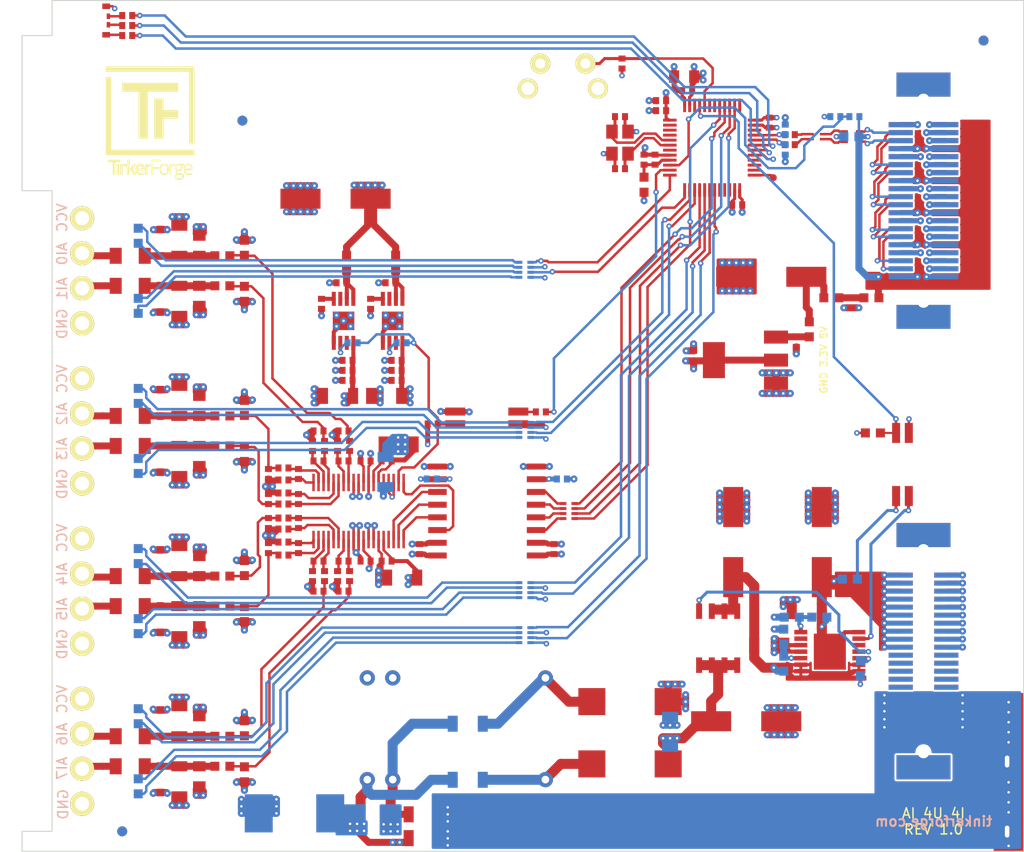
<source format=kicad_pcb>
(kicad_pcb (version 20171130) (host pcbnew 5.1.5-52549c5~84~ubuntu18.04.1)
  (layers (0 F.Cu signal) (1 GND power hide) (2 VCC power hide) (31 B.Cu signal hide) (34 B.Paste user) (35 F.Paste user) (36 B.SilkS user) (37 F.SilkS user) (38 B.Mask user) (39 F.Mask user) (44 Edge.Cuts user))
  (net 0 "")
  (net 1 GND)
  (net 2 3V3)
  (net 3 "Net-(C102-Pad1)")
  (net 4 "Net-(C108-Pad2)")
  (net 5 "Net-(C109-Pad2)")
  (net 6 +5V)
  (net 7 "Net-(C112-Pad1)")
  (net 8 USB-DP)
  (net 9 USB-DM)
  (net 10 5VA)
  (net 11 "Net-(C117-Pad1)")
  (net 12 Earth)
  (net 13 AGND)
  (net 14 "Net-(D203-Pad2)")
  (net 15 "Net-(D203-Pad1)")
  (net 16 "Net-(D204-Pad1)")
  (net 17 "Net-(D204-Pad2)")
  (net 18 "Net-(D205-Pad2)")
  (net 19 "Net-(D205-Pad1)")
  (net 20 "Net-(D206-Pad1)")
  (net 21 "Net-(D206-Pad2)")
  (net 22 "Net-(D207-Pad2)")
  (net 23 "Net-(D207-Pad1)")
  (net 24 "Net-(D208-Pad1)")
  (net 25 "Net-(D208-Pad2)")
  (net 26 "Net-(D209-Pad2)")
  (net 27 "Net-(D209-Pad1)")
  (net 28 "Net-(D210-Pad1)")
  (net 29 "Net-(D210-Pad2)")
  (net 30 VCC)
  (net 31 "Net-(J103-Pad29)")
  (net 32 "Net-(J103-Pad27)")
  (net 33 "Net-(J103-Pad21)")
  (net 34 "Net-(J103-Pad19)")
  (net 35 "Net-(J103-Pad13)")
  (net 36 "Net-(J103-Pad11)")
  (net 37 "Net-(J103-Pad5)")
  (net 38 "Net-(J103-Pad3)")
  (net 39 "Net-(LED101-Pad4)")
  (net 40 "Net-(LED101-Pad2)")
  (net 41 "Net-(LED101-Pad3)")
  (net 42 LEDR)
  (net 43 LED3)
  (net 44 LED2)
  (net 45 LED5)
  (net 46 LED4)
  (net 47 LED6)
  (net 48 LED7)
  (net 49 "Net-(P201-Pad3)")
  (net 50 "Net-(P201-Pad2)")
  (net 51 "Net-(P202-Pad2)")
  (net 52 "Net-(P202-Pad3)")
  (net 53 "Net-(P203-Pad3)")
  (net 54 "Net-(P203-Pad2)")
  (net 55 "Net-(P204-Pad2)")
  (net 56 "Net-(P204-Pad3)")
  (net 57 LEDG)
  (net 58 LED1)
  (net 59 LED0)
  (net 60 LEDB)
  (net 61 "Net-(C119-Pad2)")
  (net 62 USB-DMA)
  (net 63 USB-DPA)
  (net 64 USB-DMB)
  (net 65 USB-DPB)
  (net 66 AIN0)
  (net 67 USB-DMC)
  (net 68 USB-DPC)
  (net 69 AGNDA)
  (net 70 VCCPWRA)
  (net 71 "Net-(P102-Pad1)")
  (net 72 "Net-(C121-Pad1)")
  (net 73 PWR_GOOD)
  (net 74 "Net-(R110-Pad2)")
  (net 75 "Net-(R111-Pad2)")
  (net 76 "Net-(R113-Pad2)")
  (net 77 "Net-(R114-Pad2)")
  (net 78 PWR_PG)
  (net 79 "Net-(Q101-PadG)")
  (net 80 "Net-(C120-Pad2)")
  (net 81 VO)
  (net 82 "Net-(R101-Pad2)")
  (net 83 "Net-(C201-Pad1)")
  (net 84 "Net-(C202-Pad1)")
  (net 85 "Net-(C203-Pad1)")
  (net 86 "Net-(C204-Pad1)")
  (net 87 "Net-(C205-Pad1)")
  (net 88 "Net-(C206-Pad1)")
  (net 89 "Net-(C207-Pad1)")
  (net 90 "Net-(C208-Pad1)")
  (net 91 "Net-(C209-Pad1)")
  (net 92 "Net-(C210-Pad1)")
  (net 93 "Net-(C211-Pad1)")
  (net 94 "Net-(C212-Pad1)")
  (net 95 "Net-(C213-Pad1)")
  (net 96 "Net-(C214-Pad1)")
  (net 97 "Net-(C215-Pad1)")
  (net 98 "Net-(C216-Pad1)")
  (net 99 AIN0_P)
  (net 100 AIN0_N)
  (net 101 AIN1_N)
  (net 102 AIN1_P)
  (net 103 AIN2_N)
  (net 104 AIN2_P)
  (net 105 AIN3_P)
  (net 106 AIN3_N)
  (net 107 AIN4_P)
  (net 108 AIN4_N)
  (net 109 AIN5_P)
  (net 110 AIN5_N)
  (net 111 AIN6_N)
  (net 112 AIN6_P)
  (net 113 AIN7_N)
  (net 114 AIN7_P)
  (net 115 DVDD)
  (net 116 AVDD)
  (net 117 "Net-(C228-Pad2)")
  (net 118 "Net-(C231-Pad2)")
  (net 119 "Net-(C236-Pad2)")
  (net 120 "Net-(C237-Pad2)")
  (net 121 "Net-(C238-Pad2)")
  (net 122 "Net-(C239-Pad2)")
  (net 123 _RESET)
  (net 124 "Net-(R252-Pad1)")
  (net 125 ADC-RESET)
  (net 126 "Net-(R253-Pad2)")
  (net 127 "Net-(R254-Pad2)")
  (net 128 SPI-MISO)
  (net 129 "Net-(R256-Pad2)")
  (net 130 "Net-(R257-Pad2)")
  (net 131 SPI-CS)
  (net 132 SPI-CLK)
  (net 133 SPI-MOSI)
  (net 134 "Net-(U201-Pad1)")
  (net 135 "Net-(U201-Pad36)")
  (net 136 "Net-(U201-Pad37)")
  (net 137 "Net-(U201-Pad38)")
  (net 138 "Net-(RP206-Pad5)")
  (net 139 "Net-(RP206-Pad6)")
  (net 140 "Net-(RP206-Pad7)")
  (net 141 "Net-(RP206-Pad8)")
  (module kicad-libraries:PE_Hook (layer F.Cu) (at 188.3 139.6)
    (fp_text reference P103)
    (fp_text value PE)
    (pad 1 thru_hole oval (at -0.15 -1.075) (size 1 2) (drill oval 0.45 1.2) (layers *.Cu *.Mask) (net 12 Earth))
    (pad 1 thru_hole oval (at -0.15 5.925) (size 1 2) (drill oval 0.45 1.2) (layers *.Cu *.Mask) (net 12 Earth))
    (pad 1 smd rect (at 0 0) (size 3 15.85) (layers F.Cu) (net 12 Earth))
  )
  (module kicad-libraries:4X0402 (layer F.Cu) (at 144.4 113.5 90)
    (fp_text reference RP206)
    (fp_text value 470)
    (pad 1 smd rect (at -0.7493 0.575 270) (size 0.29972 0.65) (layers F.Cu F.Paste F.Mask) (net 133 SPI-MOSI))
    (pad 2 smd rect (at -0.24892 0.575 270) (size 0.29972 0.65) (layers F.Cu F.Paste F.Mask) (net 131 SPI-CS))
    (pad 3 smd rect (at 0.24892 0.575 270) (size 0.29972 0.65) (layers F.Cu F.Paste F.Mask) (net 132 SPI-CLK))
    (pad 4 smd rect (at 0.7493 0.575 270) (size 0.29972 0.65) (layers F.Cu F.Paste F.Mask) (net 128 SPI-MISO))
    (pad 5 smd rect (at 0.7493 -0.575 90) (size 0.29972 0.65) (layers F.Cu F.Paste F.Mask) (net 138 "Net-(RP206-Pad5)"))
    (pad 6 smd rect (at 0.24892 -0.575 90) (size 0.29972 0.65) (layers F.Cu F.Paste F.Mask) (net 139 "Net-(RP206-Pad6)"))
    (pad 7 smd rect (at -0.24892 -0.575 90) (size 0.29972 0.65) (layers F.Cu F.Paste F.Mask) (net 140 "Net-(RP206-Pad7)"))
    (pad 8 smd rect (at -0.7493 -0.575 90) (size 0.29972 0.65) (layers F.Cu F.Paste F.Mask) (net 141 "Net-(RP206-Pad8)"))
  )
  (module kicad-libraries:C0402F (layer F.Cu) (at 126.2 108.5 180)
    (fp_text reference C228)
    (fp_text value 1uF)
    (pad 1 smd rect (at -0.5 0 180) (size 0.6 0.7) (layers F.Cu F.Paste F.Mask) (net 13 AGND))
    (pad 2 smd rect (at 0.5 0 180) (size 0.6 0.7) (layers F.Cu F.Paste F.Mask) (net 117 "Net-(C228-Pad2)"))
  )
  (module kicad-libraries:C1206 (layer F.Cu) (at 127.75 120.15 180)
    (fp_text reference C230)
    (fp_text value 10µF)
    (pad 2 smd rect (at 1.50114 0 180) (size 1.00076 1.6002) (layers F.Cu F.Paste F.Mask) (net 13 AGND))
    (pad 1 smd rect (at -1.50114 0 180) (size 1.00076 1.6002) (layers F.Cu F.Paste F.Mask) (net 115 DVDD))
  )
  (module kicad-libraries:C0402F (layer F.Cu) (at 126.2 118.5 180)
    (fp_text reference C226)
    (fp_text value 1uF)
    (pad 1 smd rect (at -0.5 0 180) (size 0.6 0.7) (layers F.Cu F.Paste F.Mask) (net 115 DVDD))
    (pad 2 smd rect (at 0.5 0 180) (size 0.6 0.7) (layers F.Cu F.Paste F.Mask) (net 13 AGND))
  )
  (module kicad-libraries:C0402F (layer F.Cu) (at 124.1 118.5 180)
    (fp_text reference C229)
    (fp_text value 1uF)
    (pad 1 smd rect (at -0.5 0 180) (size 0.6 0.7) (layers F.Cu F.Paste F.Mask) (net 116 AVDD))
    (pad 2 smd rect (at 0.5 0 180) (size 0.6 0.7) (layers F.Cu F.Paste F.Mask) (net 13 AGND))
  )
  (module kicad-libraries:MSOP-8-EP (layer F.Cu) (at 126.8 94.5 180)
    (fp_text reference U205)
    (fp_text value TPS7A6633QDGNRQ1)
    (pad EP smd rect (at 0 0 180) (size 2.15 1.846) (layers F.Cu F.Paste F.Mask) (net 13 AGND))
    (pad 8 smd rect (at -0.975 -2.2 180) (size 0.4 1.4) (layers F.Cu F.Paste F.Mask) (net 115 DVDD))
    (pad 7 smd rect (at -0.325 -2.2 180) (size 0.4 1.4) (layers F.Cu F.Paste F.Mask))
    (pad 6 smd rect (at 0.325 -2.2 180) (size 0.4 1.4) (layers F.Cu F.Paste F.Mask) (net 130 "Net-(R257-Pad2)"))
    (pad 5 smd rect (at 0.975 -2.2 180) (size 0.4 1.4) (layers F.Cu F.Paste F.Mask) (net 13 AGND))
    (pad 4 smd rect (at 0.975 2.2 180) (size 0.4 1.4) (layers F.Cu F.Paste F.Mask) (net 122 "Net-(C239-Pad2)"))
    (pad 3 smd rect (at 0.325 2.2 180) (size 0.4 1.4) (layers F.Cu F.Paste F.Mask))
    (pad 2 smd rect (at -0.325 2.2 180) (size 0.4 1.4) (layers F.Cu F.Paste F.Mask) (net 120 "Net-(C237-Pad2)"))
    (pad 1 smd rect (at -0.975 2.2 180) (size 0.4 1.4) (layers F.Cu F.Paste F.Mask) (net 120 "Net-(C237-Pad2)"))
  )
  (module kicad-libraries:MSOP-8-EP (layer F.Cu) (at 121.9 94.5 180)
    (fp_text reference U204)
    (fp_text value TPS7A6650QDGNRQ1)
    (pad EP smd rect (at 0 0 180) (size 2.15 1.846) (layers F.Cu F.Paste F.Mask) (net 13 AGND))
    (pad 8 smd rect (at -0.975 -2.2 180) (size 0.4 1.4) (layers F.Cu F.Paste F.Mask) (net 116 AVDD))
    (pad 7 smd rect (at -0.325 -2.2 180) (size 0.4 1.4) (layers F.Cu F.Paste F.Mask))
    (pad 6 smd rect (at 0.325 -2.2 180) (size 0.4 1.4) (layers F.Cu F.Paste F.Mask) (net 129 "Net-(R256-Pad2)"))
    (pad 5 smd rect (at 0.975 -2.2 180) (size 0.4 1.4) (layers F.Cu F.Paste F.Mask) (net 13 AGND))
    (pad 4 smd rect (at 0.975 2.2 180) (size 0.4 1.4) (layers F.Cu F.Paste F.Mask) (net 121 "Net-(C238-Pad2)"))
    (pad 3 smd rect (at 0.325 2.2 180) (size 0.4 1.4) (layers F.Cu F.Paste F.Mask))
    (pad 2 smd rect (at -0.325 2.2 180) (size 0.4 1.4) (layers F.Cu F.Paste F.Mask) (net 119 "Net-(C236-Pad2)"))
    (pad 1 smd rect (at -0.975 2.2 180) (size 0.4 1.4) (layers F.Cu F.Paste F.Mask) (net 119 "Net-(C236-Pad2)"))
  )
  (module kicad-libraries:SOIC16_WIDE (layer F.Cu) (at 136.2 113.5 90)
    (fp_text reference U203)
    (fp_text value ISO7741DWR)
    (pad 16 smd rect (at -4.44246 -4.92252 90) (size 0.59944 1.84912) (layers F.Cu F.Paste F.Mask) (net 115 DVDD))
    (pad 15 smd rect (at -3.17246 -4.92252 90) (size 0.59944 1.84912) (layers F.Cu F.Paste F.Mask) (net 13 AGND))
    (pad 14 smd rect (at -1.90246 -4.92252 90) (size 0.59944 1.84912) (layers F.Cu F.Paste F.Mask) (net 134 "Net-(U201-Pad1)"))
    (pad 13 smd rect (at -0.63246 -4.92252 90) (size 0.59944 1.84912) (layers F.Cu F.Paste F.Mask) (net 137 "Net-(U201-Pad38)"))
    (pad 12 smd rect (at 0.63246 -4.92252 90) (size 0.59944 1.84912) (layers F.Cu F.Paste F.Mask) (net 136 "Net-(U201-Pad37)"))
    (pad 11 smd rect (at 1.90246 -4.92252 90) (size 0.59944 1.84912) (layers F.Cu F.Paste F.Mask) (net 135 "Net-(U201-Pad36)"))
    (pad 10 smd rect (at 3.17246 -4.92252 90) (size 0.59944 1.84912) (layers F.Cu F.Paste F.Mask) (net 124 "Net-(R252-Pad1)"))
    (pad 9 smd rect (at 4.44246 -4.92252 90) (size 0.59944 1.84912) (layers F.Cu F.Paste F.Mask) (net 13 AGND))
    (pad 8 smd rect (at 4.44246 4.92252 270) (size 0.59944 1.84912) (layers F.Cu F.Paste F.Mask) (net 1 GND))
    (pad 7 smd rect (at 3.17246 4.92252 270) (size 0.59944 1.84912) (layers F.Cu F.Paste F.Mask) (net 127 "Net-(R254-Pad2)"))
    (pad 6 smd rect (at 1.90246 4.92252 270) (size 0.59944 1.84912) (layers F.Cu F.Paste F.Mask) (net 138 "Net-(RP206-Pad5)"))
    (pad 5 smd rect (at 0.63246 4.92252 270) (size 0.59944 1.84912) (layers F.Cu F.Paste F.Mask) (net 139 "Net-(RP206-Pad6)"))
    (pad 4 smd rect (at -0.63246 4.92252 270) (size 0.59944 1.84912) (layers F.Cu F.Paste F.Mask) (net 140 "Net-(RP206-Pad7)"))
    (pad 3 smd rect (at -1.90246 4.92252 270) (size 0.59944 1.84912) (layers F.Cu F.Paste F.Mask) (net 141 "Net-(RP206-Pad8)"))
    (pad 2 smd rect (at -3.17246 4.92252 270) (size 0.59944 1.84912) (layers F.Cu F.Paste F.Mask) (net 1 GND))
    (pad 1 smd rect (at -4.44246 4.92252 270) (size 0.59944 1.84912) (layers F.Cu F.Paste F.Mask) (net 2 3V3))
  )
  (module kicad-libraries:SOP4 (layer F.Cu) (at 136.2 104.2 270)
    (fp_text reference U202)
    (fp_text value TLP293)
    (pad 1 smd rect (at 0.635 -3.15 270) (size 0.8 2) (layers F.Cu F.Paste F.Mask) (net 2 3V3))
    (pad 2 smd rect (at -0.635 -3.15 270) (size 0.8 2) (layers F.Cu F.Paste F.Mask) (net 126 "Net-(R253-Pad2)"))
    (pad 3 smd rect (at -0.635 3.15 270) (size 0.8 2) (layers F.Cu F.Paste F.Mask) (net 13 AGND))
    (pad 4 smd rect (at 0.635 3.15 270) (size 0.8 2) (layers F.Cu F.Paste F.Mask) (net 123 _RESET))
  )
  (module kicad-libraries:TSSOP38 (layer F.Cu) (at 123.4 113.5 180)
    (fp_text reference U201)
    (fp_text value ADS8698)
    (pad 38 smd rect (at -4.49834 -2.84988 180) (size 0.24892 1.74752) (layers F.Cu F.Paste F.Mask) (net 137 "Net-(U201-Pad38)"))
    (pad 37 smd rect (at -3.99796 -2.84988 180) (size 0.24892 1.74752) (layers F.Cu F.Paste F.Mask) (net 136 "Net-(U201-Pad37)"))
    (pad 36 smd rect (at -3.49758 -2.84988 180) (size 0.24892 1.74752) (layers F.Cu F.Paste F.Mask) (net 135 "Net-(U201-Pad36)"))
    (pad 35 smd rect (at -2.99974 -2.84988 180) (size 0.24892 1.74752) (layers F.Cu F.Paste F.Mask))
    (pad 34 smd rect (at -2.49936 -2.84988 180) (size 0.24892 1.74752) (layers F.Cu F.Paste F.Mask) (net 115 DVDD))
    (pad 33 smd rect (at -1.99898 -2.84988 180) (size 0.24892 1.74752) (layers F.Cu F.Paste F.Mask) (net 13 AGND))
    (pad 32 smd rect (at -1.4986 -2.84988 180) (size 0.24892 1.74752) (layers F.Cu F.Paste F.Mask) (net 13 AGND))
    (pad 31 smd rect (at -0.99822 -2.84988 180) (size 0.24892 1.74752) (layers F.Cu F.Paste F.Mask) (net 13 AGND))
    (pad 30 smd rect (at -0.49784 -2.84988 180) (size 0.24892 1.74752) (layers F.Cu F.Paste F.Mask) (net 116 AVDD))
    (pad 29 smd rect (at 0 -2.84988 180) (size 0.24892 1.74752) (layers F.Cu F.Paste F.Mask) (net 13 AGND))
    (pad 28 smd rect (at 0.49784 -2.84988 180) (size 0.24892 1.74752) (layers F.Cu F.Paste F.Mask) (net 13 AGND))
    (pad 27 smd rect (at 0.99822 -2.84988 180) (size 0.24892 1.74752) (layers F.Cu F.Paste F.Mask) (net 109 AIN5_P))
    (pad 26 smd rect (at 1.4986 -2.84988 180) (size 0.24892 1.74752) (layers F.Cu F.Paste F.Mask) (net 110 AIN5_N))
    (pad 25 smd rect (at 1.99898 -2.84988 180) (size 0.24892 1.74752) (layers F.Cu F.Paste F.Mask) (net 107 AIN4_P))
    (pad 24 smd rect (at 2.49936 -2.84988 180) (size 0.24892 1.74752) (layers F.Cu F.Paste F.Mask) (net 108 AIN4_N))
    (pad 23 smd rect (at 2.99974 -2.84988 180) (size 0.24892 1.74752) (layers F.Cu F.Paste F.Mask) (net 105 AIN3_P))
    (pad 22 smd rect (at 3.49758 -2.84988 180) (size 0.24892 1.74752) (layers F.Cu F.Paste F.Mask) (net 106 AIN3_N))
    (pad 21 smd rect (at 3.99796 -2.84988 180) (size 0.24892 1.74752) (layers F.Cu F.Paste F.Mask) (net 104 AIN2_P))
    (pad 20 smd rect (at 4.49834 -2.84988 180) (size 0.24892 1.74752) (layers F.Cu F.Paste F.Mask) (net 103 AIN2_N))
    (pad 19 smd rect (at 4.49834 2.84988) (size 0.24892 1.74752) (layers F.Cu F.Paste F.Mask) (net 101 AIN1_N))
    (pad 18 smd rect (at 3.99796 2.84988) (size 0.24892 1.74752) (layers F.Cu F.Paste F.Mask) (net 102 AIN1_P))
    (pad 17 smd rect (at 3.49758 2.84988) (size 0.24892 1.74752) (layers F.Cu F.Paste F.Mask) (net 100 AIN0_N))
    (pad 16 smd rect (at 2.99974 2.84988) (size 0.24892 1.74752) (layers F.Cu F.Paste F.Mask) (net 99 AIN0_P))
    (pad 15 smd rect (at 2.49936 2.84988) (size 0.24892 1.74752) (layers F.Cu F.Paste F.Mask) (net 113 AIN7_N))
    (pad 14 smd rect (at 1.99898 2.84988) (size 0.24892 1.74752) (layers F.Cu F.Paste F.Mask) (net 114 AIN7_P))
    (pad 13 smd rect (at 1.4986 2.84988) (size 0.24892 1.74752) (layers F.Cu F.Paste F.Mask) (net 111 AIN6_N))
    (pad 12 smd rect (at 0.99822 2.84988) (size 0.24892 1.74752) (layers F.Cu F.Paste F.Mask) (net 112 AIN6_P))
    (pad 11 smd rect (at 0.49784 2.84988) (size 0.24892 1.74752) (layers F.Cu F.Paste F.Mask) (net 13 AGND))
    (pad 10 smd rect (at 0 2.84988) (size 0.24892 1.74752) (layers F.Cu F.Paste F.Mask) (net 13 AGND))
    (pad 9 smd rect (at -0.49784 2.84988) (size 0.24892 1.74752) (layers F.Cu F.Paste F.Mask) (net 116 AVDD))
    (pad 8 smd rect (at -0.99822 2.84988) (size 0.24892 1.74752) (layers F.Cu F.Paste F.Mask) (net 13 AGND))
    (pad 7 smd rect (at -1.4986 2.84988) (size 0.24892 1.74752) (layers F.Cu F.Paste F.Mask) (net 117 "Net-(C228-Pad2)"))
    (pad 6 smd rect (at -1.99898 2.84988) (size 0.24892 1.74752) (layers F.Cu F.Paste F.Mask) (net 13 AGND))
    (pad 5 smd rect (at -2.49936 2.84988) (size 0.24892 1.74752) (layers F.Cu F.Paste F.Mask) (net 118 "Net-(C231-Pad2)"))
    (pad 4 smd rect (at -2.99974 2.84988) (size 0.24892 1.74752) (layers F.Cu F.Paste F.Mask) (net 13 AGND))
    (pad 3 smd rect (at -3.49758 2.84988) (size 0.24892 1.74752) (layers F.Cu F.Paste F.Mask) (net 13 AGND))
    (pad 2 smd rect (at -3.99796 2.84988) (size 0.24892 1.74752) (layers F.Cu F.Paste F.Mask) (net 123 _RESET))
    (pad 1 smd rect (at -4.49834 2.84988) (size 0.24892 1.74752) (layers F.Cu F.Paste F.Mask) (net 134 "Net-(U201-Pad1)"))
  )
  (module kicad-libraries:4X0402 (layer B.Cu) (at 140 125.9 270)
    (fp_text reference RP204)
    (fp_text value 470)
    (pad 8 smd rect (at -0.7493 0.575 270) (size 0.29972 0.65) (layers B.Cu B.Paste B.Mask) (net 26 "Net-(D209-Pad2)"))
    (pad 7 smd rect (at -0.24892 0.575 270) (size 0.29972 0.65) (layers B.Cu B.Paste B.Mask) (net 27 "Net-(D209-Pad1)"))
    (pad 6 smd rect (at 0.24892 0.575 270) (size 0.29972 0.65) (layers B.Cu B.Paste B.Mask) (net 29 "Net-(D210-Pad2)"))
    (pad 5 smd rect (at 0.7493 0.575 270) (size 0.29972 0.65) (layers B.Cu B.Paste B.Mask) (net 28 "Net-(D210-Pad1)"))
    (pad 4 smd rect (at 0.7493 -0.575 90) (size 0.29972 0.65) (layers B.Cu B.Paste B.Mask) (net 2 3V3))
    (pad 3 smd rect (at 0.24892 -0.575 90) (size 0.29972 0.65) (layers B.Cu B.Paste B.Mask) (net 48 LED7))
    (pad 2 smd rect (at -0.24892 -0.575 90) (size 0.29972 0.65) (layers B.Cu B.Paste B.Mask) (net 2 3V3))
    (pad 1 smd rect (at -0.7493 -0.575 90) (size 0.29972 0.65) (layers B.Cu B.Paste B.Mask) (net 47 LED6))
  )
  (module kicad-libraries:4X0402 (layer B.Cu) (at 140 121.4 270)
    (fp_text reference RP203)
    (fp_text value 470)
    (pad 8 smd rect (at -0.7493 0.575 270) (size 0.29972 0.65) (layers B.Cu B.Paste B.Mask) (net 22 "Net-(D207-Pad2)"))
    (pad 7 smd rect (at -0.24892 0.575 270) (size 0.29972 0.65) (layers B.Cu B.Paste B.Mask) (net 23 "Net-(D207-Pad1)"))
    (pad 6 smd rect (at 0.24892 0.575 270) (size 0.29972 0.65) (layers B.Cu B.Paste B.Mask) (net 25 "Net-(D208-Pad2)"))
    (pad 5 smd rect (at 0.7493 0.575 270) (size 0.29972 0.65) (layers B.Cu B.Paste B.Mask) (net 24 "Net-(D208-Pad1)"))
    (pad 4 smd rect (at 0.7493 -0.575 90) (size 0.29972 0.65) (layers B.Cu B.Paste B.Mask) (net 2 3V3))
    (pad 3 smd rect (at 0.24892 -0.575 90) (size 0.29972 0.65) (layers B.Cu B.Paste B.Mask) (net 45 LED5))
    (pad 2 smd rect (at -0.24892 -0.575 90) (size 0.29972 0.65) (layers B.Cu B.Paste B.Mask) (net 2 3V3))
    (pad 1 smd rect (at -0.7493 -0.575 90) (size 0.29972 0.65) (layers B.Cu B.Paste B.Mask) (net 46 LED4))
  )
  (module kicad-libraries:4X0402 (layer B.Cu) (at 140 105.4 270)
    (fp_text reference RP202)
    (fp_text value 470)
    (pad 8 smd rect (at -0.7493 0.575 270) (size 0.29972 0.65) (layers B.Cu B.Paste B.Mask) (net 18 "Net-(D205-Pad2)"))
    (pad 7 smd rect (at -0.24892 0.575 270) (size 0.29972 0.65) (layers B.Cu B.Paste B.Mask) (net 19 "Net-(D205-Pad1)"))
    (pad 6 smd rect (at 0.24892 0.575 270) (size 0.29972 0.65) (layers B.Cu B.Paste B.Mask) (net 21 "Net-(D206-Pad2)"))
    (pad 5 smd rect (at 0.7493 0.575 270) (size 0.29972 0.65) (layers B.Cu B.Paste B.Mask) (net 20 "Net-(D206-Pad1)"))
    (pad 4 smd rect (at 0.7493 -0.575 90) (size 0.29972 0.65) (layers B.Cu B.Paste B.Mask) (net 2 3V3))
    (pad 3 smd rect (at 0.24892 -0.575 90) (size 0.29972 0.65) (layers B.Cu B.Paste B.Mask) (net 43 LED3))
    (pad 2 smd rect (at -0.24892 -0.575 90) (size 0.29972 0.65) (layers B.Cu B.Paste B.Mask) (net 2 3V3))
    (pad 1 smd rect (at -0.7493 -0.575 90) (size 0.29972 0.65) (layers B.Cu B.Paste B.Mask) (net 44 LED2))
  )
  (module kicad-libraries:4X0402 (layer B.Cu) (at 140 89.4 270)
    (fp_text reference RP201)
    (fp_text value 470)
    (pad 8 smd rect (at -0.7493 0.575 270) (size 0.29972 0.65) (layers B.Cu B.Paste B.Mask) (net 14 "Net-(D203-Pad2)"))
    (pad 7 smd rect (at -0.24892 0.575 270) (size 0.29972 0.65) (layers B.Cu B.Paste B.Mask) (net 15 "Net-(D203-Pad1)"))
    (pad 6 smd rect (at 0.24892 0.575 270) (size 0.29972 0.65) (layers B.Cu B.Paste B.Mask) (net 17 "Net-(D204-Pad2)"))
    (pad 5 smd rect (at 0.7493 0.575 270) (size 0.29972 0.65) (layers B.Cu B.Paste B.Mask) (net 16 "Net-(D204-Pad1)"))
    (pad 4 smd rect (at 0.7493 -0.575 90) (size 0.29972 0.65) (layers B.Cu B.Paste B.Mask) (net 2 3V3))
    (pad 3 smd rect (at 0.24892 -0.575 90) (size 0.29972 0.65) (layers B.Cu B.Paste B.Mask) (net 58 LED1))
    (pad 2 smd rect (at -0.24892 -0.575 90) (size 0.29972 0.65) (layers B.Cu B.Paste B.Mask) (net 2 3V3))
    (pad 1 smd rect (at -0.7493 -0.575 90) (size 0.29972 0.65) (layers B.Cu B.Paste B.Mask) (net 59 LED0))
  )
  (module kicad-libraries:R0402F (layer B.Cu) (at 127.7 96.7 180)
    (fp_text reference R257)
    (fp_text value TBD)
    (pad 1 smd rect (at -0.5 0 180) (size 0.6 0.7) (layers B.Cu B.Paste B.Mask) (net 123 _RESET))
    (pad 2 smd rect (at 0.5 0 180) (size 0.6 0.7) (layers B.Cu B.Paste B.Mask) (net 130 "Net-(R257-Pad2)"))
  )
  (module kicad-libraries:R0402F (layer B.Cu) (at 122.8 96.7 180)
    (fp_text reference R256)
    (fp_text value TBD)
    (pad 1 smd rect (at -0.5 0 180) (size 0.6 0.7) (layers B.Cu B.Paste B.Mask) (net 123 _RESET))
    (pad 2 smd rect (at 0.5 0 180) (size 0.6 0.7) (layers B.Cu B.Paste B.Mask) (net 129 "Net-(R256-Pad2)"))
  )
  (module kicad-libraries:R0402F (layer B.Cu) (at 143.7 110.3 180)
    (fp_text reference R254)
    (fp_text value 4.7k)
    (pad 1 smd rect (at -0.5 0 180) (size 0.6 0.7) (layers B.Cu B.Paste B.Mask) (net 2 3V3))
    (pad 2 smd rect (at 0.5 0 180) (size 0.6 0.7) (layers B.Cu B.Paste B.Mask) (net 127 "Net-(R254-Pad2)"))
  )
  (module kicad-libraries:R0402F (layer F.Cu) (at 141.6 103.6 180)
    (fp_text reference R253)
    (fp_text value TBD)
    (pad 1 smd rect (at -0.5 0 180) (size 0.6 0.7) (layers F.Cu F.Paste F.Mask) (net 125 ADC-RESET))
    (pad 2 smd rect (at 0.5 0 180) (size 0.6 0.7) (layers F.Cu F.Paste F.Mask) (net 126 "Net-(R253-Pad2)"))
  )
  (module kicad-libraries:R0402F (layer B.Cu) (at 130.7 110.3 180)
    (fp_text reference R252)
    (fp_text value 4.7k)
    (pad 1 smd rect (at -0.5 0 180) (size 0.6 0.7) (layers B.Cu B.Paste B.Mask) (net 124 "Net-(R252-Pad1)"))
    (pad 2 smd rect (at 0.5 0 180) (size 0.6 0.7) (layers B.Cu B.Paste B.Mask) (net 115 DVDD))
  )
  (module kicad-libraries:R0402F (layer F.Cu) (at 130.8 104.8 180)
    (fp_text reference R251)
    (fp_text value 4.7k)
    (pad 1 smd rect (at -0.5 0 180) (size 0.6 0.7) (layers F.Cu F.Paste F.Mask) (net 123 _RESET))
    (pad 2 smd rect (at 0.5 0 180) (size 0.6 0.7) (layers F.Cu F.Paste F.Mask) (net 115 DVDD))
  )
  (module kicad-libraries:R0402F (layer F.Cu) (at 121.3 120 270)
    (fp_text reference R248)
    (fp_text value 1.1k)
    (pad 1 smd rect (at -0.5 0 270) (size 0.6 0.7) (layers F.Cu F.Paste F.Mask) (net 110 AIN5_N))
    (pad 2 smd rect (at 0.5 0 270) (size 0.6 0.7) (layers F.Cu F.Paste F.Mask) (net 13 AGND))
  )
  (module kicad-libraries:R0402F (layer F.Cu) (at 122.5 120 270)
    (fp_text reference R247)
    (fp_text value 0)
    (pad 1 smd rect (at -0.5 0 270) (size 0.6 0.7) (layers F.Cu F.Paste F.Mask) (net 109 AIN5_P))
    (pad 2 smd rect (at 0.5 0 270) (size 0.6 0.7) (layers F.Cu F.Paste F.Mask) (net 98 "Net-(C216-Pad1)"))
  )
  (module kicad-libraries:R0402F (layer F.Cu) (at 118.8 120 270)
    (fp_text reference R246)
    (fp_text value 1.1k)
    (pad 1 smd rect (at -0.5 0 270) (size 0.6 0.7) (layers F.Cu F.Paste F.Mask) (net 106 AIN3_N))
    (pad 2 smd rect (at 0.5 0 270) (size 0.6 0.7) (layers F.Cu F.Paste F.Mask) (net 13 AGND))
  )
  (module kicad-libraries:R0402F (layer F.Cu) (at 120 120 270)
    (fp_text reference R245)
    (fp_text value 0)
    (pad 1 smd rect (at -0.5 0 270) (size 0.6 0.7) (layers F.Cu F.Paste F.Mask) (net 105 AIN3_P))
    (pad 2 smd rect (at 0.5 0 270) (size 0.6 0.7) (layers F.Cu F.Paste F.Mask) (net 97 "Net-(C215-Pad1)"))
  )
  (module kicad-libraries:R0402F (layer F.Cu) (at 115.9 116.6 180)
    (fp_text reference R244)
    (fp_text value 1.1k)
    (pad 1 smd rect (at -0.5 0 180) (size 0.6 0.7) (layers F.Cu F.Paste F.Mask) (net 103 AIN2_N))
    (pad 2 smd rect (at 0.5 0 180) (size 0.6 0.7) (layers F.Cu F.Paste F.Mask) (net 13 AGND))
  )
  (module kicad-libraries:R0402F (layer F.Cu) (at 115.9 117.9 180)
    (fp_text reference R243)
    (fp_text value 0)
    (pad 1 smd rect (at -0.5 0 180) (size 0.6 0.7) (layers F.Cu F.Paste F.Mask) (net 104 AIN2_P))
    (pad 2 smd rect (at 0.5 0 180) (size 0.6 0.7) (layers F.Cu F.Paste F.Mask) (net 96 "Net-(C214-Pad1)"))
  )
  (module kicad-libraries:R0402F (layer F.Cu) (at 115.9 115.3 180)
    (fp_text reference R242)
    (fp_text value 1.1k)
    (pad 1 smd rect (at -0.5 0 180) (size 0.6 0.7) (layers F.Cu F.Paste F.Mask) (net 108 AIN4_N))
    (pad 2 smd rect (at 0.5 0 180) (size 0.6 0.7) (layers F.Cu F.Paste F.Mask) (net 13 AGND))
  )
  (module kicad-libraries:R0402F (layer F.Cu) (at 115.9 114.2 180)
    (fp_text reference R241)
    (fp_text value 0)
    (pad 1 smd rect (at -0.5 0 180) (size 0.6 0.7) (layers F.Cu F.Paste F.Mask) (net 107 AIN4_P))
    (pad 2 smd rect (at 0.5 0 180) (size 0.6 0.7) (layers F.Cu F.Paste F.Mask) (net 95 "Net-(C213-Pad1)"))
  )
  (module kicad-libraries:R0402F (layer F.Cu) (at 115.9 111.7 180)
    (fp_text reference R240)
    (fp_text value 1.1k)
    (pad 1 smd rect (at -0.5 0 180) (size 0.6 0.7) (layers F.Cu F.Paste F.Mask) (net 113 AIN7_N))
    (pad 2 smd rect (at 0.5 0 180) (size 0.6 0.7) (layers F.Cu F.Paste F.Mask) (net 13 AGND))
  )
  (module kicad-libraries:R0402F (layer F.Cu) (at 115.9 112.8 180)
    (fp_text reference R239)
    (fp_text value 0)
    (pad 1 smd rect (at -0.5 0 180) (size 0.6 0.7) (layers F.Cu F.Paste F.Mask) (net 114 AIN7_P))
    (pad 2 smd rect (at 0.5 0 180) (size 0.6 0.7) (layers F.Cu F.Paste F.Mask) (net 94 "Net-(C212-Pad1)"))
  )
  (module kicad-libraries:R0402F (layer F.Cu) (at 115.9 110.4 180)
    (fp_text reference R238)
    (fp_text value 1.1k)
    (pad 1 smd rect (at -0.5 0 180) (size 0.6 0.7) (layers F.Cu F.Paste F.Mask) (net 101 AIN1_N))
    (pad 2 smd rect (at 0.5 0 180) (size 0.6 0.7) (layers F.Cu F.Paste F.Mask) (net 13 AGND))
  )
  (module kicad-libraries:R0402F (layer F.Cu) (at 115.9 109.2 180)
    (fp_text reference R237)
    (fp_text value 0)
    (pad 1 smd rect (at -0.5 0 180) (size 0.6 0.7) (layers F.Cu F.Paste F.Mask) (net 102 AIN1_P))
    (pad 2 smd rect (at 0.5 0 180) (size 0.6 0.7) (layers F.Cu F.Paste F.Mask) (net 93 "Net-(C211-Pad1)"))
  )
  (module kicad-libraries:R0402F (layer F.Cu) (at 118.8 107 90)
    (fp_text reference R236)
    (fp_text value 1.1k)
    (pad 1 smd rect (at -0.5 0 90) (size 0.6 0.7) (layers F.Cu F.Paste F.Mask) (net 100 AIN0_N))
    (pad 2 smd rect (at 0.5 0 90) (size 0.6 0.7) (layers F.Cu F.Paste F.Mask) (net 13 AGND))
  )
  (module kicad-libraries:R0402F (layer F.Cu) (at 120 107 90)
    (fp_text reference R235)
    (fp_text value 0)
    (pad 1 smd rect (at -0.5 0 90) (size 0.6 0.7) (layers F.Cu F.Paste F.Mask) (net 99 AIN0_P))
    (pad 2 smd rect (at 0.5 0 90) (size 0.6 0.7) (layers F.Cu F.Paste F.Mask) (net 92 "Net-(C210-Pad1)"))
  )
  (module kicad-libraries:R0402F (layer F.Cu) (at 121.3 107 90)
    (fp_text reference R234)
    (fp_text value 1.1k)
    (pad 1 smd rect (at -0.5 0 90) (size 0.6 0.7) (layers F.Cu F.Paste F.Mask) (net 111 AIN6_N))
    (pad 2 smd rect (at 0.5 0 90) (size 0.6 0.7) (layers F.Cu F.Paste F.Mask) (net 13 AGND))
  )
  (module kicad-libraries:R0402F (layer F.Cu) (at 122.5 107 90)
    (fp_text reference R233)
    (fp_text value 0)
    (pad 1 smd rect (at -0.5 0 90) (size 0.6 0.7) (layers F.Cu F.Paste F.Mask) (net 112 AIN6_P))
    (pad 2 smd rect (at 0.5 0 90) (size 0.6 0.7) (layers F.Cu F.Paste F.Mask) (net 91 "Net-(C209-Pad1)"))
  )
  (module kicad-libraries:R0402F (layer F.Cu) (at 121.9 121.5)
    (fp_text reference R232)
    (fp_text value 10M)
    (pad 1 smd rect (at -0.5 0) (size 0.6 0.7) (layers F.Cu F.Paste F.Mask) (net 13 AGND))
    (pad 2 smd rect (at 0.5 0) (size 0.6 0.7) (layers F.Cu F.Paste F.Mask) (net 98 "Net-(C216-Pad1)"))
  )
  (module kicad-libraries:R0402F (layer F.Cu) (at 119.4 121.5)
    (fp_text reference R231)
    (fp_text value 10M)
    (pad 1 smd rect (at -0.5 0) (size 0.6 0.7) (layers F.Cu F.Paste F.Mask) (net 13 AGND))
    (pad 2 smd rect (at 0.5 0) (size 0.6 0.7) (layers F.Cu F.Paste F.Mask) (net 97 "Net-(C215-Pad1)"))
  )
  (module kicad-libraries:R0402F (layer F.Cu) (at 114.4 117.2 270)
    (fp_text reference R230)
    (fp_text value 10M)
    (pad 1 smd rect (at -0.5 0 270) (size 0.6 0.7) (layers F.Cu F.Paste F.Mask) (net 13 AGND))
    (pad 2 smd rect (at 0.5 0 270) (size 0.6 0.7) (layers F.Cu F.Paste F.Mask) (net 96 "Net-(C214-Pad1)"))
  )
  (module kicad-libraries:R0402F (layer F.Cu) (at 114.4 114.7 90)
    (fp_text reference R229)
    (fp_text value 10M)
    (pad 1 smd rect (at -0.5 0 90) (size 0.6 0.7) (layers F.Cu F.Paste F.Mask) (net 13 AGND))
    (pad 2 smd rect (at 0.5 0 90) (size 0.6 0.7) (layers F.Cu F.Paste F.Mask) (net 95 "Net-(C213-Pad1)"))
  )
  (module kicad-libraries:R0402F (layer F.Cu) (at 114.4 112.3 270)
    (fp_text reference R228)
    (fp_text value 10M)
    (pad 1 smd rect (at -0.5 0 270) (size 0.6 0.7) (layers F.Cu F.Paste F.Mask) (net 13 AGND))
    (pad 2 smd rect (at 0.5 0 270) (size 0.6 0.7) (layers F.Cu F.Paste F.Mask) (net 94 "Net-(C212-Pad1)"))
  )
  (module kicad-libraries:R0402F (layer F.Cu) (at 114.4 109.8 90)
    (fp_text reference R227)
    (fp_text value 10M)
    (pad 1 smd rect (at -0.5 0 90) (size 0.6 0.7) (layers F.Cu F.Paste F.Mask) (net 13 AGND))
    (pad 2 smd rect (at 0.5 0 90) (size 0.6 0.7) (layers F.Cu F.Paste F.Mask) (net 93 "Net-(C211-Pad1)"))
  )
  (module kicad-libraries:R0402F (layer F.Cu) (at 119.4 105.5)
    (fp_text reference R226)
    (fp_text value 10M)
    (pad 1 smd rect (at -0.5 0) (size 0.6 0.7) (layers F.Cu F.Paste F.Mask) (net 13 AGND))
    (pad 2 smd rect (at 0.5 0) (size 0.6 0.7) (layers F.Cu F.Paste F.Mask) (net 92 "Net-(C210-Pad1)"))
  )
  (module kicad-libraries:R0402F (layer F.Cu) (at 121.9 105.5)
    (fp_text reference R225)
    (fp_text value 10M)
    (pad 1 smd rect (at -0.5 0) (size 0.6 0.7) (layers F.Cu F.Paste F.Mask) (net 13 AGND))
    (pad 2 smd rect (at 0.5 0) (size 0.6 0.7) (layers F.Cu F.Paste F.Mask) (net 91 "Net-(C209-Pad1)"))
  )
  (module kicad-libraries:R0603F (layer F.Cu) (at 109.8 139 180)
    (fp_text reference R224)
    (fp_text value 1k)
    (pad 2 smd rect (at 0.75 0 180) (size 0.9 0.9) (layers F.Cu F.Paste F.Mask) (net 90 "Net-(C208-Pad1)"))
    (pad 1 smd rect (at -0.75 0 180) (size 0.9 0.9) (layers F.Cu F.Paste F.Mask) (net 98 "Net-(C216-Pad1)"))
  )
  (module kicad-libraries:R0603F (layer F.Cu) (at 109.8 136 180)
    (fp_text reference R223)
    (fp_text value 1k)
    (pad 2 smd rect (at 0.75 0 180) (size 0.9 0.9) (layers F.Cu F.Paste F.Mask) (net 89 "Net-(C207-Pad1)"))
    (pad 1 smd rect (at -0.75 0 180) (size 0.9 0.9) (layers F.Cu F.Paste F.Mask) (net 97 "Net-(C215-Pad1)"))
  )
  (module kicad-libraries:R0603F (layer F.Cu) (at 109.8 123 180)
    (fp_text reference R222)
    (fp_text value 1k)
    (pad 2 smd rect (at 0.75 0 180) (size 0.9 0.9) (layers F.Cu F.Paste F.Mask) (net 88 "Net-(C206-Pad1)"))
    (pad 1 smd rect (at -0.75 0 180) (size 0.9 0.9) (layers F.Cu F.Paste F.Mask) (net 96 "Net-(C214-Pad1)"))
  )
  (module kicad-libraries:R0603F (layer F.Cu) (at 109.8 120 180)
    (fp_text reference R221)
    (fp_text value 1k)
    (pad 2 smd rect (at 0.75 0 180) (size 0.9 0.9) (layers F.Cu F.Paste F.Mask) (net 87 "Net-(C205-Pad1)"))
    (pad 1 smd rect (at -0.75 0 180) (size 0.9 0.9) (layers F.Cu F.Paste F.Mask) (net 95 "Net-(C213-Pad1)"))
  )
  (module kicad-libraries:R0603F (layer F.Cu) (at 109.8 107 180)
    (fp_text reference R220)
    (fp_text value 1k)
    (pad 2 smd rect (at 0.75 0 180) (size 0.9 0.9) (layers F.Cu F.Paste F.Mask) (net 86 "Net-(C204-Pad1)"))
    (pad 1 smd rect (at -0.75 0 180) (size 0.9 0.9) (layers F.Cu F.Paste F.Mask) (net 94 "Net-(C212-Pad1)"))
  )
  (module kicad-libraries:R0603F (layer F.Cu) (at 109.8 104 180)
    (fp_text reference R219)
    (fp_text value 1k)
    (pad 2 smd rect (at 0.75 0 180) (size 0.9 0.9) (layers F.Cu F.Paste F.Mask) (net 85 "Net-(C203-Pad1)"))
    (pad 1 smd rect (at -0.75 0 180) (size 0.9 0.9) (layers F.Cu F.Paste F.Mask) (net 93 "Net-(C211-Pad1)"))
  )
  (module kicad-libraries:R0603F (layer F.Cu) (at 109.8 91 180)
    (fp_text reference R218)
    (fp_text value 1k)
    (pad 2 smd rect (at 0.75 0 180) (size 0.9 0.9) (layers F.Cu F.Paste F.Mask) (net 84 "Net-(C202-Pad1)"))
    (pad 1 smd rect (at -0.75 0 180) (size 0.9 0.9) (layers F.Cu F.Paste F.Mask) (net 92 "Net-(C210-Pad1)"))
  )
  (module kicad-libraries:R0603F (layer F.Cu) (at 109.8 88 180)
    (fp_text reference R217)
    (fp_text value 1k)
    (pad 2 smd rect (at 0.75 0 180) (size 0.9 0.9) (layers F.Cu F.Paste F.Mask) (net 83 "Net-(C201-Pad1)"))
    (pad 1 smd rect (at -0.75 0 180) (size 0.9 0.9) (layers F.Cu F.Paste F.Mask) (net 91 "Net-(C209-Pad1)"))
  )
  (module kicad-libraries:R0805 (layer F.Cu) (at 107.5 140 90)
    (fp_text reference R216)
    (fp_text value 124)
    (pad 2 smd rect (at 1.00076 0 90) (size 1.00076 1.24968) (layers F.Cu F.Paste F.Mask) (net 90 "Net-(C208-Pad1)") (clearance 0.14986))
    (pad 1 smd rect (at -1.00076 0 90) (size 1.00076 1.24968) (layers F.Cu F.Paste F.Mask) (net 13 AGND) (clearance 0.14986))
  )
  (module kicad-libraries:R0805 (layer F.Cu) (at 107.5 135 270)
    (fp_text reference R215)
    (fp_text value DNP)
    (pad 2 smd rect (at 1.00076 0 270) (size 1.00076 1.24968) (layers F.Cu F.Paste F.Mask) (net 89 "Net-(C207-Pad1)") (clearance 0.14986))
    (pad 1 smd rect (at -1.00076 0 270) (size 1.00076 1.24968) (layers F.Cu F.Paste F.Mask) (net 13 AGND) (clearance 0.14986))
  )
  (module kicad-libraries:R0805 (layer F.Cu) (at 107.5 124 90)
    (fp_text reference R214)
    (fp_text value 124)
    (pad 2 smd rect (at 1.00076 0 90) (size 1.00076 1.24968) (layers F.Cu F.Paste F.Mask) (net 88 "Net-(C206-Pad1)") (clearance 0.14986))
    (pad 1 smd rect (at -1.00076 0 90) (size 1.00076 1.24968) (layers F.Cu F.Paste F.Mask) (net 13 AGND) (clearance 0.14986))
  )
  (module kicad-libraries:R0805 (layer F.Cu) (at 107.5 119 270)
    (fp_text reference R213)
    (fp_text value DNP)
    (pad 2 smd rect (at 1.00076 0 270) (size 1.00076 1.24968) (layers F.Cu F.Paste F.Mask) (net 87 "Net-(C205-Pad1)") (clearance 0.14986))
    (pad 1 smd rect (at -1.00076 0 270) (size 1.00076 1.24968) (layers F.Cu F.Paste F.Mask) (net 13 AGND) (clearance 0.14986))
  )
  (module kicad-libraries:R0805 (layer F.Cu) (at 107.5 108 90)
    (fp_text reference R212)
    (fp_text value 124)
    (pad 2 smd rect (at 1.00076 0 90) (size 1.00076 1.24968) (layers F.Cu F.Paste F.Mask) (net 86 "Net-(C204-Pad1)") (clearance 0.14986))
    (pad 1 smd rect (at -1.00076 0 90) (size 1.00076 1.24968) (layers F.Cu F.Paste F.Mask) (net 13 AGND) (clearance 0.14986))
  )
  (module kicad-libraries:R0805 (layer F.Cu) (at 107.5 103 270)
    (fp_text reference R211)
    (fp_text value DNP)
    (pad 2 smd rect (at 1.00076 0 270) (size 1.00076 1.24968) (layers F.Cu F.Paste F.Mask) (net 85 "Net-(C203-Pad1)") (clearance 0.14986))
    (pad 1 smd rect (at -1.00076 0 270) (size 1.00076 1.24968) (layers F.Cu F.Paste F.Mask) (net 13 AGND) (clearance 0.14986))
  )
  (module kicad-libraries:R0805 (layer F.Cu) (at 107.5 92 90)
    (fp_text reference R210)
    (fp_text value 124)
    (pad 2 smd rect (at 1.00076 0 90) (size 1.00076 1.24968) (layers F.Cu F.Paste F.Mask) (net 84 "Net-(C202-Pad1)") (clearance 0.14986))
    (pad 1 smd rect (at -1.00076 0 90) (size 1.00076 1.24968) (layers F.Cu F.Paste F.Mask) (net 13 AGND) (clearance 0.14986))
  )
  (module kicad-libraries:R0805 (layer F.Cu) (at 107.5 87 270)
    (fp_text reference R209)
    (fp_text value DNP)
    (pad 2 smd rect (at 1.00076 0 270) (size 1.00076 1.24968) (layers F.Cu F.Paste F.Mask) (net 83 "Net-(C201-Pad1)") (clearance 0.14986))
    (pad 1 smd rect (at -1.00076 0 270) (size 1.00076 1.24968) (layers F.Cu F.Paste F.Mask) (net 13 AGND) (clearance 0.14986))
  )
  (module kicad-libraries:RMELF (layer F.Cu) (at 100.6 139)
    (fp_text reference R208)
    (fp_text value 100)
    (pad 1 smd rect (at -1.45 0) (size 1.2 1.6) (layers F.Cu F.Paste F.Mask) (net 56 "Net-(P204-Pad3)"))
    (pad 2 smd rect (at 1.45 0) (size 1.2 1.6) (layers F.Cu F.Paste F.Mask) (net 90 "Net-(C208-Pad1)"))
  )
  (module kicad-libraries:RMELF (layer F.Cu) (at 100.6 136)
    (fp_text reference R207)
    (fp_text value 100)
    (pad 1 smd rect (at -1.45 0) (size 1.2 1.6) (layers F.Cu F.Paste F.Mask) (net 55 "Net-(P204-Pad2)"))
    (pad 2 smd rect (at 1.45 0) (size 1.2 1.6) (layers F.Cu F.Paste F.Mask) (net 89 "Net-(C207-Pad1)"))
  )
  (module kicad-libraries:RMELF (layer F.Cu) (at 100.6 123)
    (fp_text reference R206)
    (fp_text value 100)
    (pad 1 smd rect (at -1.45 0) (size 1.2 1.6) (layers F.Cu F.Paste F.Mask) (net 53 "Net-(P203-Pad3)"))
    (pad 2 smd rect (at 1.45 0) (size 1.2 1.6) (layers F.Cu F.Paste F.Mask) (net 88 "Net-(C206-Pad1)"))
  )
  (module kicad-libraries:RMELF (layer F.Cu) (at 100.6 120)
    (fp_text reference R205)
    (fp_text value 100)
    (pad 1 smd rect (at -1.45 0) (size 1.2 1.6) (layers F.Cu F.Paste F.Mask) (net 54 "Net-(P203-Pad2)"))
    (pad 2 smd rect (at 1.45 0) (size 1.2 1.6) (layers F.Cu F.Paste F.Mask) (net 87 "Net-(C205-Pad1)"))
  )
  (module kicad-libraries:RMELF (layer F.Cu) (at 100.6 107)
    (fp_text reference R204)
    (fp_text value 100)
    (pad 1 smd rect (at -1.45 0) (size 1.2 1.6) (layers F.Cu F.Paste F.Mask) (net 52 "Net-(P202-Pad3)"))
    (pad 2 smd rect (at 1.45 0) (size 1.2 1.6) (layers F.Cu F.Paste F.Mask) (net 86 "Net-(C204-Pad1)"))
  )
  (module kicad-libraries:RMELF (layer F.Cu) (at 100.6 104)
    (fp_text reference R203)
    (fp_text value 100)
    (pad 1 smd rect (at -1.45 0) (size 1.2 1.6) (layers F.Cu F.Paste F.Mask) (net 51 "Net-(P202-Pad2)"))
    (pad 2 smd rect (at 1.45 0) (size 1.2 1.6) (layers F.Cu F.Paste F.Mask) (net 85 "Net-(C203-Pad1)"))
  )
  (module kicad-libraries:RMELF (layer F.Cu) (at 100.6 91)
    (fp_text reference R202)
    (fp_text value 100)
    (pad 1 smd rect (at -1.45 0) (size 1.2 1.6) (layers F.Cu F.Paste F.Mask) (net 49 "Net-(P201-Pad3)"))
    (pad 2 smd rect (at 1.45 0) (size 1.2 1.6) (layers F.Cu F.Paste F.Mask) (net 84 "Net-(C202-Pad1)"))
  )
  (module kicad-libraries:RMELF (layer F.Cu) (at 100.6 88)
    (fp_text reference R201)
    (fp_text value 100)
    (pad 1 smd rect (at -1.45 0) (size 1.2 1.6) (layers F.Cu F.Paste F.Mask) (net 50 "Net-(P201-Pad2)"))
    (pad 2 smd rect (at 1.45 0) (size 1.2 1.6) (layers F.Cu F.Paste F.Mask) (net 83 "Net-(C201-Pad1)"))
  )
  (module kicad-libraries:C0603F (layer F.Cu) (at 127.1 88.7 90)
    (fp_text reference L202)
    (fp_text value FB)
    (pad 2 smd rect (at 0.75 0 90) (size 0.9 0.9) (layers F.Cu F.Paste F.Mask) (net 30 VCC))
    (pad 1 smd rect (at -0.75 0 90) (size 0.9 0.9) (layers F.Cu F.Paste F.Mask) (net 120 "Net-(C237-Pad2)"))
  )
  (module kicad-libraries:C0603F (layer F.Cu) (at 122.2 88.7 90)
    (fp_text reference L201)
    (fp_text value FB)
    (pad 2 smd rect (at 0.75 0 90) (size 0.9 0.9) (layers F.Cu F.Paste F.Mask) (net 30 VCC))
    (pad 1 smd rect (at -0.75 0 90) (size 0.9 0.9) (layers F.Cu F.Paste F.Mask) (net 119 "Net-(C236-Pad2)"))
  )
  (module kicad-libraries:SOD-323 (layer F.Cu) (at 103.6 140.3 270)
    (fp_text reference D216)
    (fp_text value CDSOD323-T12C)
    (pad 2 smd rect (at 1.3208 0 270) (size 0.762 0.6858) (layers F.Cu F.Paste F.Mask) (net 13 AGND))
    (pad 1 smd rect (at -1.3208 0 270) (size 0.762 0.6858) (layers F.Cu F.Paste F.Mask) (net 90 "Net-(C208-Pad1)"))
  )
  (module kicad-libraries:SOD-323 (layer F.Cu) (at 103.6 134.7 90)
    (fp_text reference D215)
    (fp_text value CDSOD323-T12C)
    (pad 2 smd rect (at 1.3208 0 90) (size 0.762 0.6858) (layers F.Cu F.Paste F.Mask) (net 13 AGND))
    (pad 1 smd rect (at -1.3208 0 90) (size 0.762 0.6858) (layers F.Cu F.Paste F.Mask) (net 89 "Net-(C207-Pad1)"))
  )
  (module kicad-libraries:SOD-323 (layer F.Cu) (at 103.6 124.3 270)
    (fp_text reference D214)
    (fp_text value CDSOD323-T12C)
    (pad 2 smd rect (at 1.3208 0 270) (size 0.762 0.6858) (layers F.Cu F.Paste F.Mask) (net 13 AGND))
    (pad 1 smd rect (at -1.3208 0 270) (size 0.762 0.6858) (layers F.Cu F.Paste F.Mask) (net 88 "Net-(C206-Pad1)"))
  )
  (module kicad-libraries:SOD-323 (layer F.Cu) (at 103.6 118.7 90)
    (fp_text reference D213)
    (fp_text value CDSOD323-T12C)
    (pad 2 smd rect (at 1.3208 0 90) (size 0.762 0.6858) (layers F.Cu F.Paste F.Mask) (net 13 AGND))
    (pad 1 smd rect (at -1.3208 0 90) (size 0.762 0.6858) (layers F.Cu F.Paste F.Mask) (net 87 "Net-(C205-Pad1)"))
  )
  (module kicad-libraries:SOD-323 (layer F.Cu) (at 103.6 108.3 270)
    (fp_text reference D212)
    (fp_text value CDSOD323-T12C)
    (pad 2 smd rect (at 1.3208 0 270) (size 0.762 0.6858) (layers F.Cu F.Paste F.Mask) (net 13 AGND))
    (pad 1 smd rect (at -1.3208 0 270) (size 0.762 0.6858) (layers F.Cu F.Paste F.Mask) (net 86 "Net-(C204-Pad1)"))
  )
  (module kicad-libraries:SOD-323 (layer F.Cu) (at 103.6 102.7 90)
    (fp_text reference D211)
    (fp_text value CDSOD323-T12C)
    (pad 2 smd rect (at 1.3208 0 90) (size 0.762 0.6858) (layers F.Cu F.Paste F.Mask) (net 13 AGND))
    (pad 1 smd rect (at -1.3208 0 90) (size 0.762 0.6858) (layers F.Cu F.Paste F.Mask) (net 85 "Net-(C203-Pad1)"))
  )
  (module kicad-libraries:SOD-323 (layer F.Cu) (at 103.6 92.3 270)
    (fp_text reference D202)
    (fp_text value CDSOD323-T12C)
    (pad 2 smd rect (at 1.3208 0 270) (size 0.762 0.6858) (layers F.Cu F.Paste F.Mask) (net 13 AGND))
    (pad 1 smd rect (at -1.3208 0 270) (size 0.762 0.6858) (layers F.Cu F.Paste F.Mask) (net 84 "Net-(C202-Pad1)"))
  )
  (module kicad-libraries:SOD-323 (layer F.Cu) (at 103.6 86.7 90)
    (fp_text reference D201)
    (fp_text value CDSOD323-T12C)
    (pad 2 smd rect (at 1.3208 0 90) (size 0.762 0.6858) (layers F.Cu F.Paste F.Mask) (net 13 AGND))
    (pad 1 smd rect (at -1.3208 0 90) (size 0.762 0.6858) (layers F.Cu F.Paste F.Mask) (net 83 "Net-(C201-Pad1)"))
  )
  (module kicad-libraries:C0402F (layer F.Cu) (at 127.2 100.45)
    (fp_text reference C245)
    (fp_text value 100nF)
    (pad 1 smd rect (at -0.5 0) (size 0.6 0.7) (layers F.Cu F.Paste F.Mask) (net 13 AGND))
    (pad 2 smd rect (at 0.5 0) (size 0.6 0.7) (layers F.Cu F.Paste F.Mask) (net 115 DVDD))
  )
  (module kicad-libraries:C0402F (layer F.Cu) (at 122.3 100.45)
    (fp_text reference C244)
    (fp_text value 100nF)
    (pad 1 smd rect (at -0.5 0) (size 0.6 0.7) (layers F.Cu F.Paste F.Mask) (net 13 AGND))
    (pad 2 smd rect (at 0.5 0) (size 0.6 0.7) (layers F.Cu F.Paste F.Mask) (net 116 AVDD))
  )
  (module kicad-libraries:C0402F (layer F.Cu) (at 127.2 99.45 180)
    (fp_text reference C243)
    (fp_text value 1uF)
    (pad 1 smd rect (at -0.5 0 180) (size 0.6 0.7) (layers F.Cu F.Paste F.Mask) (net 115 DVDD))
    (pad 2 smd rect (at 0.5 0 180) (size 0.6 0.7) (layers F.Cu F.Paste F.Mask) (net 13 AGND))
  )
  (module kicad-libraries:C0402F (layer F.Cu) (at 122.3 99.45 180)
    (fp_text reference C242)
    (fp_text value 1uF)
    (pad 1 smd rect (at -0.5 0 180) (size 0.6 0.7) (layers F.Cu F.Paste F.Mask) (net 116 AVDD))
    (pad 2 smd rect (at 0.5 0 180) (size 0.6 0.7) (layers F.Cu F.Paste F.Mask) (net 13 AGND))
  )
  (module kicad-libraries:C0402F (layer F.Cu) (at 127.2 98.45 180)
    (fp_text reference C241)
    (fp_text value 1uF)
    (pad 1 smd rect (at -0.5 0 180) (size 0.6 0.7) (layers F.Cu F.Paste F.Mask) (net 115 DVDD))
    (pad 2 smd rect (at 0.5 0 180) (size 0.6 0.7) (layers F.Cu F.Paste F.Mask) (net 13 AGND))
  )
  (module kicad-libraries:C0402F (layer F.Cu) (at 122.3 98.45 180)
    (fp_text reference C240)
    (fp_text value 1uF)
    (pad 1 smd rect (at -0.5 0 180) (size 0.6 0.7) (layers F.Cu F.Paste F.Mask) (net 116 AVDD))
    (pad 2 smd rect (at 0.5 0 180) (size 0.6 0.7) (layers F.Cu F.Paste F.Mask) (net 13 AGND))
  )
  (module kicad-libraries:C0402F (layer F.Cu) (at 124.6 92.8 90)
    (fp_text reference C239)
    (fp_text value 10nF)
    (pad 1 smd rect (at -0.5 0 90) (size 0.6 0.7) (layers F.Cu F.Paste F.Mask) (net 13 AGND))
    (pad 2 smd rect (at 0.5 0 90) (size 0.6 0.7) (layers F.Cu F.Paste F.Mask) (net 122 "Net-(C239-Pad2)"))
  )
  (module kicad-libraries:C0402F (layer F.Cu) (at 119.7 92.8 90)
    (fp_text reference C238)
    (fp_text value 10nF)
    (pad 1 smd rect (at -0.5 0 90) (size 0.6 0.7) (layers F.Cu F.Paste F.Mask) (net 13 AGND))
    (pad 2 smd rect (at 0.5 0 90) (size 0.6 0.7) (layers F.Cu F.Paste F.Mask) (net 121 "Net-(C238-Pad2)"))
  )
  (module kicad-libraries:C0402F (layer F.Cu) (at 126.6 90.7)
    (fp_text reference C237)
    (fp_text value 1uF)
    (pad 1 smd rect (at -0.5 0) (size 0.6 0.7) (layers F.Cu F.Paste F.Mask) (net 13 AGND))
    (pad 2 smd rect (at 0.5 0) (size 0.6 0.7) (layers F.Cu F.Paste F.Mask) (net 120 "Net-(C237-Pad2)"))
  )
  (module kicad-libraries:C0402F (layer F.Cu) (at 121.7 90.7)
    (fp_text reference C236)
    (fp_text value 1uF)
    (pad 1 smd rect (at -0.5 0) (size 0.6 0.7) (layers F.Cu F.Paste F.Mask) (net 13 AGND))
    (pad 2 smd rect (at 0.5 0) (size 0.6 0.7) (layers F.Cu F.Paste F.Mask) (net 119 "Net-(C236-Pad2)"))
  )
  (module kicad-libraries:C0402F (layer F.Cu) (at 142.9 117.3 90)
    (fp_text reference C235)
    (fp_text value 100nF)
    (pad 1 smd rect (at -0.5 0 90) (size 0.6 0.7) (layers F.Cu F.Paste F.Mask) (net 2 3V3))
    (pad 2 smd rect (at 0.5 0 90) (size 0.6 0.7) (layers F.Cu F.Paste F.Mask) (net 1 GND))
  )
  (module kicad-libraries:ELKO_83 (layer F.Cu) (at 121.1 82.3)
    (fp_text reference C234)
    (fp_text value 100µF/35V)
    (pad 1 smd rect (at 3.50012 0) (size 4.0005 1.99898) (layers F.Cu F.Paste F.Mask) (net 30 VCC))
    (pad 2 smd rect (at -3.50012 0) (size 4.0005 1.99898) (layers F.Cu F.Paste F.Mask) (net 13 AGND))
  )
  (module kicad-libraries:C0402F (layer F.Cu) (at 129.5 117.3 90)
    (fp_text reference C233)
    (fp_text value 100nF)
    (pad 1 smd rect (at -0.5 0 90) (size 0.6 0.7) (layers F.Cu F.Paste F.Mask) (net 115 DVDD))
    (pad 2 smd rect (at 0.5 0 90) (size 0.6 0.7) (layers F.Cu F.Paste F.Mask) (net 13 AGND))
  )
  (module kicad-libraries:C1206 (layer F.Cu) (at 127.4 106.85 180)
    (fp_text reference C232)
    (fp_text value 22uF)
    (pad 2 smd rect (at 1.50114 0 180) (size 1.00076 1.6002) (layers F.Cu F.Paste F.Mask) (net 117 "Net-(C228-Pad2)"))
    (pad 1 smd rect (at -1.50114 0 180) (size 1.00076 1.6002) (layers F.Cu F.Paste F.Mask) (net 13 AGND))
  )
  (module kicad-libraries:C1206 (layer B.Cu) (at 126.1 109.6 270)
    (fp_text reference C231)
    (fp_text value 10µF)
    (pad 2 smd rect (at 1.50114 0 270) (size 1.00076 1.6002) (layers B.Cu B.Paste B.Mask) (net 118 "Net-(C231-Pad2)"))
    (pad 1 smd rect (at -1.50114 0 270) (size 1.00076 1.6002) (layers B.Cu B.Paste B.Mask) (net 13 AGND))
  )
  (module kicad-libraries:C0402F (layer F.Cu) (at 124.1 108.5)
    (fp_text reference C227)
    (fp_text value 1uF)
    (pad 1 smd rect (at -0.5 0) (size 0.6 0.7) (layers F.Cu F.Paste F.Mask) (net 116 AVDD))
    (pad 2 smd rect (at 0.5 0) (size 0.6 0.7) (layers F.Cu F.Paste F.Mask) (net 13 AGND))
  )
  (module kicad-libraries:C0402F (layer F.Cu) (at 121.9 118.5 180)
    (fp_text reference C224)
    (fp_text value 10nF)
    (pad 1 smd rect (at -0.5 0 180) (size 0.6 0.7) (layers F.Cu F.Paste F.Mask) (net 109 AIN5_P))
    (pad 2 smd rect (at 0.5 0 180) (size 0.6 0.7) (layers F.Cu F.Paste F.Mask) (net 110 AIN5_N))
  )
  (module kicad-libraries:C0402F (layer F.Cu) (at 119.4 118.5 180)
    (fp_text reference C223)
    (fp_text value 10nF)
    (pad 1 smd rect (at -0.5 0 180) (size 0.6 0.7) (layers F.Cu F.Paste F.Mask) (net 105 AIN3_P))
    (pad 2 smd rect (at 0.5 0 180) (size 0.6 0.7) (layers F.Cu F.Paste F.Mask) (net 106 AIN3_N))
  )
  (module kicad-libraries:C0402F (layer F.Cu) (at 117.4 117.2 90)
    (fp_text reference C222)
    (fp_text value 10nF)
    (pad 1 smd rect (at -0.5 0 90) (size 0.6 0.7) (layers F.Cu F.Paste F.Mask) (net 104 AIN2_P))
    (pad 2 smd rect (at 0.5 0 90) (size 0.6 0.7) (layers F.Cu F.Paste F.Mask) (net 103 AIN2_N))
  )
  (module kicad-libraries:C0402F (layer F.Cu) (at 117.4 114.7 270)
    (fp_text reference C221)
    (fp_text value 10nF)
    (pad 1 smd rect (at -0.5 0 270) (size 0.6 0.7) (layers F.Cu F.Paste F.Mask) (net 107 AIN4_P))
    (pad 2 smd rect (at 0.5 0 270) (size 0.6 0.7) (layers F.Cu F.Paste F.Mask) (net 108 AIN4_N))
  )
  (module kicad-libraries:C0402F (layer F.Cu) (at 117.4 112.3 90)
    (fp_text reference C220)
    (fp_text value 10nF)
    (pad 1 smd rect (at -0.5 0 90) (size 0.6 0.7) (layers F.Cu F.Paste F.Mask) (net 114 AIN7_P))
    (pad 2 smd rect (at 0.5 0 90) (size 0.6 0.7) (layers F.Cu F.Paste F.Mask) (net 113 AIN7_N))
  )
  (module kicad-libraries:C0402F (layer F.Cu) (at 117.4 109.8 270)
    (fp_text reference C219)
    (fp_text value 10nF)
    (pad 1 smd rect (at -0.5 0 270) (size 0.6 0.7) (layers F.Cu F.Paste F.Mask) (net 102 AIN1_P))
    (pad 2 smd rect (at 0.5 0 270) (size 0.6 0.7) (layers F.Cu F.Paste F.Mask) (net 101 AIN1_N))
  )
  (module kicad-libraries:C0402F (layer F.Cu) (at 119.4 108.5 180)
    (fp_text reference C218)
    (fp_text value 10nF)
    (pad 1 smd rect (at -0.5 0 180) (size 0.6 0.7) (layers F.Cu F.Paste F.Mask) (net 99 AIN0_P))
    (pad 2 smd rect (at 0.5 0 180) (size 0.6 0.7) (layers F.Cu F.Paste F.Mask) (net 100 AIN0_N))
  )
  (module kicad-libraries:C0402F (layer F.Cu) (at 121.9 108.5 180)
    (fp_text reference C217)
    (fp_text value 10nF)
    (pad 1 smd rect (at -0.5 0 180) (size 0.6 0.7) (layers F.Cu F.Paste F.Mask) (net 112 AIN6_P))
    (pad 2 smd rect (at 0.5 0 180) (size 0.6 0.7) (layers F.Cu F.Paste F.Mask) (net 111 AIN6_N))
  )
  (module kicad-libraries:C0603F (layer F.Cu) (at 112 139.8 270)
    (fp_text reference C216)
    (fp_text value 2700pF)
    (pad 2 smd rect (at 0.75 0 270) (size 0.9 0.9) (layers F.Cu F.Paste F.Mask) (net 13 AGND))
    (pad 1 smd rect (at -0.75 0 270) (size 0.9 0.9) (layers F.Cu F.Paste F.Mask) (net 98 "Net-(C216-Pad1)"))
  )
  (module kicad-libraries:C0603F (layer F.Cu) (at 112 135.2 90)
    (fp_text reference C215)
    (fp_text value 2700pF)
    (pad 2 smd rect (at 0.75 0 90) (size 0.9 0.9) (layers F.Cu F.Paste F.Mask) (net 13 AGND))
    (pad 1 smd rect (at -0.75 0 90) (size 0.9 0.9) (layers F.Cu F.Paste F.Mask) (net 97 "Net-(C215-Pad1)"))
  )
  (module kicad-libraries:C0603F (layer F.Cu) (at 112 123.8 270)
    (fp_text reference C214)
    (fp_text value 2700pF)
    (pad 2 smd rect (at 0.75 0 270) (size 0.9 0.9) (layers F.Cu F.Paste F.Mask) (net 13 AGND))
    (pad 1 smd rect (at -0.75 0 270) (size 0.9 0.9) (layers F.Cu F.Paste F.Mask) (net 96 "Net-(C214-Pad1)"))
  )
  (module kicad-libraries:C0603F (layer F.Cu) (at 112 119.2 90)
    (fp_text reference C213)
    (fp_text value 2700pF)
    (pad 2 smd rect (at 0.75 0 90) (size 0.9 0.9) (layers F.Cu F.Paste F.Mask) (net 13 AGND))
    (pad 1 smd rect (at -0.75 0 90) (size 0.9 0.9) (layers F.Cu F.Paste F.Mask) (net 95 "Net-(C213-Pad1)"))
  )
  (module kicad-libraries:C0603F (layer F.Cu) (at 112 107.8 270)
    (fp_text reference C212)
    (fp_text value 2700pF)
    (pad 2 smd rect (at 0.75 0 270) (size 0.9 0.9) (layers F.Cu F.Paste F.Mask) (net 13 AGND))
    (pad 1 smd rect (at -0.75 0 270) (size 0.9 0.9) (layers F.Cu F.Paste F.Mask) (net 94 "Net-(C212-Pad1)"))
  )
  (module kicad-libraries:C0603F (layer F.Cu) (at 112 103.2 90)
    (fp_text reference C211)
    (fp_text value 2700pF)
    (pad 2 smd rect (at 0.75 0 90) (size 0.9 0.9) (layers F.Cu F.Paste F.Mask) (net 13 AGND))
    (pad 1 smd rect (at -0.75 0 90) (size 0.9 0.9) (layers F.Cu F.Paste F.Mask) (net 93 "Net-(C211-Pad1)"))
  )
  (module kicad-libraries:C0603F (layer F.Cu) (at 112 91.8 270)
    (fp_text reference C210)
    (fp_text value 2700pF)
    (pad 2 smd rect (at 0.75 0 270) (size 0.9 0.9) (layers F.Cu F.Paste F.Mask) (net 13 AGND))
    (pad 1 smd rect (at -0.75 0 270) (size 0.9 0.9) (layers F.Cu F.Paste F.Mask) (net 92 "Net-(C210-Pad1)"))
  )
  (module kicad-libraries:C0603F (layer F.Cu) (at 112 87.2 90)
    (fp_text reference C209)
    (fp_text value 2700pF)
    (pad 2 smd rect (at 0.75 0 90) (size 0.9 0.9) (layers F.Cu F.Paste F.Mask) (net 13 AGND))
    (pad 1 smd rect (at -0.75 0 90) (size 0.9 0.9) (layers F.Cu F.Paste F.Mask) (net 91 "Net-(C209-Pad1)"))
  )
  (module kicad-libraries:C1206 (layer F.Cu) (at 105.5 140.5 270)
    (fp_text reference C208)
    (fp_text value 27nF)
    (pad 2 smd rect (at 1.50114 0 270) (size 1.00076 1.6002) (layers F.Cu F.Paste F.Mask) (net 13 AGND))
    (pad 1 smd rect (at -1.50114 0 270) (size 1.00076 1.6002) (layers F.Cu F.Paste F.Mask) (net 90 "Net-(C208-Pad1)"))
  )
  (module kicad-libraries:C1206 (layer F.Cu) (at 105.5 134.5 90)
    (fp_text reference C207)
    (fp_text value 27nF)
    (pad 2 smd rect (at 1.50114 0 90) (size 1.00076 1.6002) (layers F.Cu F.Paste F.Mask) (net 13 AGND))
    (pad 1 smd rect (at -1.50114 0 90) (size 1.00076 1.6002) (layers F.Cu F.Paste F.Mask) (net 89 "Net-(C207-Pad1)"))
  )
  (module kicad-libraries:C1206 (layer F.Cu) (at 105.5 124.5 270)
    (fp_text reference C206)
    (fp_text value 27nF)
    (pad 2 smd rect (at 1.50114 0 270) (size 1.00076 1.6002) (layers F.Cu F.Paste F.Mask) (net 13 AGND))
    (pad 1 smd rect (at -1.50114 0 270) (size 1.00076 1.6002) (layers F.Cu F.Paste F.Mask) (net 88 "Net-(C206-Pad1)"))
  )
  (module kicad-libraries:C1206 (layer F.Cu) (at 105.5 118.5 90)
    (fp_text reference C205)
    (fp_text value 27nF)
    (pad 2 smd rect (at 1.50114 0 90) (size 1.00076 1.6002) (layers F.Cu F.Paste F.Mask) (net 13 AGND))
    (pad 1 smd rect (at -1.50114 0 90) (size 1.00076 1.6002) (layers F.Cu F.Paste F.Mask) (net 87 "Net-(C205-Pad1)"))
  )
  (module kicad-libraries:C1206 (layer F.Cu) (at 105.5 108.5 270)
    (fp_text reference C204)
    (fp_text value 27nF)
    (pad 2 smd rect (at 1.50114 0 270) (size 1.00076 1.6002) (layers F.Cu F.Paste F.Mask) (net 13 AGND))
    (pad 1 smd rect (at -1.50114 0 270) (size 1.00076 1.6002) (layers F.Cu F.Paste F.Mask) (net 86 "Net-(C204-Pad1)"))
  )
  (module kicad-libraries:C1206 (layer F.Cu) (at 105.5 102.5 90)
    (fp_text reference C203)
    (fp_text value 27nF)
    (pad 2 smd rect (at 1.50114 0 90) (size 1.00076 1.6002) (layers F.Cu F.Paste F.Mask) (net 13 AGND))
    (pad 1 smd rect (at -1.50114 0 90) (size 1.00076 1.6002) (layers F.Cu F.Paste F.Mask) (net 85 "Net-(C203-Pad1)"))
  )
  (module kicad-libraries:C1206 (layer F.Cu) (at 105.5 92.5 270)
    (fp_text reference C202)
    (fp_text value 27nF)
    (pad 2 smd rect (at 1.50114 0 270) (size 1.00076 1.6002) (layers F.Cu F.Paste F.Mask) (net 13 AGND))
    (pad 1 smd rect (at -1.50114 0 270) (size 1.00076 1.6002) (layers F.Cu F.Paste F.Mask) (net 84 "Net-(C202-Pad1)"))
  )
  (module kicad-libraries:C1206 (layer F.Cu) (at 105.5 86.5 90)
    (fp_text reference C201)
    (fp_text value 27nF)
    (pad 2 smd rect (at 1.50114 0 90) (size 1.00076 1.6002) (layers F.Cu F.Paste F.Mask) (net 13 AGND))
    (pad 1 smd rect (at -1.50114 0 90) (size 1.00076 1.6002) (layers F.Cu F.Paste F.Mask) (net 83 "Net-(C201-Pad1)"))
  )
  (module kicad-libraries:WE-SL5 (layer F.Cu) (at 150.5 135.65 180)
    (fp_text reference T101)
    (fp_text value 744273222)
    (pad 2 smd rect (at -3.81 3.11 180) (size 2.7 2.7) (layers F.Cu F.Paste F.Mask) (net 69 AGNDA))
    (pad 3 smd rect (at 3.81 3.11 180) (size 2.7 2.7) (layers F.Cu F.Paste F.Mask) (net 80 "Net-(C120-Pad2)"))
    (pad 4 smd rect (at 3.81 -3.11 180) (size 2.7 2.7) (layers F.Cu F.Paste F.Mask) (net 61 "Net-(C119-Pad2)"))
    (pad 1 smd rect (at -3.81 -3.11 180) (size 2.7 2.7) (layers F.Cu F.Paste F.Mask) (net 72 "Net-(C121-Pad1)"))
  )
  (module kicad-libraries:Fiducial_Mark (layer B.Cu) (at 99.8 145.5)
    (fp_text reference Fiducial_Mark hide)
    (fp_text value VAL** hide)
    (pad 1 smd circle (at 0 0) (size 1.00076 1.00076) (layers B.Cu B.Paste B.Mask) (clearance 0.65024))
  )
  (module kicad-libraries:Fiducial_Mark (layer B.Cu) (at 185.8 66.5)
    (fp_text reference Fiducial_Mark hide)
    (fp_text value VAL** hide)
    (pad 1 smd circle (at 0 0) (size 1.00076 1.00076) (layers B.Cu B.Paste B.Mask) (clearance 0.65024))
  )
  (module kicad-libraries:Fiducial_Mark (layer B.Cu) (at 111.8 74.5)
    (fp_text reference Fiducial_Mark hide)
    (fp_text value VAL** hide)
    (pad 1 smd circle (at 0 0) (size 1.00076 1.00076) (layers B.Cu B.Paste B.Mask) (clearance 0.65024))
  )
  (module kicad-libraries:Fiducial_Mark (layer F.Cu) (at 175.8 142.5)
    (fp_text reference Fiducial_Mark hide)
    (fp_text value VAL** hide)
    (pad 1 smd circle (at 0 0) (size 1.00076 1.00076) (layers F.Cu F.Paste F.Mask) (clearance 0.65024))
  )
  (module kicad-libraries:Fiducial_Mark (layer F.Cu) (at 111.8 74.5)
    (fp_text reference Fiducial_Mark hide)
    (fp_text value VAL** hide)
    (pad 1 smd circle (at 0 0) (size 1.00076 1.00076) (layers F.Cu F.Paste F.Mask) (clearance 0.65024))
  )
  (module kicad-libraries:Fiducial_Mark (layer F.Cu) (at 99.8 145.5)
    (fp_text reference Fiducial_Mark hide)
    (fp_text value VAL** hide)
    (pad 1 smd circle (at 0 0) (size 1.00076 1.00076) (layers F.Cu F.Paste F.Mask) (clearance 0.65024))
  )
  (module kicad-libraries:Fiducial_Mark (layer F.Cu) (at 185.8 66.5)
    (fp_text reference Fiducial_Mark hide)
    (fp_text value VAL** hide)
    (pad 1 smd circle (at 0 0) (size 1.00076 1.00076) (layers F.Cu F.Paste F.Mask) (clearance 0.65024))
  )
  (module kicad-libraries:TEL10 (layer F.Cu) (at 133.15 135.25 180)
    (fp_text reference U104)
    (fp_text value TEL10)
    (pad 16 thru_hole circle (at -8.9 -5.08 180) (size 1.524 1.524) (drill 0.762) (layers *.Cu *.Mask) (net 61 "Net-(C119-Pad2)"))
    (pad 10 thru_hole circle (at 6.34 -5.08 180) (size 1.524 1.524) (drill 0.762) (layers *.Cu *.Mask) (net 13 AGND))
    (pad 9 thru_hole circle (at 8.88 -5.08 180) (size 1.524 1.524) (drill 0.762) (layers *.Cu *.Mask) (net 30 VCC))
    (pad 8 thru_hole circle (at 8.88 5.08 180) (size 1.524 1.524) (drill 0.762) (layers *.Cu *.Mask))
    (pad 7 thru_hole circle (at 6.34 5.08 180) (size 1.524 1.524) (drill 0.762) (layers *.Cu *.Mask))
    (pad 1 thru_hole circle (at -8.9 5.08 180) (size 1.524 1.524) (drill 0.762) (layers *.Cu *.Mask) (net 80 "Net-(C120-Pad2)"))
  )
  (module C0402F (layer F.Cu) (at 156.85 98 90)
    (fp_text reference C116)
    (fp_text value 1uF)
    (pad 2 smd rect (at 0.5 0 90) (size 0.6 0.7) (layers F.Cu F.Paste F.Mask) (net 1 GND))
    (pad 1 smd rect (at -0.5 0 90) (size 0.6 0.7) (layers F.Cu F.Paste F.Mask) (net 2 3V3))
  )
  (module kicad-libraries:SOT-223 (layer F.Cu) (at 161.975 98.425 90)
    (fp_text reference U102)
    (fp_text value AZ1117EH)
    (pad 2 smd rect (at 0 -3.0988 90) (size 3.59918 2.19964) (layers F.Cu F.Paste F.Mask) (net 2 3V3))
    (pad 3 smd rect (at 2.30124 3.0988 90) (size 1.30048 2.4003) (layers F.Cu F.Paste F.Mask) (net 11 "Net-(C117-Pad1)"))
    (pad 2 smd rect (at 0 3.0988 90) (size 1.30048 2.4003) (layers F.Cu F.Paste F.Mask) (net 2 3V3))
    (pad 1 smd rect (at -2.30124 3.0988 90) (size 1.30048 2.4003) (layers F.Cu F.Paste F.Mask) (net 1 GND))
  )
  (module kicad-libraries:SOP4 (layer F.Cu) (at 177.7 108.85 180)
    (fp_text reference U105)
    (fp_text value TLP293)
    (pad 1 smd rect (at 0.635 -3.15 180) (size 0.8 2) (layers F.Cu F.Paste F.Mask) (net 74 "Net-(R110-Pad2)"))
    (pad 2 smd rect (at -0.635 -3.15 180) (size 0.8 2) (layers F.Cu F.Paste F.Mask) (net 78 PWR_PG))
    (pad 3 smd rect (at -0.635 3.15 180) (size 0.8 2) (layers F.Cu F.Paste F.Mask) (net 1 GND))
    (pad 4 smd rect (at 0.635 3.15 180) (size 0.8 2) (layers F.Cu F.Paste F.Mask) (net 73 PWR_GOOD))
  )
  (module kicad-libraries:SOIC-8-MOSFET (layer F.Cu) (at 159.3 126.2 180)
    (fp_text reference Q101)
    (fp_text value FDS8449)
    (pad D smd rect (at -1.90246 -2.69748 180) (size 0.59944 1.5494) (layers F.Cu F.Paste F.Mask) (net 72 "Net-(C121-Pad1)"))
    (pad D smd rect (at -0.63246 -2.69748 180) (size 0.59944 1.5494) (layers F.Cu F.Paste F.Mask) (net 72 "Net-(C121-Pad1)"))
    (pad D smd rect (at 0.63246 -2.69748 180) (size 0.59944 1.5494) (layers F.Cu F.Paste F.Mask) (net 72 "Net-(C121-Pad1)"))
    (pad D smd rect (at 1.90246 -2.69748 180) (size 0.59944 1.5494) (layers F.Cu F.Paste F.Mask) (net 72 "Net-(C121-Pad1)"))
    (pad G smd rect (at 1.90246 2.69748) (size 0.59944 1.5494) (layers F.Cu F.Paste F.Mask) (net 79 "Net-(Q101-PadG)"))
    (pad S smd rect (at 0.63246 2.69748) (size 0.59944 1.5494) (layers F.Cu F.Paste F.Mask) (net 81 VO))
    (pad S smd rect (at -0.63246 2.69748) (size 0.59944 1.5494) (layers F.Cu F.Paste F.Mask) (net 81 VO))
    (pad S smd rect (at -1.90246 2.69748) (size 0.59944 1.5494) (layers F.Cu F.Paste F.Mask) (net 81 VO))
  )
  (module kicad-libraries:R0603F (layer B.Cu) (at 166.65 124.1 180)
    (fp_text reference R115)
    (fp_text value 10k)
    (pad 2 smd rect (at 0.75 0 180) (size 0.9 0.9) (layers B.Cu B.Paste B.Mask) (net 69 AGNDA))
    (pad 1 smd rect (at -0.75 0 180) (size 0.9 0.9) (layers B.Cu B.Paste B.Mask) (net 77 "Net-(R114-Pad2)"))
  )
  (module kicad-libraries:R0603F (layer B.Cu) (at 169.4 124.1 180)
    (fp_text reference R114)
    (fp_text value 68k)
    (pad 2 smd rect (at 0.75 0 180) (size 0.9 0.9) (layers B.Cu B.Paste B.Mask) (net 77 "Net-(R114-Pad2)"))
    (pad 1 smd rect (at -0.75 0 180) (size 0.9 0.9) (layers B.Cu B.Paste B.Mask) (net 70 VCCPWRA))
  )
  (module kicad-libraries:R0603F (layer B.Cu) (at 173.5 129.2 90)
    (fp_text reference R113)
    (fp_text value 22)
    (pad 2 smd rect (at 0.75 0 90) (size 0.9 0.9) (layers B.Cu B.Paste B.Mask) (net 76 "Net-(R113-Pad2)"))
    (pad 1 smd rect (at -0.75 0 90) (size 0.9 0.9) (layers B.Cu B.Paste B.Mask) (net 81 VO))
  )
  (module kicad-libraries:R0603F (layer B.Cu) (at 165.85 126.05 90)
    (fp_text reference R112)
    (fp_text value DNP)
    (pad 2 smd rect (at 0.75 0 90) (size 0.9 0.9) (layers B.Cu B.Paste B.Mask) (net 69 AGNDA))
    (pad 1 smd rect (at -0.75 0 90) (size 0.9 0.9) (layers B.Cu B.Paste B.Mask) (net 75 "Net-(R111-Pad2)"))
  )
  (module kicad-libraries:R0603F (layer B.Cu) (at 165.85 128.75 90)
    (fp_text reference R111)
    (fp_text value DNP)
    (pad 2 smd rect (at 0.75 0 90) (size 0.9 0.9) (layers B.Cu B.Paste B.Mask) (net 75 "Net-(R111-Pad2)"))
    (pad 1 smd rect (at -0.75 0 90) (size 0.9 0.9) (layers B.Cu B.Paste B.Mask) (net 81 VO))
  )
  (module kicad-libraries:R0603F (layer B.Cu) (at 172.45 120.3)
    (fp_text reference R110)
    (fp_text value 10k)
    (pad 2 smd rect (at 0.75 0) (size 0.9 0.9) (layers B.Cu B.Paste B.Mask) (net 74 "Net-(R110-Pad2)"))
    (pad 1 smd rect (at -0.75 0) (size 0.9 0.9) (layers B.Cu B.Paste B.Mask) (net 70 VCCPWRA))
  )
  (module kicad-libraries:R0603F (layer F.Cu) (at 174.75 105.7 180)
    (fp_text reference R109)
    (fp_text value 10k)
    (pad 2 smd rect (at 0.75 0 180) (size 0.9 0.9) (layers F.Cu F.Paste F.Mask) (net 2 3V3))
    (pad 1 smd rect (at -0.75 0 180) (size 0.9 0.9) (layers F.Cu F.Paste F.Mask) (net 73 PWR_GOOD))
  )
  (module kicad-libraries:ELKO_83 (layer F.Cu) (at 160.8 116.6 270)
    (fp_text reference C124)
    (fp_text value 100µF/35V)
    (pad 1 smd rect (at 3.50012 0 270) (size 4.0005 1.99898) (layers F.Cu F.Paste F.Mask) (net 81 VO))
    (pad 2 smd rect (at -3.50012 0 270) (size 4.0005 1.99898) (layers F.Cu F.Paste F.Mask) (net 69 AGNDA))
  )
  (module kicad-libraries:ELKO_83 (layer F.Cu) (at 162.1 134.5 180)
    (fp_text reference C123)
    (fp_text value 100µF/35V)
    (pad 1 smd rect (at 3.50012 0 180) (size 4.0005 1.99898) (layers F.Cu F.Paste F.Mask) (net 72 "Net-(C121-Pad1)"))
    (pad 2 smd rect (at -3.50012 0 180) (size 4.0005 1.99898) (layers F.Cu F.Paste F.Mask) (net 69 AGNDA))
  )
  (module C0805 (layer F.Cu) (at 155.9 70.1)
    (fp_text reference C110)
    (fp_text value 10uF)
    (pad 1 smd rect (at -1.00076 0) (size 1.00076 1.24968) (layers F.Cu F.Paste F.Mask) (net 2 3V3) (clearance 0.14986))
    (pad 2 smd rect (at 1.00076 0) (size 1.00076 1.24968) (layers F.Cu F.Paste F.Mask) (net 1 GND) (clearance 0.14986))
  )
  (module kicad-libraries:ELKO_83 (layer F.Cu) (at 164.6 90.1)
    (fp_text reference C111)
    (fp_text value TBD)
    (pad 2 smd rect (at -3.50012 0) (size 4.0005 1.99898) (layers F.Cu F.Paste F.Mask) (net 1 GND))
    (pad 1 smd rect (at 3.50012 0) (size 4.0005 1.99898) (layers F.Cu F.Paste F.Mask) (net 6 +5V))
  )
  (module C0603F (layer B.Cu) (at 172.6 76.1 180)
    (fp_text reference C115)
    (fp_text value TBD)
    (pad 2 smd rect (at 0.75 0 180) (size 0.9 0.9) (layers B.Cu B.Paste B.Mask) (net 1 GND))
    (pad 1 smd rect (at -0.75 0 180) (size 0.9 0.9) (layers B.Cu B.Paste B.Mask) (net 10 5VA))
  )
  (module C0402F (layer F.Cu) (at 167.1 96.6 270)
    (fp_text reference C117)
    (fp_text value 1uF)
    (pad 1 smd rect (at -0.5 0 270) (size 0.6 0.7) (layers F.Cu F.Paste F.Mask) (net 11 "Net-(C117-Pad1)"))
    (pad 2 smd rect (at 0.5 0 270) (size 0.6 0.7) (layers F.Cu F.Paste F.Mask) (net 1 GND))
  )
  (module TNG-40-TOP (layer F.Cu) (at 179.8 127.5 270)
    (fp_text reference J101)
    (fp_text value TNG-Power-TOP)
    (pad MNT smd rect (at -11.6 0 270) (size 2.4 5.4) (layers F.Cu F.Paste F.Mask))
    (pad MNT smd rect (at 11.6 0 270) (size 2.4 5.4) (layers F.Cu F.Paste F.Mask))
    (pad "" np_thru_hole circle (at -10.1 0 270) (size 0.8 0.8) (drill 0.8) (layers *.Cu *.Mask))
    (pad "" np_thru_hole circle (at 10.1 0 270) (size 1.2 1.2) (drill 1.2) (layers *.Cu *.Mask))
    (pad 2 smd rect (at -7.6 -2.275 270) (size 0.5 2.4) (layers F.Cu F.Paste F.Mask) (net 69 AGNDA))
    (pad 4 smd rect (at -6.8 -2.275 270) (size 0.5 2.4) (layers F.Cu F.Paste F.Mask) (net 69 AGNDA))
    (pad 6 smd rect (at -6 -2.275 270) (size 0.5 2.4) (layers F.Cu F.Paste F.Mask) (net 69 AGNDA))
    (pad 8 smd rect (at -5.2 -2.275 270) (size 0.5 2.4) (layers F.Cu F.Paste F.Mask) (net 69 AGNDA))
    (pad 10 smd rect (at -4.4 -2.275 270) (size 0.5 2.4) (layers F.Cu F.Paste F.Mask) (net 69 AGNDA))
    (pad 12 smd rect (at -3.6 -2.275 270) (size 0.5 2.4) (layers F.Cu F.Paste F.Mask) (net 69 AGNDA))
    (pad 14 smd rect (at -2.8 -2.275 270) (size 0.5 2.4) (layers F.Cu F.Paste F.Mask) (net 69 AGNDA))
    (pad 16 smd rect (at -2 -2.275 270) (size 0.5 2.4) (layers F.Cu F.Paste F.Mask) (net 69 AGNDA))
    (pad 18 smd rect (at -1.2 -2.275 270) (size 0.5 2.4) (layers F.Cu F.Paste F.Mask) (net 69 AGNDA))
    (pad 20 smd rect (at -0.4 -2.275 270) (size 0.5 2.4) (layers F.Cu F.Paste F.Mask) (net 69 AGNDA))
    (pad 22 smd rect (at 0.4 -2.275 270) (size 0.5 2.4) (layers F.Cu F.Paste F.Mask))
    (pad 24 smd rect (at 1.2 -2.275 270) (size 0.5 2.4) (layers F.Cu F.Paste F.Mask))
    (pad 26 smd rect (at 2 -2.275 270) (size 0.5 2.4) (layers F.Cu F.Paste F.Mask))
    (pad 28 smd rect (at 2.8 -2.275 270) (size 0.5 2.4) (layers F.Cu F.Paste F.Mask))
    (pad 30 smd rect (at 3.6 -2.275 270) (size 0.5 2.4) (layers F.Cu F.Paste F.Mask))
    (pad 32 smd rect (at 4.4 -2.275 270) (size 0.5 2.4) (layers F.Cu F.Paste F.Mask) (net 12 Earth))
    (pad 34 smd rect (at 5.2 -2.275 270) (size 0.5 2.4) (layers F.Cu F.Paste F.Mask) (net 12 Earth))
    (pad 36 smd rect (at 6 -2.275 270) (size 0.5 2.4) (layers F.Cu F.Paste F.Mask) (net 12 Earth))
    (pad 38 smd rect (at 6.8 -2.275 270) (size 0.5 2.4) (layers F.Cu F.Paste F.Mask) (net 12 Earth))
    (pad 40 smd rect (at 7.6 -2.275 270) (size 0.5 2.4) (layers F.Cu F.Paste F.Mask) (net 12 Earth))
    (pad 1 smd rect (at -7.6 2.275 270) (size 0.5 2.4) (layers F.Cu F.Paste F.Mask) (net 70 VCCPWRA))
    (pad 3 smd rect (at -6.8 2.275 270) (size 0.5 2.4) (layers F.Cu F.Paste F.Mask) (net 70 VCCPWRA))
    (pad 5 smd rect (at -6 2.275 270) (size 0.5 2.4) (layers F.Cu F.Paste F.Mask) (net 70 VCCPWRA))
    (pad 7 smd rect (at -5.2 2.275 270) (size 0.5 2.4) (layers F.Cu F.Paste F.Mask) (net 70 VCCPWRA))
    (pad 9 smd rect (at -4.4 2.275 270) (size 0.5 2.4) (layers F.Cu F.Paste F.Mask) (net 70 VCCPWRA))
    (pad 11 smd rect (at -3.6 2.275 270) (size 0.5 2.4) (layers F.Cu F.Paste F.Mask) (net 70 VCCPWRA))
    (pad 13 smd rect (at -2.8 2.275 270) (size 0.5 2.4) (layers F.Cu F.Paste F.Mask) (net 70 VCCPWRA))
    (pad 15 smd rect (at -2 2.275 270) (size 0.5 2.4) (layers F.Cu F.Paste F.Mask) (net 70 VCCPWRA))
    (pad 17 smd rect (at -1.2 2.275 270) (size 0.5 2.4) (layers F.Cu F.Paste F.Mask) (net 70 VCCPWRA))
    (pad 19 smd rect (at -0.4 2.275 270) (size 0.5 2.4) (layers F.Cu F.Paste F.Mask) (net 70 VCCPWRA))
    (pad 21 smd rect (at 0.4 2.275 270) (size 0.5 2.4) (layers F.Cu F.Paste F.Mask))
    (pad 23 smd rect (at 1.2 2.275 270) (size 0.5 2.4) (layers F.Cu F.Paste F.Mask))
    (pad 25 smd rect (at 2 2.275 270) (size 0.5 2.4) (layers F.Cu F.Paste F.Mask))
    (pad 27 smd rect (at 2.8 2.275 270) (size 0.5 2.4) (layers F.Cu F.Paste F.Mask))
    (pad 29 smd rect (at 3.6 2.275 270) (size 0.5 2.4) (layers F.Cu F.Paste F.Mask))
    (pad 31 smd rect (at 4.4 2.275 270) (size 0.5 2.4) (layers F.Cu F.Paste F.Mask) (net 12 Earth))
    (pad 33 smd rect (at 5.2 2.275 270) (size 0.5 2.4) (layers F.Cu F.Paste F.Mask) (net 12 Earth))
    (pad 35 smd rect (at 6 2.275 270) (size 0.5 2.4) (layers F.Cu F.Paste F.Mask) (net 12 Earth))
    (pad 37 smd rect (at 6.8 2.275 270) (size 0.5 2.4) (layers F.Cu F.Paste F.Mask) (net 12 Earth))
    (pad 39 smd rect (at 7.6 2.275 270) (size 0.5 2.4) (layers F.Cu F.Paste F.Mask) (net 12 Earth))
  )
  (module TNG-40-BTM (layer B.Cu) (at 179.8 127.5 270)
    (fp_text reference J102)
    (fp_text value TNG-Power-BTM)
    (pad MNT smd rect (at -11.6 0 270) (size 2.4 5.4) (layers B.Cu B.Paste B.Mask))
    (pad MNT smd rect (at 11.6 0 270) (size 2.4 5.4) (layers B.Cu B.Paste B.Mask))
    (pad "" np_thru_hole circle (at -10.1 0 270) (size 1.2 1.2) (drill 1.2) (layers *.Cu *.Mask))
    (pad "" np_thru_hole circle (at 10.1 0 270) (size 0.8 0.8) (drill 0.8) (layers *.Cu *.Mask))
    (pad 2 smd rect (at -7.6 2.275 270) (size 0.5 2.4) (layers B.Cu B.Paste B.Mask) (net 70 VCCPWRA))
    (pad 4 smd rect (at -6.8 2.275 270) (size 0.5 2.4) (layers B.Cu B.Paste B.Mask) (net 70 VCCPWRA))
    (pad 6 smd rect (at -6 2.275 270) (size 0.5 2.4) (layers B.Cu B.Paste B.Mask) (net 70 VCCPWRA))
    (pad 8 smd rect (at -5.2 2.275 270) (size 0.5 2.4) (layers B.Cu B.Paste B.Mask) (net 70 VCCPWRA))
    (pad 10 smd rect (at -4.4 2.275 270) (size 0.5 2.4) (layers B.Cu B.Paste B.Mask) (net 70 VCCPWRA))
    (pad 12 smd rect (at -3.6 2.275 270) (size 0.5 2.4) (layers B.Cu B.Paste B.Mask) (net 70 VCCPWRA))
    (pad 14 smd rect (at -2.8 2.275 270) (size 0.5 2.4) (layers B.Cu B.Paste B.Mask) (net 70 VCCPWRA))
    (pad 16 smd rect (at -2 2.275 270) (size 0.5 2.4) (layers B.Cu B.Paste B.Mask) (net 70 VCCPWRA))
    (pad 18 smd rect (at -1.2 2.275 270) (size 0.5 2.4) (layers B.Cu B.Paste B.Mask) (net 70 VCCPWRA))
    (pad 20 smd rect (at -0.4 2.275 270) (size 0.5 2.4) (layers B.Cu B.Paste B.Mask) (net 70 VCCPWRA))
    (pad 22 smd rect (at 0.4 2.275 270) (size 0.5 2.4) (layers B.Cu B.Paste B.Mask))
    (pad 24 smd rect (at 1.2 2.275 270) (size 0.5 2.4) (layers B.Cu B.Paste B.Mask))
    (pad 26 smd rect (at 2 2.275 270) (size 0.5 2.4) (layers B.Cu B.Paste B.Mask))
    (pad 28 smd rect (at 2.8 2.275 270) (size 0.5 2.4) (layers B.Cu B.Paste B.Mask))
    (pad 30 smd rect (at 3.6 2.275 270) (size 0.5 2.4) (layers B.Cu B.Paste B.Mask))
    (pad 32 smd rect (at 4.4 2.275 270) (size 0.5 2.4) (layers B.Cu B.Paste B.Mask) (net 12 Earth))
    (pad 34 smd rect (at 5.2 2.275 270) (size 0.5 2.4) (layers B.Cu B.Paste B.Mask) (net 12 Earth))
    (pad 36 smd rect (at 6 2.275 270) (size 0.5 2.4) (layers B.Cu B.Paste B.Mask) (net 12 Earth))
    (pad 38 smd rect (at 6.8 2.275 270) (size 0.5 2.4) (layers B.Cu B.Paste B.Mask) (net 12 Earth))
    (pad 40 smd rect (at 7.6 2.275 270) (size 0.5 2.4) (layers B.Cu B.Paste B.Mask) (net 12 Earth))
    (pad 1 smd rect (at -7.6 -2.275 270) (size 0.5 2.4) (layers B.Cu B.Paste B.Mask) (net 69 AGNDA))
    (pad 3 smd rect (at -6.8 -2.275 270) (size 0.5 2.4) (layers B.Cu B.Paste B.Mask) (net 69 AGNDA))
    (pad 5 smd rect (at -6 -2.275 270) (size 0.5 2.4) (layers B.Cu B.Paste B.Mask) (net 69 AGNDA))
    (pad 7 smd rect (at -5.2 -2.275 270) (size 0.5 2.4) (layers B.Cu B.Paste B.Mask) (net 69 AGNDA))
    (pad 9 smd rect (at -4.4 -2.275 270) (size 0.5 2.4) (layers B.Cu B.Paste B.Mask) (net 69 AGNDA))
    (pad 11 smd rect (at -3.6 -2.275 270) (size 0.5 2.4) (layers B.Cu B.Paste B.Mask) (net 69 AGNDA))
    (pad 13 smd rect (at -2.8 -2.275 270) (size 0.5 2.4) (layers B.Cu B.Paste B.Mask) (net 69 AGNDA))
    (pad 15 smd rect (at -2 -2.275 270) (size 0.5 2.4) (layers B.Cu B.Paste B.Mask) (net 69 AGNDA))
    (pad 17 smd rect (at -1.2 -2.275 270) (size 0.5 2.4) (layers B.Cu B.Paste B.Mask) (net 69 AGNDA))
    (pad 19 smd rect (at -0.4 -2.275 270) (size 0.5 2.4) (layers B.Cu B.Paste B.Mask) (net 69 AGNDA))
    (pad 21 smd rect (at 0.4 -2.275 270) (size 0.5 2.4) (layers B.Cu B.Paste B.Mask))
    (pad 23 smd rect (at 1.2 -2.275 270) (size 0.5 2.4) (layers B.Cu B.Paste B.Mask))
    (pad 25 smd rect (at 2 -2.275 270) (size 0.5 2.4) (layers B.Cu B.Paste B.Mask))
    (pad 27 smd rect (at 2.8 -2.275 270) (size 0.5 2.4) (layers B.Cu B.Paste B.Mask))
    (pad 29 smd rect (at 3.6 -2.275 270) (size 0.5 2.4) (layers B.Cu B.Paste B.Mask))
    (pad 31 smd rect (at 4.4 -2.275 270) (size 0.5 2.4) (layers B.Cu B.Paste B.Mask) (net 12 Earth))
    (pad 33 smd rect (at 5.2 -2.275 270) (size 0.5 2.4) (layers B.Cu B.Paste B.Mask) (net 12 Earth))
    (pad 35 smd rect (at 6 -2.275 270) (size 0.5 2.4) (layers B.Cu B.Paste B.Mask) (net 12 Earth))
    (pad 37 smd rect (at 6.8 -2.275 270) (size 0.5 2.4) (layers B.Cu B.Paste B.Mask) (net 12 Earth))
    (pad 39 smd rect (at 7.6 -2.275 270) (size 0.5 2.4) (layers B.Cu B.Paste B.Mask) (net 12 Earth))
  )
  (module TNG-40-TOP (layer F.Cu) (at 179.8 82.5 270)
    (fp_text reference J103)
    (fp_text value TNG-Data-TOP)
    (pad 39 smd rect (at 7.6 2.275 270) (size 0.5 2.4) (layers F.Cu F.Paste F.Mask) (net 10 5VA))
    (pad 37 smd rect (at 6.8 2.275 270) (size 0.5 2.4) (layers F.Cu F.Paste F.Mask))
    (pad 35 smd rect (at 6 2.275 270) (size 0.5 2.4) (layers F.Cu F.Paste F.Mask))
    (pad 33 smd rect (at 5.2 2.275 270) (size 0.5 2.4) (layers F.Cu F.Paste F.Mask) (net 1 GND))
    (pad 31 smd rect (at 4.4 2.275 270) (size 0.5 2.4) (layers F.Cu F.Paste F.Mask) (net 10 5VA))
    (pad 29 smd rect (at 3.6 2.275 270) (size 0.5 2.4) (layers F.Cu F.Paste F.Mask) (net 31 "Net-(J103-Pad29)"))
    (pad 27 smd rect (at 2.8 2.275 270) (size 0.5 2.4) (layers F.Cu F.Paste F.Mask) (net 32 "Net-(J103-Pad27)"))
    (pad 25 smd rect (at 2 2.275 270) (size 0.5 2.4) (layers F.Cu F.Paste F.Mask) (net 1 GND))
    (pad 23 smd rect (at 1.2 2.275 270) (size 0.5 2.4) (layers F.Cu F.Paste F.Mask) (net 10 5VA))
    (pad 21 smd rect (at 0.4 2.275 270) (size 0.5 2.4) (layers F.Cu F.Paste F.Mask) (net 33 "Net-(J103-Pad21)"))
    (pad 19 smd rect (at -0.4 2.275 270) (size 0.5 2.4) (layers F.Cu F.Paste F.Mask) (net 34 "Net-(J103-Pad19)"))
    (pad 17 smd rect (at -1.2 2.275 270) (size 0.5 2.4) (layers F.Cu F.Paste F.Mask) (net 1 GND))
    (pad 15 smd rect (at -2 2.275 270) (size 0.5 2.4) (layers F.Cu F.Paste F.Mask) (net 10 5VA))
    (pad 13 smd rect (at -2.8 2.275 270) (size 0.5 2.4) (layers F.Cu F.Paste F.Mask) (net 35 "Net-(J103-Pad13)"))
    (pad 11 smd rect (at -3.6 2.275 270) (size 0.5 2.4) (layers F.Cu F.Paste F.Mask) (net 36 "Net-(J103-Pad11)"))
    (pad 9 smd rect (at -4.4 2.275 270) (size 0.5 2.4) (layers F.Cu F.Paste F.Mask) (net 1 GND))
    (pad 7 smd rect (at -5.2 2.275 270) (size 0.5 2.4) (layers F.Cu F.Paste F.Mask) (net 10 5VA))
    (pad 5 smd rect (at -6 2.275 270) (size 0.5 2.4) (layers F.Cu F.Paste F.Mask) (net 37 "Net-(J103-Pad5)"))
    (pad 3 smd rect (at -6.8 2.275 270) (size 0.5 2.4) (layers F.Cu F.Paste F.Mask) (net 38 "Net-(J103-Pad3)"))
    (pad 1 smd rect (at -7.6 2.275 270) (size 0.5 2.4) (layers F.Cu F.Paste F.Mask) (net 1 GND))
    (pad 40 smd rect (at 7.6 -2.275 270) (size 0.5 2.4) (layers F.Cu F.Paste F.Mask) (net 10 5VA))
    (pad 38 smd rect (at 6.8 -2.275 270) (size 0.5 2.4) (layers F.Cu F.Paste F.Mask) (net 1 GND))
    (pad 36 smd rect (at 6 -2.275 270) (size 0.5 2.4) (layers F.Cu F.Paste F.Mask) (net 1 GND))
    (pad 34 smd rect (at 5.2 -2.275 270) (size 0.5 2.4) (layers F.Cu F.Paste F.Mask) (net 1 GND))
    (pad 32 smd rect (at 4.4 -2.275 270) (size 0.5 2.4) (layers F.Cu F.Paste F.Mask) (net 10 5VA))
    (pad 30 smd rect (at 3.6 -2.275 270) (size 0.5 2.4) (layers F.Cu F.Paste F.Mask) (net 1 GND))
    (pad 28 smd rect (at 2.8 -2.275 270) (size 0.5 2.4) (layers F.Cu F.Paste F.Mask) (net 1 GND))
    (pad 26 smd rect (at 2 -2.275 270) (size 0.5 2.4) (layers F.Cu F.Paste F.Mask) (net 1 GND))
    (pad 24 smd rect (at 1.2 -2.275 270) (size 0.5 2.4) (layers F.Cu F.Paste F.Mask) (net 10 5VA))
    (pad 22 smd rect (at 0.4 -2.275 270) (size 0.5 2.4) (layers F.Cu F.Paste F.Mask) (net 1 GND))
    (pad 20 smd rect (at -0.4 -2.275 270) (size 0.5 2.4) (layers F.Cu F.Paste F.Mask) (net 1 GND))
    (pad 18 smd rect (at -1.2 -2.275 270) (size 0.5 2.4) (layers F.Cu F.Paste F.Mask) (net 1 GND))
    (pad 16 smd rect (at -2 -2.275 270) (size 0.5 2.4) (layers F.Cu F.Paste F.Mask) (net 10 5VA))
    (pad 14 smd rect (at -2.8 -2.275 270) (size 0.5 2.4) (layers F.Cu F.Paste F.Mask) (net 1 GND))
    (pad 12 smd rect (at -3.6 -2.275 270) (size 0.5 2.4) (layers F.Cu F.Paste F.Mask) (net 1 GND))
    (pad 10 smd rect (at -4.4 -2.275 270) (size 0.5 2.4) (layers F.Cu F.Paste F.Mask) (net 1 GND))
    (pad 8 smd rect (at -5.2 -2.275 270) (size 0.5 2.4) (layers F.Cu F.Paste F.Mask) (net 10 5VA))
    (pad 6 smd rect (at -6 -2.275 270) (size 0.5 2.4) (layers F.Cu F.Paste F.Mask) (net 1 GND))
    (pad 4 smd rect (at -6.8 -2.275 270) (size 0.5 2.4) (layers F.Cu F.Paste F.Mask) (net 1 GND))
    (pad 2 smd rect (at -7.6 -2.275 270) (size 0.5 2.4) (layers F.Cu F.Paste F.Mask) (net 1 GND))
    (pad "" np_thru_hole circle (at 10.1 0 270) (size 1.2 1.2) (drill 1.2) (layers *.Cu *.Mask))
    (pad "" np_thru_hole circle (at -10.1 0 270) (size 0.8 0.8) (drill 0.8) (layers *.Cu *.Mask))
    (pad MNT smd rect (at 11.6 0 270) (size 2.4 5.4) (layers F.Cu F.Paste F.Mask))
    (pad MNT smd rect (at -11.6 0 270) (size 2.4 5.4) (layers F.Cu F.Paste F.Mask))
  )
  (module TNG-40-BTM (layer B.Cu) (at 179.8 82.5 270)
    (fp_text reference J104)
    (fp_text value TNG-Data-BTM)
    (pad 39 smd rect (at 7.6 -2.275 270) (size 0.5 2.4) (layers B.Cu B.Paste B.Mask) (net 10 5VA))
    (pad 37 smd rect (at 6.8 -2.275 270) (size 0.5 2.4) (layers B.Cu B.Paste B.Mask) (net 1 GND))
    (pad 35 smd rect (at 6 -2.275 270) (size 0.5 2.4) (layers B.Cu B.Paste B.Mask) (net 1 GND))
    (pad 33 smd rect (at 5.2 -2.275 270) (size 0.5 2.4) (layers B.Cu B.Paste B.Mask) (net 1 GND))
    (pad 31 smd rect (at 4.4 -2.275 270) (size 0.5 2.4) (layers B.Cu B.Paste B.Mask) (net 10 5VA))
    (pad 29 smd rect (at 3.6 -2.275 270) (size 0.5 2.4) (layers B.Cu B.Paste B.Mask) (net 1 GND))
    (pad 27 smd rect (at 2.8 -2.275 270) (size 0.5 2.4) (layers B.Cu B.Paste B.Mask) (net 1 GND))
    (pad 25 smd rect (at 2 -2.275 270) (size 0.5 2.4) (layers B.Cu B.Paste B.Mask) (net 1 GND))
    (pad 23 smd rect (at 1.2 -2.275 270) (size 0.5 2.4) (layers B.Cu B.Paste B.Mask) (net 10 5VA))
    (pad 21 smd rect (at 0.4 -2.275 270) (size 0.5 2.4) (layers B.Cu B.Paste B.Mask) (net 1 GND))
    (pad 19 smd rect (at -0.4 -2.275 270) (size 0.5 2.4) (layers B.Cu B.Paste B.Mask) (net 1 GND))
    (pad 17 smd rect (at -1.2 -2.275 270) (size 0.5 2.4) (layers B.Cu B.Paste B.Mask) (net 1 GND))
    (pad 15 smd rect (at -2 -2.275 270) (size 0.5 2.4) (layers B.Cu B.Paste B.Mask) (net 10 5VA))
    (pad 13 smd rect (at -2.8 -2.275 270) (size 0.5 2.4) (layers B.Cu B.Paste B.Mask) (net 1 GND))
    (pad 11 smd rect (at -3.6 -2.275 270) (size 0.5 2.4) (layers B.Cu B.Paste B.Mask) (net 1 GND))
    (pad 9 smd rect (at -4.4 -2.275 270) (size 0.5 2.4) (layers B.Cu B.Paste B.Mask) (net 1 GND))
    (pad 7 smd rect (at -5.2 -2.275 270) (size 0.5 2.4) (layers B.Cu B.Paste B.Mask) (net 10 5VA))
    (pad 5 smd rect (at -6 -2.275 270) (size 0.5 2.4) (layers B.Cu B.Paste B.Mask) (net 1 GND))
    (pad 3 smd rect (at -6.8 -2.275 270) (size 0.5 2.4) (layers B.Cu B.Paste B.Mask) (net 1 GND))
    (pad 1 smd rect (at -7.6 -2.275 270) (size 0.5 2.4) (layers B.Cu B.Paste B.Mask) (net 1 GND))
    (pad 40 smd rect (at 7.6 2.275 270) (size 0.5 2.4) (layers B.Cu B.Paste B.Mask) (net 10 5VA))
    (pad 38 smd rect (at 6.8 2.275 270) (size 0.5 2.4) (layers B.Cu B.Paste B.Mask) (net 31 "Net-(J103-Pad29)"))
    (pad 36 smd rect (at 6 2.275 270) (size 0.5 2.4) (layers B.Cu B.Paste B.Mask) (net 32 "Net-(J103-Pad27)"))
    (pad 34 smd rect (at 5.2 2.275 270) (size 0.5 2.4) (layers B.Cu B.Paste B.Mask) (net 1 GND))
    (pad 32 smd rect (at 4.4 2.275 270) (size 0.5 2.4) (layers B.Cu B.Paste B.Mask) (net 10 5VA))
    (pad 30 smd rect (at 3.6 2.275 270) (size 0.5 2.4) (layers B.Cu B.Paste B.Mask) (net 33 "Net-(J103-Pad21)"))
    (pad 28 smd rect (at 2.8 2.275 270) (size 0.5 2.4) (layers B.Cu B.Paste B.Mask) (net 34 "Net-(J103-Pad19)"))
    (pad 26 smd rect (at 2 2.275 270) (size 0.5 2.4) (layers B.Cu B.Paste B.Mask) (net 1 GND))
    (pad 24 smd rect (at 1.2 2.275 270) (size 0.5 2.4) (layers B.Cu B.Paste B.Mask) (net 10 5VA))
    (pad 22 smd rect (at 0.4 2.275 270) (size 0.5 2.4) (layers B.Cu B.Paste B.Mask) (net 35 "Net-(J103-Pad13)"))
    (pad 20 smd rect (at -0.4 2.275 270) (size 0.5 2.4) (layers B.Cu B.Paste B.Mask) (net 36 "Net-(J103-Pad11)"))
    (pad 18 smd rect (at -1.2 2.275 270) (size 0.5 2.4) (layers B.Cu B.Paste B.Mask) (net 1 GND))
    (pad 16 smd rect (at -2 2.275 270) (size 0.5 2.4) (layers B.Cu B.Paste B.Mask) (net 10 5VA))
    (pad 14 smd rect (at -2.8 2.275 270) (size 0.5 2.4) (layers B.Cu B.Paste B.Mask) (net 37 "Net-(J103-Pad5)"))
    (pad 12 smd rect (at -3.6 2.275 270) (size 0.5 2.4) (layers B.Cu B.Paste B.Mask) (net 38 "Net-(J103-Pad3)"))
    (pad 10 smd rect (at -4.4 2.275 270) (size 0.5 2.4) (layers B.Cu B.Paste B.Mask) (net 1 GND))
    (pad 8 smd rect (at -5.2 2.275 270) (size 0.5 2.4) (layers B.Cu B.Paste B.Mask) (net 10 5VA))
    (pad 6 smd rect (at -6 2.275 270) (size 0.5 2.4) (layers B.Cu B.Paste B.Mask) (net 62 USB-DMA))
    (pad 4 smd rect (at -6.8 2.275 270) (size 0.5 2.4) (layers B.Cu B.Paste B.Mask) (net 63 USB-DPA))
    (pad 2 smd rect (at -7.6 2.275 270) (size 0.5 2.4) (layers B.Cu B.Paste B.Mask) (net 1 GND))
    (pad "" np_thru_hole circle (at 10.1 0 270) (size 0.8 0.8) (drill 0.8) (layers *.Cu *.Mask))
    (pad "" np_thru_hole circle (at -10.1 0 270) (size 1.2 1.2) (drill 1.2) (layers *.Cu *.Mask))
    (pad MNT smd rect (at 11.6 0 270) (size 2.4 5.4) (layers B.Cu B.Paste B.Mask))
    (pad MNT smd rect (at -11.6 0 270) (size 2.4 5.4) (layers B.Cu B.Paste B.Mask))
  )
  (module R0603F (layer F.Cu) (at 151.9 80.9 90)
    (fp_text reference L101)
    (fp_text value FB)
    (pad 1 smd rect (at -0.75 0 90) (size 0.9 0.9) (layers F.Cu F.Paste F.Mask) (net 2 3V3))
    (pad 2 smd rect (at 0.75 0 90) (size 0.9 0.9) (layers F.Cu F.Paste F.Mask) (net 3 "Net-(C102-Pad1)"))
  )
  (module R0603F (layer F.Cu) (at 168.4 95.35 270)
    (fp_text reference L102)
    (fp_text value INDUCTs)
    (pad 1 smd rect (at -0.75 0 270) (size 0.9 0.9) (layers F.Cu F.Paste F.Mask) (net 6 +5V))
    (pad 2 smd rect (at 0.75 0 270) (size 0.9 0.9) (layers F.Cu F.Paste F.Mask) (net 11 "Net-(C117-Pad1)"))
  )
  (module R0603F (layer F.Cu) (at 170.6 92.2 180)
    (fp_text reference L103)
    (fp_text value INDUCTs)
    (pad 1 smd rect (at -0.75 0 180) (size 0.9 0.9) (layers F.Cu F.Paste F.Mask) (net 7 "Net-(C112-Pad1)"))
    (pad 2 smd rect (at 0.75 0 180) (size 0.9 0.9) (layers F.Cu F.Paste F.Mask) (net 6 +5V))
  )
  (module R0603F (layer F.Cu) (at 174.6 92.2 180)
    (fp_text reference L104)
    (fp_text value INDUCTs)
    (pad 2 smd rect (at 0.75 0 180) (size 0.9 0.9) (layers F.Cu F.Paste F.Mask) (net 7 "Net-(C112-Pad1)"))
    (pad 1 smd rect (at -0.75 0 180) (size 0.9 0.9) (layers F.Cu F.Paste F.Mask) (net 10 5VA))
  )
  (module WE-CNSW-0603 (layer F.Cu) (at 169.15 76.1 180)
    (fp_text reference L105)
    (fp_text value 744230900)
    (pad 1 smd rect (at -0.725 -0.25 180) (size 0.85 0.25) (layers F.Cu F.Paste F.Mask) (net 64 USB-DMB))
    (pad 2 smd rect (at 0.725 -0.25 180) (size 0.85 0.25) (layers F.Cu F.Paste F.Mask) (net 67 USB-DMC))
    (pad 3 smd rect (at 0.725 0.25 180) (size 0.85 0.25) (layers F.Cu F.Paste F.Mask) (net 68 USB-DPC))
    (pad 4 smd rect (at -0.725 0.25 180) (size 0.85 0.25) (layers F.Cu F.Paste F.Mask) (net 65 USB-DPB))
  )
  (module OQ_4P (layer F.Cu) (at 95.8 89.5 270)
    (fp_text reference P201)
    (fp_text value INPUT0)
    (pad 1 thru_hole circle (at -5.25018 0 270) (size 2.4003 2.4003) (drill 1.39954) (layers *.Cu *.Mask F.SilkS) (net 30 VCC))
    (pad 4 thru_hole circle (at 5.25018 0 270) (size 2.4003 2.4003) (drill 1.39954) (layers *.Cu *.Mask F.SilkS) (net 13 AGND))
    (pad 3 thru_hole circle (at 1.75006 0 270) (size 2.4003 2.4003) (drill 1.39954) (layers *.Cu *.Mask F.SilkS) (net 49 "Net-(P201-Pad3)"))
    (pad 2 thru_hole circle (at -1.75006 0 270) (size 2.4003 2.4003) (drill 1.39954) (layers *.Cu *.Mask F.SilkS) (net 50 "Net-(P201-Pad2)"))
  )
  (module OQ_4P (layer F.Cu) (at 95.8 105.5 270)
    (fp_text reference P202)
    (fp_text value INPUT1)
    (pad 2 thru_hole circle (at -1.75006 0 270) (size 2.4003 2.4003) (drill 1.39954) (layers *.Cu *.Mask F.SilkS) (net 51 "Net-(P202-Pad2)"))
    (pad 3 thru_hole circle (at 1.75006 0 270) (size 2.4003 2.4003) (drill 1.39954) (layers *.Cu *.Mask F.SilkS) (net 52 "Net-(P202-Pad3)"))
    (pad 4 thru_hole circle (at 5.25018 0 270) (size 2.4003 2.4003) (drill 1.39954) (layers *.Cu *.Mask F.SilkS) (net 13 AGND))
    (pad 1 thru_hole circle (at -5.25018 0 270) (size 2.4003 2.4003) (drill 1.39954) (layers *.Cu *.Mask F.SilkS) (net 30 VCC))
  )
  (module OQ_4P (layer F.Cu) (at 95.8 121.5 270)
    (fp_text reference P203)
    (fp_text value INPUT2)
    (pad 1 thru_hole circle (at -5.25018 0 270) (size 2.4003 2.4003) (drill 1.39954) (layers *.Cu *.Mask F.SilkS) (net 30 VCC))
    (pad 4 thru_hole circle (at 5.25018 0 270) (size 2.4003 2.4003) (drill 1.39954) (layers *.Cu *.Mask F.SilkS) (net 13 AGND))
    (pad 3 thru_hole circle (at 1.75006 0 270) (size 2.4003 2.4003) (drill 1.39954) (layers *.Cu *.Mask F.SilkS) (net 53 "Net-(P203-Pad3)"))
    (pad 2 thru_hole circle (at -1.75006 0 270) (size 2.4003 2.4003) (drill 1.39954) (layers *.Cu *.Mask F.SilkS) (net 54 "Net-(P203-Pad2)"))
  )
  (module OQ_4P (layer F.Cu) (at 95.8 137.5 270)
    (fp_text reference P204)
    (fp_text value INPUT3)
    (pad 2 thru_hole circle (at -1.75006 0 270) (size 2.4003 2.4003) (drill 1.39954) (layers *.Cu *.Mask F.SilkS) (net 55 "Net-(P204-Pad2)"))
    (pad 3 thru_hole circle (at 1.75006 0 270) (size 2.4003 2.4003) (drill 1.39954) (layers *.Cu *.Mask F.SilkS) (net 56 "Net-(P204-Pad3)"))
    (pad 4 thru_hole circle (at 5.25018 0 270) (size 2.4003 2.4003) (drill 1.39954) (layers *.Cu *.Mask F.SilkS) (net 13 AGND))
    (pad 1 thru_hole circle (at -5.25018 0 270) (size 2.4003 2.4003) (drill 1.39954) (layers *.Cu *.Mask F.SilkS) (net 30 VCC))
  )
  (module kicad-libraries:LQFP48 (layer F.Cu) (at 158.7 77.2 270)
    (fp_text reference U101)
    (fp_text value STM32F070CBT6)
    (pad 1 smd rect (at -2.74828 4.22402 90) (size 0.28956 1.34874) (layers F.Cu F.Paste F.Mask) (net 2 3V3))
    (pad 2 smd rect (at -2.2479 4.22402 90) (size 0.28956 1.34874) (layers F.Cu F.Paste F.Mask))
    (pad 3 smd rect (at -1.74752 4.22402 90) (size 0.28956 1.34874) (layers F.Cu F.Paste F.Mask))
    (pad 4 smd rect (at -1.24968 4.22402 90) (size 0.28956 1.34874) (layers F.Cu F.Paste F.Mask))
    (pad 5 smd rect (at -0.7493 4.22402 90) (size 0.28956 1.34874) (layers F.Cu F.Paste F.Mask) (net 4 "Net-(C108-Pad2)"))
    (pad 6 smd rect (at -0.24892 4.22402 90) (size 0.28956 1.34874) (layers F.Cu F.Paste F.Mask) (net 5 "Net-(C109-Pad2)"))
    (pad 7 smd rect (at 0.24892 4.22402 90) (size 0.28956 1.34874) (layers F.Cu F.Paste F.Mask))
    (pad 8 smd rect (at 0.7493 4.22402 90) (size 0.28956 1.34874) (layers F.Cu F.Paste F.Mask) (net 1 GND))
    (pad 9 smd rect (at 1.24968 4.22402 90) (size 0.28956 1.34874) (layers F.Cu F.Paste F.Mask) (net 3 "Net-(C102-Pad1)"))
    (pad 10 smd rect (at 1.74752 4.22402 90) (size 0.28956 1.34874) (layers F.Cu F.Paste F.Mask) (net 66 AIN0))
    (pad 11 smd rect (at 2.2479 4.22402 90) (size 0.28956 1.34874) (layers F.Cu F.Paste F.Mask) (net 125 ADC-RESET))
    (pad 12 smd rect (at 2.74828 4.22402 90) (size 0.28956 1.34874) (layers F.Cu F.Paste F.Mask) (net 59 LED0))
    (pad 13 smd rect (at 4.22402 2.74828 180) (size 0.28956 1.34874) (layers F.Cu F.Paste F.Mask) (net 58 LED1))
    (pad 14 smd rect (at 4.22402 2.2479 180) (size 0.28956 1.34874) (layers F.Cu F.Paste F.Mask) (net 44 LED2))
    (pad 15 smd rect (at 4.22402 1.74752 180) (size 0.28956 1.34874) (layers F.Cu F.Paste F.Mask) (net 43 LED3))
    (pad 16 smd rect (at 4.22402 1.24968 180) (size 0.28956 1.34874) (layers F.Cu F.Paste F.Mask) (net 46 LED4))
    (pad 17 smd rect (at 4.22402 0.7493 180) (size 0.28956 1.34874) (layers F.Cu F.Paste F.Mask) (net 45 LED5))
    (pad 18 smd rect (at 4.22402 0.24892 180) (size 0.28956 1.34874) (layers F.Cu F.Paste F.Mask) (net 47 LED6))
    (pad 19 smd rect (at 4.22402 -0.24892 180) (size 0.28956 1.34874) (layers F.Cu F.Paste F.Mask) (net 48 LED7))
    (pad 20 smd rect (at 4.22402 -0.7493 180) (size 0.28956 1.34874) (layers F.Cu F.Paste F.Mask))
    (pad 21 smd rect (at 4.22402 -1.24968 180) (size 0.28956 1.34874) (layers F.Cu F.Paste F.Mask))
    (pad 22 smd rect (at 4.22402 -1.74752 180) (size 0.28956 1.34874) (layers F.Cu F.Paste F.Mask))
    (pad 23 smd rect (at 4.22402 -2.2479 180) (size 0.28956 1.34874) (layers F.Cu F.Paste F.Mask) (net 1 GND))
    (pad 24 smd rect (at 4.22402 -2.74828 180) (size 0.28956 1.34874) (layers F.Cu F.Paste F.Mask) (net 2 3V3))
    (pad 25 smd rect (at 2.74828 -4.22402 270) (size 0.28956 1.34874) (layers F.Cu F.Paste F.Mask) (net 71 "Net-(P102-Pad1)"))
    (pad 26 smd rect (at 2.2479 -4.22402 270) (size 0.28956 1.34874) (layers F.Cu F.Paste F.Mask))
    (pad 27 smd rect (at 1.74752 -4.22402 270) (size 0.28956 1.34874) (layers F.Cu F.Paste F.Mask))
    (pad 28 smd rect (at 1.24968 -4.22402 270) (size 0.28956 1.34874) (layers F.Cu F.Paste F.Mask))
    (pad 29 smd rect (at 0.7493 -4.22402 270) (size 0.28956 1.34874) (layers F.Cu F.Paste F.Mask) (net 42 LEDR))
    (pad 30 smd rect (at 0.24892 -4.22402 270) (size 0.28956 1.34874) (layers F.Cu F.Paste F.Mask) (net 57 LEDG))
    (pad 31 smd rect (at -0.24892 -4.22402 270) (size 0.28956 1.34874) (layers F.Cu F.Paste F.Mask) (net 60 LEDB))
    (pad 32 smd rect (at -0.7493 -4.22402 270) (size 0.28956 1.34874) (layers F.Cu F.Paste F.Mask) (net 9 USB-DM))
    (pad 33 smd rect (at -1.24968 -4.22402 270) (size 0.28956 1.34874) (layers F.Cu F.Paste F.Mask) (net 8 USB-DP))
    (pad 34 smd rect (at -1.74752 -4.22402 270) (size 0.28956 1.34874) (layers F.Cu F.Paste F.Mask))
    (pad 35 smd rect (at -2.2479 -4.22402 270) (size 0.28956 1.34874) (layers F.Cu F.Paste F.Mask) (net 1 GND))
    (pad 36 smd rect (at -2.74828 -4.22402 270) (size 0.28956 1.34874) (layers F.Cu F.Paste F.Mask) (net 2 3V3))
    (pad 37 smd rect (at -4.22402 -2.74828) (size 0.28956 1.34874) (layers F.Cu F.Paste F.Mask))
    (pad 38 smd rect (at -4.22402 -2.2479) (size 0.28956 1.34874) (layers F.Cu F.Paste F.Mask) (net 131 SPI-CS))
    (pad 39 smd rect (at -4.22402 -1.74752) (size 0.28956 1.34874) (layers F.Cu F.Paste F.Mask) (net 132 SPI-CLK))
    (pad 40 smd rect (at -4.22402 -1.24968) (size 0.28956 1.34874) (layers F.Cu F.Paste F.Mask) (net 128 SPI-MISO))
    (pad 41 smd rect (at -4.22402 -0.7493) (size 0.28956 1.34874) (layers F.Cu F.Paste F.Mask) (net 133 SPI-MOSI))
    (pad 42 smd rect (at -4.22402 -0.24892) (size 0.28956 1.34874) (layers F.Cu F.Paste F.Mask))
    (pad 43 smd rect (at -4.22402 0.24892) (size 0.28956 1.34874) (layers F.Cu F.Paste F.Mask))
    (pad 44 smd rect (at -4.22402 0.7493) (size 0.28956 1.34874) (layers F.Cu F.Paste F.Mask) (net 82 "Net-(R101-Pad2)"))
    (pad 45 smd rect (at -4.22402 1.24968) (size 0.28956 1.34874) (layers F.Cu F.Paste F.Mask) (net 73 PWR_GOOD))
    (pad 46 smd rect (at -4.22402 1.74752) (size 0.28956 1.34874) (layers F.Cu F.Paste F.Mask))
    (pad 47 smd rect (at -4.22402 2.2479) (size 0.28956 1.34874) (layers F.Cu F.Paste F.Mask) (net 1 GND))
    (pad 48 smd rect (at -4.22402 2.74828) (size 0.28956 1.34874) (layers F.Cu F.Paste F.Mask) (net 2 3V3))
  )
  (module SOT563-SPEC (layer F.Cu) (at 172.65 76.1 270)
    (fp_text reference U103)
    (fp_text value 82400152)
    (pad 1 smd rect (at -0.49784 0.75 90) (size 0.29972 0.7) (layers F.Cu F.Paste F.Mask) (net 65 USB-DPB) (clearance 0.14986))
    (pad 2 smd rect (at 0 0.75 90) (size 0.29972 0.7) (layers F.Cu F.Paste F.Mask) (net 1 GND) (clearance 0.14986))
    (pad 3 smd rect (at 0.49784 0.75 90) (size 0.29972 0.7) (layers F.Cu F.Paste F.Mask) (net 64 USB-DMB) (clearance 0.14986))
    (pad 4 smd rect (at 0.49784 -0.75 270) (size 0.29972 0.7) (layers F.Cu F.Paste F.Mask) (net 62 USB-DMA) (clearance 0.14986))
    (pad 5 smd rect (at 0 -0.75 270) (size 0.29972 0.7) (layers F.Cu F.Paste F.Mask) (net 10 5VA) (clearance 0.14986))
    (pad 6 smd rect (at -0.49784 -0.75 270) (size 0.29972 0.7) (layers F.Cu F.Paste F.Mask) (net 63 USB-DPA) (clearance 0.14986))
  )
  (module kicad-libraries:CRYSTAL_3225 (layer F.Cu) (at 149.5 76.7 90)
    (fp_text reference X101)
    (fp_text value TBD)
    (pad 3 smd rect (at -1.09982 -0.8001 90) (size 1.39954 1.15062) (layers F.Cu F.Paste F.Mask) (net 1 GND))
    (pad 2 smd rect (at 1.09982 -0.8001 90) (size 1.39954 1.15062) (layers F.Cu F.Paste F.Mask) (net 4 "Net-(C108-Pad2)"))
    (pad 1 smd rect (at -1.09982 0.8001 90) (size 1.39954 1.15062) (layers F.Cu F.Paste F.Mask) (net 5 "Net-(C109-Pad2)"))
    (pad 3 smd rect (at 1.09982 0.8001 90) (size 1.39954 1.15062) (layers F.Cu F.Paste F.Mask) (net 1 GND))
  )
  (module C0402F (layer B.Cu) (at 166 75.4 90)
    (fp_text reference C113)
    (fp_text value TBD/47pF)
    (pad 1 smd rect (at -0.5 0 90) (size 0.6 0.7) (layers B.Cu B.Paste B.Mask) (net 8 USB-DP))
    (pad 2 smd rect (at 0.5 0 90) (size 0.6 0.7) (layers B.Cu B.Paste B.Mask) (net 1 GND))
  )
  (module C0402F (layer B.Cu) (at 166 77.4 270)
    (fp_text reference C114)
    (fp_text value TBD/47pF)
    (pad 2 smd rect (at 0.5 0 270) (size 0.6 0.7) (layers B.Cu B.Paste B.Mask) (net 1 GND))
    (pad 1 smd rect (at -0.5 0 270) (size 0.6 0.7) (layers B.Cu B.Paste B.Mask) (net 9 USB-DM))
  )
  (module R0402F (layer F.Cu) (at 166.45 75.9 180)
    (fp_text reference R103)
    (fp_text value 22)
    (pad 1 smd rect (at -0.5 0 180) (size 0.6 0.7) (layers F.Cu F.Paste F.Mask) (net 68 USB-DPC))
    (pad 2 smd rect (at 0.5 0 180) (size 0.6 0.7) (layers F.Cu F.Paste F.Mask) (net 8 USB-DP))
  )
  (module R0402F (layer F.Cu) (at 166.45 76.9 180)
    (fp_text reference R104)
    (fp_text value 22)
    (pad 2 smd rect (at 0.5 0 180) (size 0.6 0.7) (layers F.Cu F.Paste F.Mask) (net 9 USB-DM))
    (pad 1 smd rect (at -0.5 0 180) (size 0.6 0.7) (layers F.Cu F.Paste F.Mask) (net 67 USB-DMC))
  )
  (module C0402F (layer F.Cu) (at 172.6 92.7 270)
    (fp_text reference C112)
    (fp_text value 100nF)
    (pad 2 smd rect (at 0.5 0 270) (size 0.6 0.7) (layers F.Cu F.Paste F.Mask) (net 1 GND))
    (pad 1 smd rect (at -0.5 0 270) (size 0.6 0.7) (layers F.Cu F.Paste F.Mask) (net 7 "Net-(C112-Pad1)"))
  )
  (module C0402F (layer F.Cu) (at 153.6 72.5 180)
    (fp_text reference C101)
    (fp_text value 1uF)
    (pad 2 smd rect (at 0.5 0 180) (size 0.6 0.7) (layers F.Cu F.Paste F.Mask) (net 1 GND))
    (pad 1 smd rect (at -0.5 0 180) (size 0.6 0.7) (layers F.Cu F.Paste F.Mask) (net 2 3V3))
  )
  (module C0402F (layer F.Cu) (at 151.9 78.4 90)
    (fp_text reference C102)
    (fp_text value 1uF)
    (pad 2 smd rect (at 0.5 0 90) (size 0.6 0.7) (layers F.Cu F.Paste F.Mask) (net 1 GND))
    (pad 1 smd rect (at -0.5 0 90) (size 0.6 0.7) (layers F.Cu F.Paste F.Mask) (net 3 "Net-(C102-Pad1)"))
  )
  (module C0402F (layer F.Cu) (at 161.2 82.9 180)
    (fp_text reference C103)
    (fp_text value 100nF)
    (pad 1 smd rect (at -0.5 0 180) (size 0.6 0.7) (layers F.Cu F.Paste F.Mask) (net 2 3V3))
    (pad 2 smd rect (at 0.5 0 180) (size 0.6 0.7) (layers F.Cu F.Paste F.Mask) (net 1 GND))
  )
  (module C0402F (layer F.Cu) (at 164.4 74.7 270)
    (fp_text reference C104)
    (fp_text value 100nF)
    (pad 2 smd rect (at 0.5 0 270) (size 0.6 0.7) (layers F.Cu F.Paste F.Mask) (net 1 GND))
    (pad 1 smd rect (at -0.5 0 270) (size 0.6 0.7) (layers F.Cu F.Paste F.Mask) (net 2 3V3))
  )
  (module C0402F (layer F.Cu) (at 156.2 71.5)
    (fp_text reference C105)
    (fp_text value 100nF)
    (pad 1 smd rect (at -0.5 0) (size 0.6 0.7) (layers F.Cu F.Paste F.Mask) (net 2 3V3))
    (pad 2 smd rect (at 0.5 0) (size 0.6 0.7) (layers F.Cu F.Paste F.Mask) (net 1 GND))
  )
  (module C0402F (layer F.Cu) (at 153.6 73.5 180)
    (fp_text reference C106)
    (fp_text value 100nF)
    (pad 2 smd rect (at 0.5 0 180) (size 0.6 0.7) (layers F.Cu F.Paste F.Mask) (net 1 GND))
    (pad 1 smd rect (at -0.5 0 180) (size 0.6 0.7) (layers F.Cu F.Paste F.Mask) (net 2 3V3))
  )
  (module C0402F (layer F.Cu) (at 153 78.4 90)
    (fp_text reference C107)
    (fp_text value 100nF)
    (pad 1 smd rect (at -0.5 0 90) (size 0.6 0.7) (layers F.Cu F.Paste F.Mask) (net 3 "Net-(C102-Pad1)"))
    (pad 2 smd rect (at 0.5 0 90) (size 0.6 0.7) (layers F.Cu F.Paste F.Mask) (net 1 GND))
  )
  (module R0402F (layer F.Cu) (at 100.3 66 180)
    (fp_text reference R102)
    (fp_text value 0)
    (pad 2 smd rect (at 0.5 0 180) (size 0.6 0.7) (layers F.Cu F.Paste F.Mask) (net 39 "Net-(LED101-Pad4)"))
    (pad 1 smd rect (at -0.5 0 180) (size 0.6 0.7) (layers F.Cu F.Paste F.Mask) (net 42 LEDR))
  )
  (module R0402F (layer F.Cu) (at 100.3 65 180)
    (fp_text reference R105)
    (fp_text value 0)
    (pad 1 smd rect (at -0.5 0 180) (size 0.6 0.7) (layers F.Cu F.Paste F.Mask) (net 57 LEDG))
    (pad 2 smd rect (at 0.5 0 180) (size 0.6 0.7) (layers F.Cu F.Paste F.Mask) (net 41 "Net-(LED101-Pad3)"))
  )
  (module R0402F (layer F.Cu) (at 100.3 64 180)
    (fp_text reference R106)
    (fp_text value 56)
    (pad 2 smd rect (at 0.5 0 180) (size 0.6 0.7) (layers F.Cu F.Paste F.Mask) (net 40 "Net-(LED101-Pad2)"))
    (pad 1 smd rect (at -0.5 0 180) (size 0.6 0.7) (layers F.Cu F.Paste F.Mask) (net 60 LEDB))
  )
  (module C0402F (layer F.Cu) (at 149.5 74.1 180)
    (fp_text reference C108)
    (fp_text value TBD)
    (pad 1 smd rect (at -0.5 0 180) (size 0.6 0.7) (layers F.Cu F.Paste F.Mask) (net 1 GND))
    (pad 2 smd rect (at 0.5 0 180) (size 0.6 0.7) (layers F.Cu F.Paste F.Mask) (net 4 "Net-(C108-Pad2)"))
  )
  (module C0402F (layer F.Cu) (at 149.5 79.3)
    (fp_text reference C109)
    (fp_text value TBD)
    (pad 2 smd rect (at 0.5 0) (size 0.6 0.7) (layers F.Cu F.Paste F.Mask) (net 5 "Net-(C109-Pad2)"))
    (pad 1 smd rect (at -0.5 0) (size 0.6 0.7) (layers F.Cu F.Paste F.Mask) (net 1 GND))
  )
  (module R0402F (layer F.Cu) (at 149.7 68.8 90)
    (fp_text reference R101)
    (fp_text value 510)
    (pad 2 smd rect (at 0.5 0 90) (size 0.6 0.7) (layers F.Cu F.Paste F.Mask) (net 82 "Net-(R101-Pad2)"))
    (pad 1 smd rect (at -0.5 0 90) (size 0.6 0.7) (layers F.Cu F.Paste F.Mask) (net 1 GND))
  )
  (module C1206 (layer F.Cu) (at 125.1 143.6)
    (fp_text reference C118)
    (fp_text value 10µF/50V)
    (pad 1 smd rect (at -1.50114 0) (size 1.00076 1.6002) (layers F.Cu F.Paste F.Mask) (net 30 VCC))
    (pad 2 smd rect (at 1.50114 0) (size 1.00076 1.6002) (layers F.Cu F.Paste F.Mask) (net 13 AGND))
  )
  (module C1206 (layer B.Cu) (at 134.3 134.75)
    (fp_text reference C120)
    (fp_text value "1nF 2kV")
    (pad 2 smd rect (at 1.50114 0) (size 1.00076 1.6002) (layers B.Cu B.Paste B.Mask) (net 80 "Net-(C120-Pad2)"))
    (pad 1 smd rect (at -1.50114 0) (size 1.00076 1.6002) (layers B.Cu B.Paste B.Mask) (net 13 AGND))
  )
  (module C1206 (layer B.Cu) (at 154.5 135.55 90)
    (fp_text reference C121)
    (fp_text value 10µF/35V)
    (pad 1 smd rect (at -1.50114 0 90) (size 1.00076 1.6002) (layers B.Cu B.Paste B.Mask) (net 72 "Net-(C121-Pad1)"))
    (pad 2 smd rect (at 1.50114 0 90) (size 1.00076 1.6002) (layers B.Cu B.Paste B.Mask) (net 69 AGNDA))
  )
  (module kicad-libraries:ELKO_83 (layer F.Cu) (at 169.65 116.6 270)
    (fp_text reference C122)
    (fp_text value 100µF/35V)
    (pad 2 smd rect (at -3.50012 0 270) (size 4.0005 1.99898) (layers F.Cu F.Paste F.Mask) (net 69 AGNDA))
    (pad 1 smd rect (at 3.50012 0 270) (size 4.0005 1.99898) (layers F.Cu F.Paste F.Mask) (net 70 VCCPWRA))
  )
  (module R0402F (layer B.Cu) (at 172.9 74.1 180)
    (fp_text reference R107)
    (fp_text value 1k)
    (pad 1 smd rect (at -0.5 0 180) (size 0.6 0.7) (layers B.Cu B.Paste B.Mask) (net 10 5VA))
    (pad 2 smd rect (at 0.5 0 180) (size 0.6 0.7) (layers B.Cu B.Paste B.Mask) (net 66 AIN0))
  )
  (module R0402F (layer B.Cu) (at 171 74.1 180)
    (fp_text reference R108)
    (fp_text value 1k)
    (pad 2 smd rect (at 0.5 0 180) (size 0.6 0.7) (layers B.Cu B.Paste B.Mask) (net 1 GND))
    (pad 1 smd rect (at -0.5 0 180) (size 0.6 0.7) (layers B.Cu B.Paste B.Mask) (net 66 AIN0))
  )
  (module kicad-libraries:Logo_TF_10x12 (layer F.Cu) (at 102.6 74.6)
    (fp_text reference G*** hide)
    (fp_text value LOGO hide)
  )
  (module kicad-libraries:DEBUG_PAD (layer F.Cu) (at 164.8 80.2)
    (fp_text reference P102)
    (fp_text value Debug)
    (pad 1 smd circle (at 0 0) (size 0.7 0.7) (layers F.Cu F.Paste F.Mask) (net 71 "Net-(P102-Pad1)"))
  )
  (module C1206 (layer B.Cu) (at 134.3 140.35)
    (fp_text reference C119)
    (fp_text value "1nF 2kV")
    (pad 1 smd rect (at -1.50114 0) (size 1.00076 1.6002) (layers B.Cu B.Paste B.Mask) (net 30 VCC))
    (pad 2 smd rect (at 1.50114 0) (size 1.00076 1.6002) (layers B.Cu B.Paste B.Mask) (net 61 "Net-(C119-Pad2)"))
  )
  (module C1206 (layer F.Cu) (at 164.4 126.95)
    (fp_text reference C125)
    (fp_text value 10µF/35V)
    (pad 1 smd rect (at -1.50114 0) (size 1.00076 1.6002) (layers F.Cu F.Paste F.Mask) (net 81 VO))
    (pad 2 smd rect (at 1.50114 0) (size 1.00076 1.6002) (layers F.Cu F.Paste F.Mask) (net 69 AGNDA))
  )
  (module C1206 (layer F.Cu) (at 168.15 123.5 180)
    (fp_text reference C126)
    (fp_text value 10µF/35V)
    (pad 2 smd rect (at 1.50114 0 180) (size 1.00076 1.6002) (layers F.Cu F.Paste F.Mask) (net 69 AGNDA))
    (pad 1 smd rect (at -1.50114 0 180) (size 1.00076 1.6002) (layers F.Cu F.Paste F.Mask) (net 70 VCCPWRA))
  )
  (module kicad-libraries:HTSSOP14 (layer F.Cu) (at 170.45 127.55 180)
    (fp_text reference U106)
    (fp_text value STEF01)
    (pad 1 smd rect (at 2.9 1.95 180) (size 1.3 0.45) (layers F.Cu F.Paste F.Mask) (net 77 "Net-(R114-Pad2)"))
    (pad 2 smd rect (at 2.9 1.3 180) (size 1.3 0.45) (layers F.Cu F.Paste F.Mask))
    (pad 3 smd rect (at 2.9 0.65 180) (size 1.3 0.45) (layers F.Cu F.Paste F.Mask) (net 69 AGNDA))
    (pad 4 smd rect (at 2.9 0 180) (size 1.3 0.45) (layers F.Cu F.Paste F.Mask) (net 69 AGNDA))
    (pad 5 smd rect (at 2.9 -0.65 180) (size 1.3 0.45) (layers F.Cu F.Paste F.Mask) (net 75 "Net-(R111-Pad2)"))
    (pad 6 smd rect (at 2.9 -1.3 180) (size 1.3 0.45) (layers F.Cu F.Paste F.Mask) (net 81 VO))
    (pad 7 smd rect (at 2.9 -1.95 180) (size 1.3 0.45) (layers F.Cu F.Paste F.Mask) (net 81 VO))
    (pad 8 smd rect (at -2.9 -1.95 180) (size 1.3 0.45) (layers F.Cu F.Paste F.Mask) (net 81 VO))
    (pad 9 smd rect (at -2.9 -1.3 180) (size 1.3 0.45) (layers F.Cu F.Paste F.Mask) (net 81 VO))
    (pad 10 smd rect (at -2.9 -0.65 180) (size 1.3 0.45) (layers F.Cu F.Paste F.Mask) (net 76 "Net-(R113-Pad2)"))
    (pad 11 smd rect (at -2.9 0 180) (size 1.3 0.45) (layers F.Cu F.Paste F.Mask) (net 79 "Net-(Q101-PadG)"))
    (pad 12 smd rect (at -2.9 0.65 180) (size 1.3 0.45) (layers F.Cu F.Paste F.Mask))
    (pad 13 smd rect (at -2.9 1.3 180) (size 1.3 0.45) (layers F.Cu F.Paste F.Mask) (net 78 PWR_PG))
    (pad 14 smd rect (at -2.9 1.95 180) (size 1.3 0.45) (layers F.Cu F.Paste F.Mask) (net 70 VCCPWRA))
    (pad EXP smd rect (at 0 0 180) (size 3.2 3.6) (layers F.Cu F.Paste F.Mask) (net 70 VCCPWRA))
  )
  (module kicad-libraries:TACT-6MM-HOR (layer F.Cu) (at 143.8 68.8)
    (fp_text reference SW101)
    (fp_text value BOOT)
    (pad "" thru_hole circle (at -3.5 2.49) (size 2 2) (drill 1.3) (layers *.Cu *.Mask F.SilkS))
    (pad "" thru_hole circle (at 3.5 2.49) (size 2 2) (drill 1.3) (layers *.Cu *.Mask F.SilkS))
    (pad 1 thru_hole circle (at -2.25 0) (size 2 2) (drill 1) (layers *.Cu *.Mask F.SilkS) (net 2 3V3))
    (pad 2 thru_hole circle (at 2.25 0) (size 2 2) (drill 1) (layers *.Cu *.Mask F.SilkS) (net 82 "Net-(R101-Pad2)"))
  )
  (module C1206 (layer F.Cu) (at 129.9 146.175)
    (fp_text reference C127)
    (fp_text value 4.7nF/2kV)
    (pad 2 smd rect (at 1.50114 0) (size 1.00076 1.6002) (layers F.Cu F.Paste F.Mask) (net 12 Earth))
    (pad 1 smd rect (at -1.50114 0) (size 1.00076 1.6002) (layers F.Cu F.Paste F.Mask) (net 30 VCC))
  )
  (module C1206 (layer F.Cu) (at 129.9 143.8 180)
    (fp_text reference C128)
    (fp_text value 4.7nF/2kV)
    (pad 1 smd rect (at -1.50114 0 180) (size 1.00076 1.6002) (layers F.Cu F.Paste F.Mask) (net 12 Earth))
    (pad 2 smd rect (at 1.50114 0 180) (size 1.00076 1.6002) (layers F.Cu F.Paste F.Mask) (net 13 AGND))
  )
  (module LED-LP (layer B.Cu) (at 101.4 86 90)
    (fp_text reference D203)
    (fp_text value LED)
    (pad 1 smd rect (at -0.75 0 90) (size 0.9 0.9) (layers B.Cu B.Paste B.Mask) (net 15 "Net-(D203-Pad1)"))
    (pad 2 smd rect (at 0.75 0 90) (size 0.9 0.9) (layers B.Cu B.Paste B.Mask) (net 14 "Net-(D203-Pad2)"))
    (pad "" np_thru_hole circle (at 0 -1.7 90) (size 1.5 1.5) (drill 1.5) (layers *.Cu *.Mask))
  )
  (module LED-LP (layer B.Cu) (at 101.4 93 90)
    (fp_text reference D204)
    (fp_text value LED)
    (pad "" np_thru_hole circle (at 0 -1.7 90) (size 1.5 1.5) (drill 1.5) (layers *.Cu *.Mask))
    (pad 2 smd rect (at 0.75 0 90) (size 0.9 0.9) (layers B.Cu B.Paste B.Mask) (net 17 "Net-(D204-Pad2)"))
    (pad 1 smd rect (at -0.75 0 90) (size 0.9 0.9) (layers B.Cu B.Paste B.Mask) (net 16 "Net-(D204-Pad1)"))
  )
  (module LED-LP (layer B.Cu) (at 101.4 102 90)
    (fp_text reference D205)
    (fp_text value LED)
    (pad "" np_thru_hole circle (at 0 -1.7 90) (size 1.5 1.5) (drill 1.5) (layers *.Cu *.Mask))
    (pad 2 smd rect (at 0.75 0 90) (size 0.9 0.9) (layers B.Cu B.Paste B.Mask) (net 18 "Net-(D205-Pad2)"))
    (pad 1 smd rect (at -0.75 0 90) (size 0.9 0.9) (layers B.Cu B.Paste B.Mask) (net 19 "Net-(D205-Pad1)"))
  )
  (module LED-LP (layer B.Cu) (at 101.4 109 90)
    (fp_text reference D206)
    (fp_text value LED)
    (pad "" np_thru_hole circle (at 0 -1.7 90) (size 1.5 1.5) (drill 1.5) (layers *.Cu *.Mask))
    (pad 2 smd rect (at 0.75 0 90) (size 0.9 0.9) (layers B.Cu B.Paste B.Mask) (net 21 "Net-(D206-Pad2)"))
    (pad 1 smd rect (at -0.75 0 90) (size 0.9 0.9) (layers B.Cu B.Paste B.Mask) (net 20 "Net-(D206-Pad1)"))
  )
  (module LED-LP (layer B.Cu) (at 101.4 118 90)
    (fp_text reference D207)
    (fp_text value LED)
    (pad 1 smd rect (at -0.75 0 90) (size 0.9 0.9) (layers B.Cu B.Paste B.Mask) (net 23 "Net-(D207-Pad1)"))
    (pad 2 smd rect (at 0.75 0 90) (size 0.9 0.9) (layers B.Cu B.Paste B.Mask) (net 22 "Net-(D207-Pad2)"))
    (pad "" np_thru_hole circle (at 0 -1.7 90) (size 1.5 1.5) (drill 1.5) (layers *.Cu *.Mask))
  )
  (module LED-LP (layer B.Cu) (at 101.4 125 90)
    (fp_text reference D208)
    (fp_text value LED)
    (pad 1 smd rect (at -0.75 0 90) (size 0.9 0.9) (layers B.Cu B.Paste B.Mask) (net 24 "Net-(D208-Pad1)"))
    (pad 2 smd rect (at 0.75 0 90) (size 0.9 0.9) (layers B.Cu B.Paste B.Mask) (net 25 "Net-(D208-Pad2)"))
    (pad "" np_thru_hole circle (at 0 -1.7 90) (size 1.5 1.5) (drill 1.5) (layers *.Cu *.Mask))
  )
  (module LED-LP (layer B.Cu) (at 101.4 134 90)
    (fp_text reference D209)
    (fp_text value LED)
    (pad 1 smd rect (at -0.75 0 90) (size 0.9 0.9) (layers B.Cu B.Paste B.Mask) (net 27 "Net-(D209-Pad1)"))
    (pad 2 smd rect (at 0.75 0 90) (size 0.9 0.9) (layers B.Cu B.Paste B.Mask) (net 26 "Net-(D209-Pad2)"))
    (pad "" np_thru_hole circle (at 0 -1.7 90) (size 1.5 1.5) (drill 1.5) (layers *.Cu *.Mask))
  )
  (module LED-LP (layer B.Cu) (at 101.4 141 90)
    (fp_text reference D210)
    (fp_text value LED)
    (pad "" np_thru_hole circle (at 0 -1.7 90) (size 1.5 1.5) (drill 1.5) (layers *.Cu *.Mask))
    (pad 2 smd rect (at 0.75 0 90) (size 0.9 0.9) (layers B.Cu B.Paste B.Mask) (net 29 "Net-(D210-Pad2)"))
    (pad 1 smd rect (at -0.75 0 90) (size 0.9 0.9) (layers B.Cu B.Paste B.Mask) (net 28 "Net-(D210-Pad1)"))
  )
  (module kicad-libraries:SMC (layer B.Cu) (at 117 143.7 180)
    (fp_text reference D101)
    (fp_text value 3.0SMI30CATR)
    (pad 1 smd rect (at -3.5687 0 180) (size 2.794 3.81) (layers B.Cu B.Paste B.Mask) (net 30 VCC))
    (pad 2 smd rect (at 3.5687 0 180) (size 2.794 3.81) (layers B.Cu B.Paste B.Mask) (net 13 AGND))
  )
  (module kicad-libraries:R1206 (layer B.Cu) (at 125.1 143.6)
    (fp_text reference R116)
    (fp_text value VC1206K201R030)
    (pad 1 smd rect (at -1.50114 0) (size 1.00076 1.6002) (layers B.Cu B.Paste B.Mask) (net 30 VCC))
    (pad 2 smd rect (at 1.50114 0) (size 1.00076 1.6002) (layers B.Cu B.Paste B.Mask) (net 13 AGND))
  )
  (module LED-RGB-LP (layer F.Cu) (at 98.2 64.5 90)
    (fp_text reference LED101)
    (fp_text value EASV3015RGBA0)
    (pad "" np_thru_hole circle (at 0 -2.4 90) (size 1.5 1.5) (drill 1.5) (layers *.Cu *.Mask))
    (pad 1 smd rect (at 1.425 0 90) (size 0.55 0.78) (layers F.Cu F.Paste F.Mask) (net 2 3V3))
    (pad 4 smd rect (at -1.425 0 90) (size 0.55 0.78) (layers F.Cu F.Paste F.Mask) (net 39 "Net-(LED101-Pad4)"))
    (pad 2 smd rect (at 0.425 0.22 90) (size 0.55 0.34) (layers F.Cu F.Paste F.Mask) (net 40 "Net-(LED101-Pad2)"))
    (pad 3 smd rect (at -0.425 0.22 90) (size 0.55 0.34) (layers F.Cu F.Paste F.Mask) (net 41 "Net-(LED101-Pad3)"))
  )
  (module kicad-libraries:C1206 (layer F.Cu) (at 121.35 102 180)
    (fp_text reference C225)
    (fp_text value 22uF)
    (pad 2 smd rect (at 1.50114 0 180) (size 1.00076 1.6002) (layers F.Cu F.Paste F.Mask) (net 13 AGND))
    (pad 1 smd rect (at -1.50114 0 180) (size 1.00076 1.6002) (layers F.Cu F.Paste F.Mask) (net 116 AVDD))
  )
  (module kicad-libraries:C1206 (layer F.Cu) (at 126.15 102 180)
    (fp_text reference C246)
    (fp_text value 22uF)
    (pad 1 smd rect (at -1.50114 0 180) (size 1.00076 1.6002) (layers F.Cu F.Paste F.Mask) (net 115 DVDD))
    (pad 2 smd rect (at 1.50114 0 180) (size 1.00076 1.6002) (layers F.Cu F.Paste F.Mask) (net 13 AGND))
  )
  (gr_text tinkerforge.com (at 180.8 144.5) (layer B.SilkS) (effects (font (size 1 1) (thickness 0.2)) (justify mirror)))
  (gr_line (start 89.8 145.5) (end 89.8 147.5) (layer Edge.Cuts) (width 0.1))
  (gr_line (start 89.8 81.5) (end 89.8 66) (layer Edge.Cuts) (width 0.1))
  (gr_line (start 92.8 81.5) (end 89.8 81.5) (layer Edge.Cuts) (width 0.1))
  (gr_line (start 92.8 145.5) (end 92.8 81.5) (layer Edge.Cuts) (width 0.1))
  (gr_line (start 89.8 145.5) (end 92.8 145.5) (layer Edge.Cuts) (width 0.1))
  (gr_line (start 92.8 62.5) (end 189.8 62.5) (layer Edge.Cuts) (width 0.1))
  (gr_line (start 92.8 66) (end 89.8 66) (layer Edge.Cuts) (width 0.1))
  (gr_line (start 92.8 66) (end 92.8 62.5) (layer Edge.Cuts) (width 0.1))
  (gr_text "GND 3.3V 5V" (at 169.85 98.4 90) (layer F.SilkS) (effects (font (size 0.7 0.7))))
  (gr_text GND (at 93.9 142.8 90) (layer B.SilkS) (effects (font (size 1 1)) (justify mirror)))
  (gr_text AI7 (at 93.8 139.2 90) (layer B.SilkS) (effects (font (size 1 1)) (justify mirror)))
  (gr_text AI6 (at 93.8 135.8 90) (layer B.SilkS) (effects (font (size 1 1)) (justify mirror)))
  (gr_text VCC (at 93.8 132.3 90) (layer B.SilkS) (effects (font (size 1 1)) (justify mirror)))
  (gr_text GND (at 93.8 126.8 90) (layer B.SilkS) (effects (font (size 1 1)) (justify mirror)))
  (gr_text AI5 (at 93.8 123.3 90) (layer B.SilkS) (effects (font (size 1 1)) (justify mirror)))
  (gr_text AI4 (at 93.8 119.8 90) (layer B.SilkS) (effects (font (size 1 1)) (justify mirror)))
  (gr_text VCC (at 93.8 116.2 90) (layer B.SilkS) (effects (font (size 1 1)) (justify mirror)))
  (gr_text GND (at 93.8 110.8 90) (layer B.SilkS) (effects (font (size 1 1)) (justify mirror)))
  (gr_text AI3 (at 93.8 107.3 90) (layer B.SilkS) (effects (font (size 1 1)) (justify mirror)))
  (gr_text AI2 (at 93.8 103.8 90) (layer B.SilkS) (effects (font (size 1 1)) (justify mirror)))
  (gr_text VCC (at 93.8 100.3 90) (layer B.SilkS) (effects (font (size 1 1)) (justify mirror)))
  (gr_text GND (at 93.8 94.8 90) (layer B.SilkS) (effects (font (size 1 1)) (justify mirror)))
  (gr_text AI1 (at 93.8 91.3 90) (layer B.SilkS) (effects (font (size 1 1)) (justify mirror)))
  (gr_text VCC (at 93.8 84.2 90) (layer B.SilkS) (effects (font (size 1 1)) (justify mirror)))
  (gr_text AI0 (at 93.8 87.8 90) (layer B.SilkS) (effects (font (size 1 1)) (justify mirror)))
  (gr_text "AI 4U 4I\nREV 1.0" (at 180.8 144.5) (layer F.SilkS) (effects (font (size 1 1))))
  (gr_line (start 189.8 147.5) (end 189.8 62.5) (angle 90) (layer Edge.Cuts) (width 0.1))
  (gr_line (start 89.8 147.5) (end 189.8 147.5) (angle 90) (layer Edge.Cuts) (width 0.1))
  (segment (start 156.4521 72.97598) (end 156.4521 72.1479) (width 0.3) (layer F.Cu) (net 1))
  (segment (start 156.4521 72.1479) (end 156.7 71.9) (width 0.3) (layer F.Cu) (net 1))
  (segment (start 156.7 71.9) (end 156.7 71.5) (width 0.3) (layer F.Cu) (net 1))
  (segment (start 154.47598 77.9493) (end 153.0493 77.9493) (width 0.3) (layer F.Cu) (net 1))
  (segment (start 153.0493 77.9493) (end 153 77.9) (width 0.3) (layer F.Cu) (net 1))
  (segment (start 149 79.3) (end 149 78.09992) (width 0.3) (layer F.Cu) (net 1))
  (segment (start 149 78.09992) (end 148.6999 77.79982) (width 0.3) (layer F.Cu) (net 1))
  (segment (start 150 74.1) (end 150 75.30008) (width 0.3) (layer F.Cu) (net 1))
  (segment (start 150 75.30008) (end 150.3001 75.60018) (width 0.3) (layer F.Cu) (net 1))
  (segment (start 160.7 82.9) (end 160.7 82.55) (width 0.3) (layer F.Cu) (net 1))
  (segment (start 160.7 82.55) (end 160.9479 82.3021) (width 0.3) (layer F.Cu) (net 1))
  (segment (start 160.9479 82.3021) (end 160.9479 81.42402) (width 0.3) (layer F.Cu) (net 1))
  (segment (start 162.92402 74.9521) (end 163.7521 74.9521) (width 0.3) (layer F.Cu) (net 1))
  (segment (start 163.7521 74.9521) (end 164 75.2) (width 0.3) (layer F.Cu) (net 1))
  (segment (start 164 75.2) (end 164.4 75.2) (width 0.3) (layer F.Cu) (net 1))
  (segment (start 156.90076 70.1) (end 156.90076 70.69924) (width 0.5) (layer F.Cu) (net 1))
  (segment (start 156.90076 70.69924) (end 156.7 70.9) (width 0.5) (layer F.Cu) (net 1))
  (segment (start 156.7 70.9) (end 156.7 71.5) (width 0.5) (layer F.Cu) (net 1))
  (segment (start 164.4 75.2) (end 165.15 75.2) (width 0.5) (layer F.Cu) (net 1))
  (via (at 165.15 75.2) (size 0.55) (drill 0.25) (layers F.Cu B.Cu) (net 1))
  (segment (start 156.90076 70.1) (end 156.90076 69.10076) (width 0.5) (layer F.Cu) (net 1))
  (segment (start 156.90076 69.10076) (end 156.9 69.1) (width 0.5) (layer F.Cu) (net 1))
  (via (at 156.9 69.1) (size 0.7) (drill 0.25) (layers F.Cu B.Cu) (net 1))
  (segment (start 156.90076 70.1) (end 157.45 70.1) (width 0.5) (layer F.Cu) (net 1))
  (segment (start 157.45 70.1) (end 157.8 70.45) (width 0.5) (layer F.Cu) (net 1))
  (via (at 157.8 70.45) (size 0.7) (drill 0.25) (layers F.Cu B.Cu) (net 1))
  (segment (start 156.90076 70.1) (end 157.45 70.1) (width 0.5) (layer F.Cu) (net 1))
  (segment (start 157.45 70.1) (end 157.8 69.75) (width 0.5) (layer F.Cu) (net 1))
  (via (at 157.8 69.75) (size 0.7) (drill 0.25) (layers F.Cu B.Cu) (net 1))
  (segment (start 153.1 72.5) (end 152.4 72.5) (width 0.5) (layer F.Cu) (net 1))
  (via (at 152.4 72.5) (size 0.7) (drill 0.25) (layers F.Cu B.Cu) (net 1))
  (segment (start 153.1 73.5) (end 152.4 73.5) (width 0.5) (layer F.Cu) (net 1))
  (via (at 152.4 73.5) (size 0.7) (drill 0.25) (layers F.Cu B.Cu) (net 1))
  (segment (start 160.7 82.9) (end 160.7 83.65) (width 0.5) (layer F.Cu) (net 1))
  (via (at 160.7 83.65) (size 0.7) (drill 0.25) (layers F.Cu B.Cu) (net 1))
  (segment (start 151.9 77.9) (end 151.9 77.3) (width 0.4) (layer F.Cu) (net 1))
  (segment (start 151.9 77.3) (end 152 77.2) (width 0.4) (layer F.Cu) (net 1))
  (via (at 152 77.2) (size 0.7) (drill 0.25) (layers F.Cu B.Cu) (net 1))
  (segment (start 153 77.9) (end 151.9 77.9) (width 0.4) (layer F.Cu) (net 1))
  (segment (start 171.9 76.1) (end 171.1 76.1) (width 0.25) (layer F.Cu) (net 1))
  (via (at 171.1 76.1) (size 0.55) (drill 0.25) (layers F.Cu B.Cu) (net 1))
  (segment (start 150.3001 75.60018) (end 151.14982 75.60018) (width 0.5) (layer F.Cu) (net 1))
  (segment (start 151.14982 75.60018) (end 151.15 75.6) (width 0.5) (layer F.Cu) (net 1))
  (via (at 151.15 75.6) (size 0.55) (drill 0.25) (layers F.Cu B.Cu) (net 1))
  (segment (start 148.6999 77.79982) (end 147.85018 77.79982) (width 0.5) (layer F.Cu) (net 1))
  (segment (start 147.85018 77.79982) (end 147.85 77.8) (width 0.5) (layer F.Cu) (net 1))
  (via (at 147.85 77.8) (size 0.55) (drill 0.25) (layers F.Cu B.Cu) (net 1))
  (segment (start 166 77.9) (end 166 78.6) (width 0.5) (layer B.Cu) (net 1))
  (via (at 166 78.6) (size 0.7) (drill 0.25) (layers F.Cu B.Cu) (net 1))
  (segment (start 166 74.9) (end 166 74.2) (width 0.5) (layer B.Cu) (net 1))
  (via (at 166 74.2) (size 0.7) (drill 0.25) (layers F.Cu B.Cu) (net 1))
  (segment (start 171.1 76.1) (end 171.85 76.1) (width 0.5) (layer B.Cu) (net 1))
  (segment (start 182.075 74.9) (end 180.4 74.9) (width 0.5) (layer F.Cu) (net 1))
  (via (at 180.4 74.9) (size 0.7) (drill 0.25) (layers F.Cu B.Cu) (net 1))
  (segment (start 180.4 74.9) (end 182.075 74.9) (width 0.5) (layer B.Cu) (net 1))
  (segment (start 182.075 75.7) (end 180.1 75.7) (width 0.5) (layer B.Cu) (net 1))
  (via (at 180.1 75.7) (size 0.7) (drill 0.25) (layers F.Cu B.Cu) (net 1))
  (segment (start 180.1 75.7) (end 182.075 75.7) (width 0.5) (layer F.Cu) (net 1))
  (segment (start 182.075 76.5) (end 180.4 76.5) (width 0.5) (layer F.Cu) (net 1))
  (via (at 180.4 76.5) (size 0.7) (drill 0.25) (layers F.Cu B.Cu) (net 1))
  (segment (start 180.4 76.5) (end 182.075 76.5) (width 0.5) (layer B.Cu) (net 1))
  (segment (start 182.075 78.1) (end 180.4 78.1) (width 0.5) (layer F.Cu) (net 1))
  (via (at 180.4 78.1) (size 0.7) (drill 0.25) (layers F.Cu B.Cu) (net 1))
  (segment (start 180.4 78.1) (end 182.075 78.1) (width 0.5) (layer B.Cu) (net 1))
  (segment (start 182.075 78.9) (end 180.1 78.9) (width 0.5) (layer B.Cu) (net 1))
  (via (at 180.1 78.9) (size 0.7) (drill 0.25) (layers F.Cu B.Cu) (net 1))
  (segment (start 180.1 78.9) (end 182.075 78.9) (width 0.5) (layer F.Cu) (net 1))
  (segment (start 182.075 79.7) (end 180.4 79.7) (width 0.5) (layer F.Cu) (net 1))
  (via (at 180.4 79.7) (size 0.7) (drill 0.25) (layers F.Cu B.Cu) (net 1))
  (segment (start 180.4 79.7) (end 182.075 79.7) (width 0.5) (layer B.Cu) (net 1))
  (segment (start 182.075 81.3) (end 180.4 81.3) (width 0.5) (layer F.Cu) (net 1))
  (via (at 180.4 81.3) (size 0.7) (drill 0.25) (layers F.Cu B.Cu) (net 1))
  (segment (start 180.4 81.3) (end 182.075 81.3) (width 0.5) (layer B.Cu) (net 1))
  (segment (start 182.075 82.1) (end 180.1 82.1) (width 0.5) (layer B.Cu) (net 1))
  (via (at 180.1 82.1) (size 0.7) (drill 0.25) (layers F.Cu B.Cu) (net 1))
  (segment (start 180.1 82.1) (end 182.075 82.1) (width 0.5) (layer F.Cu) (net 1))
  (segment (start 182.075 82.9) (end 180.4 82.9) (width 0.5) (layer F.Cu) (net 1))
  (via (at 180.4 82.9) (size 0.7) (drill 0.25) (layers F.Cu B.Cu) (net 1))
  (segment (start 180.4 82.9) (end 182.075 82.9) (width 0.5) (layer B.Cu) (net 1))
  (segment (start 182.075 84.5) (end 180.4 84.5) (width 0.5) (layer B.Cu) (net 1))
  (via (at 180.4 84.5) (size 0.7) (drill 0.25) (layers F.Cu B.Cu) (net 1))
  (segment (start 180.4 84.5) (end 182.075 84.5) (width 0.5) (layer F.Cu) (net 1))
  (segment (start 182.075 85.3) (end 180.1 85.3) (width 0.5) (layer F.Cu) (net 1))
  (via (at 180.1 85.3) (size 0.7) (drill 0.25) (layers F.Cu B.Cu) (net 1))
  (segment (start 180.1 85.3) (end 182.075 85.3) (width 0.5) (layer B.Cu) (net 1))
  (segment (start 182.075 86.1) (end 180.4 86.1) (width 0.5) (layer B.Cu) (net 1))
  (via (at 180.4 86.1) (size 0.7) (drill 0.25) (layers F.Cu B.Cu) (net 1))
  (segment (start 180.4 86.1) (end 182.075 86.1) (width 0.5) (layer F.Cu) (net 1))
  (segment (start 182.075 87.7) (end 180.4 87.7) (width 0.5) (layer B.Cu) (net 1))
  (via (at 180.4 87.7) (size 0.7) (drill 0.25) (layers F.Cu B.Cu) (net 1))
  (segment (start 180.4 87.7) (end 182.075 87.7) (width 0.5) (layer F.Cu) (net 1))
  (segment (start 182.075 88.5) (end 180.1 88.5) (width 0.5) (layer F.Cu) (net 1))
  (via (at 180.1 88.5) (size 0.7) (drill 0.25) (layers F.Cu B.Cu) (net 1))
  (segment (start 180.1 88.5) (end 182.075 88.5) (width 0.5) (layer B.Cu) (net 1))
  (segment (start 182.075 89.3) (end 180.4 89.3) (width 0.5) (layer B.Cu) (net 1))
  (via (at 180.4 89.3) (size 0.7) (drill 0.25) (layers F.Cu B.Cu) (net 1))
  (segment (start 180.4 89.3) (end 182.075 89.3) (width 0.5) (layer F.Cu) (net 1))
  (segment (start 177.525 78.1) (end 179.5 78.1) (width 0.5) (layer F.Cu) (net 1))
  (via (at 179.5 78.1) (size 0.7) (drill 0.25) (layers F.Cu B.Cu) (net 1))
  (segment (start 179.5 78.1) (end 177.525 78.1) (width 0.5) (layer B.Cu) (net 1))
  (segment (start 177.525 81.3) (end 179.5 81.3) (width 0.5) (layer F.Cu) (net 1))
  (via (at 179.5 81.3) (size 0.7) (drill 0.25) (layers F.Cu B.Cu) (net 1))
  (segment (start 179.5 81.3) (end 177.525 81.3) (width 0.5) (layer B.Cu) (net 1))
  (segment (start 177.525 84.5) (end 179.5 84.5) (width 0.5) (layer F.Cu) (net 1))
  (via (at 179.5 84.5) (size 0.7) (drill 0.25) (layers F.Cu B.Cu) (net 1))
  (segment (start 179.5 84.5) (end 177.525 84.5) (width 0.5) (layer B.Cu) (net 1))
  (segment (start 177.525 87.7) (end 179.5 87.7) (width 0.5) (layer F.Cu) (net 1))
  (via (at 179.5 87.7) (size 0.7) (drill 0.25) (layers F.Cu B.Cu) (net 1))
  (segment (start 179.5 87.7) (end 177.525 87.7) (width 0.5) (layer B.Cu) (net 1))
  (segment (start 177.525 74.9) (end 179.2 74.9) (width 0.5) (layer F.Cu) (net 1))
  (via (at 179.2 74.9) (size 0.7) (drill 0.25) (layers F.Cu B.Cu) (net 1))
  (segment (start 179.2 74.9) (end 177.525 74.9) (width 0.5) (layer B.Cu) (net 1))
  (segment (start 161.09988 90.1) (end 161.09988 88.70012) (width 0.7) (layer F.Cu) (net 1))
  (segment (start 161.09988 88.70012) (end 161.1 88.7) (width 0.7) (layer F.Cu) (net 1))
  (via (at 161.1 88.7) (size 0.7) (drill 0.25) (layers F.Cu B.Cu) (net 1))
  (segment (start 161.1 88.7) (end 161.8 88.7) (width 0.7) (layer F.Cu) (net 1))
  (via (at 161.8 88.7) (size 0.7) (drill 0.25) (layers F.Cu B.Cu) (net 1))
  (segment (start 161.8 88.7) (end 162.5 88.7) (width 0.7) (layer F.Cu) (net 1))
  (via (at 162.5 88.7) (size 0.7) (drill 0.25) (layers F.Cu B.Cu) (net 1))
  (segment (start 161.1 88.7) (end 160.4 88.7) (width 0.7) (layer F.Cu) (net 1))
  (via (at 160.4 88.7) (size 0.7) (drill 0.25) (layers F.Cu B.Cu) (net 1))
  (segment (start 160.4 88.7) (end 159.7 88.7) (width 0.7) (layer F.Cu) (net 1))
  (via (at 159.7 88.7) (size 0.7) (drill 0.25) (layers F.Cu B.Cu) (net 1))
  (segment (start 161.09988 90.1) (end 161.09988 91.49988) (width 0.7) (layer F.Cu) (net 1))
  (segment (start 161.09988 91.49988) (end 161.1 91.5) (width 0.7) (layer F.Cu) (net 1))
  (via (at 161.1 91.5) (size 0.7) (drill 0.25) (layers F.Cu B.Cu) (net 1))
  (segment (start 161.1 91.5) (end 161.8 91.5) (width 0.7) (layer F.Cu) (net 1))
  (via (at 161.8 91.5) (size 0.7) (drill 0.25) (layers F.Cu B.Cu) (net 1))
  (segment (start 161.8 91.5) (end 162.5 91.5) (width 0.7) (layer F.Cu) (net 1))
  (via (at 162.5 91.5) (size 0.7) (drill 0.25) (layers F.Cu B.Cu) (net 1))
  (segment (start 161.1 91.5) (end 160.4 91.5) (width 0.7) (layer F.Cu) (net 1))
  (via (at 160.4 91.5) (size 0.7) (drill 0.25) (layers F.Cu B.Cu) (net 1))
  (segment (start 160.4 91.5) (end 159.7 91.5) (width 0.7) (layer F.Cu) (net 1))
  (via (at 159.7 91.5) (size 0.7) (drill 0.25) (layers F.Cu B.Cu) (net 1))
  (segment (start 170.5 74.1) (end 169.9 74.1) (width 0.4) (layer B.Cu) (net 1))
  (via (at 169.9 74.1) (size 0.55) (drill 0.25) (layers F.Cu B.Cu) (net 1))
  (via (at 178.35 104.3) (size 0.55) (drill 0.25) (layers F.Cu B.Cu) (net 1))
  (segment (start 178.335 105.7) (end 178.335 104.315) (width 0.25) (layer F.Cu) (net 1))
  (segment (start 178.335 104.315) (end 178.35 104.3) (width 0.25) (layer F.Cu) (net 1))
  (via (at 167.1 97.8) (size 0.7) (drill 0.25) (layers F.Cu B.Cu) (net 1))
  (segment (start 167.1 97.1) (end 167.1 97.8) (width 0.7) (layer F.Cu) (net 1))
  (via (at 156.85 96.8) (size 0.7) (drill 0.25) (layers F.Cu B.Cu) (net 1))
  (segment (start 156.85 97.5) (end 156.85 96.8) (width 0.7) (layer F.Cu) (net 1))
  (via (at 156.1 97.5) (size 0.7) (drill 0.25) (layers F.Cu B.Cu) (net 1))
  (segment (start 156.85 97.5) (end 156.1 97.5) (width 0.7) (layer F.Cu) (net 1))
  (segment (start 165.0738 100.72624) (end 165.0738 99.7262) (width 0.7) (layer F.Cu) (net 1))
  (via (at 165.1 99.7) (size 0.7) (drill 0.25) (layers F.Cu B.Cu) (net 1))
  (segment (start 165.0738 99.7262) (end 165.1 99.7) (width 0.7) (layer F.Cu) (net 1))
  (via (at 164.4 99.7) (size 0.7) (drill 0.25) (layers F.Cu B.Cu) (net 1))
  (segment (start 165.1 99.7) (end 164.4 99.7) (width 0.7) (layer F.Cu) (net 1))
  (via (at 163.7 99.7) (size 0.7) (drill 0.25) (layers F.Cu B.Cu) (net 1))
  (segment (start 164.4 99.7) (end 163.7 99.7) (width 0.7) (layer F.Cu) (net 1))
  (via (at 165.8 99.7) (size 0.7) (drill 0.25) (layers F.Cu B.Cu) (net 1))
  (segment (start 165.1 99.7) (end 165.8 99.7) (width 0.7) (layer F.Cu) (net 1))
  (via (at 166.5 99.7) (size 0.7) (drill 0.25) (layers F.Cu B.Cu) (net 1))
  (segment (start 165.8 99.7) (end 166.5 99.7) (width 0.7) (layer F.Cu) (net 1))
  (via (at 165.1 101.75) (size 0.7) (drill 0.25) (layers F.Cu B.Cu) (net 1))
  (segment (start 165.0738 100.72624) (end 165.0738 101.7238) (width 0.7) (layer F.Cu) (net 1))
  (segment (start 165.0738 101.7238) (end 165.1 101.75) (width 0.7) (layer F.Cu) (net 1))
  (via (at 165.8 101.75) (size 0.7) (drill 0.25) (layers F.Cu B.Cu) (net 1))
  (segment (start 165.1 101.75) (end 165.8 101.75) (width 0.7) (layer F.Cu) (net 1))
  (via (at 166.5 101.75) (size 0.7) (drill 0.25) (layers F.Cu B.Cu) (net 1))
  (segment (start 165.8 101.75) (end 166.5 101.75) (width 0.7) (layer F.Cu) (net 1))
  (via (at 164.4 101.75) (size 0.7) (drill 0.25) (layers F.Cu B.Cu) (net 1))
  (segment (start 165.1 101.75) (end 164.4 101.75) (width 0.7) (layer F.Cu) (net 1))
  (via (at 163.7 101.75) (size 0.7) (drill 0.25) (layers F.Cu B.Cu) (net 1))
  (segment (start 164.4 101.75) (end 163.7 101.75) (width 0.7) (layer F.Cu) (net 1))
  (via (at 171.85 93.2) (size 0.7) (drill 0.25) (layers F.Cu B.Cu) (net 1))
  (segment (start 172.6 93.2) (end 171.85 93.2) (width 0.7) (layer F.Cu) (net 1))
  (via (at 173.35 93.2) (size 0.7) (drill 0.25) (layers F.Cu B.Cu) (net 1))
  (segment (start 172.6 93.2) (end 173.35 93.2) (width 0.7) (layer F.Cu) (net 1))
  (via (at 149.7 70) (size 0.55) (drill 0.25) (layers F.Cu B.Cu) (net 1))
  (segment (start 149.7 69.3) (end 149.7 70) (width 0.3) (layer F.Cu) (net 1))
  (segment (start 141.12252 116.67246) (end 142.17246 116.67246) (width 0.5) (layer F.Cu) (net 1))
  (segment (start 142.17246 116.67246) (end 142.3 116.8) (width 0.5) (layer F.Cu) (net 1))
  (segment (start 142.3 116.8) (end 142.9 116.8) (width 0.5) (layer F.Cu) (net 1))
  (via (at 143.65 116.8) (size 0.7) (drill 0.25) (layers F.Cu B.Cu) (net 1))
  (segment (start 142.9 116.8) (end 143.65 116.8) (width 0.5) (layer F.Cu) (net 1))
  (segment (start 141.12252 109.05754) (end 142.44246 109.05754) (width 0.5) (layer F.Cu) (net 1))
  (via (at 142.45 109.05) (size 0.7) (drill 0.25) (layers F.Cu B.Cu) (net 1))
  (segment (start 142.44246 109.05754) (end 142.45 109.05) (width 0.5) (layer F.Cu) (net 1))
  (segment (start 141.12252 109.05754) (end 139.85754 109.05754) (width 0.5) (layer F.Cu) (net 1))
  (via (at 139.85 109.05) (size 0.7) (drill 0.25) (layers F.Cu B.Cu) (net 1))
  (segment (start 139.85754 109.05754) (end 139.85 109.05) (width 0.5) (layer F.Cu) (net 1))
  (segment (start 155.95172 72.97598) (end 155.95172 72.25172) (width 0.3) (layer F.Cu) (net 2))
  (segment (start 155.95172 72.25172) (end 155.7 72) (width 0.3) (layer F.Cu) (net 2))
  (segment (start 155.7 72) (end 155.7 71.5) (width 0.3) (layer F.Cu) (net 2))
  (segment (start 154.47598 74.45172) (end 154.35172 74.45172) (width 0.3) (layer F.Cu) (net 2))
  (segment (start 154.35172 74.45172) (end 154.1 74.2) (width 0.3) (layer F.Cu) (net 2))
  (segment (start 154.1 74.2) (end 154.1 73.5) (width 0.3) (layer F.Cu) (net 2))
  (segment (start 161.44828 81.42402) (end 161.44828 82.14828) (width 0.3) (layer F.Cu) (net 2))
  (segment (start 161.44828 82.14828) (end 161.7 82.4) (width 0.3) (layer F.Cu) (net 2))
  (segment (start 161.7 82.4) (end 161.7 82.9) (width 0.3) (layer F.Cu) (net 2))
  (segment (start 162.92402 74.45172) (end 163.64828 74.45172) (width 0.3) (layer F.Cu) (net 2))
  (segment (start 163.64828 74.45172) (end 163.9 74.2) (width 0.3) (layer F.Cu) (net 2))
  (segment (start 163.9 74.2) (end 164.4 74.2) (width 0.3) (layer F.Cu) (net 2))
  (segment (start 154.1 73.5) (end 154.1 72.5) (width 0.3) (layer F.Cu) (net 2))
  (segment (start 154.89924 70.1) (end 154.89924 71.19924) (width 0.5) (layer F.Cu) (net 2))
  (segment (start 154.89924 71.19924) (end 155.2 71.5) (width 0.5) (layer F.Cu) (net 2))
  (segment (start 155.2 71.5) (end 155.7 71.5) (width 0.5) (layer F.Cu) (net 2))
  (segment (start 164.4 74.2) (end 165.15 74.2) (width 0.5) (layer F.Cu) (net 2))
  (via (at 165.15 74.2) (size 0.55) (drill 0.25) (layers F.Cu B.Cu) (net 2))
  (segment (start 154.89924 70.1) (end 154.89924 69.10076) (width 0.5) (layer F.Cu) (net 2))
  (segment (start 154.89924 69.10076) (end 154.9 69.1) (width 0.5) (layer F.Cu) (net 2))
  (via (at 154.9 69.1) (size 0.7) (drill 0.25) (layers F.Cu B.Cu) (net 2))
  (segment (start 154.1 72.5) (end 154.1 71.7) (width 0.5) (layer F.Cu) (net 2))
  (via (at 154.1 71.7) (size 0.7) (drill 0.25) (layers F.Cu B.Cu) (net 2))
  (segment (start 161.7 82.9) (end 161.7 83.65) (width 0.5) (layer F.Cu) (net 2))
  (via (at 161.7 83.65) (size 0.7) (drill 0.25) (layers F.Cu B.Cu) (net 2))
  (segment (start 151.9 81.65) (end 151.9 82.5) (width 0.5) (layer F.Cu) (net 2))
  (via (at 151.9 82.5) (size 0.7) (drill 0.25) (layers F.Cu B.Cu) (net 2))
  (segment (start 98.2 63.075) (end 98.825 63.075) (width 0.25) (layer F.Cu) (net 2))
  (segment (start 98.825 63.075) (end 99.05 63.3) (width 0.25) (layer F.Cu) (net 2))
  (via (at 99.05 63.3) (size 0.55) (drill 0.25) (layers F.Cu B.Cu) (net 2))
  (via (at 156.85 99.3) (size 0.7) (drill 0.25) (layers F.Cu B.Cu) (net 2))
  (segment (start 156.85 98.5) (end 156.85 99.3) (width 0.7) (layer F.Cu) (net 2))
  (via (at 156.05 98.5) (size 0.7) (drill 0.25) (layers F.Cu B.Cu) (net 2))
  (segment (start 156.85 98.5) (end 156.05 98.5) (width 0.7) (layer F.Cu) (net 2))
  (via (at 173.15 105.7) (size 0.55) (drill 0.25) (layers F.Cu B.Cu) (net 2))
  (segment (start 174 105.7) (end 173.15 105.7) (width 0.25) (layer F.Cu) (net 2))
  (segment (start 165.0738 98.425) (end 158.925 98.425) (width 0.7) (layer F.Cu) (net 2))
  (segment (start 158.925 98.425) (end 158.9 98.45) (width 0.7) (layer F.Cu) (net 2))
  (segment (start 158.8762 98.425) (end 158.225 98.425) (width 0.7) (layer F.Cu) (net 2))
  (segment (start 158.225 98.425) (end 158.15 98.5) (width 0.7) (layer F.Cu) (net 2))
  (segment (start 158.15 98.5) (end 156.85 98.5) (width 0.7) (layer F.Cu) (net 2))
  (segment (start 141.95037 90.1493) (end 142 90.19893) (width 0.25) (layer B.Cu) (net 2))
  (segment (start 140.575 90.1493) (end 141.95037 90.1493) (width 0.25) (layer B.Cu) (net 2))
  (segment (start 141.94783 89.15108) (end 142 89.09891) (width 0.25) (layer B.Cu) (net 2))
  (segment (start 140.575 89.15108) (end 141.94783 89.15108) (width 0.25) (layer B.Cu) (net 2))
  (via (at 142 89.09891) (size 0.55) (drill 0.25) (layers F.Cu B.Cu) (net 2))
  (via (at 142 90.19893) (size 0.55) (drill 0.25) (layers F.Cu B.Cu) (net 2))
  (segment (start 141.12252 117.94246) (end 142.15754 117.94246) (width 0.5) (layer F.Cu) (net 2))
  (segment (start 142.15754 117.94246) (end 142.3 117.8) (width 0.5) (layer F.Cu) (net 2))
  (segment (start 142.3 117.8) (end 142.9 117.8) (width 0.5) (layer F.Cu) (net 2))
  (via (at 143.65 117.8) (size 0.7) (drill 0.25) (layers F.Cu B.Cu) (net 2))
  (segment (start 142.9 117.8) (end 143.65 117.8) (width 0.5) (layer F.Cu) (net 2))
  (segment (start 140.575 105.15108) (end 142.09892 105.15108) (width 0.25) (layer B.Cu) (net 2))
  (via (at 142.1 105.15) (size 0.55) (drill 0.25) (layers F.Cu B.Cu) (net 2))
  (segment (start 142.09892 105.15108) (end 142.1 105.15) (width 0.25) (layer B.Cu) (net 2))
  (via (at 142.1 106.3) (size 0.55) (drill 0.25) (layers F.Cu B.Cu) (net 2))
  (segment (start 140.575 106.1493) (end 141.9493 106.1493) (width 0.25) (layer B.Cu) (net 2))
  (segment (start 141.9493 106.1493) (end 142.1 106.3) (width 0.25) (layer B.Cu) (net 2))
  (segment (start 140.575 122.1493) (end 141.15 122.1493) (width 0.25) (layer B.Cu) (net 2))
  (segment (start 141.15 122.1493) (end 141.300722 122.300022) (width 0.25) (layer B.Cu) (net 2))
  (segment (start 141.661092 122.300022) (end 142.05 122.300022) (width 0.25) (layer B.Cu) (net 2))
  (segment (start 141.300722 122.300022) (end 141.661092 122.300022) (width 0.25) (layer B.Cu) (net 2))
  (via (at 142.05 121.20001) (size 0.55) (drill 0.25) (layers F.Cu B.Cu) (net 2))
  (segment (start 142.00107 121.15108) (end 142.05 121.20001) (width 0.25) (layer B.Cu) (net 2))
  (via (at 142.05 122.300022) (size 0.55) (drill 0.25) (layers F.Cu B.Cu) (net 2))
  (segment (start 140.575 121.15108) (end 142.00107 121.15108) (width 0.25) (layer B.Cu) (net 2))
  (segment (start 142.0493 126.6493) (end 142.15 126.75) (width 0.25) (layer B.Cu) (net 2))
  (via (at 142.15 125.649988) (size 0.55) (drill 0.25) (layers F.Cu B.Cu) (net 2))
  (segment (start 140.575 126.6493) (end 142.0493 126.6493) (width 0.25) (layer B.Cu) (net 2))
  (segment (start 140.575 125.65108) (end 142.148908 125.65108) (width 0.25) (layer B.Cu) (net 2))
  (via (at 142.15 126.75) (size 0.55) (drill 0.25) (layers F.Cu B.Cu) (net 2))
  (segment (start 142.148908 125.65108) (end 142.15 125.649988) (width 0.25) (layer B.Cu) (net 2))
  (segment (start 139.35 104.835) (end 141.785 104.835) (width 0.4) (layer F.Cu) (net 2))
  (segment (start 141.785 104.835) (end 142.1 105.15) (width 0.4) (layer F.Cu) (net 2))
  (via (at 144.9 110.3) (size 0.7) (drill 0.25) (layers F.Cu B.Cu) (net 2))
  (segment (start 144.2 110.3) (end 144.9 110.3) (width 0.4) (layer B.Cu) (net 2))
  (segment (start 154.47598 78.44968) (end 153.70032 78.44968) (width 0.3) (layer F.Cu) (net 3))
  (segment (start 153.70032 78.44968) (end 153.25 78.9) (width 0.3) (layer F.Cu) (net 3))
  (segment (start 153.25 78.9) (end 153 78.9) (width 0.3) (layer F.Cu) (net 3))
  (segment (start 153 78.9) (end 151.9 78.9) (width 0.3) (layer F.Cu) (net 3))
  (segment (start 151.9 78.9) (end 151.9 80.15) (width 0.3) (layer F.Cu) (net 3))
  (segment (start 149 74.1) (end 149 75.30008) (width 0.3) (layer F.Cu) (net 4))
  (segment (start 149 75.30008) (end 148.6999 75.60018) (width 0.3) (layer F.Cu) (net 4))
  (segment (start 154.47598 76.4507) (end 153.7007 76.4507) (width 0.25) (layer F.Cu) (net 4))
  (segment (start 153.7007 76.4507) (end 153.05 75.8) (width 0.25) (layer F.Cu) (net 4))
  (segment (start 153.05 75.8) (end 151.85 75.8) (width 0.25) (layer F.Cu) (net 4))
  (segment (start 151.85 75.8) (end 150.95 76.7) (width 0.25) (layer F.Cu) (net 4))
  (segment (start 150.95 76.7) (end 149.2 76.7) (width 0.25) (layer F.Cu) (net 4))
  (segment (start 149.2 76.7) (end 148.6999 76.1999) (width 0.25) (layer F.Cu) (net 4))
  (segment (start 148.6999 76.1999) (end 148.6999 75.60018) (width 0.25) (layer F.Cu) (net 4))
  (segment (start 150 79.3) (end 150 78.09992) (width 0.3) (layer F.Cu) (net 5))
  (segment (start 150 78.09992) (end 150.3001 77.79982) (width 0.3) (layer F.Cu) (net 5))
  (segment (start 154.47598 76.95108) (end 153.55108 76.95108) (width 0.25) (layer F.Cu) (net 5))
  (segment (start 153.55108 76.95108) (end 152.85 76.25) (width 0.25) (layer F.Cu) (net 5))
  (segment (start 152.85 76.25) (end 152 76.25) (width 0.25) (layer F.Cu) (net 5))
  (segment (start 152 76.25) (end 150.45018 77.79982) (width 0.25) (layer F.Cu) (net 5))
  (segment (start 150.45018 77.79982) (end 150.3001 77.79982) (width 0.25) (layer F.Cu) (net 5))
  (segment (start 169.85 91.05) (end 168.9 90.1) (width 0.7) (layer F.Cu) (net 6))
  (segment (start 169.85 92.2) (end 169.85 91.05) (width 0.7) (layer F.Cu) (net 6))
  (segment (start 168.9 90.1) (end 168.1 90.1) (width 0.7) (layer F.Cu) (net 6))
  (segment (start 168.4 93.45) (end 168.1 93.15) (width 0.7) (layer F.Cu) (net 6))
  (segment (start 168.4 94.6) (end 168.4 93.45) (width 0.7) (layer F.Cu) (net 6))
  (segment (start 168.1 93.15) (end 168.1 90.1) (width 0.7) (layer F.Cu) (net 6))
  (segment (start 173.85 92.2) (end 172.6 92.2) (width 0.7) (layer F.Cu) (net 7))
  (segment (start 172.6 92.2) (end 171.35 92.2) (width 0.7) (layer F.Cu) (net 7))
  (segment (start 162.92402 75.95032) (end 165.89968 75.95032) (width 0.25) (layer F.Cu) (net 8))
  (segment (start 165.89968 75.95032) (end 165.95 75.9) (width 0.25) (layer F.Cu) (net 8))
  (segment (start 166 75.9) (end 165.4 75.9) (width 0.25) (layer B.Cu) (net 8))
  (via (at 165.4 75.9) (size 0.55) (drill 0.25) (layers F.Cu B.Cu) (net 8))
  (segment (start 165.4 75.9) (end 165.95 75.9) (width 0.25) (layer F.Cu) (net 8))
  (segment (start 165.95 76.9) (end 165.6 76.9) (width 0.25) (layer F.Cu) (net 9))
  (segment (start 165.6 76.9) (end 165.4 76.7) (width 0.25) (layer F.Cu) (net 9))
  (via (at 165.4 76.7) (size 0.55) (drill 0.25) (layers F.Cu B.Cu) (net 9))
  (segment (start 165.4 76.7) (end 165.6 76.9) (width 0.25) (layer B.Cu) (net 9))
  (segment (start 165.6 76.9) (end 166 76.9) (width 0.25) (layer B.Cu) (net 9))
  (segment (start 165.4 76.7) (end 165.1 76.4) (width 0.25) (layer F.Cu) (net 9))
  (segment (start 165.1 76.4) (end 163.9 76.4) (width 0.25) (layer F.Cu) (net 9))
  (segment (start 163.9 76.4) (end 163.8493 76.4507) (width 0.25) (layer F.Cu) (net 9))
  (segment (start 163.8493 76.4507) (end 162.92402 76.4507) (width 0.25) (layer F.Cu) (net 9))
  (segment (start 173.4 76.1) (end 174.25 76.1) (width 0.25) (layer F.Cu) (net 10))
  (via (at 174.25 76.1) (size 0.55) (drill 0.25) (layers F.Cu B.Cu) (net 10))
  (segment (start 174.25 76.1) (end 173.35 76.1) (width 0.5) (layer B.Cu) (net 10))
  (segment (start 182.075 77.3) (end 180.1 77.3) (width 0.5) (layer B.Cu) (net 10))
  (via (at 180.1 77.3) (size 0.7) (drill 0.25) (layers F.Cu B.Cu) (net 10))
  (segment (start 180.1 77.3) (end 182.075 77.3) (width 0.5) (layer F.Cu) (net 10))
  (segment (start 182.075 80.5) (end 180.1 80.5) (width 0.5) (layer B.Cu) (net 10))
  (via (at 180.1 80.5) (size 0.7) (drill 0.25) (layers F.Cu B.Cu) (net 10))
  (segment (start 180.1 80.5) (end 182.075 80.5) (width 0.5) (layer F.Cu) (net 10))
  (segment (start 182.075 83.7) (end 180.1 83.7) (width 0.5) (layer F.Cu) (net 10))
  (via (at 180.1 83.7) (size 0.7) (drill 0.25) (layers F.Cu B.Cu) (net 10))
  (segment (start 180.1 83.7) (end 182.075 83.7) (width 0.5) (layer B.Cu) (net 10))
  (segment (start 182.075 86.9) (end 180.1 86.9) (width 0.5) (layer F.Cu) (net 10))
  (via (at 180.1 86.9) (size 0.7) (drill 0.25) (layers F.Cu B.Cu) (net 10))
  (segment (start 180.1 86.9) (end 182.075 86.9) (width 0.5) (layer B.Cu) (net 10))
  (segment (start 182.075 90.1) (end 180.1 90.1) (width 0.5) (layer F.Cu) (net 10))
  (via (at 180.1 90.1) (size 0.7) (drill 0.25) (layers F.Cu B.Cu) (net 10))
  (segment (start 180.1 90.1) (end 182.075 90.1) (width 0.5) (layer B.Cu) (net 10))
  (segment (start 177.525 77.3) (end 179.2 77.3) (width 0.5) (layer F.Cu) (net 10))
  (via (at 179.2 77.3) (size 0.7) (drill 0.25) (layers F.Cu B.Cu) (net 10))
  (segment (start 179.2 77.3) (end 177.525 77.3) (width 0.5) (layer B.Cu) (net 10))
  (segment (start 177.525 80.5) (end 179.2 80.5) (width 0.5) (layer B.Cu) (net 10))
  (via (at 179.2 80.5) (size 0.7) (drill 0.25) (layers F.Cu B.Cu) (net 10))
  (segment (start 179.2 80.5) (end 177.525 80.5) (width 0.5) (layer F.Cu) (net 10))
  (segment (start 177.525 83.7) (end 179.2 83.7) (width 0.5) (layer B.Cu) (net 10))
  (via (at 179.2 83.7) (size 0.7) (drill 0.25) (layers F.Cu B.Cu) (net 10))
  (segment (start 179.2 83.7) (end 177.525 83.7) (width 0.5) (layer F.Cu) (net 10))
  (segment (start 177.525 86.9) (end 179.2 86.9) (width 0.5) (layer B.Cu) (net 10))
  (via (at 179.2 86.9) (size 0.7) (drill 0.25) (layers F.Cu B.Cu) (net 10))
  (segment (start 179.2 86.9) (end 177.525 86.9) (width 0.5) (layer F.Cu) (net 10))
  (segment (start 177.525 90.1) (end 179.2 90.1) (width 0.5) (layer B.Cu) (net 10))
  (via (at 179.2 90.1) (size 0.7) (drill 0.25) (layers F.Cu B.Cu) (net 10))
  (segment (start 179.2 90.1) (end 177.525 90.1) (width 0.5) (layer F.Cu) (net 10))
  (segment (start 173.35 76.1) (end 173.35 89.25) (width 0.7) (layer B.Cu) (net 10))
  (segment (start 173.35 89.25) (end 174.2 90.1) (width 0.7) (layer B.Cu) (net 10))
  (segment (start 174.2 90.1) (end 175.3 90.1) (width 0.7) (layer B.Cu) (net 10))
  (via (at 175.3 90.1) (size 0.7) (drill 0.25) (layers F.Cu B.Cu) (net 10))
  (segment (start 175.3 90.1) (end 174.45 90.1) (width 0.7) (layer F.Cu) (net 10))
  (segment (start 173.35 76.1) (end 173.35 74.15) (width 0.25) (layer B.Cu) (net 10))
  (segment (start 173.35 74.15) (end 173.4 74.1) (width 0.25) (layer B.Cu) (net 10))
  (segment (start 175.35 92.2) (end 175.35 90.15) (width 0.5) (layer F.Cu) (net 10))
  (segment (start 175.35 90.15) (end 175.3 90.1) (width 0.5) (layer F.Cu) (net 10))
  (segment (start 175.3 90.1) (end 175.3 92.15) (width 0.7) (layer F.Cu) (net 10))
  (segment (start 175.3 92.15) (end 175.35 92.2) (width 0.7) (layer F.Cu) (net 10))
  (segment (start 168.4 96.1) (end 167.1 96.1) (width 0.7) (layer F.Cu) (net 11))
  (segment (start 167.1 96.1) (end 165.1 96.1) (width 0.7) (layer F.Cu) (net 11))
  (segment (start 182.075 131.9) (end 183.7 131.9) (width 0.5) (layer F.Cu) (net 12))
  (via (at 183.7 131.9) (size 0.7) (drill 0.25) (layers F.Cu B.Cu) (net 12))
  (segment (start 183.7 131.9) (end 182.075 131.9) (width 0.5) (layer B.Cu) (net 12))
  (segment (start 182.075 132.7) (end 183.7 132.7) (width 0.5) (layer B.Cu) (net 12))
  (via (at 183.7 132.7) (size 0.7) (drill 0.25) (layers F.Cu B.Cu) (net 12))
  (segment (start 183.7 132.7) (end 182.075 132.7) (width 0.5) (layer F.Cu) (net 12))
  (segment (start 182.075 133.5) (end 183.7 133.5) (width 0.5) (layer F.Cu) (net 12))
  (via (at 183.7 133.5) (size 0.7) (drill 0.25) (layers F.Cu B.Cu) (net 12))
  (segment (start 183.7 133.5) (end 182.075 133.5) (width 0.5) (layer B.Cu) (net 12))
  (segment (start 182.075 134.3) (end 183.7 134.3) (width 0.5) (layer B.Cu) (net 12))
  (via (at 183.7 134.3) (size 0.7) (drill 0.25) (layers F.Cu B.Cu) (net 12))
  (segment (start 183.7 134.3) (end 182.075 134.3) (width 0.5) (layer F.Cu) (net 12))
  (segment (start 182.075 135.1) (end 183.7 135.1) (width 0.5) (layer F.Cu) (net 12))
  (via (at 183.7 135.1) (size 0.7) (drill 0.25) (layers F.Cu B.Cu) (net 12))
  (segment (start 183.7 135.1) (end 182.075 135.1) (width 0.5) (layer B.Cu) (net 12))
  (segment (start 177.525 131.9) (end 175.9 131.9) (width 0.5) (layer F.Cu) (net 12))
  (via (at 175.9 131.9) (size 0.7) (drill 0.25) (layers F.Cu B.Cu) (net 12))
  (segment (start 175.9 131.9) (end 177.525 131.9) (width 0.5) (layer B.Cu) (net 12))
  (segment (start 177.525 132.7) (end 175.9 132.7) (width 0.5) (layer F.Cu) (net 12))
  (via (at 175.9 132.7) (size 0.7) (drill 0.25) (layers F.Cu B.Cu) (net 12))
  (segment (start 175.9 132.7) (end 177.525 132.7) (width 0.5) (layer B.Cu) (net 12))
  (segment (start 177.525 133.5) (end 175.9 133.5) (width 0.5) (layer B.Cu) (net 12))
  (via (at 175.9 133.5) (size 0.7) (drill 0.25) (layers F.Cu B.Cu) (net 12))
  (segment (start 175.9 133.5) (end 177.525 133.5) (width 0.5) (layer F.Cu) (net 12))
  (segment (start 177.525 134.3) (end 175.9 134.3) (width 0.5) (layer F.Cu) (net 12))
  (via (at 175.9 134.3) (size 0.7) (drill 0.25) (layers F.Cu B.Cu) (net 12))
  (segment (start 175.9 134.3) (end 177.525 134.3) (width 0.5) (layer B.Cu) (net 12))
  (segment (start 177.525 135.1) (end 175.9 135.1) (width 0.5) (layer B.Cu) (net 12))
  (via (at 175.9 135.1) (size 0.7) (drill 0.25) (layers F.Cu B.Cu) (net 12))
  (segment (start 175.9 135.1) (end 177.525 135.1) (width 0.5) (layer F.Cu) (net 12))
  (segment (start 188.3 139.6) (end 188.3 138.6) (width 0.7) (layer F.Cu) (net 12))
  (segment (start 188.3 139.6) (end 188.3 137.6) (width 0.7) (layer F.Cu) (net 12))
  (via (at 188.3 136.6) (size 0.7) (drill 0.25) (layers F.Cu B.Cu) (net 12))
  (segment (start 188.3 137.6) (end 188.3 136.6) (width 0.7) (layer B.Cu) (net 12))
  (via (at 188.3 140.6) (size 0.7) (drill 0.25) (layers F.Cu B.Cu) (net 12))
  (segment (start 188.3 139.6) (end 188.3 140.6) (width 0.7) (layer F.Cu) (net 12))
  (via (at 188.3 141.6) (size 0.7) (drill 0.25) (layers F.Cu B.Cu) (net 12))
  (segment (start 188.3 140.6) (end 188.3 141.6) (width 0.7) (layer B.Cu) (net 12))
  (via (at 188.3 142.6) (size 0.7) (drill 0.25) (layers F.Cu B.Cu) (net 12))
  (segment (start 188.3 141.6) (end 188.3 142.6) (width 0.7) (layer F.Cu) (net 12))
  (via (at 188.3 143.6) (size 0.7) (drill 0.25) (layers F.Cu B.Cu) (net 12))
  (segment (start 188.3 142.6) (end 188.3 143.6) (width 0.7) (layer B.Cu) (net 12))
  (segment (start 188.3 143.6) (end 188.3 144.6) (width 0.7) (layer F.Cu) (net 12))
  (segment (start 188.3 144.6) (end 188.3 145.6) (width 0.7) (layer B.Cu) (net 12))
  (via (at 188.3 135.6) (size 0.7) (drill 0.25) (layers F.Cu B.Cu) (net 12))
  (segment (start 188.3 136.6) (end 188.3 135.6) (width 0.7) (layer B.Cu) (net 12))
  (via (at 188.3 134.6) (size 0.7) (drill 0.25) (layers F.Cu B.Cu) (net 12))
  (segment (start 188.3 135.6) (end 188.3 134.6) (width 0.7) (layer F.Cu) (net 12))
  (via (at 188.3 133.6) (size 0.7) (drill 0.25) (layers F.Cu B.Cu) (net 12))
  (segment (start 188.3 134.6) (end 188.3 133.6) (width 0.7) (layer B.Cu) (net 12))
  (via (at 188.3 132.6) (size 0.7) (drill 0.25) (layers F.Cu B.Cu) (net 12))
  (segment (start 188.3 133.6) (end 188.3 132.6) (width 0.7) (layer F.Cu) (net 12))
  (via (at 132.3 146.2) (size 0.7) (drill 0.25) (layers F.Cu B.Cu) (net 12))
  (segment (start 131.40114 146.175) (end 132.275 146.175) (width 0.7) (layer F.Cu) (net 12))
  (segment (start 132.275 146.175) (end 132.3 146.2) (width 0.7) (layer F.Cu) (net 12))
  (segment (start 131.40114 146.175) (end 131.475 146.175) (width 0.7) (layer F.Cu) (net 12))
  (via (at 132.3 146.9) (size 0.7) (drill 0.25) (layers F.Cu B.Cu) (net 12))
  (segment (start 131.475 146.175) (end 132.2 146.9) (width 0.7) (layer F.Cu) (net 12))
  (segment (start 132.2 146.9) (end 132.3 146.9) (width 0.7) (layer F.Cu) (net 12))
  (segment (start 131.40114 146.175) (end 131.40114 146.09886) (width 0.7) (layer F.Cu) (net 12))
  (via (at 132.3 145.5) (size 0.7) (drill 0.25) (layers F.Cu B.Cu) (net 12))
  (segment (start 131.40114 146.09886) (end 132 145.5) (width 0.7) (layer F.Cu) (net 12))
  (segment (start 132 145.5) (end 132.3 145.5) (width 0.7) (layer F.Cu) (net 12))
  (via (at 132.3 143.8) (size 0.7) (drill 0.25) (layers F.Cu B.Cu) (net 12))
  (segment (start 131.40114 143.8) (end 132.3 143.8) (width 0.7) (layer F.Cu) (net 12))
  (segment (start 131.40114 143.8) (end 131.40114 143.79886) (width 0.7) (layer F.Cu) (net 12))
  (via (at 132.3 143.1) (size 0.7) (drill 0.25) (layers F.Cu B.Cu) (net 12))
  (segment (start 131.40114 143.79886) (end 132.1 143.1) (width 0.7) (layer F.Cu) (net 12))
  (segment (start 132.1 143.1) (end 132.3 143.1) (width 0.7) (layer F.Cu) (net 12))
  (segment (start 131.40114 143.8) (end 131.5 143.8) (width 0.7) (layer F.Cu) (net 12))
  (via (at 132.3 144.5) (size 0.7) (drill 0.25) (layers F.Cu B.Cu) (net 12))
  (segment (start 131.5 143.8) (end 132.2 144.5) (width 0.7) (layer F.Cu) (net 12))
  (segment (start 132.2 144.5) (end 132.3 144.5) (width 0.7) (layer F.Cu) (net 12))
  (segment (start 188.3 145.6) (end 188.3 146.95) (width 0.7) (layer F.Cu) (net 12))
  (via (at 188.3 146.95) (size 0.7) (drill 0.25) (layers F.Cu B.Cu) (net 12))
  (segment (start 126.60114 141.7999) (end 126.8 141.60104) (width 1) (layer F.Cu) (net 13))
  (segment (start 126.60114 143.6) (end 126.60114 141.7999) (width 1) (layer F.Cu) (net 13))
  (segment (start 126.8 141.60104) (end 126.8 140.35) (width 1) (layer F.Cu) (net 13))
  (via (at 126.6 144.8) (size 0.7) (drill 0.25) (layers F.Cu B.Cu) (net 13))
  (segment (start 126.60114 143.6) (end 126.60114 144.79886) (width 0.7) (layer F.Cu) (net 13))
  (segment (start 126.60114 144.79886) (end 126.6 144.8) (width 0.7) (layer F.Cu) (net 13))
  (via (at 126.6 145.5) (size 0.7) (drill 0.25) (layers F.Cu B.Cu) (net 13))
  (segment (start 126.6 144.8) (end 126.6 145.5) (width 0.7) (layer F.Cu) (net 13))
  (via (at 125.9 144.8) (size 0.7) (drill 0.25) (layers F.Cu B.Cu) (net 13))
  (segment (start 126.6 144.8) (end 125.9 144.8) (width 0.7) (layer F.Cu) (net 13))
  (via (at 125.9 145.5) (size 0.7) (drill 0.25) (layers F.Cu B.Cu) (net 13))
  (segment (start 125.9 144.8) (end 125.9 145.5) (width 0.7) (layer F.Cu) (net 13))
  (segment (start 132.79886 134.75) (end 128.75 134.75) (width 1) (layer B.Cu) (net 13))
  (segment (start 128.75 134.75) (end 126.8 136.7) (width 1) (layer B.Cu) (net 13))
  (segment (start 126.8 136.7) (end 126.8 140.35) (width 1) (layer B.Cu) (net 13))
  (via (at 127.3 144.8) (size 0.7) (drill 0.25) (layers F.Cu B.Cu) (net 13))
  (segment (start 126.6 144.8) (end 127.3 144.8) (width 0.7) (layer F.Cu) (net 13))
  (via (at 127.3 145.5) (size 0.7) (drill 0.25) (layers F.Cu B.Cu) (net 13))
  (segment (start 125.9 145.5) (end 127.3 145.5) (width 0.7) (layer F.Cu) (net 13))
  (segment (start 127.3 144.8) (end 127.3 145.5) (width 0.7) (layer F.Cu) (net 13))
  (segment (start 128.0506 143.8) (end 126.8 143.8) (width 0.7) (layer F.Cu) (net 13))
  (segment (start 126.8 143.8) (end 126.6 143.6) (width 0.7) (layer F.Cu) (net 13))
  (via (at 111.7 143.7) (size 0.7) (drill 0.25) (layers F.Cu B.Cu) (net 13))
  (segment (start 113.4313 143.7) (end 111.7 143.7) (width 0.7) (layer B.Cu) (net 13))
  (via (at 111.7 143) (size 0.7) (drill 0.25) (layers F.Cu B.Cu) (net 13))
  (segment (start 111.7 143.7) (end 111.7 143) (width 0.7) (layer B.Cu) (net 13))
  (via (at 111.7 142.3) (size 0.7) (drill 0.25) (layers F.Cu B.Cu) (net 13))
  (segment (start 111.7 143) (end 111.7 142.3) (width 0.7) (layer B.Cu) (net 13))
  (via (at 115.2 143.7) (size 0.7) (drill 0.25) (layers F.Cu B.Cu) (net 13))
  (segment (start 113.4313 143.7) (end 115.2 143.7) (width 0.7) (layer B.Cu) (net 13))
  (via (at 115.2 143) (size 0.7) (drill 0.25) (layers F.Cu B.Cu) (net 13))
  (segment (start 115.2 143.7) (end 115.2 143) (width 0.7) (layer B.Cu) (net 13))
  (via (at 115.2 142.3) (size 0.7) (drill 0.25) (layers F.Cu B.Cu) (net 13))
  (segment (start 115.2 143) (end 115.2 142.3) (width 0.7) (layer B.Cu) (net 13))
  (segment (start 115.2 142.3) (end 114.8 142.3) (width 0.7) (layer B.Cu) (net 13))
  (segment (start 114.8 142.3) (end 114.8 143.2) (width 0.7) (layer B.Cu) (net 13))
  (segment (start 121.4 105.5) (end 121.4 106.4) (width 0.25) (layer F.Cu) (net 13))
  (segment (start 121.4 106.4) (end 121.3 106.5) (width 0.25) (layer F.Cu) (net 13))
  (segment (start 118.9 105.5) (end 118.9 106.4) (width 0.25) (layer F.Cu) (net 13))
  (segment (start 118.9 106.4) (end 118.8 106.5) (width 0.25) (layer F.Cu) (net 13))
  (segment (start 115.4 110.4) (end 114.4 110.4) (width 0.25) (layer F.Cu) (net 13))
  (segment (start 114.4 110.4) (end 114.4 110.3) (width 0.25) (layer F.Cu) (net 13))
  (segment (start 121.3 120.5) (end 121.3 121.4) (width 0.25) (layer F.Cu) (net 13))
  (segment (start 121.3 121.4) (end 121.4 121.5) (width 0.25) (layer F.Cu) (net 13))
  (segment (start 118.8 120.5) (end 118.8 121.4) (width 0.25) (layer F.Cu) (net 13))
  (segment (start 118.8 121.4) (end 118.9 121.5) (width 0.25) (layer F.Cu) (net 13))
  (segment (start 114.4 116.7) (end 115.3 116.7) (width 0.25) (layer F.Cu) (net 13))
  (segment (start 115.3 116.7) (end 115.4 116.6) (width 0.25) (layer F.Cu) (net 13))
  (segment (start 114.4 115.2) (end 115.3 115.2) (width 0.25) (layer F.Cu) (net 13))
  (segment (start 115.3 115.2) (end 115.5 115.4) (width 0.25) (layer F.Cu) (net 13))
  (segment (start 114.4 111.8) (end 115.3 111.8) (width 0.25) (layer F.Cu) (net 13))
  (segment (start 115.3 111.8) (end 115.4 111.7) (width 0.25) (layer F.Cu) (net 13))
  (via (at 124.300006 114.95) (size 0.7) (drill 0.25) (layers F.Cu B.Cu) (net 13))
  (segment (start 124.39822 115.048214) (end 124.300006 114.95) (width 0.25) (layer F.Cu) (net 13))
  (segment (start 124.39822 116.34988) (end 124.39822 115.048214) (width 0.25) (layer F.Cu) (net 13))
  (via (at 125 114.95) (size 0.7) (drill 0.25) (layers F.Cu B.Cu) (net 13))
  (segment (start 124.8986 115.0514) (end 125 114.95) (width 0.25) (layer F.Cu) (net 13))
  (segment (start 124.8986 116.34988) (end 124.8986 115.0514) (width 0.25) (layer F.Cu) (net 13))
  (via (at 123.5 114.95) (size 0.7) (drill 0.25) (layers F.Cu B.Cu) (net 13))
  (segment (start 123.4 116.34988) (end 123.4 115.05) (width 0.25) (layer F.Cu) (net 13))
  (segment (start 123.4 115.05) (end 123.5 114.95) (width 0.25) (layer F.Cu) (net 13))
  (via (at 122.799988 114.95) (size 0.7) (drill 0.25) (layers F.Cu B.Cu) (net 13))
  (segment (start 122.90216 115.052172) (end 122.799988 114.95) (width 0.25) (layer F.Cu) (net 13))
  (segment (start 122.90216 116.34988) (end 122.90216 115.052172) (width 0.25) (layer F.Cu) (net 13))
  (via (at 123.15 117.65) (size 0.7) (drill 0.25) (layers F.Cu B.Cu) (net 13))
  (segment (start 123.4 116.34988) (end 123.4 117.4) (width 0.25) (layer F.Cu) (net 13))
  (segment (start 123.4 117.4) (end 123.15 117.65) (width 0.25) (layer F.Cu) (net 13))
  (segment (start 122.90216 116.34988) (end 122.90216 117.40216) (width 0.25) (layer F.Cu) (net 13))
  (segment (start 122.90216 117.40216) (end 123.15 117.65) (width 0.25) (layer F.Cu) (net 13))
  (segment (start 125.39898 117.47364) (end 125.7 117.77466) (width 0.25) (layer F.Cu) (net 13))
  (segment (start 125.39898 116.34988) (end 125.39898 117.47364) (width 0.25) (layer F.Cu) (net 13))
  (segment (start 125.7 117.77466) (end 125.7 118.55) (width 0.25) (layer F.Cu) (net 13))
  (segment (start 125.7 118.5) (end 125.7 119.25) (width 0.4) (layer F.Cu) (net 13))
  (segment (start 126.5 120.15) (end 126.25 120.15) (width 0.4) (layer F.Cu) (net 13))
  (segment (start 123.6 118.5) (end 123.6 118.1) (width 0.4) (layer F.Cu) (net 13))
  (segment (start 123.6 118.1) (end 123.15 117.65) (width 0.4) (layer F.Cu) (net 13))
  (via (at 125.4 120.15) (size 0.7) (drill 0.25) (layers F.Cu B.Cu) (net 13))
  (segment (start 126.24886 120.15) (end 125.4 120.15) (width 0.7) (layer F.Cu) (net 13))
  (via (at 125.4 119.45) (size 0.7) (drill 0.25) (layers F.Cu B.Cu) (net 13))
  (segment (start 125.4 120.15) (end 125.4 119.45) (width 0.7) (layer F.Cu) (net 13))
  (via (at 125.4 120.85) (size 0.7) (drill 0.25) (layers F.Cu B.Cu) (net 13))
  (segment (start 125.4 120.15) (end 125.4 120.85) (width 0.7) (layer F.Cu) (net 13))
  (segment (start 125.7 118.5) (end 125.7 118.8) (width 0.4) (layer F.Cu) (net 13))
  (segment (start 125.555026 118.8) (end 125.4 118.955026) (width 0.4) (layer F.Cu) (net 13))
  (segment (start 125.7 118.8) (end 125.555026 118.8) (width 0.4) (layer F.Cu) (net 13))
  (segment (start 125.4 118.955026) (end 125.4 119.5) (width 0.4) (layer F.Cu) (net 13))
  (segment (start 126.1 109.35) (end 126.7 108.75) (width 0.25) (layer F.Cu) (net 13))
  (segment (start 126.7 108.75) (end 126.7 108.5) (width 0.25) (layer F.Cu) (net 13))
  (segment (start 125.706258 109.35) (end 126.1 109.35) (width 0.25) (layer F.Cu) (net 13))
  (segment (start 125.39898 110.65012) (end 125.39898 109.657278) (width 0.25) (layer F.Cu) (net 13))
  (segment (start 125.39898 109.657278) (end 125.706258 109.35) (width 0.25) (layer F.Cu) (net 13))
  (segment (start 128 108.4) (end 126.85 108.4) (width 0.5) (layer F.Cu) (net 13))
  (segment (start 126.85 108.4) (end 126.7 108.55) (width 0.5) (layer F.Cu) (net 13))
  (segment (start 128.90114 106.85) (end 128.90114 107.49886) (width 0.5) (layer F.Cu) (net 13))
  (segment (start 128.90114 107.49886) (end 128 108.4) (width 0.5) (layer F.Cu) (net 13))
  (segment (start 122.90216 110.65012) (end 122.90216 111.94784) (width 0.25) (layer F.Cu) (net 13))
  (via (at 122.8 112.05) (size 0.7) (drill 0.25) (layers F.Cu B.Cu) (net 13))
  (segment (start 122.90216 111.94784) (end 122.8 112.05) (width 0.25) (layer F.Cu) (net 13))
  (via (at 123.5 112.05) (size 0.7) (drill 0.25) (layers F.Cu B.Cu) (net 13))
  (segment (start 123.4 111.95) (end 123.5 112.05) (width 0.25) (layer F.Cu) (net 13))
  (segment (start 123.4 110.65012) (end 123.4 111.95) (width 0.25) (layer F.Cu) (net 13))
  (segment (start 124.39822 110.65012) (end 124.39822 109.05178) (width 0.25) (layer F.Cu) (net 13))
  (segment (start 124.39822 109.05178) (end 124.6 108.85) (width 0.25) (layer F.Cu) (net 13))
  (segment (start 124.6 108.85) (end 124.6 108.5) (width 0.25) (layer F.Cu) (net 13))
  (via (at 124.4 112.05) (size 0.7) (drill 0.25) (layers F.Cu B.Cu) (net 13))
  (segment (start 124.39822 110.65012) (end 124.39822 112.04822) (width 0.25) (layer F.Cu) (net 13))
  (segment (start 124.39822 112.04822) (end 124.4 112.05) (width 0.25) (layer F.Cu) (net 13))
  (via (at 124.6 107.75) (size 0.7) (drill 0.25) (layers F.Cu B.Cu) (net 13))
  (segment (start 124.6 108.5) (end 124.6 107.75) (width 0.25) (layer F.Cu) (net 13))
  (via (at 128.05 106.85) (size 0.7) (drill 0.25) (layers F.Cu B.Cu) (net 13))
  (segment (start 128.90114 106.85) (end 128.05 106.85) (width 0.7) (layer F.Cu) (net 13))
  (via (at 128.05 107.55) (size 0.7) (drill 0.25) (layers F.Cu B.Cu) (net 13))
  (segment (start 128.05 106.85) (end 128.05 107.55) (width 0.7) (layer F.Cu) (net 13))
  (via (at 128.05 106.15) (size 0.7) (drill 0.25) (layers F.Cu B.Cu) (net 13))
  (segment (start 128.05 106.85) (end 128.05 106.15) (width 0.7) (layer F.Cu) (net 13))
  (via (at 127.35 106.15) (size 0.7) (drill 0.25) (layers F.Cu B.Cu) (net 13))
  (segment (start 128.05 106.15) (end 127.35 106.15) (width 0.7) (layer F.Cu) (net 13))
  (via (at 127.35 106.85) (size 0.7) (drill 0.25) (layers F.Cu B.Cu) (net 13))
  (segment (start 127.35 106.15) (end 127.35 106.85) (width 0.7) (layer F.Cu) (net 13))
  (via (at 127.35 107.55) (size 0.7) (drill 0.25) (layers F.Cu B.Cu) (net 13))
  (segment (start 127.35 106.85) (end 127.35 107.55) (width 0.7) (layer F.Cu) (net 13))
  (segment (start 127.35 107.55) (end 128.05 107.55) (width 0.7) (layer F.Cu) (net 13))
  (segment (start 126.1 106.89848) (end 126.84848 106.15) (width 0.7) (layer B.Cu) (net 13))
  (segment (start 126.1 108.09886) (end 126.1 106.89848) (width 0.7) (layer B.Cu) (net 13))
  (segment (start 126.84848 106.15) (end 128.05 106.15) (width 0.7) (layer B.Cu) (net 13))
  (segment (start 128.05 106.15) (end 128.05 107.55) (width 0.7) (layer B.Cu) (net 13))
  (segment (start 128.05 107.55) (end 126.75 107.55) (width 0.7) (layer B.Cu) (net 13))
  (segment (start 126.75 107.55) (end 126.25 108.05) (width 0.7) (layer B.Cu) (net 13))
  (segment (start 126.25 108.05) (end 126.25 108.15) (width 0.7) (layer B.Cu) (net 13))
  (segment (start 128.05 106.85) (end 127.555026 106.85) (width 0.7) (layer B.Cu) (net 13))
  (segment (start 127.555026 106.85) (end 126.75 106.85) (width 0.7) (layer B.Cu) (net 13))
  (segment (start 126.75 106.85) (end 126.35 107.25) (width 0.7) (layer B.Cu) (net 13))
  (via (at 105.5 84.1) (size 0.7) (drill 0.25) (layers F.Cu B.Cu) (net 13))
  (segment (start 105.5 84.99886) (end 105.5 84.1) (width 0.7) (layer F.Cu) (net 13))
  (via (at 106.2 84.1) (size 0.7) (drill 0.25) (layers F.Cu B.Cu) (net 13))
  (via (at 104.8 84.1) (size 0.7) (drill 0.25) (layers F.Cu B.Cu) (net 13))
  (via (at 104.3 85.4) (size 0.7) (drill 0.25) (layers F.Cu B.Cu) (net 13))
  (segment (start 103.6 85.3792) (end 104.2792 85.3792) (width 0.7) (layer F.Cu) (net 13))
  (segment (start 104.2792 85.3792) (end 104.3 85.4) (width 0.7) (layer F.Cu) (net 13))
  (via (at 107.9 85.1) (size 0.7) (drill 0.25) (layers F.Cu B.Cu) (net 13))
  (segment (start 107.5 85.99924) (end 107.5 85.5) (width 0.7) (layer F.Cu) (net 13))
  (segment (start 107.5 85.5) (end 107.9 85.1) (width 0.7) (layer F.Cu) (net 13))
  (via (at 107.2 85.1) (size 0.7) (drill 0.25) (layers F.Cu B.Cu) (net 13))
  (segment (start 107.5 85.99924) (end 107.5 85.4) (width 0.7) (layer F.Cu) (net 13))
  (segment (start 107.5 85.4) (end 107.2 85.1) (width 0.7) (layer F.Cu) (net 13))
  (via (at 112 85.6) (size 0.7) (drill 0.25) (layers F.Cu B.Cu) (net 13))
  (segment (start 112 86.45) (end 112 85.6) (width 0.7) (layer F.Cu) (net 13))
  (via (at 111.2 86.4) (size 0.7) (drill 0.25) (layers F.Cu B.Cu) (net 13))
  (segment (start 112 86.45) (end 111.25 86.45) (width 0.7) (layer F.Cu) (net 13))
  (segment (start 111.25 86.45) (end 111.2 86.4) (width 0.7) (layer F.Cu) (net 13))
  (via (at 112.8 86.4) (size 0.7) (drill 0.25) (layers F.Cu B.Cu) (net 13))
  (segment (start 112 86.45) (end 112.75 86.45) (width 0.7) (layer F.Cu) (net 13))
  (segment (start 112.75 86.45) (end 112.8 86.4) (width 0.7) (layer F.Cu) (net 13))
  (via (at 112 93.4) (size 0.7) (drill 0.25) (layers F.Cu B.Cu) (net 13))
  (segment (start 112 92.55) (end 112 93.4) (width 0.7) (layer F.Cu) (net 13))
  (via (at 112.8 92.6) (size 0.7) (drill 0.25) (layers F.Cu B.Cu) (net 13))
  (segment (start 112 92.55) (end 112.75 92.55) (width 0.7) (layer F.Cu) (net 13))
  (segment (start 112.75 92.55) (end 112.8 92.6) (width 0.7) (layer F.Cu) (net 13))
  (via (at 111.2 92.6) (size 0.7) (drill 0.25) (layers F.Cu B.Cu) (net 13))
  (segment (start 112 92.55) (end 111.25 92.55) (width 0.7) (layer F.Cu) (net 13))
  (segment (start 111.25 92.55) (end 111.2 92.6) (width 0.7) (layer F.Cu) (net 13))
  (via (at 107.2 93.9) (size 0.7) (drill 0.25) (layers F.Cu B.Cu) (net 13))
  (segment (start 107.5 93.00076) (end 107.5 93.6) (width 0.7) (layer F.Cu) (net 13))
  (segment (start 107.5 93.6) (end 107.2 93.9) (width 0.7) (layer F.Cu) (net 13))
  (segment (start 107.5 93.00076) (end 107.5 93.5) (width 0.7) (layer F.Cu) (net 13))
  (via (at 107.9 93.9) (size 0.7) (drill 0.25) (layers F.Cu B.Cu) (net 13))
  (segment (start 107.5 93.5) (end 107.9 93.9) (width 0.7) (layer F.Cu) (net 13))
  (via (at 105.5 94.9) (size 0.7) (drill 0.25) (layers F.Cu B.Cu) (net 13))
  (segment (start 105.5 94.00114) (end 105.5 94.9) (width 0.7) (layer F.Cu) (net 13))
  (via (at 106.2 94.9) (size 0.7) (drill 0.25) (layers F.Cu B.Cu) (net 13))
  (via (at 104.8 94.9) (size 0.7) (drill 0.25) (layers F.Cu B.Cu) (net 13))
  (via (at 104.3 93.7) (size 0.7) (drill 0.25) (layers F.Cu B.Cu) (net 13))
  (segment (start 103.6 93.6208) (end 104.2208 93.6208) (width 0.7) (layer F.Cu) (net 13))
  (segment (start 104.2208 93.6208) (end 104.3 93.7) (width 0.7) (layer F.Cu) (net 13))
  (via (at 102.9 93.7) (size 0.7) (drill 0.25) (layers F.Cu B.Cu) (net 13))
  (segment (start 103.6 93.6208) (end 102.9792 93.6208) (width 0.7) (layer F.Cu) (net 13))
  (segment (start 102.9792 93.6208) (end 102.9 93.7) (width 0.7) (layer F.Cu) (net 13))
  (via (at 105.5 100.1) (size 0.7) (drill 0.25) (layers F.Cu B.Cu) (net 13))
  (segment (start 105.5 100.99886) (end 105.5 100.1) (width 0.7) (layer F.Cu) (net 13))
  (via (at 106.2 100.1) (size 0.7) (drill 0.25) (layers F.Cu B.Cu) (net 13))
  (via (at 104.8 100.1) (size 0.7) (drill 0.25) (layers F.Cu B.Cu) (net 13))
  (via (at 104.3 101.3) (size 0.7) (drill 0.25) (layers F.Cu B.Cu) (net 13))
  (segment (start 103.6 101.3792) (end 104.2208 101.3792) (width 0.7) (layer F.Cu) (net 13))
  (segment (start 104.2208 101.3792) (end 104.3 101.3) (width 0.7) (layer F.Cu) (net 13))
  (via (at 102.9 101.3) (size 0.7) (drill 0.25) (layers F.Cu B.Cu) (net 13))
  (segment (start 103.6 101.3792) (end 102.9792 101.3792) (width 0.7) (layer F.Cu) (net 13))
  (segment (start 102.9792 101.3792) (end 102.9 101.3) (width 0.7) (layer F.Cu) (net 13))
  (segment (start 107.5 101.99924) (end 107.5 101.9) (width 0.7) (layer F.Cu) (net 13))
  (via (at 107.2 101.1) (size 0.7) (drill 0.25) (layers F.Cu B.Cu) (net 13))
  (segment (start 107.5 101.9) (end 107.2 101.6) (width 0.7) (layer F.Cu) (net 13))
  (segment (start 107.2 101.6) (end 107.2 101.1) (width 0.7) (layer F.Cu) (net 13))
  (segment (start 107.5 101.99924) (end 107.5 101.7) (width 0.7) (layer F.Cu) (net 13))
  (via (at 107.9 101.1) (size 0.7) (drill 0.25) (layers F.Cu B.Cu) (net 13))
  (segment (start 107.5 101.7) (end 107.9 101.3) (width 0.7) (layer F.Cu) (net 13))
  (segment (start 107.9 101.3) (end 107.9 101.1) (width 0.7) (layer F.Cu) (net 13))
  (segment (start 107.2 93.9) (end 107.2 93) (width 0.7) (layer F.Cu) (net 13))
  (segment (start 107.9 93.405026) (end 107.6 93.105026) (width 0.7) (layer F.Cu) (net 13))
  (segment (start 107.9 93.9) (end 107.9 93.405026) (width 0.7) (layer F.Cu) (net 13))
  (segment (start 107.6 93.105026) (end 107.6 93) (width 0.7) (layer F.Cu) (net 13))
  (segment (start 107.5 85.99924) (end 107.39924 85.99924) (width 0.7) (layer F.Cu) (net 13))
  (segment (start 107.39924 85.99924) (end 107.2 85.8) (width 0.7) (layer F.Cu) (net 13))
  (segment (start 107.2 85.8) (end 107.2 85.1) (width 0.7) (layer F.Cu) (net 13))
  (segment (start 107.2 85.1) (end 107.9 85.1) (width 0.7) (layer F.Cu) (net 13))
  (segment (start 107.9 85.1) (end 107.9 85.7) (width 0.7) (layer F.Cu) (net 13))
  (segment (start 107.9 85.7) (end 107.6 86) (width 0.7) (layer F.Cu) (net 13))
  (segment (start 107.2 93.9) (end 107.9 93.9) (width 0.7) (layer F.Cu) (net 13))
  (segment (start 107.2 101.1) (end 107.9 101.1) (width 0.7) (layer F.Cu) (net 13))
  (via (at 107.2 109.9) (size 0.7) (drill 0.25) (layers F.Cu B.Cu) (net 13))
  (segment (start 107.5 109.00076) (end 107.5 109.6) (width 0.7) (layer F.Cu) (net 13))
  (segment (start 107.5 109.6) (end 107.2 109.9) (width 0.7) (layer F.Cu) (net 13))
  (via (at 107.9 109.9) (size 0.7) (drill 0.25) (layers F.Cu B.Cu) (net 13))
  (segment (start 107.5 109.00076) (end 107.5 109.5) (width 0.7) (layer F.Cu) (net 13))
  (segment (start 107.5 109.5) (end 107.9 109.9) (width 0.7) (layer F.Cu) (net 13))
  (segment (start 107.9 109.9) (end 107.2 109.9) (width 0.7) (layer F.Cu) (net 13))
  (segment (start 107.2 109.405026) (end 107.5 109.105026) (width 0.7) (layer F.Cu) (net 13))
  (segment (start 107.2 109.9) (end 107.2 109.405026) (width 0.7) (layer F.Cu) (net 13))
  (segment (start 107.5 109.105026) (end 107.5 109) (width 0.7) (layer F.Cu) (net 13))
  (segment (start 107.9 109.405026) (end 107.7 109.205026) (width 0.7) (layer F.Cu) (net 13))
  (segment (start 107.9 109.9) (end 107.9 109.405026) (width 0.7) (layer F.Cu) (net 13))
  (segment (start 107.7 109.205026) (end 107.7 109) (width 0.7) (layer F.Cu) (net 13))
  (via (at 105.5 110.9) (size 0.7) (drill 0.25) (layers F.Cu B.Cu) (net 13))
  (segment (start 105.5 110.00114) (end 105.5 110.9) (width 0.7) (layer F.Cu) (net 13))
  (via (at 104.8 110.9) (size 0.7) (drill 0.25) (layers F.Cu B.Cu) (net 13))
  (via (at 106.2 110.9) (size 0.7) (drill 0.25) (layers F.Cu B.Cu) (net 13))
  (segment (start 106.2 110.9) (end 104.8 110.9) (width 0.7) (layer F.Cu) (net 13))
  (segment (start 106.2 100.1) (end 104.8 100.1) (width 0.7) (layer F.Cu) (net 13))
  (segment (start 104.8 94.9) (end 106.2 94.9) (width 0.7) (layer F.Cu) (net 13))
  (segment (start 104.8 84.1) (end 106.2 84.1) (width 0.7) (layer F.Cu) (net 13))
  (via (at 104.3 109.7) (size 0.7) (drill 0.25) (layers F.Cu B.Cu) (net 13))
  (segment (start 103.6 109.6208) (end 104.2208 109.6208) (width 0.7) (layer F.Cu) (net 13))
  (segment (start 104.2208 109.6208) (end 104.3 109.7) (width 0.7) (layer F.Cu) (net 13))
  (via (at 102.9 109.7) (size 0.7) (drill 0.25) (layers F.Cu B.Cu) (net 13))
  (segment (start 103.6 109.6208) (end 102.9792 109.6208) (width 0.7) (layer F.Cu) (net 13))
  (segment (start 102.9792 109.6208) (end 102.9 109.7) (width 0.7) (layer F.Cu) (net 13))
  (via (at 111.2 102.4) (size 0.7) (drill 0.25) (layers F.Cu B.Cu) (net 13))
  (segment (start 112 102.45) (end 111.25 102.45) (width 0.7) (layer F.Cu) (net 13))
  (segment (start 111.25 102.45) (end 111.2 102.4) (width 0.7) (layer F.Cu) (net 13))
  (via (at 112.8 102.4) (size 0.7) (drill 0.25) (layers F.Cu B.Cu) (net 13))
  (segment (start 112 102.45) (end 112.75 102.45) (width 0.7) (layer F.Cu) (net 13))
  (segment (start 112.75 102.45) (end 112.8 102.4) (width 0.7) (layer F.Cu) (net 13))
  (via (at 112 101.6) (size 0.7) (drill 0.25) (layers F.Cu B.Cu) (net 13))
  (segment (start 112 102.45) (end 112 101.6) (width 0.7) (layer F.Cu) (net 13))
  (via (at 112 109.4) (size 0.7) (drill 0.25) (layers F.Cu B.Cu) (net 13))
  (segment (start 112 108.55) (end 112 109.4) (width 0.7) (layer F.Cu) (net 13))
  (via (at 111.2 108.6) (size 0.7) (drill 0.25) (layers F.Cu B.Cu) (net 13))
  (segment (start 112 108.55) (end 111.25 108.55) (width 0.7) (layer F.Cu) (net 13))
  (segment (start 111.25 108.55) (end 111.2 108.6) (width 0.7) (layer F.Cu) (net 13))
  (segment (start 112.75 108.55) (end 112.8 108.6) (width 0.7) (layer F.Cu) (net 13))
  (via (at 112.8 108.6) (size 0.7) (drill 0.25) (layers F.Cu B.Cu) (net 13))
  (segment (start 112 108.55) (end 112.75 108.55) (width 0.7) (layer F.Cu) (net 13))
  (via (at 104.3 117.3) (size 0.7) (drill 0.25) (layers F.Cu B.Cu) (net 13))
  (segment (start 103.6 117.3792) (end 104.2208 117.3792) (width 0.7) (layer F.Cu) (net 13))
  (segment (start 104.2208 117.3792) (end 104.3 117.3) (width 0.7) (layer F.Cu) (net 13))
  (via (at 102.9 117.3) (size 0.7) (drill 0.25) (layers F.Cu B.Cu) (net 13))
  (segment (start 103.6 117.3792) (end 102.9792 117.3792) (width 0.7) (layer F.Cu) (net 13))
  (segment (start 102.9792 117.3792) (end 102.9 117.3) (width 0.7) (layer F.Cu) (net 13))
  (via (at 105.5 116.1) (size 0.7) (drill 0.25) (layers F.Cu B.Cu) (net 13))
  (segment (start 105.5 116.99886) (end 105.5 116.1) (width 0.7) (layer F.Cu) (net 13))
  (segment (start 105.5 116.99886) (end 105.5 116.9) (width 0.7) (layer F.Cu) (net 13))
  (via (at 106.2 116.1) (size 0.7) (drill 0.25) (layers F.Cu B.Cu) (net 13))
  (segment (start 105.5 116.9) (end 106.2 116.2) (width 0.7) (layer F.Cu) (net 13))
  (segment (start 106.2 116.2) (end 106.2 116.1) (width 0.7) (layer F.Cu) (net 13))
  (via (at 104.8 116.1) (size 0.7) (drill 0.25) (layers F.Cu B.Cu) (net 13))
  (segment (start 104.8 116.1) (end 106.2 116.1) (width 0.7) (layer F.Cu) (net 13))
  (segment (start 105.2 116.5) (end 104.8 116.1) (width 0.7) (layer F.Cu) (net 13))
  (segment (start 105.5 116.99886) (end 105.2 116.69886) (width 0.7) (layer F.Cu) (net 13))
  (segment (start 105.2 116.69886) (end 105.2 116.5) (width 0.7) (layer F.Cu) (net 13))
  (segment (start 105.9 110.6) (end 106.2 110.9) (width 0.7) (layer F.Cu) (net 13))
  (segment (start 105.5 110.00114) (end 105.9 110.40114) (width 0.7) (layer F.Cu) (net 13))
  (segment (start 105.9 110.40114) (end 105.9 110.6) (width 0.7) (layer F.Cu) (net 13))
  (segment (start 105.1 110.6) (end 104.8 110.9) (width 0.7) (layer F.Cu) (net 13))
  (segment (start 105.5 110.00114) (end 105.1 110.40114) (width 0.7) (layer F.Cu) (net 13))
  (segment (start 105.1 110.40114) (end 105.1 110.6) (width 0.7) (layer F.Cu) (net 13))
  (segment (start 105.1 100.4) (end 104.8 100.1) (width 0.7) (layer F.Cu) (net 13))
  (segment (start 105.5 100.99886) (end 105.1 100.59886) (width 0.7) (layer F.Cu) (net 13))
  (segment (start 105.1 100.59886) (end 105.1 100.4) (width 0.7) (layer F.Cu) (net 13))
  (segment (start 105.9 100.4) (end 106.2 100.1) (width 0.7) (layer F.Cu) (net 13))
  (segment (start 105.5 100.99886) (end 105.9 100.59886) (width 0.7) (layer F.Cu) (net 13))
  (segment (start 105.9 100.59886) (end 105.9 100.4) (width 0.7) (layer F.Cu) (net 13))
  (segment (start 105.8 94.5) (end 106.2 94.9) (width 0.7) (layer F.Cu) (net 13))
  (segment (start 105.5 94.00114) (end 105.8 94.30114) (width 0.7) (layer F.Cu) (net 13))
  (segment (start 105.8 94.30114) (end 105.8 94.5) (width 0.7) (layer F.Cu) (net 13))
  (segment (start 105.1 94.6) (end 104.8 94.9) (width 0.7) (layer F.Cu) (net 13))
  (segment (start 105.5 94.00114) (end 105.1 94.40114) (width 0.7) (layer F.Cu) (net 13))
  (segment (start 105.1 94.40114) (end 105.1 94.6) (width 0.7) (layer F.Cu) (net 13))
  (segment (start 105.2 84.5) (end 104.8 84.1) (width 0.7) (layer F.Cu) (net 13))
  (segment (start 105.5 84.99886) (end 105.2 84.69886) (width 0.7) (layer F.Cu) (net 13))
  (segment (start 105.2 84.69886) (end 105.2 84.5) (width 0.7) (layer F.Cu) (net 13))
  (segment (start 105.9 84.4) (end 106.2 84.1) (width 0.7) (layer F.Cu) (net 13))
  (segment (start 105.5 84.99886) (end 105.9 84.59886) (width 0.7) (layer F.Cu) (net 13))
  (segment (start 105.9 84.59886) (end 105.9 84.4) (width 0.7) (layer F.Cu) (net 13))
  (via (at 107.2 117.1) (size 0.7) (drill 0.25) (layers F.Cu B.Cu) (net 13))
  (segment (start 107.5 117.99924) (end 107.5 117.4) (width 0.7) (layer F.Cu) (net 13))
  (segment (start 107.5 117.4) (end 107.2 117.1) (width 0.7) (layer F.Cu) (net 13))
  (via (at 107.9 117.1) (size 0.7) (drill 0.25) (layers F.Cu B.Cu) (net 13))
  (segment (start 107.5 117.99924) (end 107.5 117.5) (width 0.7) (layer F.Cu) (net 13))
  (segment (start 107.5 117.5) (end 107.9 117.1) (width 0.7) (layer F.Cu) (net 13))
  (segment (start 107.2 117.594974) (end 107.3 117.694974) (width 0.7) (layer F.Cu) (net 13))
  (segment (start 107.2 117.1) (end 107.2 117.594974) (width 0.7) (layer F.Cu) (net 13))
  (segment (start 107.3 117.694974) (end 107.3 117.9) (width 0.7) (layer F.Cu) (net 13))
  (segment (start 107.9 117.594974) (end 107.7 117.794974) (width 0.7) (layer F.Cu) (net 13))
  (segment (start 107.9 117.1) (end 107.9 117.594974) (width 0.7) (layer F.Cu) (net 13))
  (segment (start 107.7 117.794974) (end 107.7 117.8) (width 0.7) (layer F.Cu) (net 13))
  (segment (start 107.9 117.1) (end 107.2 117.1) (width 0.7) (layer F.Cu) (net 13))
  (via (at 112.8 118.4) (size 0.7) (drill 0.25) (layers F.Cu B.Cu) (net 13))
  (segment (start 112 118.45) (end 112.75 118.45) (width 0.7) (layer F.Cu) (net 13))
  (segment (start 112.75 118.45) (end 112.8 118.4) (width 0.7) (layer F.Cu) (net 13))
  (via (at 111.2 118.4) (size 0.7) (drill 0.25) (layers F.Cu B.Cu) (net 13))
  (segment (start 112 118.45) (end 111.25 118.45) (width 0.7) (layer F.Cu) (net 13))
  (segment (start 111.25 118.45) (end 111.2 118.4) (width 0.7) (layer F.Cu) (net 13))
  (via (at 112 117.6) (size 0.7) (drill 0.25) (layers F.Cu B.Cu) (net 13))
  (segment (start 112 118.45) (end 112 117.6) (width 0.7) (layer F.Cu) (net 13))
  (via (at 112.8 124.6) (size 0.7) (drill 0.25) (layers F.Cu B.Cu) (net 13))
  (segment (start 112 124.55) (end 112.75 124.55) (width 0.7) (layer F.Cu) (net 13))
  (segment (start 112.75 124.55) (end 112.8 124.6) (width 0.7) (layer F.Cu) (net 13))
  (via (at 112 125.4) (size 0.7) (drill 0.25) (layers F.Cu B.Cu) (net 13))
  (segment (start 112 124.55) (end 112 125.4) (width 0.7) (layer F.Cu) (net 13))
  (segment (start 112 124.55) (end 111.25 124.55) (width 0.7) (layer F.Cu) (net 13))
  (via (at 111.2 124.6) (size 0.7) (drill 0.25) (layers F.Cu B.Cu) (net 13))
  (segment (start 111.25 124.55) (end 111.2 124.6) (width 0.7) (layer F.Cu) (net 13))
  (via (at 107.2 125.9) (size 0.7) (drill 0.25) (layers F.Cu B.Cu) (net 13))
  (segment (start 107.5 125.00076) (end 107.5 125.6) (width 0.7) (layer F.Cu) (net 13))
  (segment (start 107.5 125.6) (end 107.2 125.9) (width 0.7) (layer F.Cu) (net 13))
  (via (at 107.9 125.9) (size 0.7) (drill 0.25) (layers F.Cu B.Cu) (net 13))
  (segment (start 107.9 125.9) (end 107.2 125.9) (width 0.7) (layer F.Cu) (net 13))
  (segment (start 107.5 125.00076) (end 107.5 125.2) (width 0.7) (layer F.Cu) (net 13))
  (segment (start 107.405026 125.2) (end 107.2 125.405026) (width 0.7) (layer F.Cu) (net 13))
  (segment (start 107.5 125.2) (end 107.405026 125.2) (width 0.7) (layer F.Cu) (net 13))
  (segment (start 107.2 125.405026) (end 107.2 125.9) (width 0.7) (layer F.Cu) (net 13))
  (segment (start 107.5 125.3) (end 107.6 125.2) (width 0.7) (layer F.Cu) (net 13))
  (segment (start 107.5 125.405026) (end 107.5 125.3) (width 0.7) (layer F.Cu) (net 13))
  (segment (start 107.9 125.9) (end 107.9 125.805026) (width 0.7) (layer F.Cu) (net 13))
  (segment (start 107.9 125.805026) (end 107.5 125.405026) (width 0.7) (layer F.Cu) (net 13))
  (via (at 105.5 126.9) (size 0.7) (drill 0.25) (layers F.Cu B.Cu) (net 13))
  (segment (start 105.5 126.00114) (end 105.5 126.9) (width 0.7) (layer F.Cu) (net 13))
  (via (at 104.8 126.9) (size 0.7) (drill 0.25) (layers F.Cu B.Cu) (net 13))
  (via (at 106.2 126.9) (size 0.7) (drill 0.25) (layers F.Cu B.Cu) (net 13))
  (segment (start 105.5 126.00114) (end 105.5 126.2) (width 0.7) (layer F.Cu) (net 13))
  (segment (start 105.5 126.2) (end 106.2 126.9) (width 0.7) (layer F.Cu) (net 13))
  (segment (start 106.2 126.9) (end 104.8 126.9) (width 0.7) (layer F.Cu) (net 13))
  (segment (start 105.4 126.3) (end 104.8 126.9) (width 0.7) (layer F.Cu) (net 13))
  (segment (start 105.5 126.00114) (end 105.4 126.10114) (width 0.7) (layer F.Cu) (net 13))
  (segment (start 105.4 126.10114) (end 105.4 126.3) (width 0.7) (layer F.Cu) (net 13))
  (via (at 104.3 125.7) (size 0.7) (drill 0.25) (layers F.Cu B.Cu) (net 13))
  (segment (start 103.6 125.6208) (end 104.2208 125.6208) (width 0.7) (layer F.Cu) (net 13))
  (segment (start 104.2208 125.6208) (end 104.3 125.7) (width 0.7) (layer F.Cu) (net 13))
  (via (at 102.9 125.7) (size 0.7) (drill 0.25) (layers F.Cu B.Cu) (net 13))
  (segment (start 103.6 125.6208) (end 102.9792 125.6208) (width 0.7) (layer F.Cu) (net 13))
  (segment (start 102.9792 125.6208) (end 102.9 125.7) (width 0.7) (layer F.Cu) (net 13))
  (via (at 104.3 133.3) (size 0.7) (drill 0.25) (layers F.Cu B.Cu) (net 13))
  (segment (start 103.6 133.3792) (end 104.2208 133.3792) (width 0.7) (layer F.Cu) (net 13))
  (segment (start 104.2208 133.3792) (end 104.3 133.3) (width 0.7) (layer F.Cu) (net 13))
  (via (at 102.9 133.3) (size 0.7) (drill 0.25) (layers F.Cu B.Cu) (net 13))
  (segment (start 103.6 133.3792) (end 102.9792 133.3792) (width 0.7) (layer F.Cu) (net 13))
  (segment (start 102.9792 133.3792) (end 102.9 133.3) (width 0.7) (layer F.Cu) (net 13))
  (via (at 105.5 132.1) (size 0.7) (drill 0.25) (layers F.Cu B.Cu) (net 13))
  (segment (start 105.5 132.99886) (end 105.5 132.1) (width 0.7) (layer F.Cu) (net 13))
  (via (at 106.2 132.1) (size 0.7) (drill 0.25) (layers F.Cu B.Cu) (net 13))
  (via (at 104.8 132.1) (size 0.7) (drill 0.25) (layers F.Cu B.Cu) (net 13))
  (segment (start 105.5 132.99886) (end 105.4 132.89886) (width 0.7) (layer F.Cu) (net 13))
  (segment (start 105.4 132.7) (end 104.8 132.1) (width 0.7) (layer F.Cu) (net 13))
  (segment (start 105.4 132.89886) (end 105.4 132.7) (width 0.7) (layer F.Cu) (net 13))
  (segment (start 105.5 132.99886) (end 105.5 132.8) (width 0.7) (layer F.Cu) (net 13))
  (segment (start 105.8 132.5) (end 106.2 132.1) (width 0.7) (layer F.Cu) (net 13))
  (segment (start 105.5 132.8) (end 105.8 132.5) (width 0.7) (layer F.Cu) (net 13))
  (segment (start 106.2 132.1) (end 104.8 132.1) (width 0.7) (layer F.Cu) (net 13))
  (via (at 107.2 133.1) (size 0.7) (drill 0.25) (layers F.Cu B.Cu) (net 13))
  (via (at 107.9 133.1) (size 0.7) (drill 0.25) (layers F.Cu B.Cu) (net 13))
  (segment (start 107.9 133.1) (end 107.2 133.1) (width 0.7) (layer F.Cu) (net 13))
  (segment (start 107.2 133.6) (end 107.2 133.1) (width 0.7) (layer F.Cu) (net 13))
  (segment (start 107.5 133.99924) (end 107.5 133.9) (width 0.7) (layer F.Cu) (net 13))
  (segment (start 107.5 133.9) (end 107.2 133.6) (width 0.7) (layer F.Cu) (net 13))
  (segment (start 107.9 133.5) (end 107.9 133.1) (width 0.7) (layer F.Cu) (net 13))
  (segment (start 107.5 133.9) (end 107.9 133.5) (width 0.7) (layer F.Cu) (net 13))
  (segment (start 107.5 125.00076) (end 107.50076 125.00076) (width 0.7) (layer F.Cu) (net 13))
  (segment (start 107.9 125.4) (end 107.9 125.9) (width 0.7) (layer F.Cu) (net 13))
  (segment (start 107.50076 125.00076) (end 107.9 125.4) (width 0.7) (layer F.Cu) (net 13))
  (via (at 112 133.6) (size 0.7) (drill 0.25) (layers F.Cu B.Cu) (net 13))
  (segment (start 112 134.45) (end 112 133.6) (width 0.7) (layer F.Cu) (net 13))
  (via (at 112.8 134.4) (size 0.7) (drill 0.25) (layers F.Cu B.Cu) (net 13))
  (segment (start 112 134.45) (end 112.75 134.45) (width 0.7) (layer F.Cu) (net 13))
  (segment (start 112.75 134.45) (end 112.8 134.4) (width 0.7) (layer F.Cu) (net 13))
  (via (at 111.2 134.4) (size 0.7) (drill 0.25) (layers F.Cu B.Cu) (net 13))
  (segment (start 112 134.45) (end 111.25 134.45) (width 0.7) (layer F.Cu) (net 13))
  (segment (start 111.25 134.45) (end 111.2 134.4) (width 0.7) (layer F.Cu) (net 13))
  (segment (start 112 140.55) (end 112.75 140.55) (width 0.7) (layer F.Cu) (net 13))
  (via (at 112.8 140.6) (size 0.7) (drill 0.25) (layers F.Cu B.Cu) (net 13))
  (segment (start 112.75 140.55) (end 112.8 140.6) (width 0.7) (layer F.Cu) (net 13))
  (via (at 111.2 140.6) (size 0.7) (drill 0.25) (layers F.Cu B.Cu) (net 13))
  (segment (start 112 140.55) (end 111.25 140.55) (width 0.7) (layer F.Cu) (net 13))
  (segment (start 111.25 140.55) (end 111.2 140.6) (width 0.7) (layer F.Cu) (net 13))
  (via (at 112 141.4) (size 0.7) (drill 0.25) (layers F.Cu B.Cu) (net 13))
  (segment (start 112 140.55) (end 112 141.4) (width 0.7) (layer F.Cu) (net 13))
  (via (at 107.2 141.9) (size 0.7) (drill 0.25) (layers F.Cu B.Cu) (net 13))
  (via (at 107.9 141.9) (size 0.7) (drill 0.25) (layers F.Cu B.Cu) (net 13))
  (segment (start 107.9 141.9) (end 107.2 141.9) (width 0.7) (layer F.Cu) (net 13))
  (segment (start 107.5 141.00076) (end 107.49924 141.00076) (width 0.7) (layer F.Cu) (net 13))
  (segment (start 107.2 141.3) (end 107.2 141.9) (width 0.7) (layer F.Cu) (net 13))
  (segment (start 107.49924 141.00076) (end 107.2 141.3) (width 0.7) (layer F.Cu) (net 13))
  (segment (start 107.9 141.5) (end 107.9 141.9) (width 0.7) (layer F.Cu) (net 13))
  (segment (start 107.5 141.00076) (end 107.5 141.1) (width 0.7) (layer F.Cu) (net 13))
  (segment (start 107.5 141.1) (end 107.9 141.5) (width 0.7) (layer F.Cu) (net 13))
  (via (at 105.5 142.9) (size 0.7) (drill 0.25) (layers F.Cu B.Cu) (net 13))
  (segment (start 105.5 142.00114) (end 105.5 142.9) (width 0.7) (layer F.Cu) (net 13))
  (via (at 104.8 142.9) (size 0.7) (drill 0.25) (layers F.Cu B.Cu) (net 13))
  (via (at 106.2 142.9) (size 0.7) (drill 0.25) (layers F.Cu B.Cu) (net 13))
  (segment (start 106.2 142.9) (end 104.8 142.9) (width 0.7) (layer F.Cu) (net 13))
  (segment (start 105.2 142.5) (end 104.8 142.9) (width 0.7) (layer F.Cu) (net 13))
  (segment (start 105.5 142.00114) (end 105.5 142.2) (width 0.7) (layer F.Cu) (net 13))
  (segment (start 105.5 142.2) (end 105.2 142.5) (width 0.7) (layer F.Cu) (net 13))
  (segment (start 105.6 142.3) (end 106.2 142.9) (width 0.7) (layer F.Cu) (net 13))
  (segment (start 105.5 142.00114) (end 105.6 142.10114) (width 0.7) (layer F.Cu) (net 13))
  (segment (start 105.6 142.10114) (end 105.6 142.3) (width 0.7) (layer F.Cu) (net 13))
  (via (at 104.3 141.7) (size 0.7) (drill 0.25) (layers F.Cu B.Cu) (net 13))
  (segment (start 103.6 141.6208) (end 104.2208 141.6208) (width 0.7) (layer F.Cu) (net 13))
  (segment (start 104.2208 141.6208) (end 104.3 141.7) (width 0.7) (layer F.Cu) (net 13))
  (via (at 102.9 141.7) (size 0.7) (drill 0.25) (layers F.Cu B.Cu) (net 13))
  (segment (start 103.6 141.6208) (end 102.9792 141.6208) (width 0.7) (layer F.Cu) (net 13))
  (segment (start 102.9792 141.6208) (end 102.9 141.7) (width 0.7) (layer F.Cu) (net 13))
  (via (at 117.6 81) (size 0.7) (drill 0.25) (layers F.Cu B.Cu) (net 13))
  (segment (start 117.59988 82.3) (end 117.59988 81.00012) (width 0.7) (layer F.Cu) (net 13))
  (segment (start 117.59988 81.00012) (end 117.6 81) (width 0.7) (layer F.Cu) (net 13))
  (via (at 116.9 81) (size 0.7) (drill 0.25) (layers F.Cu B.Cu) (net 13))
  (segment (start 117.6 81) (end 116.9 81) (width 0.7) (layer F.Cu) (net 13))
  (via (at 116.2 81) (size 0.7) (drill 0.25) (layers F.Cu B.Cu) (net 13))
  (segment (start 116.9 81) (end 116.2 81) (width 0.7) (layer F.Cu) (net 13))
  (via (at 118.3 81) (size 0.7) (drill 0.25) (layers F.Cu B.Cu) (net 13))
  (segment (start 117.6 81) (end 118.3 81) (width 0.7) (layer F.Cu) (net 13))
  (via (at 119 81) (size 0.7) (drill 0.25) (layers F.Cu B.Cu) (net 13))
  (segment (start 118.3 81) (end 119 81) (width 0.7) (layer F.Cu) (net 13))
  (segment (start 117.59988 82.3) (end 117.59988 83.59988) (width 0.7) (layer F.Cu) (net 13))
  (via (at 117.6 83.6) (size 0.7) (drill 0.25) (layers F.Cu B.Cu) (net 13))
  (segment (start 117.59988 83.59988) (end 117.6 83.6) (width 0.7) (layer F.Cu) (net 13))
  (via (at 116.9 83.6) (size 0.7) (drill 0.25) (layers F.Cu B.Cu) (net 13))
  (segment (start 117.6 83.6) (end 116.9 83.6) (width 0.7) (layer F.Cu) (net 13))
  (via (at 116.2 83.6) (size 0.7) (drill 0.25) (layers F.Cu B.Cu) (net 13))
  (segment (start 116.9 83.6) (end 116.2 83.6) (width 0.7) (layer F.Cu) (net 13))
  (via (at 118.3 83.6) (size 0.7) (drill 0.25) (layers F.Cu B.Cu) (net 13))
  (segment (start 117.6 83.6) (end 118.3 83.6) (width 0.7) (layer F.Cu) (net 13))
  (via (at 119 83.6) (size 0.7) (drill 0.25) (layers F.Cu B.Cu) (net 13))
  (segment (start 118.3 83.6) (end 119 83.6) (width 0.7) (layer F.Cu) (net 13))
  (segment (start 103.411481 85.397249) (end 102.916507 85.397249) (width 0.7) (layer F.Cu) (net 13))
  (segment (start 103.6 85.3792) (end 103.581951 85.397249) (width 0.7) (layer F.Cu) (net 13))
  (segment (start 103.581951 85.397249) (end 103.411481 85.397249) (width 0.7) (layer F.Cu) (net 13))
  (via (at 102.916507 85.397249) (size 0.7) (drill 0.25) (layers F.Cu B.Cu) (net 13))
  (via (at 114.8 111.05) (size 0.7) (drill 0.25) (layers F.Cu B.Cu) (net 13))
  (segment (start 114.4 110.3) (end 114.4 110.65) (width 0.7) (layer F.Cu) (net 13))
  (segment (start 114.4 110.65) (end 114.8 111.05) (width 0.7) (layer F.Cu) (net 13))
  (via (at 114.1 111.05) (size 0.7) (drill 0.25) (layers F.Cu B.Cu) (net 13))
  (segment (start 114.8 111.05) (end 114.1 111.05) (width 0.7) (layer F.Cu) (net 13))
  (via (at 118.2 105.9) (size 0.7) (drill 0.25) (layers F.Cu B.Cu) (net 13))
  (segment (start 118.8 106.5) (end 118.2 105.9) (width 0.5) (layer F.Cu) (net 13))
  (via (at 120.75 105.9) (size 0.7) (drill 0.25) (layers F.Cu B.Cu) (net 13))
  (segment (start 121.3 106.5) (end 121.3 106.45) (width 0.5) (layer F.Cu) (net 13))
  (segment (start 121.3 106.45) (end 120.75 105.9) (width 0.5) (layer F.Cu) (net 13))
  (segment (start 121.4 105.5) (end 121.4 105.65) (width 0.5) (layer F.Cu) (net 13))
  (segment (start 121.4 105.65) (end 121 106.05) (width 0.5) (layer F.Cu) (net 13))
  (segment (start 121 106.05) (end 120.9 105.95) (width 0.5) (layer F.Cu) (net 13))
  (segment (start 120.9 105.95) (end 120.85 105.95) (width 0.5) (layer F.Cu) (net 13))
  (segment (start 118.9 105.5) (end 118.9 105.7) (width 0.5) (layer F.Cu) (net 13))
  (segment (start 118.9 105.7) (end 118.6 106) (width 0.5) (layer F.Cu) (net 13))
  (segment (start 118.6 106) (end 118.35 106) (width 0.5) (layer F.Cu) (net 13))
  (via (at 118.95 102) (size 0.7) (drill 0.25) (layers F.Cu B.Cu) (net 13))
  (segment (start 119.79886 102) (end 118.95 102) (width 0.7) (layer F.Cu) (net 13))
  (segment (start 119.79886 102) (end 119.75 102) (width 0.7) (layer F.Cu) (net 13))
  (via (at 118.95 101.3) (size 0.7) (drill 0.25) (layers F.Cu B.Cu) (net 13))
  (segment (start 119.75 102) (end 119.05 101.3) (width 0.7) (layer F.Cu) (net 13))
  (segment (start 119.05 101.3) (end 118.95 101.3) (width 0.7) (layer F.Cu) (net 13))
  (segment (start 119.79886 102) (end 119.79886 102.05114) (width 0.7) (layer F.Cu) (net 13))
  (via (at 118.95 102.7) (size 0.7) (drill 0.25) (layers F.Cu B.Cu) (net 13))
  (segment (start 119.15 102.7) (end 118.95 102.7) (width 0.7) (layer F.Cu) (net 13))
  (segment (start 119.79886 102.05114) (end 119.15 102.7) (width 0.7) (layer F.Cu) (net 13))
  (segment (start 131.27748 116.67246) (end 130.27754 116.67246) (width 0.5) (layer F.Cu) (net 13))
  (segment (start 130.27754 116.67246) (end 130.15 116.8) (width 0.5) (layer F.Cu) (net 13))
  (segment (start 130.15 116.8) (end 129.5 116.8) (width 0.5) (layer F.Cu) (net 13))
  (via (at 128.75 116.8) (size 0.7) (drill 0.25) (layers F.Cu B.Cu) (net 13))
  (segment (start 129.5 116.8) (end 128.75 116.8) (width 0.5) (layer F.Cu) (net 13))
  (via (at 129.95 109.05) (size 0.7) (drill 0.25) (layers F.Cu B.Cu) (net 13))
  (segment (start 131.27748 109.05754) (end 129.95754 109.05754) (width 0.5) (layer F.Cu) (net 13))
  (segment (start 129.95754 109.05754) (end 129.95 109.05) (width 0.5) (layer F.Cu) (net 13))
  (via (at 132.55 109.05) (size 0.7) (drill 0.25) (layers F.Cu B.Cu) (net 13))
  (segment (start 131.27748 109.05754) (end 132.54246 109.05754) (width 0.5) (layer F.Cu) (net 13))
  (segment (start 132.54246 109.05754) (end 132.55 109.05) (width 0.5) (layer F.Cu) (net 13))
  (via (at 114.8 115.95) (size 0.7) (drill 0.25) (layers F.Cu B.Cu) (net 13))
  (segment (start 115.4 115.3) (end 115.4 115.35) (width 0.5) (layer F.Cu) (net 13))
  (segment (start 115.4 115.35) (end 114.8 115.95) (width 0.5) (layer F.Cu) (net 13))
  (via (at 114.1 115.95) (size 0.7) (drill 0.25) (layers F.Cu B.Cu) (net 13))
  (segment (start 114.8 115.95) (end 114.1 115.95) (width 0.5) (layer F.Cu) (net 13))
  (segment (start 115.4 115.3) (end 114.85 115.3) (width 0.5) (layer F.Cu) (net 13))
  (segment (start 114.85 115.3) (end 114.55 115.6) (width 0.5) (layer F.Cu) (net 13))
  (segment (start 114.55 115.6) (end 114.3 115.6) (width 0.5) (layer F.Cu) (net 13))
  (segment (start 114.3 115.6) (end 114.1 115.8) (width 0.5) (layer F.Cu) (net 13))
  (segment (start 114.1 115.8) (end 114.1 115.95) (width 0.5) (layer F.Cu) (net 13))
  (segment (start 115.4 116.6) (end 115.15 116.6) (width 0.5) (layer F.Cu) (net 13))
  (segment (start 115.15 116.6) (end 114.8 116.25) (width 0.5) (layer F.Cu) (net 13))
  (segment (start 114.8 116.25) (end 114.8 116) (width 0.5) (layer F.Cu) (net 13))
  (segment (start 114.1 115.95) (end 114.1 116.1) (width 0.5) (layer F.Cu) (net 13))
  (segment (start 114.1 116.1) (end 114.5 116.5) (width 0.5) (layer F.Cu) (net 13))
  (segment (start 114.5 116.5) (end 114.65 116.5) (width 0.5) (layer F.Cu) (net 13))
  (segment (start 114.4 111.8) (end 114.4 111.45) (width 0.5) (layer F.Cu) (net 13))
  (segment (start 114.4 111.45) (end 114.05 111.1) (width 0.5) (layer F.Cu) (net 13))
  (segment (start 115.4 111.7) (end 115.1 111.7) (width 0.5) (layer F.Cu) (net 13))
  (segment (start 115.1 111.7) (end 114.8 111.4) (width 0.5) (layer F.Cu) (net 13))
  (segment (start 114.8 111.4) (end 114.8 111.1) (width 0.5) (layer F.Cu) (net 13))
  (segment (start 115.4 110.4) (end 115.15 110.4) (width 0.5) (layer F.Cu) (net 13))
  (segment (start 115.15 110.4) (end 114.8 110.75) (width 0.5) (layer F.Cu) (net 13))
  (segment (start 114.6 110.4) (end 114.55 110.35) (width 0.5) (layer F.Cu) (net 13))
  (segment (start 115.4 110.4) (end 114.6 110.4) (width 0.5) (layer F.Cu) (net 13))
  (segment (start 114.55 110.35) (end 114.55 110.3) (width 0.5) (layer F.Cu) (net 13))
  (segment (start 118.549999 105.550001) (end 118.799999 105.550001) (width 0.5) (layer F.Cu) (net 13))
  (segment (start 118.2 105.9) (end 118.549999 105.550001) (width 0.5) (layer F.Cu) (net 13))
  (segment (start 118.799999 105.550001) (end 118.8 105.55) (width 0.5) (layer F.Cu) (net 13))
  (segment (start 120.75 105.9) (end 120.75 105.8) (width 0.5) (layer F.Cu) (net 13))
  (segment (start 120.75 105.8) (end 121.05 105.5) (width 0.5) (layer F.Cu) (net 13))
  (segment (start 121.05 105.5) (end 121.35 105.5) (width 0.5) (layer F.Cu) (net 13))
  (via (at 120.784124 121.04807) (size 0.7) (drill 0.25) (layers F.Cu B.Cu) (net 13))
  (segment (start 121.3 120.5) (end 121.3 120.532194) (width 0.5) (layer F.Cu) (net 13))
  (segment (start 121.3 120.532194) (end 120.784124 121.04807) (width 0.5) (layer F.Cu) (net 13))
  (segment (start 120.784124 121.04807) (end 120.736054 121) (width 0.5) (layer B.Cu) (net 13))
  (via (at 118.299998 121.05) (size 0.7) (drill 0.25) (layers F.Cu B.Cu) (net 13))
  (segment (start 118.649997 120.700001) (end 118.299998 121.05) (width 0.5) (layer F.Cu) (net 13))
  (segment (start 118.8 120.5) (end 118.8 120.549998) (width 0.5) (layer F.Cu) (net 13))
  (segment (start 118.8 120.549998) (end 118.649997 120.700001) (width 0.5) (layer F.Cu) (net 13))
  (segment (start 118.9 121.5) (end 118.7 121.5) (width 0.5) (layer F.Cu) (net 13))
  (segment (start 118.7 121.5) (end 118.3 121.1) (width 0.5) (layer F.Cu) (net 13))
  (segment (start 118.8 120.5) (end 118.8 120.85) (width 0.5) (layer F.Cu) (net 13))
  (segment (start 118.8 120.85) (end 118.5 121.15) (width 0.5) (layer F.Cu) (net 13))
  (segment (start 118.8 120.5) (end 118.8 121.35) (width 0.5) (layer F.Cu) (net 13))
  (segment (start 118.8 121.35) (end 118.85 121.4) (width 0.5) (layer F.Cu) (net 13))
  (segment (start 121.4 121.5) (end 121.2 121.5) (width 0.5) (layer F.Cu) (net 13))
  (segment (start 121.2 121.5) (end 120.75 121.05) (width 0.5) (layer F.Cu) (net 13))
  (segment (start 121.3 120.5) (end 121.3 120.95) (width 0.5) (layer F.Cu) (net 13))
  (segment (start 121.3 120.95) (end 121.05 121.2) (width 0.5) (layer F.Cu) (net 13))
  (segment (start 121.3 121.3) (end 121.4 121.4) (width 0.5) (layer F.Cu) (net 13))
  (segment (start 121.3 120.5) (end 121.3 121.3) (width 0.5) (layer F.Cu) (net 13))
  (segment (start 121.4 121.4) (end 121.4 121.45) (width 0.5) (layer F.Cu) (net 13))
  (via (at 131.6 103.55) (size 0.7) (drill 0.25) (layers F.Cu B.Cu) (net 13))
  (segment (start 133.05 103.565) (end 131.615 103.565) (width 0.5) (layer F.Cu) (net 13))
  (segment (start 131.615 103.565) (end 131.6 103.55) (width 0.5) (layer F.Cu) (net 13))
  (via (at 134.45 103.6) (size 0.7) (drill 0.25) (layers F.Cu B.Cu) (net 13))
  (segment (start 133.05 103.565) (end 134.415 103.565) (width 0.5) (layer F.Cu) (net 13))
  (segment (start 134.415 103.565) (end 134.45 103.6) (width 0.5) (layer F.Cu) (net 13))
  (via (at 121.1 98.45) (size 0.7) (drill 0.25) (layers F.Cu B.Cu) (net 13))
  (segment (start 121.8 98.45) (end 121.1 98.45) (width 0.5) (layer F.Cu) (net 13))
  (via (at 121.1 99.45) (size 0.7) (drill 0.25) (layers F.Cu B.Cu) (net 13))
  (segment (start 121.8 99.45) (end 121.1 99.45) (width 0.5) (layer F.Cu) (net 13))
  (via (at 121.1 100.45) (size 0.7) (drill 0.25) (layers F.Cu B.Cu) (net 13))
  (segment (start 121.8 100.45) (end 121.1 100.45) (width 0.5) (layer F.Cu) (net 13))
  (via (at 126 100.45) (size 0.7) (drill 0.25) (layers F.Cu B.Cu) (net 13))
  (segment (start 126.7 100.45) (end 126 100.45) (width 0.5) (layer F.Cu) (net 13))
  (via (at 126 99.45) (size 0.7) (drill 0.25) (layers F.Cu B.Cu) (net 13))
  (segment (start 126.7 99.45) (end 126 99.45) (width 0.5) (layer F.Cu) (net 13))
  (via (at 126 98.45) (size 0.7) (drill 0.25) (layers F.Cu B.Cu) (net 13))
  (segment (start 126.7 98.45) (end 126 98.45) (width 0.5) (layer F.Cu) (net 13))
  (via (at 121.9 94.5) (size 0.7) (drill 0.25) (layers F.Cu B.Cu) (net 13))
  (via (at 121.2 93.95) (size 0.7) (drill 0.25) (layers F.Cu B.Cu) (net 13))
  (segment (start 121.9 94.5) (end 121.75 94.5) (width 0.5) (layer F.Cu) (net 13))
  (segment (start 121.75 94.5) (end 121.2 93.95) (width 0.5) (layer F.Cu) (net 13))
  (via (at 122.6 93.95) (size 0.7) (drill 0.25) (layers F.Cu B.Cu) (net 13))
  (segment (start 121.9 94.5) (end 122.05 94.5) (width 0.5) (layer F.Cu) (net 13))
  (segment (start 122.05 94.5) (end 122.6 93.95) (width 0.5) (layer F.Cu) (net 13))
  (via (at 121.2 95.05) (size 0.7) (drill 0.25) (layers F.Cu B.Cu) (net 13))
  (segment (start 121.75 94.5) (end 121.2 95.05) (width 0.5) (layer F.Cu) (net 13))
  (via (at 122.6 95.05) (size 0.7) (drill 0.25) (layers F.Cu B.Cu) (net 13))
  (segment (start 122.05 94.5) (end 122.6 95.05) (width 0.5) (layer F.Cu) (net 13))
  (via (at 126.8 94.5) (size 0.7) (drill 0.25) (layers F.Cu B.Cu) (net 13))
  (via (at 126.1 93.95) (size 0.7) (drill 0.25) (layers F.Cu B.Cu) (net 13))
  (segment (start 126.8 94.5) (end 126.65 94.5) (width 0.5) (layer F.Cu) (net 13))
  (segment (start 126.65 94.5) (end 126.1 93.95) (width 0.5) (layer F.Cu) (net 13))
  (via (at 127.5 93.95) (size 0.7) (drill 0.25) (layers F.Cu B.Cu) (net 13))
  (segment (start 126.8 94.5) (end 126.95 94.5) (width 0.5) (layer F.Cu) (net 13))
  (segment (start 126.95 94.5) (end 127.5 93.95) (width 0.5) (layer F.Cu) (net 13))
  (via (at 127.5 95.05) (size 0.7) (drill 0.25) (layers F.Cu B.Cu) (net 13))
  (segment (start 126.95 94.5) (end 127.5 95.05) (width 0.5) (layer F.Cu) (net 13))
  (via (at 126.1 95.05) (size 0.7) (drill 0.25) (layers F.Cu B.Cu) (net 13))
  (segment (start 126.65 94.5) (end 126.1 95.05) (width 0.5) (layer F.Cu) (net 13))
  (segment (start 120.925 95.6) (end 121.175 95.35) (width 0.4) (layer F.Cu) (net 13))
  (segment (start 120.925 96.7) (end 120.925 95.6) (width 0.4) (layer F.Cu) (net 13))
  (segment (start 121.175 95.35) (end 121.175 95.075) (width 0.4) (layer F.Cu) (net 13))
  (segment (start 121.175 95.075) (end 121.2 95.05) (width 0.4) (layer F.Cu) (net 13))
  (segment (start 125.825 95.6) (end 126.025 95.4) (width 0.4) (layer F.Cu) (net 13))
  (segment (start 125.825 96.7) (end 125.825 95.6) (width 0.4) (layer F.Cu) (net 13))
  (segment (start 126.025 95.4) (end 126.025 95.075) (width 0.4) (layer F.Cu) (net 13))
  (segment (start 126.025 95.075) (end 126.1 95) (width 0.4) (layer F.Cu) (net 13))
  (via (at 125.55 102) (size 0.7) (drill 0.25) (layers F.Cu B.Cu) (net 13))
  (segment (start 124.69886 102) (end 125.55 102) (width 0.7) (layer F.Cu) (net 13))
  (via (at 125.55 101.3) (size 0.7) (drill 0.25) (layers F.Cu B.Cu) (net 13))
  (segment (start 125.55 101.35) (end 125.55 101.3) (width 0.7) (layer F.Cu) (net 13))
  (segment (start 124.69886 102) (end 124.94886 101.75) (width 0.7) (layer F.Cu) (net 13))
  (segment (start 125.15 101.75) (end 125.55 101.35) (width 0.7) (layer F.Cu) (net 13))
  (segment (start 124.94886 101.75) (end 125.15 101.75) (width 0.7) (layer F.Cu) (net 13))
  (via (at 125.55 102.7) (size 0.7) (drill 0.25) (layers F.Cu B.Cu) (net 13))
  (segment (start 124.69886 102) (end 124.85 102) (width 0.7) (layer F.Cu) (net 13))
  (segment (start 124.85 102) (end 125.55 102.7) (width 0.7) (layer F.Cu) (net 13))
  (segment (start 125.55 101.3) (end 125.55 102.7) (width 0.7) (layer F.Cu) (net 13))
  (via (at 120.5 90.7) (size 0.7) (drill 0.25) (layers F.Cu B.Cu) (net 13))
  (segment (start 121.2 90.7) (end 120.5 90.7) (width 0.5) (layer F.Cu) (net 13))
  (segment (start 126.1 90.7) (end 125.4 90.7) (width 0.5) (layer F.Cu) (net 13))
  (via (at 125.4 90.7) (size 0.7) (drill 0.25) (layers F.Cu B.Cu) (net 13))
  (via (at 124.6 94) (size 0.7) (drill 0.25) (layers F.Cu B.Cu) (net 13))
  (segment (start 124.6 93.3) (end 124.6 94) (width 0.5) (layer F.Cu) (net 13))
  (via (at 119.7 94) (size 0.7) (drill 0.25) (layers F.Cu B.Cu) (net 13))
  (segment (start 119.7 93.3) (end 119.7 94) (width 0.5) (layer F.Cu) (net 13))
  (via (at 126.75 112.1) (size 0.55) (drill 0.25) (layers F.Cu B.Cu) (net 13))
  (segment (start 126.89758 110.65012) (end 126.89758 111.95242) (width 0.25) (layer F.Cu) (net 13))
  (segment (start 126.89758 111.95242) (end 126.75 112.1) (width 0.25) (layer F.Cu) (net 13))
  (segment (start 126.39974 111.67458) (end 126.7742 112.04904) (width 0.25) (layer F.Cu) (net 13))
  (segment (start 126.7742 112.0758) (end 126.75 112.1) (width 0.25) (layer F.Cu) (net 13))
  (segment (start 126.7742 112.04904) (end 126.7742 112.0758) (width 0.25) (layer F.Cu) (net 13))
  (segment (start 126.39974 110.65012) (end 126.39974 111.67458) (width 0.25) (layer F.Cu) (net 13))
  (segment (start 101.9 85.2) (end 101.3 85.2) (width 0.25) (layer B.Cu) (net 14))
  (segment (start 102.3 86.6) (end 102.3 85.6) (width 0.25) (layer B.Cu) (net 14))
  (segment (start 104.15 88.45) (end 102.3 86.6) (width 0.25) (layer B.Cu) (net 14))
  (segment (start 102.3 85.6) (end 101.9 85.2) (width 0.25) (layer B.Cu) (net 14))
  (segment (start 138.8 88.45) (end 104.15 88.45) (width 0.25) (layer B.Cu) (net 14))
  (segment (start 139 88.65) (end 138.8 88.45) (width 0.25) (layer B.Cu) (net 14))
  (segment (start 139.425 88.6507) (end 139.4243 88.65) (width 0.25) (layer B.Cu) (net 14))
  (segment (start 139.4243 88.65) (end 139 88.65) (width 0.25) (layer B.Cu) (net 14))
  (segment (start 103.7 89) (end 101.4 86.7) (width 0.25) (layer B.Cu) (net 15))
  (segment (start 138.7843 89) (end 103.7 89) (width 0.25) (layer B.Cu) (net 15))
  (segment (start 139.425 89.15108) (end 138.93538 89.15108) (width 0.25) (layer B.Cu) (net 15))
  (segment (start 138.93538 89.15108) (end 138.7843 89) (width 0.25) (layer B.Cu) (net 15))
  (segment (start 101.4 93.05) (end 101.4 93.75) (width 0.25) (layer B.Cu) (net 16))
  (segment (start 138.6493 90.1493) (end 138.574999 90.074999) (width 0.25) (layer B.Cu) (net 16))
  (segment (start 138.574999 90.074999) (end 105.125001 90.074999) (width 0.25) (layer B.Cu) (net 16))
  (segment (start 105.125001 90.074999) (end 102.2 93) (width 0.25) (layer B.Cu) (net 16))
  (segment (start 102.2 93) (end 101.45 93) (width 0.25) (layer B.Cu) (net 16))
  (segment (start 139.425 90.1493) (end 138.6493 90.1493) (width 0.25) (layer B.Cu) (net 16))
  (segment (start 101.45 93) (end 101.4 93.05) (width 0.25) (layer B.Cu) (net 16))
  (segment (start 102.3 92.2) (end 101.4 92.2) (width 0.25) (layer B.Cu) (net 17))
  (segment (start 104.95 89.55) (end 102.3 92.2) (width 0.25) (layer B.Cu) (net 17))
  (segment (start 138.85 89.55) (end 104.95 89.55) (width 0.25) (layer B.Cu) (net 17))
  (segment (start 139.425 89.64892) (end 138.95108 89.64892) (width 0.25) (layer B.Cu) (net 17))
  (segment (start 138.95 89.65) (end 138.85 89.55) (width 0.25) (layer B.Cu) (net 17))
  (segment (start 138.95108 89.64892) (end 138.95 89.65) (width 0.25) (layer B.Cu) (net 17))
  (segment (start 101.9 101.3) (end 101.3 101.3) (width 0.25) (layer B.Cu) (net 18))
  (segment (start 131.6507 104.6507) (end 130.325001 103.325001) (width 0.25) (layer B.Cu) (net 18))
  (segment (start 139.425 104.6507) (end 131.6507 104.6507) (width 0.25) (layer B.Cu) (net 18))
  (segment (start 103.325001 103.325001) (end 102.2 102.2) (width 0.25) (layer B.Cu) (net 18))
  (segment (start 130.325001 103.325001) (end 103.325001 103.325001) (width 0.25) (layer B.Cu) (net 18))
  (segment (start 102.2 102.2) (end 102.2 101.6) (width 0.25) (layer B.Cu) (net 18))
  (segment (start 102.2 101.6) (end 101.9 101.3) (width 0.25) (layer B.Cu) (net 18))
  (segment (start 103 103.9) (end 101.8 102.7) (width 0.25) (layer B.Cu) (net 19))
  (segment (start 129.9 103.9) (end 103 103.9) (width 0.25) (layer B.Cu) (net 19))
  (segment (start 101.8 102.7) (end 101.4 102.7) (width 0.25) (layer B.Cu) (net 19))
  (segment (start 139.425 105.15108) (end 131.15108 105.15108) (width 0.25) (layer B.Cu) (net 19))
  (segment (start 131.15108 105.15108) (end 129.9 103.9) (width 0.25) (layer B.Cu) (net 19))
  (segment (start 139.425 106.1493) (end 130.0493 106.1493) (width 0.25) (layer B.Cu) (net 20))
  (segment (start 130.0493 106.1493) (end 129.1 105.2) (width 0.25) (layer B.Cu) (net 20))
  (segment (start 129.1 105.2) (end 124.2 105.2) (width 0.25) (layer B.Cu) (net 20))
  (segment (start 124.2 105.2) (end 122 107.4) (width 0.25) (layer B.Cu) (net 20))
  (segment (start 122 107.4) (end 103.4 107.4) (width 0.25) (layer B.Cu) (net 20))
  (segment (start 103.4 107.4) (end 102.2 108.6) (width 0.25) (layer B.Cu) (net 20))
  (segment (start 102.2 108.6) (end 102.2 109.6) (width 0.25) (layer B.Cu) (net 20))
  (segment (start 102.2 109.6) (end 102 109.8) (width 0.25) (layer B.Cu) (net 20))
  (segment (start 102 109.8) (end 101.3 109.8) (width 0.25) (layer B.Cu) (net 20))
  (segment (start 139.425 105.64892) (end 130.44892 105.64892) (width 0.25) (layer B.Cu) (net 21))
  (segment (start 130.44892 105.64892) (end 129.4 104.6) (width 0.25) (layer B.Cu) (net 21))
  (segment (start 129.4 104.6) (end 123.8 104.6) (width 0.25) (layer B.Cu) (net 21))
  (segment (start 123.8 104.6) (end 121.7 106.7) (width 0.25) (layer B.Cu) (net 21))
  (segment (start 121.7 106.7) (end 103.2 106.7) (width 0.25) (layer B.Cu) (net 21))
  (segment (start 103.2 106.7) (end 101.6 108.3) (width 0.25) (layer B.Cu) (net 21))
  (segment (start 101.6 108.3) (end 101.3 108.3) (width 0.25) (layer B.Cu) (net 21))
  (segment (start 102 117.3) (end 101.4 117.3) (width 0.25) (layer B.Cu) (net 22))
  (segment (start 131.7493 120.6507) (end 130.25 122.15) (width 0.25) (layer B.Cu) (net 22))
  (segment (start 139.425 120.6507) (end 131.7493 120.6507) (width 0.25) (layer B.Cu) (net 22))
  (segment (start 130.25 122.15) (end 106.35 122.15) (width 0.25) (layer B.Cu) (net 22))
  (segment (start 106.35 122.15) (end 102.2 118) (width 0.25) (layer B.Cu) (net 22))
  (segment (start 102.2 118) (end 102.2 117.5) (width 0.25) (layer B.Cu) (net 22))
  (segment (start 102.2 117.5) (end 102 117.3) (width 0.25) (layer B.Cu) (net 22))
  (segment (start 102.2 118.8) (end 101.4 118.8) (width 0.25) (layer B.Cu) (net 23))
  (segment (start 106.1 122.7) (end 102.2 118.8) (width 0.25) (layer B.Cu) (net 23))
  (segment (start 130.6657 122.7) (end 106.1 122.7) (width 0.25) (layer B.Cu) (net 23))
  (segment (start 139.425 121.15108) (end 132.21462 121.15108) (width 0.25) (layer B.Cu) (net 23))
  (segment (start 132.21462 121.15108) (end 130.6657 122.7) (width 0.25) (layer B.Cu) (net 23))
  (segment (start 139.425 122.1493) (end 133.8507 122.1493) (width 0.25) (layer B.Cu) (net 24))
  (segment (start 133.8507 122.1493) (end 132.15 123.85) (width 0.25) (layer B.Cu) (net 24))
  (segment (start 103.15 123.85) (end 102.2 124.8) (width 0.25) (layer B.Cu) (net 24))
  (segment (start 101.9 125.8) (end 101.4 125.8) (width 0.25) (layer B.Cu) (net 24))
  (segment (start 102.2 124.8) (end 102.2 125.5) (width 0.25) (layer B.Cu) (net 24))
  (segment (start 132.15 123.85) (end 103.15 123.85) (width 0.25) (layer B.Cu) (net 24))
  (segment (start 102.2 125.5) (end 101.9 125.8) (width 0.25) (layer B.Cu) (net 24))
  (segment (start 102.9 123.3) (end 102 124.2) (width 0.25) (layer B.Cu) (net 25))
  (segment (start 131.8 123.3) (end 102.9 123.3) (width 0.25) (layer B.Cu) (net 25))
  (segment (start 102 124.2) (end 101.4 124.2) (width 0.25) (layer B.Cu) (net 25))
  (segment (start 139.425 121.64892) (end 133.45108 121.64892) (width 0.25) (layer B.Cu) (net 25))
  (segment (start 133.45108 121.64892) (end 131.8 123.3) (width 0.25) (layer B.Cu) (net 25))
  (segment (start 101.7 133.3) (end 101.4 133.3) (width 0.25) (layer B.Cu) (net 26))
  (segment (start 102.2 133.8) (end 101.7 133.3) (width 0.25) (layer B.Cu) (net 26))
  (segment (start 102.2 134.1) (end 102.2 133.8) (width 0.25) (layer B.Cu) (net 26))
  (segment (start 119.7493 125.1507) (end 114.2 130.7) (width 0.25) (layer B.Cu) (net 26))
  (segment (start 139.425 125.1507) (end 119.7493 125.1507) (width 0.25) (layer B.Cu) (net 26))
  (segment (start 114.2 130.7) (end 114.2 134.6) (width 0.25) (layer B.Cu) (net 26))
  (segment (start 112.7 136.1) (end 104.2 136.1) (width 0.25) (layer B.Cu) (net 26))
  (segment (start 114.2 134.6) (end 112.7 136.1) (width 0.25) (layer B.Cu) (net 26))
  (segment (start 104.2 136.1) (end 102.2 134.1) (width 0.25) (layer B.Cu) (net 26))
  (segment (start 120.04892 125.65108) (end 114.9 130.8) (width 0.25) (layer B.Cu) (net 27))
  (segment (start 139.425 125.65108) (end 120.04892 125.65108) (width 0.25) (layer B.Cu) (net 27))
  (segment (start 101.9 134.7) (end 101.4 134.7) (width 0.25) (layer B.Cu) (net 27))
  (segment (start 103.8 136.6) (end 101.9 134.7) (width 0.25) (layer B.Cu) (net 27))
  (segment (start 114.9 130.8) (end 114.9 134.7) (width 0.25) (layer B.Cu) (net 27))
  (segment (start 113 136.6) (end 103.8 136.6) (width 0.25) (layer B.Cu) (net 27))
  (segment (start 114.9 134.7) (end 113 136.6) (width 0.25) (layer B.Cu) (net 27))
  (segment (start 138.1507 126.6493) (end 139.425 126.6493) (width 0.25) (layer B.Cu) (net 28))
  (segment (start 121.1507 126.6493) (end 138.1507 126.6493) (width 0.25) (layer B.Cu) (net 28))
  (segment (start 116.25 131.55) (end 121.1507 126.6493) (width 0.25) (layer B.Cu) (net 28))
  (segment (start 116.25 135.5) (end 116.25 131.55) (width 0.25) (layer B.Cu) (net 28))
  (segment (start 101.95 141.75) (end 102.2 141.5) (width 0.25) (layer B.Cu) (net 28))
  (segment (start 101.4 141.75) (end 101.95 141.75) (width 0.25) (layer B.Cu) (net 28))
  (segment (start 102.2 141) (end 105.2 138) (width 0.25) (layer B.Cu) (net 28))
  (segment (start 102.2 141.5) (end 102.2 141) (width 0.25) (layer B.Cu) (net 28))
  (segment (start 105.2 138) (end 113.75 138) (width 0.25) (layer B.Cu) (net 28))
  (segment (start 113.75 138) (end 116.25 135.5) (width 0.25) (layer B.Cu) (net 28))
  (segment (start 120.85108 126.14892) (end 139.425 126.14892) (width 0.25) (layer B.Cu) (net 29))
  (segment (start 102.1 140.25) (end 105 137.35) (width 0.25) (layer B.Cu) (net 29))
  (segment (start 115.6 131.4) (end 120.85108 126.14892) (width 0.25) (layer B.Cu) (net 29))
  (segment (start 101.4 140.25) (end 102.1 140.25) (width 0.25) (layer B.Cu) (net 29))
  (segment (start 113.55 137.35) (end 115.6 135.3) (width 0.25) (layer B.Cu) (net 29))
  (segment (start 105 137.35) (end 113.55 137.35) (width 0.25) (layer B.Cu) (net 29))
  (segment (start 115.6 135.3) (end 115.6 131.4) (width 0.25) (layer B.Cu) (net 29))
  (segment (start 124.27 141.40763) (end 123.6 142.07763) (width 1) (layer F.Cu) (net 30))
  (segment (start 124.27 140.33) (end 124.27 141.40763) (width 1) (layer F.Cu) (net 30))
  (segment (start 123.6 142.07763) (end 123.6 143.6) (width 1) (layer F.Cu) (net 30))
  (segment (start 124.27 141.40763) (end 124.71237 141.85) (width 1) (layer B.Cu) (net 30))
  (segment (start 124.27 140.33) (end 124.27 141.40763) (width 1) (layer B.Cu) (net 30))
  (segment (start 124.71237 141.85) (end 129.15 141.85) (width 1) (layer B.Cu) (net 30))
  (segment (start 129.15 141.85) (end 130.65 140.35) (width 1) (layer B.Cu) (net 30))
  (segment (start 130.65 140.35) (end 132.8 140.35) (width 1) (layer B.Cu) (net 30))
  (via (at 123.25 144.75) (size 0.7) (drill 0.25) (layers F.Cu B.Cu) (net 30))
  (segment (start 123.59886 143.6) (end 123.59886 144.40114) (width 0.7) (layer F.Cu) (net 30))
  (segment (start 123.59886 144.40114) (end 123.25 144.75) (width 0.7) (layer F.Cu) (net 30))
  (via (at 123.95 144.75) (size 0.7) (drill 0.25) (layers F.Cu B.Cu) (net 30))
  (segment (start 123.59886 143.6) (end 123.59886 144.39886) (width 0.7) (layer F.Cu) (net 30))
  (segment (start 123.59886 144.39886) (end 123.95 144.75) (width 0.7) (layer F.Cu) (net 30))
  (via (at 123.95 145.45) (size 0.7) (drill 0.25) (layers F.Cu B.Cu) (net 30))
  (segment (start 123.95 144.75) (end 123.95 145.45) (width 0.7) (layer F.Cu) (net 30))
  (via (at 123.25 145.45) (size 0.7) (drill 0.25) (layers F.Cu B.Cu) (net 30))
  (segment (start 123.95 145.45) (end 123.25 145.45) (width 0.7) (layer F.Cu) (net 30))
  (segment (start 123.25 144.75) (end 123.25 145.45) (width 0.7) (layer F.Cu) (net 30))
  (via (at 122.55 144.75) (size 0.7) (drill 0.25) (layers F.Cu B.Cu) (net 30))
  (segment (start 123.25 144.75) (end 122.55 144.75) (width 0.7) (layer F.Cu) (net 30))
  (via (at 122.55 145.45) (size 0.7) (drill 0.25) (layers F.Cu B.Cu) (net 30))
  (segment (start 122.55 144.75) (end 122.55 145.45) (width 0.7) (layer F.Cu) (net 30))
  (segment (start 122.55 145.45) (end 123.25 145.45) (width 0.7) (layer F.Cu) (net 30))
  (segment (start 128.39886 146.175) (end 128.39886 146.30114) (width 0.7) (layer F.Cu) (net 30))
  (segment (start 128.39886 146.30114) (end 128.1 146.6) (width 0.7) (layer F.Cu) (net 30))
  (segment (start 128.1 146.6) (end 124.4 146.6) (width 0.7) (layer F.Cu) (net 30))
  (segment (start 124.4 146.6) (end 123.2 145.4) (width 0.7) (layer F.Cu) (net 30))
  (via (at 127.5 146.6) (size 0.7) (drill 0.25) (layers F.Cu B.Cu) (net 30))
  (via (at 126.8 146.599998) (size 0.7) (drill 0.25) (layers F.Cu B.Cu) (net 30))
  (segment (start 126.800002 146.6) (end 126.8 146.599998) (width 0.7) (layer F.Cu) (net 30))
  (segment (start 127.5 146.6) (end 126.800002 146.6) (width 0.7) (layer F.Cu) (net 30))
  (segment (start 128.39886 146.175) (end 128.3 146.27386) (width 0.7) (layer F.Cu) (net 30))
  (segment (start 128.3 146.6) (end 127.5 146.6) (width 0.7) (layer F.Cu) (net 30))
  (segment (start 128.3 146.27386) (end 128.3 146.6) (width 0.7) (layer F.Cu) (net 30))
  (segment (start 122.055026 144.75) (end 121.005026 143.7) (width 0.7) (layer B.Cu) (net 30))
  (segment (start 122.55 144.75) (end 122.055026 144.75) (width 0.7) (layer B.Cu) (net 30))
  (segment (start 121.005026 143.7) (end 120.5 143.7) (width 0.7) (layer B.Cu) (net 30))
  (segment (start 124.3 85) (end 122.2 87.1) (width 0.7) (layer F.Cu) (net 30))
  (segment (start 122.2 87.1) (end 122.2 87.9) (width 0.7) (layer F.Cu) (net 30))
  (segment (start 124.60012 82.3) (end 124.3 82.60012) (width 0.7) (layer F.Cu) (net 30))
  (segment (start 124.3 82.60012) (end 124.3 85) (width 0.7) (layer F.Cu) (net 30))
  (segment (start 124.9 82.7) (end 124.5 82.3) (width 0.7) (layer F.Cu) (net 30))
  (segment (start 127.1 87.85) (end 127.1 87.1) (width 0.7) (layer F.Cu) (net 30))
  (segment (start 124.9 84.9) (end 124.9 82.7) (width 0.7) (layer F.Cu) (net 30))
  (segment (start 127.1 87.1) (end 124.9 84.9) (width 0.7) (layer F.Cu) (net 30))
  (via (at 125.75 80.949976) (size 0.7) (drill 0.25) (layers F.Cu B.Cu) (net 30))
  (segment (start 125.400001 81.299975) (end 125.75 80.949976) (width 0.7) (layer F.Cu) (net 30))
  (segment (start 124.60012 82.3) (end 124.60012 82.099856) (width 0.7) (layer F.Cu) (net 30))
  (segment (start 124.60012 82.099856) (end 125.400001 81.299975) (width 0.7) (layer F.Cu) (net 30))
  (via (at 125.05 80.95) (size 0.7) (drill 0.25) (layers F.Cu B.Cu) (net 30))
  (segment (start 125.75 80.949976) (end 125.050024 80.949976) (width 0.7) (layer F.Cu) (net 30))
  (segment (start 125.050024 80.949976) (end 125.05 80.95) (width 0.7) (layer F.Cu) (net 30))
  (via (at 124.35 80.95) (size 0.7) (drill 0.25) (layers F.Cu B.Cu) (net 30))
  (segment (start 125.05 80.95) (end 124.35 80.95) (width 0.7) (layer F.Cu) (net 30))
  (via (at 123.65 80.95) (size 0.7) (drill 0.25) (layers F.Cu B.Cu) (net 30))
  (segment (start 124.35 80.95) (end 123.65 80.95) (width 0.7) (layer F.Cu) (net 30))
  (via (at 122.95 80.95) (size 0.7) (drill 0.25) (layers F.Cu B.Cu) (net 30))
  (segment (start 123.65 80.95) (end 122.95 80.95) (width 0.7) (layer F.Cu) (net 30))
  (segment (start 177.525 89.3) (end 175.8 89.3) (width 0.25) (layer B.Cu) (net 31))
  (via (at 175.8 89.3) (size 0.55) (drill 0.25) (layers F.Cu B.Cu) (net 31))
  (segment (start 175.8 89.3) (end 175.8 86.6) (width 0.25) (layer F.Cu) (net 31))
  (segment (start 175.8 86.6) (end 176.3 86.1) (width 0.25) (layer F.Cu) (net 31))
  (segment (start 176.3 86.1) (end 177.525 86.1) (width 0.25) (layer F.Cu) (net 31))
  (segment (start 177.525 88.5) (end 175.2 88.5) (width 0.25) (layer B.Cu) (net 32))
  (via (at 175.2 88.5) (size 0.55) (drill 0.25) (layers F.Cu B.Cu) (net 32))
  (segment (start 175.2 88.5) (end 175.4 88.3) (width 0.25) (layer F.Cu) (net 32))
  (segment (start 175.4 88.3) (end 175.4 86.3) (width 0.25) (layer F.Cu) (net 32))
  (segment (start 175.4 88.3) (end 175.4 86.3) (width 0.25) (layer F.Cu) (net 32))
  (segment (start 175.4 86.3) (end 176.4 85.3) (width 0.25) (layer F.Cu) (net 32))
  (segment (start 176.4 85.3) (end 177.525 85.3) (width 0.25) (layer F.Cu) (net 32))
  (segment (start 177.525 86.1) (end 174.8 86.1) (width 0.25) (layer B.Cu) (net 33))
  (via (at 174.8 86.1) (size 0.55) (drill 0.25) (layers F.Cu B.Cu) (net 33))
  (segment (start 176.4 82.9) (end 177.525 82.9) (width 0.25) (layer F.Cu) (net 33))
  (segment (start 174.8 86.1) (end 175.4 85.5) (width 0.25) (layer F.Cu) (net 33))
  (segment (start 175.4 85.5) (end 175.4 83.9) (width 0.25) (layer F.Cu) (net 33))
  (segment (start 175.4 83.9) (end 176.4 82.9) (width 0.25) (layer F.Cu) (net 33))
  (segment (start 176.3 82.1) (end 177.525 82.1) (width 0.25) (layer F.Cu) (net 34))
  (segment (start 177.525 85.3) (end 177.425 85.4) (width 0.25) (layer B.Cu) (net 34))
  (segment (start 177.425 85.4) (end 174.7 85.4) (width 0.25) (layer B.Cu) (net 34))
  (via (at 174.7 85.4) (size 0.55) (drill 0.25) (layers F.Cu B.Cu) (net 34))
  (segment (start 174.7 85.4) (end 174.999998 85.100002) (width 0.25) (layer F.Cu) (net 34))
  (segment (start 176 82.4) (end 176.3 82.1) (width 0.25) (layer F.Cu) (net 34))
  (segment (start 176.3 82.1) (end 177.525 82.1) (width 0.25) (layer F.Cu) (net 34))
  (segment (start 174.999998 85.100002) (end 174.999998 83.700002) (width 0.25) (layer F.Cu) (net 34))
  (segment (start 174.999998 83.700002) (end 176 82.7) (width 0.25) (layer F.Cu) (net 34))
  (segment (start 176 82.7) (end 176 82.4) (width 0.25) (layer F.Cu) (net 34))
  (segment (start 177.525 82.1) (end 176.3 82.1) (width 0.25) (layer F.Cu) (net 34))
  (segment (start 176.3 82.1) (end 176 82.4) (width 0.25) (layer F.Cu) (net 34))
  (segment (start 177.525 82.9) (end 174.8 82.9) (width 0.25) (layer B.Cu) (net 35))
  (via (at 174.8 82.9) (size 0.55) (drill 0.25) (layers F.Cu B.Cu) (net 35))
  (segment (start 174.8 82.9) (end 175.3 82.4) (width 0.25) (layer F.Cu) (net 35))
  (segment (start 175.3 82.4) (end 175.3 80.8) (width 0.25) (layer F.Cu) (net 35))
  (segment (start 175.3 80.8) (end 176.4 79.7) (width 0.25) (layer F.Cu) (net 35))
  (segment (start 176.4 79.7) (end 177.525 79.7) (width 0.25) (layer F.Cu) (net 35))
  (segment (start 177.525 82.1) (end 174.7 82.1) (width 0.25) (layer B.Cu) (net 36))
  (via (at 174.7 82.1) (size 0.55) (drill 0.25) (layers F.Cu B.Cu) (net 36))
  (segment (start 174.7 82.1) (end 174.9 81.9) (width 0.25) (layer F.Cu) (net 36))
  (segment (start 174.9 81.9) (end 174.9 80.6) (width 0.25) (layer F.Cu) (net 36))
  (segment (start 174.9 80.6) (end 176 79.5) (width 0.25) (layer F.Cu) (net 36))
  (segment (start 176 79.5) (end 176 79.3) (width 0.25) (layer F.Cu) (net 36))
  (segment (start 176 79.3) (end 176.4 78.9) (width 0.25) (layer F.Cu) (net 36))
  (segment (start 176.4 78.9) (end 177.525 78.9) (width 0.25) (layer F.Cu) (net 36))
  (segment (start 177.525 79.7) (end 174.8 79.7) (width 0.25) (layer B.Cu) (net 37))
  (via (at 174.8 79.7) (size 0.55) (drill 0.25) (layers F.Cu B.Cu) (net 37))
  (segment (start 174.8 79.7) (end 175.6 78.9) (width 0.25) (layer F.Cu) (net 37))
  (segment (start 175.6 78.9) (end 175.6 77.3) (width 0.25) (layer F.Cu) (net 37))
  (segment (start 175.6 77.3) (end 176.4 76.5) (width 0.25) (layer F.Cu) (net 37))
  (segment (start 176.4 76.5) (end 177.525 76.5) (width 0.25) (layer F.Cu) (net 37))
  (segment (start 177.525 78.9) (end 174.7 78.9) (width 0.25) (layer B.Cu) (net 38))
  (via (at 174.7 78.9) (size 0.55) (drill 0.25) (layers F.Cu B.Cu) (net 38))
  (segment (start 174.7 78.9) (end 175.199998 78.400002) (width 0.25) (layer F.Cu) (net 38))
  (segment (start 175.199998 78.400002) (end 175.199998 77.100002) (width 0.25) (layer F.Cu) (net 38))
  (segment (start 175.199998 77.100002) (end 176 76.3) (width 0.25) (layer F.Cu) (net 38))
  (segment (start 176 76.3) (end 176 76.1) (width 0.25) (layer F.Cu) (net 38))
  (segment (start 176 76.1) (end 176.4 75.7) (width 0.25) (layer F.Cu) (net 38))
  (segment (start 176.4 75.7) (end 177.525 75.7) (width 0.25) (layer F.Cu) (net 38))
  (segment (start 98.2 65.925) (end 99.725 65.925) (width 0.25) (layer F.Cu) (net 39))
  (segment (start 99.725 65.925) (end 99.8 66) (width 0.25) (layer F.Cu) (net 39))
  (segment (start 98.42 64.075) (end 99.725 64.075) (width 0.25) (layer F.Cu) (net 40))
  (segment (start 99.725 64.075) (end 99.8 64) (width 0.25) (layer F.Cu) (net 40))
  (segment (start 98.42 64.925) (end 99.725 64.925) (width 0.25) (layer F.Cu) (net 41))
  (segment (start 99.725 64.925) (end 99.8 65) (width 0.25) (layer F.Cu) (net 41))
  (segment (start 162.92402 77.9493) (end 163.8493 77.9493) (width 0.25) (layer F.Cu) (net 42))
  (segment (start 163.8493 77.9493) (end 164.25 78.35) (width 0.25) (layer F.Cu) (net 42))
  (segment (start 164.25 78.35) (end 164.8 78.35) (width 0.25) (layer F.Cu) (net 42))
  (via (at 164.8 78.35) (size 0.55) (drill 0.25) (layers F.Cu B.Cu) (net 42))
  (via (at 101.55 66) (size 0.55) (drill 0.25) (layers F.Cu B.Cu) (net 42))
  (segment (start 101.55 66) (end 100.8 66) (width 0.25) (layer F.Cu) (net 42))
  (segment (start 103.85 66) (end 101.55 66) (width 0.25) (layer B.Cu) (net 42))
  (segment (start 105.15 67.3) (end 103.85 66) (width 0.25) (layer B.Cu) (net 42))
  (segment (start 150.6 67.3) (end 105.15 67.3) (width 0.25) (layer B.Cu) (net 42))
  (segment (start 164.2 78.35) (end 162.55 76.7) (width 0.25) (layer B.Cu) (net 42))
  (segment (start 162.55 76.7) (end 162.55 73.35) (width 0.25) (layer B.Cu) (net 42))
  (segment (start 161.65 72.45) (end 155.75 72.45) (width 0.25) (layer B.Cu) (net 42))
  (segment (start 164.8 78.35) (end 164.2 78.35) (width 0.25) (layer B.Cu) (net 42))
  (segment (start 162.55 73.35) (end 161.65 72.45) (width 0.25) (layer B.Cu) (net 42))
  (segment (start 155.75 72.45) (end 150.6 67.3) (width 0.25) (layer B.Cu) (net 42))
  (via (at 154.4 85.05) (size 0.55) (drill 0.25) (layers F.Cu B.Cu) (net 43))
  (segment (start 154.4 85.438908) (end 154.4 85.05) (width 0.25) (layer B.Cu) (net 43))
  (segment (start 154.4 93.9) (end 154.4 85.438908) (width 0.25) (layer B.Cu) (net 43))
  (segment (start 142.599998 105.700002) (end 154.4 93.9) (width 0.25) (layer B.Cu) (net 43))
  (segment (start 141.201082 105.700002) (end 142.599998 105.700002) (width 0.25) (layer B.Cu) (net 43))
  (segment (start 140.575 105.64892) (end 141.15 105.64892) (width 0.25) (layer B.Cu) (net 43))
  (segment (start 141.15 105.64892) (end 141.201082 105.700002) (width 0.25) (layer B.Cu) (net 43))
  (segment (start 154.4 85.05) (end 154.7 85.05) (width 0.25) (layer F.Cu) (net 43))
  (segment (start 156.95 82.8) (end 156.95 81.45) (width 0.25) (layer F.Cu) (net 43))
  (segment (start 154.7 85.05) (end 156.95 82.8) (width 0.25) (layer F.Cu) (net 43))
  (via (at 154 84.4) (size 0.55) (drill 0.25) (layers F.Cu B.Cu) (net 44))
  (segment (start 154 84.4) (end 154.4843 84.4) (width 0.25) (layer F.Cu) (net 44))
  (segment (start 156.45 82.4343) (end 156.45 81.4) (width 0.25) (layer F.Cu) (net 44))
  (segment (start 154.4843 84.4) (end 156.45 82.4343) (width 0.25) (layer F.Cu) (net 44))
  (segment (start 153.725001 84.674999) (end 154 84.4) (width 0.25) (layer B.Cu) (net 44))
  (segment (start 153.725001 93.674999) (end 153.725001 84.674999) (width 0.25) (layer B.Cu) (net 44))
  (segment (start 142.800002 104.599998) (end 153.725001 93.674999) (width 0.25) (layer B.Cu) (net 44))
  (segment (start 140.575 104.6507) (end 141.15 104.6507) (width 0.25) (layer B.Cu) (net 44))
  (segment (start 141.200702 104.599998) (end 142.800002 104.599998) (width 0.25) (layer B.Cu) (net 44))
  (segment (start 141.15 104.6507) (end 141.200702 104.599998) (width 0.25) (layer B.Cu) (net 44))
  (via (at 156.75 89.05) (size 0.55) (drill 0.25) (layers F.Cu B.Cu) (net 45))
  (segment (start 156.75 88.661092) (end 157.95 87.461092) (width 0.25) (layer F.Cu) (net 45))
  (segment (start 156.75 89.05) (end 156.75 88.661092) (width 0.25) (layer F.Cu) (net 45))
  (segment (start 157.95 87.461092) (end 157.95 81.45) (width 0.25) (layer F.Cu) (net 45))
  (segment (start 156.75 93.65) (end 156.75 89.438908) (width 0.25) (layer B.Cu) (net 45))
  (segment (start 141.785998 121.750012) (end 144.799988 121.750012) (width 0.25) (layer B.Cu) (net 45))
  (segment (start 140.575 121.64892) (end 141.684906 121.64892) (width 0.25) (layer B.Cu) (net 45))
  (segment (start 156.75 89.438908) (end 156.75 89.05) (width 0.25) (layer B.Cu) (net 45))
  (segment (start 141.684906 121.64892) (end 141.785998 121.750012) (width 0.25) (layer B.Cu) (net 45))
  (segment (start 144.799988 121.750012) (end 150.4 116.15) (width 0.25) (layer B.Cu) (net 45))
  (segment (start 150.4 116.15) (end 150.4 100) (width 0.25) (layer B.Cu) (net 45))
  (segment (start 150.4 100) (end 156.75 93.65) (width 0.25) (layer B.Cu) (net 45))
  (via (at 156.15 88.45) (size 0.55) (drill 0.25) (layers F.Cu B.Cu) (net 46))
  (segment (start 157.45032 81.42402) (end 157.45032 87.14968) (width 0.25) (layer F.Cu) (net 46))
  (segment (start 157.45032 87.14968) (end 156.15 88.45) (width 0.25) (layer F.Cu) (net 46))
  (segment (start 145 120.65) (end 140.55 120.65) (width 0.25) (layer B.Cu) (net 46))
  (segment (start 149.6 99.9) (end 149.6 116.05) (width 0.25) (layer B.Cu) (net 46))
  (segment (start 156.15 88.45) (end 156.15 93.35) (width 0.25) (layer B.Cu) (net 46))
  (segment (start 149.6 116.05) (end 145 120.65) (width 0.25) (layer B.Cu) (net 46))
  (segment (start 156.15 93.35) (end 149.6 99.9) (width 0.25) (layer B.Cu) (net 46))
  (via (at 157.55 88.75) (size 0.55) (drill 0.25) (layers F.Cu B.Cu) (net 47))
  (segment (start 158.45108 87.65108) (end 158.45108 81.42402) (width 0.25) (layer F.Cu) (net 47))
  (segment (start 158.475 87.675) (end 158.45108 87.65108) (width 0.25) (layer F.Cu) (net 47))
  (segment (start 157.55 88.75) (end 157.55 88.6) (width 0.25) (layer F.Cu) (net 47))
  (segment (start 157.55 88.6) (end 158.475 87.675) (width 0.25) (layer F.Cu) (net 47))
  (segment (start 157.55 89.138908) (end 157.55 88.75) (width 0.25) (layer B.Cu) (net 47))
  (segment (start 157.55 93.9) (end 157.55 89.138908) (width 0.25) (layer B.Cu) (net 47))
  (segment (start 141.15 125.1507) (end 141.200714 125.099986) (width 0.25) (layer B.Cu) (net 47))
  (segment (start 140.575 125.1507) (end 141.15 125.1507) (width 0.25) (layer B.Cu) (net 47))
  (segment (start 141.200714 125.099986) (end 144.300014 125.099986) (width 0.25) (layer B.Cu) (net 47))
  (segment (start 144.300014 125.099986) (end 151.45 117.95) (width 0.25) (layer B.Cu) (net 47))
  (segment (start 151.45 100) (end 157.55 93.9) (width 0.25) (layer B.Cu) (net 47))
  (segment (start 151.45 117.95) (end 151.45 100) (width 0.25) (layer B.Cu) (net 47))
  (via (at 159.1 85.6) (size 0.55) (drill 0.25) (layers F.Cu B.Cu) (net 48))
  (segment (start 159.1 85.211092) (end 158.95 85.061092) (width 0.25) (layer F.Cu) (net 48))
  (segment (start 159.1 85.6) (end 159.1 85.211092) (width 0.25) (layer F.Cu) (net 48))
  (segment (start 158.95 85.061092) (end 158.95 81.45) (width 0.25) (layer F.Cu) (net 48))
  (segment (start 141.15 126.14892) (end 141.201078 126.199998) (width 0.25) (layer B.Cu) (net 48))
  (segment (start 141.201078 126.199998) (end 144.200002 126.199998) (width 0.25) (layer B.Cu) (net 48))
  (segment (start 158.825001 85.874999) (end 159.1 85.6) (width 0.25) (layer B.Cu) (net 48))
  (segment (start 140.575 126.14892) (end 141.15 126.14892) (width 0.25) (layer B.Cu) (net 48))
  (segment (start 158.825001 93.624999) (end 158.825001 85.874999) (width 0.25) (layer B.Cu) (net 48))
  (segment (start 144.200002 126.199998) (end 152.15 118.25) (width 0.25) (layer B.Cu) (net 48))
  (segment (start 152.15 118.25) (end 152.15 100.3) (width 0.25) (layer B.Cu) (net 48))
  (segment (start 152.15 100.3) (end 158.825001 93.624999) (width 0.25) (layer B.Cu) (net 48))
  (segment (start 99.15 91) (end 97.85 91) (width 0.7) (layer F.Cu) (net 49))
  (segment (start 97.85 91) (end 96 91) (width 0.7) (layer F.Cu) (net 49))
  (segment (start 96 91) (end 95.7 91.3) (width 0.7) (layer F.Cu) (net 49))
  (segment (start 99.15 88) (end 96.1 88) (width 0.7) (layer F.Cu) (net 50))
  (segment (start 96.1 88) (end 95.8 87.7) (width 0.7) (layer F.Cu) (net 50))
  (segment (start 99.15 104) (end 97.85 104) (width 0.7) (layer F.Cu) (net 51))
  (segment (start 97.85 104) (end 96 104) (width 0.7) (layer F.Cu) (net 51))
  (segment (start 96 104) (end 95.7 103.7) (width 0.7) (layer F.Cu) (net 51))
  (segment (start 99.15 107) (end 96.1 107) (width 0.7) (layer F.Cu) (net 52))
  (segment (start 96.1 107) (end 95.8 107.3) (width 0.7) (layer F.Cu) (net 52))
  (segment (start 96.2 123) (end 95.9 123.3) (width 0.7) (layer F.Cu) (net 53))
  (segment (start 99.15 123) (end 96.2 123) (width 0.7) (layer F.Cu) (net 53))
  (segment (start 96.15006 120.1) (end 99.1 120.1) (width 0.7) (layer F.Cu) (net 54))
  (segment (start 95.8 119.74994) (end 96.15006 120.1) (width 0.7) (layer F.Cu) (net 54))
  (segment (start 99.15 136) (end 96.1 136) (width 0.7) (layer F.Cu) (net 55))
  (segment (start 96.1 136) (end 95.8 135.7) (width 0.7) (layer F.Cu) (net 55))
  (segment (start 99.15 139) (end 97.85 139) (width 0.7) (layer F.Cu) (net 56))
  (segment (start 97.85 139) (end 96.1 139) (width 0.7) (layer F.Cu) (net 56))
  (segment (start 96.1 139) (end 95.8 139.3) (width 0.7) (layer F.Cu) (net 56))
  (via (at 101.55 65) (size 0.55) (drill 0.25) (layers F.Cu B.Cu) (net 57))
  (segment (start 101.55 65) (end 100.8 65) (width 0.25) (layer F.Cu) (net 57))
  (segment (start 162.92402 77.44892) (end 164.14892 77.44892) (width 0.25) (layer F.Cu) (net 57))
  (segment (start 164.14892 77.44892) (end 164.4 77.7) (width 0.25) (layer F.Cu) (net 57))
  (via (at 164.4 77.7) (size 0.55) (drill 0.25) (layers F.Cu B.Cu) (net 57))
  (segment (start 105.65 66.7) (end 103.95 65) (width 0.25) (layer B.Cu) (net 57))
  (segment (start 150.75 66.7) (end 105.65 66.7) (width 0.25) (layer B.Cu) (net 57))
  (segment (start 155.8 71.75) (end 150.75 66.7) (width 0.25) (layer B.Cu) (net 57))
  (segment (start 163.8 77.1) (end 163.8 76.15) (width 0.25) (layer B.Cu) (net 57))
  (segment (start 164.4 77.7) (end 163.8 77.1) (width 0.25) (layer B.Cu) (net 57))
  (segment (start 163.8 76.15) (end 163.2 75.55) (width 0.25) (layer B.Cu) (net 57))
  (segment (start 162.4 71.75) (end 155.8 71.75) (width 0.25) (layer B.Cu) (net 57))
  (segment (start 163.2 75.55) (end 163.2 72.55) (width 0.25) (layer B.Cu) (net 57))
  (segment (start 103.95 65) (end 101.55 65) (width 0.25) (layer B.Cu) (net 57))
  (segment (start 163.2 72.55) (end 162.4 71.75) (width 0.25) (layer B.Cu) (net 57))
  (via (at 142.75 89.6) (size 0.55) (drill 0.25) (layers F.Cu B.Cu) (net 58))
  (segment (start 140.575 89.64892) (end 142.70108 89.64892) (width 0.25) (layer B.Cu) (net 58))
  (segment (start 142.70108 89.64892) (end 142.75 89.6) (width 0.25) (layer B.Cu) (net 58))
  (segment (start 155.95 82.2) (end 155.95 81.45) (width 0.25) (layer F.Cu) (net 58))
  (segment (start 154.95 83.2) (end 155.95 82.2) (width 0.25) (layer F.Cu) (net 58))
  (segment (start 153.7 83.2) (end 154.95 83.2) (width 0.25) (layer F.Cu) (net 58))
  (segment (start 142.75 89.6) (end 147.3 89.6) (width 0.25) (layer F.Cu) (net 58))
  (segment (start 147.3 89.6) (end 153.7 83.2) (width 0.25) (layer F.Cu) (net 58))
  (segment (start 142.228643 88.513551) (end 142.005018 88.513551) (width 0.25) (layer F.Cu) (net 59))
  (segment (start 142.005018 88.513551) (end 141.61611 88.513551) (width 0.25) (layer F.Cu) (net 59))
  (segment (start 147.25 88.65) (end 142.365092 88.65) (width 0.25) (layer F.Cu) (net 59))
  (segment (start 154.47598 81.42402) (end 147.25 88.65) (width 0.25) (layer F.Cu) (net 59))
  (segment (start 154.47598 79.94828) (end 154.47598 81.42402) (width 0.25) (layer F.Cu) (net 59))
  (segment (start 142.365092 88.65) (end 142.228643 88.513551) (width 0.25) (layer F.Cu) (net 59))
  (via (at 141.61611 88.513551) (size 0.55) (drill 0.25) (layers F.Cu B.Cu) (net 59))
  (segment (start 141.227202 88.513551) (end 141.61611 88.513551) (width 0.25) (layer B.Cu) (net 59))
  (segment (start 140.6 88.65) (end 141.090753 88.65) (width 0.25) (layer B.Cu) (net 59))
  (segment (start 141.090753 88.65) (end 141.227202 88.513551) (width 0.25) (layer B.Cu) (net 59))
  (segment (start 162.92402 76.95108) (end 164.65108 76.95108) (width 0.25) (layer F.Cu) (net 60))
  (segment (start 164.65108 76.95108) (end 164.75 77.05) (width 0.25) (layer F.Cu) (net 60))
  (via (at 164.75 77.05) (size 0.55) (drill 0.25) (layers F.Cu B.Cu) (net 60))
  (via (at 101.55 64) (size 0.55) (drill 0.25) (layers F.Cu B.Cu) (net 60))
  (segment (start 101.55 64) (end 100.8 64) (width 0.25) (layer F.Cu) (net 60))
  (segment (start 104.05 64) (end 101.55 64) (width 0.25) (layer B.Cu) (net 60))
  (segment (start 106.15 66.1) (end 104.05 64) (width 0.25) (layer B.Cu) (net 60))
  (segment (start 150.9 66.1) (end 106.15 66.1) (width 0.25) (layer B.Cu) (net 60))
  (segment (start 155.95 71.15) (end 150.9 66.1) (width 0.25) (layer B.Cu) (net 60))
  (segment (start 163 71.15) (end 155.95 71.15) (width 0.25) (layer B.Cu) (net 60))
  (segment (start 164.75 77.05) (end 164.65 77.05) (width 0.25) (layer B.Cu) (net 60))
  (segment (start 164.4 76.8) (end 164.4 75.5) (width 0.25) (layer B.Cu) (net 60))
  (segment (start 164.4 75.5) (end 164.3 75.4) (width 0.25) (layer B.Cu) (net 60))
  (segment (start 164.3 75.4) (end 164.3 72.45) (width 0.25) (layer B.Cu) (net 60))
  (segment (start 164.65 77.05) (end 164.4 76.8) (width 0.25) (layer B.Cu) (net 60))
  (segment (start 164.3 72.45) (end 163 71.15) (width 0.25) (layer B.Cu) (net 60))
  (segment (start 146.69 138.76) (end 143.59 138.76) (width 1) (layer F.Cu) (net 61))
  (segment (start 143.59 138.76) (end 142 140.35) (width 1) (layer F.Cu) (net 61))
  (segment (start 135.80114 140.35) (end 142 140.35) (width 1) (layer B.Cu) (net 61))
  (segment (start 173.4 76.59784) (end 173.99784 76.59784) (width 0.25) (layer F.Cu) (net 62))
  (segment (start 173.99784 76.59784) (end 174.2 76.8) (width 0.25) (layer F.Cu) (net 62))
  (via (at 174.2 76.8) (size 0.55) (drill 0.25) (layers F.Cu B.Cu) (net 62))
  (segment (start 174.2 76.8) (end 174.3 76.7) (width 0.25) (layer B.Cu) (net 62))
  (segment (start 174.3 76.7) (end 174.7 76.7) (width 0.25) (layer B.Cu) (net 62))
  (segment (start 174.7 76.7) (end 174.9 76.5) (width 0.25) (layer B.Cu) (net 62))
  (segment (start 174.9 76.5) (end 176.525 76.5) (width 0.25) (layer B.Cu) (net 62))
  (segment (start 177.525 76.5) (end 174.9 76.5) (width 0.25) (layer B.Cu) (net 62))
  (segment (start 174.9 76.5) (end 174.7 76.7) (width 0.25) (layer B.Cu) (net 62))
  (segment (start 173.4 75.60216) (end 173.89784 75.60216) (width 0.25) (layer F.Cu) (net 63))
  (segment (start 173.89784 75.60216) (end 174.1 75.4) (width 0.25) (layer F.Cu) (net 63))
  (segment (start 174.1 75.4) (end 174.2 75.4) (width 0.25) (layer F.Cu) (net 63))
  (via (at 174.2 75.4) (size 0.55) (drill 0.25) (layers F.Cu B.Cu) (net 63))
  (segment (start 176.525 75.7) (end 174.8 75.7) (width 0.25) (layer B.Cu) (net 63))
  (segment (start 174.8 75.7) (end 174.6 75.5) (width 0.25) (layer B.Cu) (net 63))
  (segment (start 174.2 75.4) (end 174.3 75.5) (width 0.25) (layer B.Cu) (net 63))
  (segment (start 174.3 75.5) (end 174.6 75.5) (width 0.25) (layer B.Cu) (net 63))
  (segment (start 177.525 75.7) (end 174.8 75.7) (width 0.25) (layer B.Cu) (net 63))
  (segment (start 174.8 75.7) (end 174.6 75.5) (width 0.25) (layer B.Cu) (net 63))
  (segment (start 169.875 76.35) (end 170.55 76.35) (width 0.25) (layer F.Cu) (net 64))
  (segment (start 170.55 76.35) (end 170.9 76.7) (width 0.25) (layer F.Cu) (net 64))
  (segment (start 170.9 76.7) (end 171.3 76.7) (width 0.25) (layer F.Cu) (net 64))
  (segment (start 171.3 76.7) (end 171.40216 76.59784) (width 0.25) (layer F.Cu) (net 64))
  (segment (start 171.40216 76.59784) (end 171.9 76.59784) (width 0.25) (layer F.Cu) (net 64))
  (segment (start 171.9 75.60216) (end 171.40216 75.60216) (width 0.25) (layer F.Cu) (net 65))
  (segment (start 171.40216 75.60216) (end 171.3 75.5) (width 0.25) (layer F.Cu) (net 65))
  (segment (start 171.3 75.5) (end 170.9 75.5) (width 0.25) (layer F.Cu) (net 65))
  (segment (start 170.9 75.5) (end 170.55 75.85) (width 0.25) (layer F.Cu) (net 65))
  (segment (start 170.55 75.85) (end 169.875 75.85) (width 0.25) (layer F.Cu) (net 65))
  (segment (start 172.4 74.1) (end 171.5 74.1) (width 0.25) (layer B.Cu) (net 66))
  (segment (start 155.40035 78.94752) (end 156.35 77.99787) (width 0.25) (layer F.Cu) (net 66))
  (segment (start 156.35 77.99787) (end 156.35 74.738908) (width 0.25) (layer F.Cu) (net 66))
  (segment (start 154.47598 78.94752) (end 155.40035 78.94752) (width 0.25) (layer F.Cu) (net 66))
  (via (at 156.35 74.35) (size 0.55) (drill 0.25) (layers F.Cu B.Cu) (net 66))
  (segment (start 156.35 74.738908) (end 156.35 74.35) (width 0.25) (layer F.Cu) (net 66))
  (segment (start 157.5 73.2) (end 156.624999 74.075001) (width 0.25) (layer B.Cu) (net 66))
  (segment (start 162.000011 74.250011) (end 160.95 73.2) (width 0.25) (layer B.Cu) (net 66))
  (segment (start 164.3157 79.25) (end 162.000011 76.934311) (width 0.25) (layer B.Cu) (net 66))
  (segment (start 167.05 79.25) (end 164.3157 79.25) (width 0.25) (layer B.Cu) (net 66))
  (segment (start 160.95 73.2) (end 157.5 73.2) (width 0.25) (layer B.Cu) (net 66))
  (segment (start 171.5 74.45) (end 170.85 75.1) (width 0.25) (layer B.Cu) (net 66))
  (segment (start 156.624999 74.075001) (end 156.35 74.35) (width 0.25) (layer B.Cu) (net 66))
  (segment (start 171.5 74.1) (end 171.5 74.45) (width 0.25) (layer B.Cu) (net 66))
  (segment (start 170.85 75.1) (end 169.8 75.1) (width 0.25) (layer B.Cu) (net 66))
  (segment (start 162.000011 76.934311) (end 162.000011 74.250011) (width 0.25) (layer B.Cu) (net 66))
  (segment (start 169.8 75.1) (end 167.9 77) (width 0.25) (layer B.Cu) (net 66))
  (segment (start 167.9 77) (end 167.9 78.4) (width 0.25) (layer B.Cu) (net 66))
  (segment (start 167.9 78.4) (end 167.05 79.25) (width 0.25) (layer B.Cu) (net 66))
  (segment (start 166.95 76.9) (end 167.1 76.9) (width 0.25) (layer F.Cu) (net 67))
  (segment (start 167.1 76.9) (end 167.65 76.35) (width 0.25) (layer F.Cu) (net 67))
  (segment (start 167.65 76.35) (end 168.425 76.35) (width 0.25) (layer F.Cu) (net 67))
  (segment (start 168.425 75.85) (end 167.65 75.85) (width 0.25) (layer F.Cu) (net 68))
  (segment (start 167.65 75.85) (end 167.6 75.9) (width 0.25) (layer F.Cu) (net 68))
  (segment (start 167.6 75.9) (end 166.95 75.9) (width 0.25) (layer F.Cu) (net 68))
  (segment (start 182.075 119.9) (end 183.7 119.9) (width 0.5) (layer F.Cu) (net 69))
  (via (at 183.7 119.9) (size 0.7) (drill 0.25) (layers F.Cu B.Cu) (net 69))
  (segment (start 182.075 120.7) (end 183.7 120.7) (width 0.5) (layer F.Cu) (net 69))
  (via (at 183.7 120.7) (size 0.7) (drill 0.25) (layers F.Cu B.Cu) (net 69))
  (segment (start 183.7 120.7) (end 182.075 120.7) (width 0.5) (layer B.Cu) (net 69))
  (segment (start 182.075 121.5) (end 183.7 121.5) (width 0.5) (layer F.Cu) (net 69))
  (via (at 183.7 121.5) (size 0.7) (drill 0.25) (layers F.Cu B.Cu) (net 69))
  (segment (start 183.7 121.5) (end 182.075 121.5) (width 0.5) (layer B.Cu) (net 69))
  (segment (start 182.075 122.3) (end 183.7 122.3) (width 0.5) (layer F.Cu) (net 69))
  (via (at 183.7 122.3) (size 0.7) (drill 0.25) (layers F.Cu B.Cu) (net 69))
  (segment (start 183.7 122.3) (end 182.075 122.3) (width 0.5) (layer B.Cu) (net 69))
  (segment (start 182.075 123.1) (end 183.7 123.1) (width 0.5) (layer B.Cu) (net 69))
  (via (at 183.7 123.1) (size 0.7) (drill 0.25) (layers F.Cu B.Cu) (net 69))
  (segment (start 183.7 123.1) (end 182.075 123.1) (width 0.5) (layer F.Cu) (net 69))
  (segment (start 182.075 123.9) (end 183.7 123.9) (width 0.5) (layer F.Cu) (net 69))
  (via (at 183.7 123.9) (size 0.7) (drill 0.25) (layers F.Cu B.Cu) (net 69))
  (segment (start 183.7 123.9) (end 182.075 123.9) (width 0.5) (layer B.Cu) (net 69))
  (segment (start 182.075 124.7) (end 183.7 124.7) (width 0.5) (layer F.Cu) (net 69))
  (via (at 183.7 124.7) (size 0.7) (drill 0.25) (layers F.Cu B.Cu) (net 69))
  (segment (start 183.7 124.7) (end 182.075 124.7) (width 0.5) (layer B.Cu) (net 69))
  (segment (start 182.075 125.5) (end 183.7 125.5) (width 0.5) (layer B.Cu) (net 69))
  (via (at 183.7 125.5) (size 0.7) (drill 0.25) (layers F.Cu B.Cu) (net 69))
  (segment (start 183.7 125.5) (end 182.075 125.5) (width 0.5) (layer F.Cu) (net 69))
  (segment (start 182.075 126.3) (end 183.7 126.3) (width 0.5) (layer F.Cu) (net 69))
  (via (at 183.7 126.3) (size 0.7) (drill 0.25) (layers F.Cu B.Cu) (net 69))
  (segment (start 183.7 126.3) (end 182.075 126.3) (width 0.5) (layer B.Cu) (net 69))
  (segment (start 182.075 127.1) (end 183.7 127.1) (width 0.5) (layer B.Cu) (net 69))
  (via (at 183.7 127.1) (size 0.7) (drill 0.25) (layers F.Cu B.Cu) (net 69))
  (segment (start 183.7 127.1) (end 182.075 127.1) (width 0.5) (layer F.Cu) (net 69))
  (segment (start 182.075 119.9) (end 183.7 119.9) (width 0.5) (layer B.Cu) (net 69))
  (segment (start 182.075 123.1) (end 183.7 123.1) (width 0.5) (layer B.Cu) (net 69))
  (via (at 159.45 113.1) (size 0.7) (drill 0.25) (layers F.Cu B.Cu) (net 69))
  (segment (start 160.8 113.09988) (end 159.45012 113.09988) (width 0.7) (layer F.Cu) (net 69))
  (segment (start 159.45012 113.09988) (end 159.45 113.1) (width 0.7) (layer F.Cu) (net 69))
  (via (at 159.45 112.4) (size 0.7) (drill 0.25) (layers F.Cu B.Cu) (net 69))
  (segment (start 159.45 113.1) (end 159.45 112.4) (width 0.7) (layer F.Cu) (net 69))
  (via (at 159.45 111.7) (size 0.7) (drill 0.25) (layers F.Cu B.Cu) (net 69))
  (segment (start 159.45 112.4) (end 159.45 111.7) (width 0.7) (layer F.Cu) (net 69))
  (via (at 159.45 113.8) (size 0.7) (drill 0.25) (layers F.Cu B.Cu) (net 69))
  (segment (start 159.45 113.1) (end 159.45 113.8) (width 0.7) (layer F.Cu) (net 69))
  (via (at 159.45 114.5) (size 0.7) (drill 0.25) (layers F.Cu B.Cu) (net 69))
  (segment (start 159.45 113.8) (end 159.45 114.5) (width 0.7) (layer F.Cu) (net 69))
  (via (at 162.15 113.1) (size 0.7) (drill 0.25) (layers F.Cu B.Cu) (net 69))
  (segment (start 160.8 113.09988) (end 162.14988 113.09988) (width 0.7) (layer F.Cu) (net 69))
  (segment (start 162.14988 113.09988) (end 162.15 113.1) (width 0.7) (layer F.Cu) (net 69))
  (via (at 162.15 113.8) (size 0.7) (drill 0.25) (layers F.Cu B.Cu) (net 69))
  (segment (start 162.15 113.1) (end 162.15 113.8) (width 0.7) (layer F.Cu) (net 69))
  (via (at 162.15 114.5) (size 0.7) (drill 0.25) (layers F.Cu B.Cu) (net 69))
  (segment (start 162.15 113.8) (end 162.15 114.5) (width 0.7) (layer F.Cu) (net 69))
  (via (at 162.15 112.4) (size 0.7) (drill 0.25) (layers F.Cu B.Cu) (net 69))
  (segment (start 162.15 113.1) (end 162.15 112.4) (width 0.7) (layer F.Cu) (net 69))
  (via (at 162.15 111.7) (size 0.7) (drill 0.25) (layers F.Cu B.Cu) (net 69))
  (segment (start 162.15 112.4) (end 162.15 111.7) (width 0.7) (layer F.Cu) (net 69))
  (via (at 168.3 113.1) (size 0.7) (drill 0.25) (layers F.Cu B.Cu) (net 69))
  (segment (start 169.65 113.09988) (end 168.30012 113.09988) (width 0.7) (layer F.Cu) (net 69))
  (segment (start 168.30012 113.09988) (end 168.3 113.1) (width 0.7) (layer F.Cu) (net 69))
  (via (at 168.3 112.4) (size 0.7) (drill 0.25) (layers F.Cu B.Cu) (net 69))
  (segment (start 168.3 113.1) (end 168.3 112.4) (width 0.7) (layer F.Cu) (net 69))
  (via (at 168.3 111.7) (size 0.7) (drill 0.25) (layers F.Cu B.Cu) (net 69))
  (segment (start 168.3 112.4) (end 168.3 111.7) (width 0.7) (layer F.Cu) (net 69))
  (via (at 168.3 113.8) (size 0.7) (drill 0.25) (layers F.Cu B.Cu) (net 69))
  (segment (start 168.3 113.1) (end 168.3 113.8) (width 0.7) (layer F.Cu) (net 69))
  (via (at 168.3 114.5) (size 0.7) (drill 0.25) (layers F.Cu B.Cu) (net 69))
  (segment (start 168.3 113.8) (end 168.3 114.5) (width 0.7) (layer F.Cu) (net 69))
  (via (at 171 113.1) (size 0.7) (drill 0.25) (layers F.Cu B.Cu) (net 69))
  (segment (start 169.65 113.09988) (end 170.99988 113.09988) (width 0.7) (layer F.Cu) (net 69))
  (segment (start 170.99988 113.09988) (end 171 113.1) (width 0.7) (layer F.Cu) (net 69))
  (via (at 171 112.4) (size 0.7) (drill 0.25) (layers F.Cu B.Cu) (net 69))
  (segment (start 171 113.1) (end 171 112.4) (width 0.7) (layer F.Cu) (net 69))
  (via (at 171 111.7) (size 0.7) (drill 0.25) (layers F.Cu B.Cu) (net 69))
  (segment (start 171 112.4) (end 171 111.7) (width 0.7) (layer F.Cu) (net 69))
  (via (at 171 113.8) (size 0.7) (drill 0.25) (layers F.Cu B.Cu) (net 69))
  (segment (start 171 113.1) (end 171 113.8) (width 0.7) (layer F.Cu) (net 69))
  (via (at 171 114.5) (size 0.7) (drill 0.25) (layers F.Cu B.Cu) (net 69))
  (segment (start 171 113.8) (end 171 114.5) (width 0.7) (layer F.Cu) (net 69))
  (segment (start 166.5 126.9) (end 166.45 126.95) (width 0.4) (layer F.Cu) (net 69))
  (segment (start 167.55 126.9) (end 166.5 126.9) (width 0.4) (layer F.Cu) (net 69))
  (segment (start 166.45 126.95) (end 165.9 126.95) (width 0.4) (layer F.Cu) (net 69))
  (segment (start 167.55 127.55) (end 166.5 127.55) (width 0.4) (layer F.Cu) (net 69))
  (segment (start 166.5 127.55) (end 165.9 126.95) (width 0.4) (layer F.Cu) (net 69))
  (via (at 164.899998 126.95) (size 0.7) (drill 0.25) (layers F.Cu B.Cu) (net 69))
  (segment (start 165.90114 126.95) (end 164.899998 126.95) (width 0.7) (layer F.Cu) (net 69))
  (via (at 164.9 126.25) (size 0.7) (drill 0.25) (layers F.Cu B.Cu) (net 69))
  (segment (start 164.899998 126.95) (end 164.899998 126.250002) (width 0.7) (layer F.Cu) (net 69))
  (segment (start 164.899998 126.250002) (end 164.9 126.25) (width 0.7) (layer F.Cu) (net 69))
  (via (at 164.9 127.65) (size 0.7) (drill 0.25) (layers F.Cu B.Cu) (net 69))
  (segment (start 164.899998 126.95) (end 164.899998 127.649998) (width 0.7) (layer F.Cu) (net 69))
  (segment (start 164.899998 127.649998) (end 164.9 127.65) (width 0.7) (layer F.Cu) (net 69))
  (segment (start 164.9 127.65) (end 165.250001 127.300001) (width 0.7) (layer F.Cu) (net 69))
  (segment (start 165.250001 127.300001) (end 165.35 127.4) (width 0.7) (layer F.Cu) (net 69))
  (segment (start 165.35 127.4) (end 165.45 127.4) (width 0.7) (layer F.Cu) (net 69))
  (segment (start 165.45 127.4) (end 165.9 126.95) (width 0.7) (layer F.Cu) (net 69))
  (segment (start 164.9 126.25) (end 165 126.25) (width 0.7) (layer F.Cu) (net 69))
  (segment (start 165 126.25) (end 165.25 126.5) (width 0.7) (layer F.Cu) (net 69))
  (segment (start 165.25 126.5) (end 165.55 126.5) (width 0.7) (layer F.Cu) (net 69))
  (segment (start 165.55 126.5) (end 165.8 126.75) (width 0.7) (layer F.Cu) (net 69))
  (via (at 164.9 125.3) (size 0.7) (drill 0.25) (layers F.Cu B.Cu) (net 69))
  (segment (start 165.85 125.3) (end 164.9 125.3) (width 0.7) (layer B.Cu) (net 69))
  (via (at 165.8 122.35) (size 0.7) (drill 0.25) (layers F.Cu B.Cu) (net 69))
  (segment (start 166.64886 123.5) (end 166.64886 123.19886) (width 0.7) (layer F.Cu) (net 69))
  (segment (start 166.64886 123.19886) (end 165.8 122.35) (width 0.7) (layer F.Cu) (net 69))
  (via (at 166.5 122.35) (size 0.7) (drill 0.25) (layers F.Cu B.Cu) (net 69))
  (segment (start 165.8 122.35) (end 166.5 122.35) (width 0.7) (layer F.Cu) (net 69))
  (via (at 167.2 122.35) (size 0.7) (drill 0.25) (layers F.Cu B.Cu) (net 69))
  (segment (start 166.5 122.35) (end 167.2 122.35) (width 0.7) (layer F.Cu) (net 69))
  (via (at 165.8 123.05) (size 0.7) (drill 0.25) (layers F.Cu B.Cu) (net 69))
  (segment (start 165.8 122.35) (end 165.8 123.05) (width 0.7) (layer F.Cu) (net 69))
  (via (at 164.9 124.1) (size 0.7) (drill 0.25) (layers F.Cu B.Cu) (net 69))
  (segment (start 165.9 124.1) (end 164.9 124.1) (width 0.7) (layer B.Cu) (net 69))
  (via (at 165.6 133.15) (size 0.7) (drill 0.25) (layers F.Cu B.Cu) (net 69))
  (segment (start 165.60012 134.5) (end 165.60012 133.15012) (width 0.7) (layer F.Cu) (net 69))
  (segment (start 165.60012 133.15012) (end 165.6 133.15) (width 0.7) (layer F.Cu) (net 69))
  (via (at 166.3 133.15) (size 0.7) (drill 0.25) (layers F.Cu B.Cu) (net 69))
  (segment (start 165.6 133.15) (end 166.3 133.15) (width 0.7) (layer F.Cu) (net 69))
  (via (at 167 133.15) (size 0.7) (drill 0.25) (layers F.Cu B.Cu) (net 69))
  (segment (start 166.3 133.15) (end 167 133.15) (width 0.7) (layer F.Cu) (net 69))
  (via (at 164.9 133.15) (size 0.7) (drill 0.25) (layers F.Cu B.Cu) (net 69))
  (segment (start 165.6 133.15) (end 164.9 133.15) (width 0.7) (layer F.Cu) (net 69))
  (via (at 164.2 133.15) (size 0.7) (drill 0.25) (layers F.Cu B.Cu) (net 69))
  (segment (start 164.9 133.15) (end 164.2 133.15) (width 0.7) (layer F.Cu) (net 69))
  (via (at 165.6 135.85) (size 0.7) (drill 0.25) (layers F.Cu B.Cu) (net 69))
  (segment (start 165.60012 134.5) (end 165.60012 135.84988) (width 0.7) (layer F.Cu) (net 69))
  (segment (start 165.60012 135.84988) (end 165.6 135.85) (width 0.7) (layer F.Cu) (net 69))
  (via (at 164.9 135.85) (size 0.7) (drill 0.25) (layers F.Cu B.Cu) (net 69))
  (segment (start 165.6 135.85) (end 164.9 135.85) (width 0.7) (layer F.Cu) (net 69))
  (via (at 164.2 135.85) (size 0.7) (drill 0.25) (layers F.Cu B.Cu) (net 69))
  (segment (start 164.9 135.85) (end 164.2 135.85) (width 0.7) (layer F.Cu) (net 69))
  (via (at 166.3 135.85) (size 0.7) (drill 0.25) (layers F.Cu B.Cu) (net 69))
  (segment (start 165.6 135.85) (end 166.3 135.85) (width 0.7) (layer F.Cu) (net 69))
  (via (at 167 135.85) (size 0.7) (drill 0.25) (layers F.Cu B.Cu) (net 69))
  (segment (start 166.3 135.85) (end 167 135.85) (width 0.7) (layer F.Cu) (net 69))
  (via (at 154.3 130.8) (size 0.7) (drill 0.25) (layers F.Cu B.Cu) (net 69))
  (segment (start 154.31 132.54) (end 154.31 130.81) (width 0.7) (layer F.Cu) (net 69))
  (segment (start 154.31 130.81) (end 154.3 130.8) (width 0.7) (layer F.Cu) (net 69))
  (via (at 155 130.8) (size 0.7) (drill 0.25) (layers F.Cu B.Cu) (net 69))
  (segment (start 154.3 130.8) (end 155 130.8) (width 0.7) (layer F.Cu) (net 69))
  (via (at 155.7 130.8) (size 0.7) (drill 0.25) (layers F.Cu B.Cu) (net 69))
  (segment (start 155 130.8) (end 155.7 130.8) (width 0.7) (layer F.Cu) (net 69))
  (via (at 153.6 130.8) (size 0.7) (drill 0.25) (layers F.Cu B.Cu) (net 69))
  (segment (start 154.3 130.8) (end 153.6 130.8) (width 0.7) (layer F.Cu) (net 69))
  (via (at 156.05 132.55) (size 0.7) (drill 0.25) (layers F.Cu B.Cu) (net 69))
  (segment (start 154.31 132.54) (end 156.04 132.54) (width 0.7) (layer F.Cu) (net 69))
  (segment (start 156.04 132.54) (end 156.05 132.55) (width 0.7) (layer F.Cu) (net 69))
  (via (at 156.05 131.85) (size 0.7) (drill 0.25) (layers F.Cu B.Cu) (net 69))
  (segment (start 156.05 132.55) (end 156.05 131.85) (width 0.7) (layer F.Cu) (net 69))
  (via (at 156.05 133.25) (size 0.7) (drill 0.25) (layers F.Cu B.Cu) (net 69))
  (segment (start 156.05 132.55) (end 156.05 133.25) (width 0.7) (layer F.Cu) (net 69))
  (via (at 154.5 134.9) (size 0.7) (drill 0.25) (layers F.Cu B.Cu) (net 69))
  (segment (start 154.5 134.04886) (end 154.5 134.9) (width 0.7) (layer B.Cu) (net 69))
  (via (at 155.2 134.9) (size 0.7) (drill 0.25) (layers F.Cu B.Cu) (net 69))
  (segment (start 154.5 134.9) (end 155.2 134.9) (width 0.7) (layer B.Cu) (net 69))
  (via (at 153.8 134.9) (size 0.7) (drill 0.25) (layers F.Cu B.Cu) (net 69))
  (segment (start 154.5 134.9) (end 153.8 134.9) (width 0.7) (layer B.Cu) (net 69))
  (segment (start 177.525 119.9) (end 175.9 119.9) (width 0.5) (layer F.Cu) (net 70))
  (via (at 175.9 119.9) (size 0.7) (drill 0.25) (layers F.Cu B.Cu) (net 70))
  (segment (start 175.9 119.9) (end 177.525 119.9) (width 0.5) (layer B.Cu) (net 70))
  (segment (start 177.525 120.7) (end 175.9 120.7) (width 0.5) (layer B.Cu) (net 70))
  (via (at 175.9 120.7) (size 0.7) (drill 0.25) (layers F.Cu B.Cu) (net 70))
  (segment (start 175.9 120.7) (end 177.525 120.7) (width 0.5) (layer F.Cu) (net 70))
  (segment (start 177.525 121.5) (end 175.9 121.5) (width 0.5) (layer F.Cu) (net 70))
  (via (at 175.9 121.5) (size 0.7) (drill 0.25) (layers F.Cu B.Cu) (net 70))
  (segment (start 175.9 121.5) (end 177.525 121.5) (width 0.5) (layer B.Cu) (net 70))
  (segment (start 177.525 122.3) (end 175.9 122.3) (width 0.5) (layer B.Cu) (net 70))
  (via (at 175.9 122.3) (size 0.7) (drill 0.25) (layers F.Cu B.Cu) (net 70))
  (segment (start 175.9 122.3) (end 177.525 122.3) (width 0.5) (layer F.Cu) (net 70))
  (segment (start 177.525 123.1) (end 175.9 123.1) (width 0.5) (layer F.Cu) (net 70))
  (via (at 175.9 123.1) (size 0.7) (drill 0.25) (layers F.Cu B.Cu) (net 70))
  (segment (start 175.9 123.1) (end 177.525 123.1) (width 0.5) (layer B.Cu) (net 70))
  (segment (start 177.525 123.9) (end 175.9 123.9) (width 0.5) (layer B.Cu) (net 70))
  (via (at 175.9 123.9) (size 0.7) (drill 0.25) (layers F.Cu B.Cu) (net 70))
  (segment (start 175.9 123.9) (end 177.525 123.9) (width 0.5) (layer F.Cu) (net 70))
  (segment (start 177.525 124.7) (end 175.9 124.7) (width 0.5) (layer F.Cu) (net 70))
  (via (at 175.9 124.7) (size 0.7) (drill 0.25) (layers F.Cu B.Cu) (net 70))
  (segment (start 175.9 124.7) (end 177.525 124.7) (width 0.5) (layer B.Cu) (net 70))
  (segment (start 177.525 125.5) (end 175.9 125.5) (width 0.5) (layer B.Cu) (net 70))
  (via (at 175.9 125.5) (size 0.7) (drill 0.25) (layers F.Cu B.Cu) (net 70))
  (segment (start 175.9 125.5) (end 177.525 125.5) (width 0.5) (layer F.Cu) (net 70))
  (segment (start 177.525 126.3) (end 175.9 126.3) (width 0.5) (layer F.Cu) (net 70))
  (via (at 175.9 126.3) (size 0.7) (drill 0.25) (layers F.Cu B.Cu) (net 70))
  (segment (start 175.9 126.3) (end 177.525 126.3) (width 0.5) (layer B.Cu) (net 70))
  (segment (start 177.525 127.1) (end 175.9 127.1) (width 0.5) (layer B.Cu) (net 70))
  (via (at 175.9 127.1) (size 0.7) (drill 0.25) (layers F.Cu B.Cu) (net 70))
  (segment (start 175.9 127.1) (end 177.525 127.1) (width 0.5) (layer F.Cu) (net 70))
  (segment (start 170.44886 127.54886) (end 170.45 127.55) (width 0.5) (layer F.Cu) (net 70))
  (segment (start 169.65 120.10012) (end 169.65 122.80037) (width 1) (layer F.Cu) (net 70))
  (segment (start 169.65 122.80037) (end 169.65 123.55) (width 0.7) (layer F.Cu) (net 70))
  (segment (start 169.65114 123.5) (end 169.65114 126.75114) (width 1) (layer F.Cu) (net 70))
  (segment (start 169.65114 126.75114) (end 170.45 127.55) (width 0.7) (layer F.Cu) (net 70))
  (segment (start 170.55 125.95) (end 170.45 126.05) (width 0.4) (layer F.Cu) (net 70))
  (segment (start 171.6 125.95) (end 170.55 125.95) (width 0.4) (layer F.Cu) (net 70))
  (segment (start 173.35 125.6) (end 171.95 125.6) (width 0.4) (layer F.Cu) (net 70))
  (segment (start 171.95 125.6) (end 171.6 125.95) (width 0.4) (layer F.Cu) (net 70))
  (segment (start 169.65 120.10012) (end 169.75012 120.10012) (width 1) (layer F.Cu) (net 70))
  (segment (start 169.75012 120.10012) (end 170.5 120.85) (width 1) (layer F.Cu) (net 70))
  (segment (start 170.5 120.85) (end 174.35 120.85) (width 1) (layer F.Cu) (net 70))
  (segment (start 174.35 120.85) (end 175 121.5) (width 1) (layer F.Cu) (net 70))
  (segment (start 169.65 120.10012) (end 170.05012 120.10012) (width 1) (layer F.Cu) (net 70))
  (segment (start 170.05012 120.10012) (end 170.35 120.4) (width 1) (layer F.Cu) (net 70))
  (segment (start 170.35 120.4) (end 171.7 120.4) (width 1) (layer F.Cu) (net 70))
  (via (at 169.65 125.05) (size 0.55) (drill 0.25) (layers F.Cu B.Cu) (net 70))
  (segment (start 170.15 124.1) (end 170.15 124.55) (width 0.4) (layer B.Cu) (net 70))
  (segment (start 170.15 124.55) (end 169.65 125.05) (width 0.4) (layer B.Cu) (net 70))
  (via (at 170.85 120.5) (size 0.55) (drill 0.25) (layers F.Cu B.Cu) (net 70))
  (segment (start 171.7 120.3) (end 171.05 120.3) (width 0.3) (layer B.Cu) (net 70))
  (segment (start 171.05 120.3) (end 170.85 120.5) (width 0.3) (layer B.Cu) (net 70))
  (segment (start 162.92402 79.94828) (end 164.54828 79.94828) (width 0.25) (layer F.Cu) (net 71))
  (segment (start 164.54828 79.94828) (end 164.8 80.2) (width 0.25) (layer F.Cu) (net 71))
  (segment (start 158.59988 132.50051) (end 159.3 131.80039) (width 1) (layer F.Cu) (net 72))
  (segment (start 158.59988 134.5) (end 158.59988 132.50051) (width 1) (layer F.Cu) (net 72))
  (segment (start 159.3 131.80039) (end 159.3 128.9) (width 1) (layer F.Cu) (net 72))
  (segment (start 159.3 128.9) (end 157.7 128.9) (width 1) (layer F.Cu) (net 72))
  (segment (start 159.3 128.9) (end 160.9 128.9) (width 1) (layer F.Cu) (net 72))
  (via (at 154.5 136.2) (size 0.7) (drill 0.25) (layers F.Cu B.Cu) (net 72))
  (segment (start 154.5 137.05114) (end 154.5 136.2) (width 0.7) (layer B.Cu) (net 72))
  (via (at 155.2 136.2) (size 0.7) (drill 0.25) (layers F.Cu B.Cu) (net 72))
  (segment (start 154.5 136.2) (end 155.2 136.2) (width 0.7) (layer B.Cu) (net 72))
  (via (at 153.8 136.2) (size 0.7) (drill 0.25) (layers F.Cu B.Cu) (net 72))
  (segment (start 154.5 136.2) (end 153.8 136.2) (width 0.7) (layer B.Cu) (net 72))
  (segment (start 158.59988 134.5) (end 157.5 134.5) (width 1) (layer F.Cu) (net 72))
  (segment (start 157.5 134.5) (end 155.8 136.2) (width 1) (layer F.Cu) (net 72))
  (segment (start 155.8 136.2) (end 153.8 136.2) (width 1) (layer F.Cu) (net 72))
  (segment (start 153.8 136.694974) (end 154.35 137.244974) (width 1) (layer F.Cu) (net 72))
  (segment (start 153.8 136.2) (end 153.8 136.694974) (width 1) (layer F.Cu) (net 72))
  (segment (start 154.35 137.244974) (end 154.35 138.75) (width 1) (layer F.Cu) (net 72))
  (segment (start 177.065 105.7) (end 175.5 105.7) (width 0.2) (layer F.Cu) (net 73))
  (segment (start 157.45032 73.95032) (end 157.55 74.05) (width 0.2) (layer F.Cu) (net 73))
  (segment (start 157.45032 72.97598) (end 157.45032 73.95032) (width 0.2) (layer F.Cu) (net 73))
  (via (at 157.55 74.05) (size 0.55) (drill 0.25) (layers F.Cu B.Cu) (net 73))
  (via (at 177.05 104.3) (size 0.55) (drill 0.25) (layers F.Cu B.Cu) (net 73))
  (segment (start 177.05 104.3) (end 177.05 105.7) (width 0.25) (layer F.Cu) (net 73))
  (segment (start 170.85 98.1) (end 177.05 104.3) (width 0.25) (layer B.Cu) (net 73))
  (segment (start 170.85 86.75) (end 170.85 98.1) (width 0.25) (layer B.Cu) (net 73))
  (segment (start 157.55 74.05) (end 160.75 74.05) (width 0.25) (layer B.Cu) (net 73))
  (segment (start 161.35 77.25) (end 170.85 86.75) (width 0.25) (layer B.Cu) (net 73))
  (segment (start 161.35 74.65) (end 161.35 77.25) (width 0.25) (layer B.Cu) (net 73))
  (segment (start 160.75 74.05) (end 161.35 74.65) (width 0.25) (layer B.Cu) (net 73))
  (segment (start 173.2 120.3) (end 173.2 116.45) (width 0.3) (layer B.Cu) (net 74))
  (segment (start 173.2 116.45) (end 176.2 113.45) (width 0.3) (layer B.Cu) (net 74))
  (segment (start 176.2 113.45) (end 177.05 113.45) (width 0.3) (layer B.Cu) (net 74))
  (via (at 177.05 113.45) (size 0.55) (drill 0.25) (layers F.Cu B.Cu) (net 74))
  (segment (start 177.05 113.45) (end 177.05 111.9) (width 0.3) (layer F.Cu) (net 74))
  (via (at 166.6 128.2) (size 0.55) (drill 0.25) (layers F.Cu B.Cu) (net 75))
  (segment (start 167.55 128.2) (end 166.6 128.2) (width 0.4) (layer F.Cu) (net 75))
  (segment (start 166.6 128.2) (end 166.05 128.2) (width 0.4) (layer B.Cu) (net 75))
  (segment (start 166.05 128.2) (end 165.85 128) (width 0.4) (layer B.Cu) (net 75))
  (segment (start 165.85 126.8) (end 165.85 128) (width 0.7) (layer B.Cu) (net 75))
  (via (at 174.3 128.25) (size 0.55) (drill 0.25) (layers F.Cu B.Cu) (net 76))
  (segment (start 173.5 128.45) (end 174.1 128.45) (width 0.5) (layer B.Cu) (net 76))
  (segment (start 174.1 128.45) (end 174.3 128.25) (width 0.5) (layer B.Cu) (net 76))
  (segment (start 173.35 128.2) (end 174.25 128.2) (width 0.4) (layer F.Cu) (net 76))
  (segment (start 174.25 128.2) (end 174.3 128.25) (width 0.4) (layer F.Cu) (net 76))
  (via (at 167.55 125) (size 0.55) (drill 0.25) (layers F.Cu B.Cu) (net 77))
  (segment (start 167.55 125.6) (end 167.55 125) (width 0.4) (layer F.Cu) (net 77))
  (segment (start 167.4 124.1) (end 167.4 124.85) (width 0.4) (layer B.Cu) (net 77))
  (segment (start 167.4 124.85) (end 167.55 125) (width 0.4) (layer B.Cu) (net 77))
  (segment (start 168.65 124.1) (end 167.4 124.1) (width 0.4) (layer B.Cu) (net 77))
  (segment (start 174.3 126.25) (end 174.5 126.05) (width 0.3) (layer F.Cu) (net 78))
  (segment (start 173.35 126.25) (end 174.3 126.25) (width 0.3) (layer F.Cu) (net 78))
  (via (at 174.55 126) (size 0.55) (drill 0.25) (layers F.Cu B.Cu) (net 78))
  (segment (start 174.5 126.05) (end 174.55 126) (width 0.3) (layer F.Cu) (net 78))
  (via (at 178.3 113.45) (size 0.55) (drill 0.25) (layers F.Cu B.Cu) (net 78))
  (segment (start 178.3 113.45) (end 178.3 112.05) (width 0.3) (layer F.Cu) (net 78))
  (segment (start 178.3 112.05) (end 178.35 112) (width 0.3) (layer F.Cu) (net 78))
  (segment (start 177.911092 113.45) (end 178.3 113.45) (width 0.3) (layer B.Cu) (net 78))
  (segment (start 174.55 116.811092) (end 177.911092 113.45) (width 0.3) (layer B.Cu) (net 78))
  (segment (start 174.55 126) (end 174.55 116.811092) (width 0.3) (layer B.Cu) (net 78))
  (via (at 174.3 127.55) (size 0.55) (drill 0.25) (layers F.Cu B.Cu) (net 79))
  (segment (start 173.35 127.55) (end 174.3 127.55) (width 0.3) (layer F.Cu) (net 79))
  (segment (start 174.3 127.55) (end 173.4 127.55) (width 0.3) (layer B.Cu) (net 79))
  (segment (start 173.4 127.55) (end 171.35 125.5) (width 0.3) (layer B.Cu) (net 79))
  (segment (start 171.35 123.859998) (end 169.090002 121.6) (width 0.3) (layer B.Cu) (net 79))
  (segment (start 171.35 125.5) (end 171.35 123.859998) (width 0.3) (layer B.Cu) (net 79))
  (segment (start 169.090002 121.6) (end 158.2 121.6) (width 0.3) (layer B.Cu) (net 79))
  (via (at 157.4 122.4) (size 0.55) (drill 0.25) (layers F.Cu B.Cu) (net 79))
  (segment (start 158.2 121.6) (end 157.4 122.4) (width 0.3) (layer B.Cu) (net 79))
  (segment (start 157.39754 123.50252) (end 157.39754 122.40246) (width 0.3) (layer F.Cu) (net 79))
  (segment (start 157.39754 122.40246) (end 157.4 122.4) (width 0.3) (layer F.Cu) (net 79))
  (segment (start 144.4 132.55) (end 146.7 132.55) (width 1) (layer F.Cu) (net 80))
  (segment (start 142 130.17) (end 142.02 130.17) (width 1) (layer F.Cu) (net 80))
  (segment (start 142.02 130.17) (end 144.4 132.55) (width 1) (layer F.Cu) (net 80))
  (segment (start 137.30152 134.75) (end 141.85152 130.2) (width 1) (layer B.Cu) (net 80))
  (segment (start 135.80114 134.75) (end 137.30152 134.75) (width 1) (layer B.Cu) (net 80))
  (segment (start 141.85152 130.2) (end 142.05 130.2) (width 1) (layer B.Cu) (net 80))
  (segment (start 164.85 129.15114) (end 164.55028 129.15114) (width 0.5) (layer F.Cu) (net 81))
  (segment (start 160.8 123.10037) (end 160.55 123.35037) (width 1) (layer F.Cu) (net 81))
  (segment (start 160.8 120.10012) (end 160.8 123.10037) (width 1) (layer F.Cu) (net 81))
  (segment (start 160.55 123.35037) (end 158.90037 123.35037) (width 1) (layer F.Cu) (net 81))
  (segment (start 158.90037 123.35037) (end 158.9 123.35) (width 1) (layer F.Cu) (net 81))
  (segment (start 160.55 123.35037) (end 160.89963 123.35037) (width 1) (layer F.Cu) (net 81))
  (segment (start 160.89963 123.35037) (end 160.9 123.35) (width 1) (layer F.Cu) (net 81))
  (segment (start 165.85 129.5) (end 165.2 129.5) (width 0.7) (layer B.Cu) (net 81))
  (via (at 164.85 129.15) (size 0.7) (drill 0.25) (layers F.Cu B.Cu) (net 81))
  (segment (start 165.2 129.5) (end 164.85 129.15) (width 0.7) (layer B.Cu) (net 81))
  (segment (start 172.925 129.5) (end 172.725 129.7) (width 0.4) (layer F.Cu) (net 81))
  (segment (start 173.35 129.5) (end 172.925 129.5) (width 0.4) (layer F.Cu) (net 81))
  (segment (start 168.6 129.7) (end 168.4 129.5) (width 0.4) (layer F.Cu) (net 81))
  (segment (start 168.4 129.5) (end 167.5 129.5) (width 0.4) (layer F.Cu) (net 81))
  (segment (start 163.85 129.15) (end 166.3 129.15) (width 1) (layer F.Cu) (net 81))
  (segment (start 162.89886 128.19886) (end 163.85 129.15) (width 1) (layer F.Cu) (net 81))
  (segment (start 162.89886 120.94886) (end 162.89886 128.19886) (width 1) (layer F.Cu) (net 81))
  (segment (start 160.8 120.1) (end 162.05 120.1) (width 1) (layer F.Cu) (net 81))
  (segment (start 162.05 120.1) (end 162.89886 120.94886) (width 1) (layer F.Cu) (net 81))
  (segment (start 169.55 129.7) (end 168.75 129.7) (width 0.4) (layer F.Cu) (net 81))
  (segment (start 172.725 129.7) (end 169.55 129.7) (width 0.4) (layer F.Cu) (net 81))
  (segment (start 169.55 129.7) (end 168.6 129.7) (width 0.4) (layer F.Cu) (net 81))
  (segment (start 168.75 129.7) (end 168.2 130.25) (width 0.4) (layer F.Cu) (net 81))
  (segment (start 168.2 130.25) (end 166.95 130.25) (width 0.4) (layer F.Cu) (net 81))
  (segment (start 166.95 130.25) (end 165.8 129.1) (width 0.4) (layer F.Cu) (net 81))
  (segment (start 173.35 128.85) (end 173.35 129.5) (width 0.2) (layer F.Cu) (net 81))
  (via (at 173.5 130.8) (size 0.55) (drill 0.25) (layers F.Cu B.Cu) (net 81))
  (segment (start 173.5 129.95) (end 173.5 130.8) (width 0.4) (layer B.Cu) (net 81))
  (segment (start 173.5 130.8) (end 173.5 129.65) (width 0.4) (layer F.Cu) (net 81))
  (segment (start 173.5 129.65) (end 173.35 129.5) (width 0.4) (layer F.Cu) (net 81))
  (segment (start 157.9507 72.97598) (end 157.9507 71.5493) (width 0.25) (layer F.Cu) (net 82))
  (segment (start 157.9507 71.5493) (end 158.75 70.75) (width 0.25) (layer F.Cu) (net 82))
  (segment (start 158.75 70.75) (end 158.75 69.25) (width 0.25) (layer F.Cu) (net 82))
  (segment (start 158.75 69.25) (end 157.8 68.3) (width 0.25) (layer F.Cu) (net 82))
  (segment (start 157.8 68.3) (end 153.25 68.3) (width 0.25) (layer F.Cu) (net 82))
  (segment (start 153.25 68.3) (end 149.7 68.3) (width 0.3) (layer F.Cu) (net 82))
  (segment (start 147.964213 68.3) (end 149.05 68.3) (width 0.3) (layer F.Cu) (net 82))
  (segment (start 146.05 68.8) (end 147.464213 68.8) (width 0.3) (layer F.Cu) (net 82))
  (segment (start 147.464213 68.8) (end 147.964213 68.3) (width 0.3) (layer F.Cu) (net 82))
  (segment (start 149.05 68.3) (end 149.7 68.3) (width 0.3) (layer F.Cu) (net 82))
  (segment (start 102.05 88) (end 103.35 88) (width 0.7) (layer F.Cu) (net 83))
  (segment (start 103.35 88) (end 105.5 88) (width 0.7) (layer F.Cu) (net 83))
  (segment (start 107.5 88.00076) (end 105.50076 88.00076) (width 0.7) (layer F.Cu) (net 83))
  (segment (start 105.50076 88.00076) (end 105.5 88) (width 0.7) (layer F.Cu) (net 83))
  (segment (start 109.05 88) (end 107.5 88) (width 0.7) (layer F.Cu) (net 83))
  (segment (start 102.05 91) (end 103.6 91) (width 0.7) (layer F.Cu) (net 84))
  (segment (start 103.6 91) (end 105.5 91) (width 0.7) (layer F.Cu) (net 84))
  (segment (start 107.5 90.99924) (end 105.50076 90.99924) (width 0.7) (layer F.Cu) (net 84))
  (segment (start 105.50076 90.99924) (end 105.5 91) (width 0.7) (layer F.Cu) (net 84))
  (segment (start 109.05 91) (end 107.5 91) (width 0.7) (layer F.Cu) (net 84))
  (segment (start 102.05 104) (end 103.35 104) (width 0.7) (layer F.Cu) (net 85))
  (segment (start 103.35 104) (end 103.6 104) (width 0.7) (layer F.Cu) (net 85))
  (segment (start 103.6 104) (end 105.6 104) (width 0.7) (layer F.Cu) (net 85))
  (segment (start 109.05 104) (end 107.5 104) (width 0.7) (layer F.Cu) (net 85))
  (segment (start 107.5 104.00076) (end 105.60076 104.00076) (width 0.7) (layer F.Cu) (net 85))
  (segment (start 105.60076 104.00076) (end 105.6 104) (width 0.7) (layer F.Cu) (net 85))
  (segment (start 102.05 107) (end 103.6 107) (width 0.7) (layer F.Cu) (net 86))
  (segment (start 103.6 107) (end 105.5 107) (width 0.7) (layer F.Cu) (net 86))
  (segment (start 109.05 107) (end 107.5 107) (width 0.7) (layer F.Cu) (net 86))
  (segment (start 107.5 106.99924) (end 105.60076 106.99924) (width 0.7) (layer F.Cu) (net 86))
  (segment (start 105.60076 106.99924) (end 105.6 107) (width 0.7) (layer F.Cu) (net 86))
  (segment (start 102.05 120) (end 103.35 120) (width 0.7) (layer F.Cu) (net 87))
  (segment (start 103.35 120) (end 105.5 120) (width 0.7) (layer F.Cu) (net 87))
  (segment (start 109.05 120) (end 107.5 120) (width 0.7) (layer F.Cu) (net 87))
  (segment (start 107.5 120.00076) (end 105.50076 120.00076) (width 0.7) (layer F.Cu) (net 87))
  (segment (start 105.50076 120.00076) (end 105.5 120) (width 0.7) (layer F.Cu) (net 87))
  (segment (start 105.50076 122.99924) (end 105.5 123) (width 0.25) (layer F.Cu) (net 88))
  (segment (start 102.05 123) (end 103.6 123) (width 0.7) (layer F.Cu) (net 88))
  (segment (start 103.6 123) (end 105.5 123) (width 0.7) (layer F.Cu) (net 88))
  (segment (start 109.05 123) (end 107.5 123) (width 0.7) (layer F.Cu) (net 88))
  (segment (start 105.5 122.99886) (end 107.49886 122.99886) (width 0.7) (layer F.Cu) (net 88))
  (segment (start 107.49886 122.99886) (end 107.5 123) (width 0.7) (layer F.Cu) (net 88))
  (segment (start 102.05 136) (end 103.35 136) (width 0.7) (layer F.Cu) (net 89))
  (segment (start 103.35 136) (end 105.5 136) (width 0.7) (layer F.Cu) (net 89))
  (segment (start 109.05 136) (end 107.9 136) (width 0.7) (layer F.Cu) (net 89))
  (segment (start 107.9 136) (end 105.5 136) (width 0.7) (layer F.Cu) (net 89))
  (segment (start 102.05 139) (end 103.35 139) (width 0.7) (layer F.Cu) (net 90))
  (segment (start 103.35 139) (end 105.5 139) (width 0.7) (layer F.Cu) (net 90))
  (segment (start 109.05 139) (end 107.5 139) (width 0.7) (layer F.Cu) (net 90))
  (segment (start 107.5 139) (end 105.5 139) (width 0.7) (layer F.Cu) (net 90))
  (segment (start 122.5 105.5) (end 122.5 105.277499) (width 0.25) (layer F.Cu) (net 91))
  (segment (start 122.4 105.5) (end 122.5 105.5) (width 0.25) (layer F.Cu) (net 91))
  (segment (start 122.4 105.5) (end 122.4 106.4) (width 0.25) (layer F.Cu) (net 91))
  (segment (start 122.4 106.4) (end 122.5 106.5) (width 0.25) (layer F.Cu) (net 91))
  (segment (start 112 87.95) (end 110.55 87.95) (width 0.25) (layer F.Cu) (net 91))
  (segment (start 110.55 87.95) (end 110.5 88) (width 0.25) (layer F.Cu) (net 91))
  (segment (start 113 88) (end 112 88) (width 0.25) (layer F.Cu) (net 91))
  (segment (start 114.8 89.8) (end 113 88) (width 0.25) (layer F.Cu) (net 91))
  (segment (start 114.8 100.25) (end 114.8 89.8) (width 0.25) (layer F.Cu) (net 91))
  (segment (start 121.1 104.3) (end 120.5 103.7) (width 0.25) (layer F.Cu) (net 91))
  (segment (start 118.25 103.7) (end 114.8 100.25) (width 0.25) (layer F.Cu) (net 91))
  (segment (start 120.5 103.7) (end 118.25 103.7) (width 0.25) (layer F.Cu) (net 91))
  (segment (start 122.4 105.5) (end 122.3 105.4) (width 0.25) (layer F.Cu) (net 91))
  (segment (start 122.3 105) (end 121.6 104.3) (width 0.25) (layer F.Cu) (net 91))
  (segment (start 122.3 105.4) (end 122.3 105) (width 0.25) (layer F.Cu) (net 91))
  (segment (start 121.6 104.3) (end 121.1 104.3) (width 0.25) (layer F.Cu) (net 91))
  (segment (start 120 105.3) (end 120 105.5) (width 0.25) (layer F.Cu) (net 92))
  (segment (start 120 105.5) (end 119.9 105.5) (width 0.25) (layer F.Cu) (net 92))
  (segment (start 119.3 104.6) (end 120 105.3) (width 0.25) (layer F.Cu) (net 92))
  (segment (start 119.9 105.5) (end 119.9 106.4) (width 0.25) (layer F.Cu) (net 92))
  (segment (start 119.9 106.4) (end 120 106.5) (width 0.25) (layer F.Cu) (net 92))
  (segment (start 112 91.05) (end 110.65 91.05) (width 0.25) (layer F.Cu) (net 92))
  (segment (start 110.65 91.05) (end 110.6 91) (width 0.25) (layer F.Cu) (net 92))
  (segment (start 117.8 104.6) (end 119.3 104.6) (width 0.25) (layer F.Cu) (net 92))
  (segment (start 113.9 100.7) (end 117.8 104.6) (width 0.25) (layer F.Cu) (net 92))
  (segment (start 113.9 92.25) (end 113.9 100.7) (width 0.25) (layer F.Cu) (net 92))
  (segment (start 112 91.05) (end 112.7 91.05) (width 0.25) (layer F.Cu) (net 92))
  (segment (start 112.7 91.05) (end 113.9 92.25) (width 0.25) (layer F.Cu) (net 92))
  (segment (start 114.4 109.3) (end 114.4 105.3) (width 0.25) (layer F.Cu) (net 93))
  (segment (start 114.4 105.3) (end 113.1 104) (width 0.25) (layer F.Cu) (net 93))
  (segment (start 113.1 104) (end 112 104) (width 0.25) (layer F.Cu) (net 93))
  (segment (start 115.4 109.2) (end 114.5 109.2) (width 0.25) (layer F.Cu) (net 93))
  (segment (start 114.5 109.2) (end 114.4 109.3) (width 0.25) (layer F.Cu) (net 93))
  (segment (start 111.8 104) (end 110.6 104) (width 0.25) (layer F.Cu) (net 93))
  (segment (start 112 103.95) (end 111.85 103.95) (width 0.25) (layer F.Cu) (net 93))
  (segment (start 111.85 103.95) (end 111.8 104) (width 0.25) (layer F.Cu) (net 93))
  (segment (start 114.4 112.8) (end 115.5 112.8) (width 0.25) (layer F.Cu) (net 94))
  (segment (start 110.55 107) (end 112 107) (width 0.25) (layer F.Cu) (net 94))
  (segment (start 113.425002 112.425002) (end 113.425002 107.525002) (width 0.25) (layer F.Cu) (net 94))
  (segment (start 113.425002 107.525002) (end 113 107.1) (width 0.25) (layer F.Cu) (net 94))
  (segment (start 114.4 112.8) (end 113.8 112.8) (width 0.25) (layer F.Cu) (net 94))
  (segment (start 113 107.1) (end 112 107.1) (width 0.25) (layer F.Cu) (net 94))
  (segment (start 113.8 112.8) (end 113.425002 112.425002) (width 0.25) (layer F.Cu) (net 94))
  (segment (start 114.4 114.2) (end 115.3 114.2) (width 0.25) (layer F.Cu) (net 95))
  (segment (start 114.4 114.2) (end 113.8 114.2) (width 0.25) (layer F.Cu) (net 95))
  (segment (start 113.8 114.2) (end 113.35 114.65) (width 0.25) (layer F.Cu) (net 95))
  (segment (start 113.35 114.65) (end 113.35 117.85) (width 0.25) (layer F.Cu) (net 95))
  (segment (start 113.35 117.85) (end 113.55 118.05) (width 0.25) (layer F.Cu) (net 95))
  (segment (start 113.55 118.05) (end 113.55 119.1) (width 0.25) (layer F.Cu) (net 95))
  (segment (start 113.55 119.1) (end 112.7 119.95) (width 0.25) (layer F.Cu) (net 95))
  (segment (start 112.7 119.95) (end 112 119.95) (width 0.25) (layer F.Cu) (net 95))
  (segment (start 110.55 120) (end 112 120) (width 0.25) (layer F.Cu) (net 95))
  (segment (start 112 120) (end 112.05 119.95) (width 0.25) (layer F.Cu) (net 95))
  (segment (start 114.4 117.7) (end 114.4 121.9) (width 0.25) (layer F.Cu) (net 96))
  (segment (start 114.4 121.9) (end 113.3 123) (width 0.25) (layer F.Cu) (net 96))
  (segment (start 113.3 123) (end 112 123) (width 0.25) (layer F.Cu) (net 96))
  (segment (start 114.4 117.7) (end 115.2 117.7) (width 0.25) (layer F.Cu) (net 96))
  (segment (start 115.2 117.7) (end 115.4 117.9) (width 0.25) (layer F.Cu) (net 96))
  (segment (start 112 123.05) (end 110.55 123.05) (width 0.25) (layer F.Cu) (net 96))
  (segment (start 110.55 123.05) (end 110.5 123) (width 0.25) (layer F.Cu) (net 96))
  (segment (start 120 120.5) (end 120 121.5) (width 0.25) (layer F.Cu) (net 97))
  (segment (start 120 121.5) (end 119.9 121.6) (width 0.25) (layer F.Cu) (net 97))
  (segment (start 110.55 136) (end 111.25 136) (width 0.25) (layer F.Cu) (net 97))
  (segment (start 111.25 136) (end 112.1 136) (width 0.25) (layer F.Cu) (net 97))
  (segment (start 113.7 135.1) (end 112.8 136) (width 0.25) (layer F.Cu) (net 97))
  (segment (start 113.7 129.3) (end 113.7 135.1) (width 0.25) (layer F.Cu) (net 97))
  (segment (start 119.9 123.1) (end 113.7 129.3) (width 0.25) (layer F.Cu) (net 97))
  (segment (start 119.95 121.5) (end 119.9 121.55) (width 0.25) (layer F.Cu) (net 97))
  (segment (start 112.8 136) (end 112 136) (width 0.25) (layer F.Cu) (net 97))
  (segment (start 119.9 121.55) (end 119.9 123.1) (width 0.25) (layer F.Cu) (net 97))
  (segment (start 122.4 121.5) (end 122.4 122.1) (width 0.25) (layer F.Cu) (net 98))
  (segment (start 122.5 120.5) (end 122.5 121.4) (width 0.25) (layer F.Cu) (net 98))
  (segment (start 122.5 121.4) (end 122.4 121.5) (width 0.25) (layer F.Cu) (net 98))
  (segment (start 110.55 139) (end 112.1 139) (width 0.25) (layer F.Cu) (net 98))
  (segment (start 122.4 122.1) (end 121.1 123.4) (width 0.25) (layer F.Cu) (net 98))
  (segment (start 113.1 139) (end 112 139) (width 0.25) (layer F.Cu) (net 98))
  (segment (start 121.1 123.4) (end 120.8 123.4) (width 0.25) (layer F.Cu) (net 98))
  (segment (start 120.8 123.4) (end 114.5 129.7) (width 0.25) (layer F.Cu) (net 98))
  (segment (start 114.5 129.7) (end 114.5 137.6) (width 0.25) (layer F.Cu) (net 98))
  (segment (start 114.5 137.6) (end 113.1 139) (width 0.25) (layer F.Cu) (net 98))
  (segment (start 122.4 122.05) (end 122.4 122.1) (width 0.25) (layer F.Cu) (net 98))
  (segment (start 119.90026 108.50026) (end 119.9 108.5) (width 0.25) (layer F.Cu) (net 99))
  (segment (start 120 107.5) (end 120 108.4) (width 0.25) (layer F.Cu) (net 99))
  (segment (start 120 108.4) (end 119.9 108.5) (width 0.25) (layer F.Cu) (net 99))
  (segment (start 119.9 108.80026) (end 119.9 108.5) (width 0.25) (layer F.Cu) (net 99))
  (segment (start 120.40026 110.65012) (end 120.40026 109.30052) (width 0.25) (layer F.Cu) (net 99))
  (segment (start 120.40026 109.30052) (end 119.9 108.80026) (width 0.25) (layer F.Cu) (net 99))
  (segment (start 118.8 107.5) (end 118.8 108.4) (width 0.25) (layer F.Cu) (net 100))
  (segment (start 118.8 108.4) (end 118.9 108.5) (width 0.25) (layer F.Cu) (net 100))
  (segment (start 118.9 108.55) (end 118.9 108.5) (width 0.25) (layer F.Cu) (net 100))
  (segment (start 119.90242 110.65012) (end 119.90242 109.55242) (width 0.25) (layer F.Cu) (net 100))
  (segment (start 119.90242 109.55242) (end 118.9 108.55) (width 0.25) (layer F.Cu) (net 100))
  (segment (start 117.4 110.3) (end 116.6 110.3) (width 0.25) (layer F.Cu) (net 101))
  (segment (start 116.6 110.3) (end 116.5 110.4) (width 0.25) (layer F.Cu) (net 101))
  (segment (start 117.8 110.3) (end 117.4 110.3) (width 0.25) (layer F.Cu) (net 101))
  (segment (start 118.90166 110.65012) (end 118.90154 110.65) (width 0.25) (layer F.Cu) (net 101))
  (segment (start 118.15 110.65) (end 117.8 110.3) (width 0.25) (layer F.Cu) (net 101))
  (segment (start 118.90154 110.65) (end 118.15 110.65) (width 0.25) (layer F.Cu) (net 101))
  (segment (start 117.4 109.3) (end 116.5 109.3) (width 0.25) (layer F.Cu) (net 102))
  (segment (start 116.5 109.3) (end 116.4 109.2) (width 0.25) (layer F.Cu) (net 102))
  (segment (start 117.45 109.3) (end 117.4 109.3) (width 0.25) (layer F.Cu) (net 102))
  (segment (start 117.6 109.45) (end 117.45 109.3) (width 0.25) (layer F.Cu) (net 102))
  (segment (start 119.40204 110.65012) (end 119.40204 109.73634) (width 0.25) (layer F.Cu) (net 102))
  (segment (start 119.1157 109.45) (end 117.6 109.45) (width 0.25) (layer F.Cu) (net 102))
  (segment (start 119.40204 109.73634) (end 119.1157 109.45) (width 0.25) (layer F.Cu) (net 102))
  (segment (start 117.4 116.7) (end 116.5 116.7) (width 0.25) (layer F.Cu) (net 103))
  (segment (start 116.5 116.7) (end 116.4 116.6) (width 0.25) (layer F.Cu) (net 103))
  (segment (start 117.7 116.7) (end 117.4 116.7) (width 0.25) (layer F.Cu) (net 103))
  (segment (start 118.7 116.7) (end 117.7 116.7) (width 0.25) (layer F.Cu) (net 103))
  (segment (start 118.90166 116.34988) (end 118.90166 116.49834) (width 0.25) (layer F.Cu) (net 103))
  (segment (start 118.90166 116.49834) (end 118.7 116.7) (width 0.25) (layer F.Cu) (net 103))
  (segment (start 117.4 117.7) (end 116.6 117.7) (width 0.25) (layer F.Cu) (net 104))
  (segment (start 116.6 117.7) (end 116.4 117.9) (width 0.25) (layer F.Cu) (net 104))
  (segment (start 118 117.7) (end 117.4 117.7) (width 0.25) (layer F.Cu) (net 104))
  (segment (start 118.95 117.7) (end 118 117.7) (width 0.25) (layer F.Cu) (net 104))
  (segment (start 119.40204 116.34988) (end 119.40204 117.24796) (width 0.25) (layer F.Cu) (net 104))
  (segment (start 119.40204 117.24796) (end 118.95 117.7) (width 0.25) (layer F.Cu) (net 104))
  (segment (start 119.90026 118.49974) (end 119.9 118.5) (width 0.25) (layer F.Cu) (net 105))
  (segment (start 119.9 118.5) (end 119.9 119.4) (width 0.25) (layer F.Cu) (net 105))
  (segment (start 119.9 119.4) (end 120 119.5) (width 0.25) (layer F.Cu) (net 105))
  (segment (start 120.40026 116.34988) (end 120.40026 117.69974) (width 0.25) (layer F.Cu) (net 105))
  (segment (start 120.40026 117.69974) (end 119.85 118.25) (width 0.25) (layer F.Cu) (net 105))
  (segment (start 119.85 118.25) (end 119.85 118.5) (width 0.25) (layer F.Cu) (net 105))
  (segment (start 118.9 118.5) (end 118.9 119.4) (width 0.25) (layer F.Cu) (net 106))
  (segment (start 118.9 119.4) (end 118.8 119.5) (width 0.25) (layer F.Cu) (net 106))
  (segment (start 118.9 118.45) (end 119.9 117.45) (width 0.25) (layer F.Cu) (net 106))
  (segment (start 118.9 118.5) (end 118.9 118.45) (width 0.25) (layer F.Cu) (net 106))
  (segment (start 119.9 117.45) (end 119.9 116.35) (width 0.25) (layer F.Cu) (net 106))
  (segment (start 120.3749 114.2) (end 118 114.2) (width 0.25) (layer F.Cu) (net 107))
  (segment (start 121.40102 116.34988) (end 121.40102 115.22612) (width 0.25) (layer F.Cu) (net 107))
  (segment (start 121.40102 115.22612) (end 120.3749 114.2) (width 0.25) (layer F.Cu) (net 107))
  (segment (start 118 114.2) (end 117.4 114.2) (width 0.25) (layer F.Cu) (net 107))
  (segment (start 116.4 114.2) (end 117.3 114.2) (width 0.25) (layer F.Cu) (net 107))
  (segment (start 120.90064 115.357038) (end 120.443602 114.9) (width 0.25) (layer F.Cu) (net 108))
  (segment (start 120.90064 116.34988) (end 120.90064 115.357038) (width 0.25) (layer F.Cu) (net 108))
  (segment (start 120.443602 114.9) (end 118.3 114.9) (width 0.25) (layer F.Cu) (net 108))
  (segment (start 118.3 114.9) (end 118 115.2) (width 0.25) (layer F.Cu) (net 108))
  (segment (start 118 115.2) (end 117.4 115.2) (width 0.25) (layer F.Cu) (net 108))
  (segment (start 116.4 115.3) (end 117.3 115.3) (width 0.25) (layer F.Cu) (net 108))
  (segment (start 117.3 115.3) (end 117.4 115.2) (width 0.25) (layer F.Cu) (net 108))
  (segment (start 122.40178 116.34988) (end 122.40178 117.47364) (width 0.25) (layer F.Cu) (net 109))
  (segment (start 122.4 118.5) (end 122.4 119.4) (width 0.25) (layer F.Cu) (net 109))
  (segment (start 122.4 119.4) (end 122.5 119.5) (width 0.25) (layer F.Cu) (net 109))
  (segment (start 122.4 118.5) (end 122.4 117.45) (width 0.25) (layer F.Cu) (net 109))
  (segment (start 121.4014 118.4986) (end 121.4 118.5) (width 0.25) (layer F.Cu) (net 110))
  (segment (start 121.4 118.5) (end 121.4 119.4) (width 0.25) (layer F.Cu) (net 110))
  (segment (start 121.4 119.4) (end 121.3 119.5) (width 0.25) (layer F.Cu) (net 110))
  (segment (start 121.9014 117.47364) (end 121.4 117.97504) (width 0.25) (layer F.Cu) (net 110))
  (segment (start 121.9014 116.34988) (end 121.9014 117.47364) (width 0.25) (layer F.Cu) (net 110))
  (segment (start 121.4 117.97504) (end 121.4 118.5) (width 0.25) (layer F.Cu) (net 110))
  (segment (start 121.4014 108.5014) (end 121.4 108.5) (width 0.25) (layer F.Cu) (net 111))
  (segment (start 121.3 107.5) (end 121.3 108.4) (width 0.25) (layer F.Cu) (net 111))
  (segment (start 121.3 108.4) (end 121.4 108.5) (width 0.25) (layer F.Cu) (net 111))
  (segment (start 121.9014 109.52636) (end 121.4 109.02496) (width 0.25) (layer F.Cu) (net 111))
  (segment (start 121.9014 110.65012) (end 121.9014 109.52636) (width 0.25) (layer F.Cu) (net 111))
  (segment (start 121.4 109.02496) (end 121.4 108.55) (width 0.25) (layer F.Cu) (net 111))
  (segment (start 122.5 107.5) (end 122.5 108.4) (width 0.25) (layer F.Cu) (net 112))
  (segment (start 122.5 108.4) (end 122.4 108.5) (width 0.25) (layer F.Cu) (net 112))
  (segment (start 122.40178 110.65012) (end 122.40178 108.50178) (width 0.25) (layer F.Cu) (net 112))
  (segment (start 122.40178 108.50178) (end 122.4 108.5) (width 0.25) (layer F.Cu) (net 112))
  (segment (start 116.5 111.8) (end 116.4 111.7) (width 0.25) (layer F.Cu) (net 113))
  (segment (start 117.4 111.8) (end 116.5 111.8) (width 0.25) (layer F.Cu) (net 113))
  (segment (start 120.90064 111.77388) (end 120.47452 112.2) (width 0.25) (layer F.Cu) (net 113))
  (segment (start 120.90064 110.65012) (end 120.90064 111.77388) (width 0.25) (layer F.Cu) (net 113))
  (segment (start 120.47452 112.2) (end 118.4 112.2) (width 0.25) (layer F.Cu) (net 113))
  (segment (start 118.4 112.2) (end 118 111.8) (width 0.25) (layer F.Cu) (net 113))
  (segment (start 118 111.8) (end 117.4 111.8) (width 0.25) (layer F.Cu) (net 113))
  (segment (start 116.4 112.8) (end 117.4 112.8) (width 0.25) (layer F.Cu) (net 114))
  (segment (start 117.4 112.8) (end 120.6 112.8) (width 0.25) (layer F.Cu) (net 114))
  (segment (start 120.6 112.8) (end 121.4 112) (width 0.25) (layer F.Cu) (net 114))
  (segment (start 121.4 112) (end 121.4 110.7) (width 0.25) (layer F.Cu) (net 114))
  (segment (start 125.89936 116.34988) (end 125.89936 117.40832) (width 0.25) (layer F.Cu) (net 115))
  (segment (start 126.7 118.20896) (end 126.7 118.55) (width 0.25) (layer F.Cu) (net 115))
  (segment (start 125.89936 117.40832) (end 126.7 118.20896) (width 0.25) (layer F.Cu) (net 115))
  (segment (start 128.25 118.5) (end 126.7 118.5) (width 0.4) (layer F.Cu) (net 115))
  (segment (start 129.25114 120.15) (end 129.25114 119.50114) (width 0.4) (layer F.Cu) (net 115))
  (segment (start 129.25114 119.50114) (end 128.25 118.5) (width 0.4) (layer F.Cu) (net 115))
  (segment (start 131.27748 117.94246) (end 130.14246 117.94246) (width 0.5) (layer F.Cu) (net 115))
  (segment (start 130.14246 117.94246) (end 130 117.8) (width 0.5) (layer F.Cu) (net 115))
  (segment (start 130 117.8) (end 129.5 117.8) (width 0.5) (layer F.Cu) (net 115))
  (via (at 128.75 117.8) (size 0.7) (drill 0.25) (layers F.Cu B.Cu) (net 115))
  (segment (start 129.5 117.8) (end 128.75 117.8) (width 0.5) (layer F.Cu) (net 115))
  (via (at 129.6 110.3) (size 0.55) (drill 0.25) (layers F.Cu B.Cu) (net 115))
  (segment (start 130.2 110.3) (end 129.6 110.3) (width 0.4) (layer B.Cu) (net 115))
  (via (at 130.3 106.85) (size 0.55) (drill 0.25) (layers F.Cu B.Cu) (net 115))
  (segment (start 130.3 104.8) (end 130.3 106.85) (width 0.5) (layer F.Cu) (net 115))
  (via (at 128.35 120.149996) (size 0.7) (drill 0.25) (layers F.Cu B.Cu) (net 115))
  (segment (start 129.25114 120.15) (end 129.251136 120.149996) (width 0.7) (layer F.Cu) (net 115))
  (segment (start 128.844974 120.149996) (end 128.35 120.149996) (width 0.7) (layer F.Cu) (net 115))
  (segment (start 129.251136 120.149996) (end 128.844974 120.149996) (width 0.7) (layer F.Cu) (net 115))
  (via (at 128.350001 120.850001) (size 0.7) (drill 0.25) (layers F.Cu B.Cu) (net 115))
  (segment (start 129.050002 120.15) (end 128.7 120.500002) (width 0.7) (layer F.Cu) (net 115))
  (segment (start 129.25114 120.15) (end 129.050002 120.15) (width 0.7) (layer F.Cu) (net 115))
  (segment (start 128.7 120.500002) (end 128.350001 120.850001) (width 0.7) (layer F.Cu) (net 115))
  (segment (start 127.775 96.7) (end 127.775 98.325) (width 0.4) (layer F.Cu) (net 115))
  (segment (start 127.775 98.375) (end 127.7 98.45) (width 0.4) (layer F.Cu) (net 115))
  (segment (start 127.7 98.45) (end 127.7 99.45) (width 0.5) (layer F.Cu) (net 115))
  (segment (start 127.7 99.45) (end 127.7 100.45) (width 0.5) (layer F.Cu) (net 115))
  (segment (start 127.70114 102) (end 127.70114 100.40114) (width 0.5) (layer F.Cu) (net 115))
  (segment (start 127.70114 100.45114) (end 127.7 100.45) (width 0.5) (layer F.Cu) (net 115))
  (via (at 128.55 102) (size 0.7) (drill 0.25) (layers F.Cu B.Cu) (net 115))
  (segment (start 127.70114 102) (end 128.55 102) (width 0.7) (layer F.Cu) (net 115))
  (segment (start 127.70114 102) (end 127.8 102) (width 0.7) (layer F.Cu) (net 115))
  (via (at 128.55 101.3) (size 0.7) (drill 0.25) (layers F.Cu B.Cu) (net 115))
  (segment (start 127.8 102) (end 128.5 101.3) (width 0.7) (layer F.Cu) (net 115))
  (segment (start 128.5 101.3) (end 128.55 101.3) (width 0.7) (layer F.Cu) (net 115))
  (segment (start 127.85 102) (end 128.55 102.7) (width 0.7) (layer F.Cu) (net 115))
  (segment (start 127.70114 102) (end 127.85 102) (width 0.7) (layer F.Cu) (net 115))
  (via (at 128.55 102.7) (size 0.7) (drill 0.25) (layers F.Cu B.Cu) (net 115))
  (segment (start 122.875 96.7) (end 122.875 98.325) (width 0.4) (layer F.Cu) (net 116))
  (segment (start 122.875 98.375) (end 122.8 98.45) (width 0.4) (layer F.Cu) (net 116))
  (segment (start 122.8 98.45) (end 122.8 99.45) (width 0.5) (layer F.Cu) (net 116))
  (segment (start 122.8 99.45) (end 122.8 100.45) (width 0.5) (layer F.Cu) (net 116))
  (segment (start 122.80114 102) (end 122.80114 100.40114) (width 0.5) (layer F.Cu) (net 116))
  (segment (start 122.80114 100.45114) (end 122.8 100.45) (width 0.5) (layer F.Cu) (net 116))
  (via (at 121.95 102) (size 0.7) (drill 0.25) (layers F.Cu B.Cu) (net 116))
  (segment (start 122.80114 102) (end 121.95 102) (width 0.7) (layer F.Cu) (net 116))
  (segment (start 123.89784 117.47364) (end 124.55 118.1258) (width 0.25) (layer F.Cu) (net 116))
  (segment (start 123.89784 116.34988) (end 123.89784 117.47364) (width 0.25) (layer F.Cu) (net 116))
  (segment (start 124.55 118.1258) (end 124.55 118.5) (width 0.25) (layer F.Cu) (net 116))
  (via (at 124.45 119.25) (size 0.7) (drill 0.25) (layers F.Cu B.Cu) (net 116))
  (segment (start 124.6 118.5) (end 124.6 119.1) (width 0.4) (layer F.Cu) (net 116))
  (segment (start 124.6 119.1) (end 124.45 119.25) (width 0.4) (layer F.Cu) (net 116))
  (segment (start 123.89784 110.65012) (end 123.89784 109.04784) (width 0.25) (layer F.Cu) (net 116))
  (segment (start 123.89784 109.04784) (end 123.6 108.75) (width 0.25) (layer F.Cu) (net 116))
  (segment (start 123.6 108.75) (end 123.6 108.5) (width 0.25) (layer F.Cu) (net 116))
  (via (at 123.6 107.75) (size 0.7) (drill 0.25) (layers F.Cu B.Cu) (net 116))
  (segment (start 123.6 108.5) (end 123.6 107.75) (width 0.5) (layer F.Cu) (net 116))
  (segment (start 122.85114 102) (end 122.85114 102.09886) (width 0.7) (layer F.Cu) (net 116))
  (via (at 121.95 102.7) (size 0.7) (drill 0.25) (layers F.Cu B.Cu) (net 116))
  (segment (start 122.85114 102.09886) (end 122.25 102.7) (width 0.7) (layer F.Cu) (net 116))
  (segment (start 122.25 102.7) (end 121.95 102.7) (width 0.7) (layer F.Cu) (net 116))
  (segment (start 125.52496 108.86252) (end 125.52496 108.67504) (width 0.25) (layer F.Cu) (net 117))
  (segment (start 125.52496 108.67504) (end 125.7 108.5) (width 0.25) (layer F.Cu) (net 117))
  (segment (start 124.8986 110.65012) (end 124.8986 109.48888) (width 0.25) (layer F.Cu) (net 117))
  (segment (start 124.8986 109.48888) (end 125.52496 108.86252) (width 0.25) (layer F.Cu) (net 117))
  (segment (start 125.89886 106.85) (end 125.89886 107.80114) (width 0.5) (layer F.Cu) (net 117))
  (segment (start 125.89886 107.80114) (end 125.7 108) (width 0.5) (layer F.Cu) (net 117))
  (segment (start 125.7 108) (end 125.7 108.5) (width 0.5) (layer F.Cu) (net 117))
  (segment (start 125.892335 111.505026) (end 125.876267 111.521094) (width 0.7) (layer B.Cu) (net 118))
  (segment (start 125.876267 111.521094) (end 125.876267 112.016068) (width 0.7) (layer B.Cu) (net 118))
  (segment (start 125.9 111.505026) (end 125.892335 111.505026) (width 0.7) (layer B.Cu) (net 118))
  (segment (start 125.89936 111.992975) (end 125.876267 112.016068) (width 0.25) (layer F.Cu) (net 118))
  (segment (start 125.89936 110.65012) (end 125.89936 111.992975) (width 0.25) (layer F.Cu) (net 118))
  (via (at 125.876267 112.016068) (size 0.7) (drill 0.25) (layers F.Cu B.Cu) (net 118))
  (segment (start 122.2 89.35) (end 122.2 90.7) (width 0.7) (layer F.Cu) (net 119))
  (segment (start 122.225 92.3) (end 122.225 90.725) (width 0.4) (layer F.Cu) (net 119))
  (segment (start 122.225 90.725) (end 122.2 90.7) (width 0.4) (layer F.Cu) (net 119))
  (segment (start 122.875 92.3) (end 122.875 91.375) (width 0.4) (layer F.Cu) (net 119))
  (segment (start 122.875 91.375) (end 122.2 90.7) (width 0.4) (layer F.Cu) (net 119))
  (segment (start 127.1 89.35) (end 127.1 90.7) (width 0.7) (layer F.Cu) (net 120))
  (segment (start 127.125 92.3) (end 127.125 90.725) (width 0.4) (layer F.Cu) (net 120))
  (segment (start 127.125 90.725) (end 127.1 90.7) (width 0.4) (layer F.Cu) (net 120))
  (segment (start 127.775 91.2) (end 127.3 90.725) (width 0.4) (layer F.Cu) (net 120))
  (segment (start 127.775 92.3) (end 127.775 91.2) (width 0.4) (layer F.Cu) (net 120))
  (segment (start 127.3 90.725) (end 127.125 90.725) (width 0.4) (layer F.Cu) (net 120))
  (segment (start 120.925 92.3) (end 119.7 92.3) (width 0.4) (layer F.Cu) (net 121))
  (segment (start 125.825 92.3) (end 124.6 92.3) (width 0.4) (layer F.Cu) (net 122))
  (segment (start 133.05 104.835) (end 131.285 104.835) (width 0.25) (layer F.Cu) (net 123))
  (segment (start 131.285 104.835) (end 131.25 104.8) (width 0.25) (layer F.Cu) (net 123))
  (segment (start 131.3 104.8) (end 131.3 106.8) (width 0.25) (layer F.Cu) (net 123))
  (segment (start 131.3 106.8) (end 128.95 109.15) (width 0.25) (layer F.Cu) (net 123))
  (segment (start 128.95 109.15) (end 127.75 109.15) (width 0.25) (layer F.Cu) (net 123))
  (segment (start 127.75 109.15) (end 127.4 109.5) (width 0.25) (layer F.Cu) (net 123))
  (segment (start 127.4 109.5) (end 127.4 110.7) (width 0.25) (layer F.Cu) (net 123))
  (segment (start 131.3 104.2) (end 130.4 103.3) (width 0.25) (layer F.Cu) (net 123))
  (segment (start 131.3 104.8) (end 131.3 104.2) (width 0.25) (layer F.Cu) (net 123))
  (via (at 128.9 96.7) (size 0.55) (drill 0.25) (layers F.Cu B.Cu) (net 123))
  (segment (start 130.4 103.3) (end 130.4 98.2) (width 0.25) (layer F.Cu) (net 123))
  (segment (start 130.4 98.2) (end 128.9 96.7) (width 0.25) (layer F.Cu) (net 123))
  (segment (start 128.9 96.7) (end 128.2 96.7) (width 0.25) (layer B.Cu) (net 123))
  (segment (start 128.9 96.311092) (end 128.438908 95.85) (width 0.25) (layer B.Cu) (net 123))
  (segment (start 128.9 96.7) (end 128.9 96.311092) (width 0.25) (layer B.Cu) (net 123))
  (segment (start 128.438908 95.85) (end 125.2 95.85) (width 0.25) (layer B.Cu) (net 123))
  (segment (start 125.2 95.85) (end 124.35 96.7) (width 0.25) (layer B.Cu) (net 123))
  (segment (start 124.35 96.7) (end 123.3 96.7) (width 0.25) (layer B.Cu) (net 123))
  (via (at 132.5 110.3) (size 0.55) (drill 0.25) (layers F.Cu B.Cu) (net 124))
  (segment (start 131.2 110.3) (end 132.5 110.3) (width 0.4) (layer B.Cu) (net 124))
  (segment (start 132.5 110.3) (end 131.25 110.3) (width 0.4) (layer F.Cu) (net 124))
  (via (at 153.1 81.65) (size 0.55) (drill 0.25) (layers F.Cu B.Cu) (net 125))
  (segment (start 153.1 79.89951) (end 153.1 81.65) (width 0.25) (layer F.Cu) (net 125))
  (segment (start 154.47598 79.4479) (end 153.55161 79.4479) (width 0.25) (layer F.Cu) (net 125))
  (segment (start 153.55161 79.4479) (end 153.1 79.89951) (width 0.25) (layer F.Cu) (net 125))
  (segment (start 153.1 81.65) (end 153.1 88.05) (width 0.25) (layer B.Cu) (net 125))
  (segment (start 153.1 88.05) (end 142.9 98.25) (width 0.25) (layer B.Cu) (net 125))
  (via (at 142.9 103.6) (size 0.55) (drill 0.25) (layers F.Cu B.Cu) (net 125))
  (segment (start 142.9 98.25) (end 142.9 103.6) (width 0.25) (layer B.Cu) (net 125))
  (segment (start 142.9 103.6) (end 142.15 103.6) (width 0.25) (layer F.Cu) (net 125))
  (segment (start 141.1 103.6) (end 139.35 103.6) (width 0.25) (layer F.Cu) (net 126))
  (segment (start 139.35 103.6) (end 139.3 103.55) (width 0.25) (layer F.Cu) (net 126))
  (via (at 142.4 110.3) (size 0.55) (drill 0.25) (layers F.Cu B.Cu) (net 127))
  (segment (start 141.12252 110.32754) (end 142.37246 110.32754) (width 0.5) (layer F.Cu) (net 127))
  (segment (start 142.37246 110.32754) (end 142.4 110.3) (width 0.5) (layer F.Cu) (net 127))
  (segment (start 143.2 110.3) (end 142.4 110.3) (width 0.5) (layer B.Cu) (net 127))
  (via (at 158.65 76.3) (size 0.55) (drill 0.25) (layers F.Cu B.Cu) (net 128))
  (segment (start 158.924999 75.689003) (end 159.95 74.664002) (width 0.25) (layer F.Cu) (net 128))
  (segment (start 159.95 74.664002) (end 159.95 73) (width 0.25) (layer F.Cu) (net 128))
  (segment (start 158.65 76.3) (end 158.924999 76.025001) (width 0.25) (layer F.Cu) (net 128))
  (segment (start 158.924999 76.025001) (end 158.924999 75.689003) (width 0.25) (layer F.Cu) (net 128))
  (via (at 155.000004 85.85) (size 0.55) (drill 0.25) (layers F.Cu B.Cu) (net 128))
  (segment (start 158.65 76.3) (end 158.65 83.264004) (width 0.25) (layer B.Cu) (net 128))
  (segment (start 158.65 83.264004) (end 156.664002 85.250002) (width 0.25) (layer B.Cu) (net 128))
  (segment (start 155.600002 85.250002) (end 155.275003 85.575001) (width 0.25) (layer B.Cu) (net 128))
  (segment (start 156.664002 85.250002) (end 155.600002 85.250002) (width 0.25) (layer B.Cu) (net 128))
  (segment (start 155.275003 85.575001) (end 155.000004 85.85) (width 0.25) (layer B.Cu) (net 128))
  (segment (start 154.725005 86.124999) (end 155.000004 85.85) (width 0.25) (layer F.Cu) (net 128))
  (segment (start 149.65 91.200004) (end 154.725005 86.124999) (width 0.25) (layer F.Cu) (net 128))
  (segment (start 149.65 108.55) (end 149.65 91.200004) (width 0.25) (layer F.Cu) (net 128))
  (segment (start 144.975 112.7507) (end 145.4493 112.7507) (width 0.25) (layer F.Cu) (net 128))
  (segment (start 145.4493 112.7507) (end 149.65 108.55) (width 0.25) (layer F.Cu) (net 128))
  (via (at 121.6 97.674998) (size 0.55) (drill 0.25) (layers F.Cu B.Cu) (net 129))
  (segment (start 121.6 97.674998) (end 121.6 97.28609) (width 0.25) (layer F.Cu) (net 129))
  (segment (start 121.6 97.28609) (end 121.6 96.7) (width 0.25) (layer F.Cu) (net 129))
  (segment (start 121.6 97.25) (end 121.6 97.674998) (width 0.25) (layer B.Cu) (net 129))
  (segment (start 122.3 96.7) (end 122.15 96.7) (width 0.25) (layer B.Cu) (net 129))
  (segment (start 122.15 96.7) (end 121.6 97.25) (width 0.25) (layer B.Cu) (net 129))
  (via (at 126.5 97.674998) (size 0.55) (drill 0.25) (layers F.Cu B.Cu) (net 130))
  (segment (start 126.475 96.7) (end 126.475 97.649998) (width 0.25) (layer F.Cu) (net 130))
  (segment (start 126.475 97.649998) (end 126.5 97.674998) (width 0.25) (layer F.Cu) (net 130))
  (segment (start 127.05 96.7) (end 127.2 96.7) (width 0.25) (layer B.Cu) (net 130))
  (segment (start 126.5 97.674998) (end 126.5 97.25) (width 0.25) (layer B.Cu) (net 130))
  (segment (start 126.5 97.25) (end 127.05 96.7) (width 0.25) (layer B.Cu) (net 130))
  (via (at 160.35 76.25) (size 0.55) (drill 0.25) (layers F.Cu B.Cu) (net 131))
  (segment (start 160.35 76.25) (end 160.35 75.85) (width 0.25) (layer F.Cu) (net 131))
  (segment (start 160.35 75.85) (end 160.95 75.25) (width 0.25) (layer F.Cu) (net 131))
  (segment (start 160.95 75.25) (end 160.95 73) (width 0.25) (layer F.Cu) (net 131))
  (via (at 155.55 86.95) (size 0.55) (drill 0.25) (layers F.Cu B.Cu) (net 131))
  (segment (start 155.275001 87.224999) (end 155.55 86.95) (width 0.25) (layer F.Cu) (net 131))
  (segment (start 151.5 91) (end 155.275001 87.224999) (width 0.25) (layer F.Cu) (net 131))
  (segment (start 144.975 113.74892) (end 146.45108 113.74892) (width 0.25) (layer F.Cu) (net 131))
  (segment (start 151.5 108.7) (end 151.5 91) (width 0.25) (layer F.Cu) (net 131))
  (segment (start 146.45108 113.74892) (end 151.5 108.7) (width 0.25) (layer F.Cu) (net 131))
  (segment (start 155.938908 86.95) (end 155.55 86.95) (width 0.25) (layer B.Cu) (net 131))
  (segment (start 156.5 86.95) (end 155.938908 86.95) (width 0.25) (layer B.Cu) (net 131))
  (segment (start 160.35 76.25) (end 160.35 83.1) (width 0.25) (layer B.Cu) (net 131))
  (segment (start 160.35 83.1) (end 156.5 86.95) (width 0.25) (layer B.Cu) (net 131))
  (via (at 159.6 76) (size 0.55) (drill 0.25) (layers F.Cu B.Cu) (net 132))
  (segment (start 159.6 76) (end 160.45 75.15) (width 0.25) (layer F.Cu) (net 132))
  (segment (start 160.45 74.05) (end 160.45 73) (width 0.25) (layer F.Cu) (net 132))
  (segment (start 160.45 75.15) (end 160.45 74.05) (width 0.25) (layer F.Cu) (net 132))
  (via (at 155.710575 86.092367) (size 0.55) (drill 0.25) (layers F.Cu B.Cu) (net 132))
  (segment (start 155.435576 86.367366) (end 155.710575 86.092367) (width 0.25) (layer F.Cu) (net 132))
  (segment (start 150.5 91.2) (end 155.332634 86.367366) (width 0.25) (layer F.Cu) (net 132))
  (segment (start 150.5 108.7) (end 150.5 91.2) (width 0.25) (layer F.Cu) (net 132))
  (segment (start 144.975 113.25108) (end 145.94892 113.25108) (width 0.25) (layer F.Cu) (net 132))
  (segment (start 155.332634 86.367366) (end 155.435576 86.367366) (width 0.25) (layer F.Cu) (net 132))
  (segment (start 145.94892 113.25108) (end 150.5 108.7) (width 0.25) (layer F.Cu) (net 132))
  (segment (start 156.099483 86.092367) (end 155.710575 86.092367) (width 0.25) (layer B.Cu) (net 132))
  (segment (start 159.6 76) (end 159.6 83.1) (width 0.25) (layer B.Cu) (net 132))
  (segment (start 156.607633 86.092367) (end 156.099483 86.092367) (width 0.25) (layer B.Cu) (net 132))
  (segment (start 159.6 83.1) (end 156.607633 86.092367) (width 0.25) (layer B.Cu) (net 132))
  (via (at 158.85 74.95) (size 0.55) (drill 0.25) (layers F.Cu B.Cu) (net 133))
  (segment (start 158.85 74.95) (end 159.45 74.35) (width 0.25) (layer F.Cu) (net 133))
  (segment (start 159.45 74.35) (end 159.45 72.95) (width 0.25) (layer F.Cu) (net 133))
  (segment (start 152.25 108.9) (end 152.25 91.114004) (width 0.25) (layer F.Cu) (net 133))
  (segment (start 146.9007 114.2493) (end 152.25 108.9) (width 0.25) (layer F.Cu) (net 133))
  (segment (start 144.975 114.2493) (end 146.9007 114.2493) (width 0.25) (layer F.Cu) (net 133))
  (segment (start 156.5 84.211092) (end 156.5 84.6) (width 0.25) (layer B.Cu) (net 133))
  (via (at 156.5 84.6) (size 0.55) (drill 0.25) (layers F.Cu B.Cu) (net 133))
  (segment (start 158.85 74.95) (end 156.5 77.3) (width 0.25) (layer B.Cu) (net 133))
  (segment (start 152.25 91.114004) (end 156.5 86.864004) (width 0.25) (layer F.Cu) (net 133))
  (segment (start 156.5 77.3) (end 156.5 84.211092) (width 0.25) (layer B.Cu) (net 133))
  (segment (start 156.5 84.988908) (end 156.5 84.6) (width 0.25) (layer F.Cu) (net 133))
  (segment (start 156.5 86.864004) (end 156.5 84.988908) (width 0.25) (layer F.Cu) (net 133))
  (segment (start 132.45204 115.40246) (end 132.84 115.0145) (width 0.25) (layer F.Cu) (net 134))
  (segment (start 131.27748 115.40246) (end 132.45204 115.40246) (width 0.25) (layer F.Cu) (net 134))
  (segment (start 132.84 111.440778) (end 132.359222 110.96) (width 0.25) (layer F.Cu) (net 134))
  (segment (start 132.84 115.0145) (end 132.84 111.440778) (width 0.25) (layer F.Cu) (net 134))
  (segment (start 132.359222 110.96) (end 129.56 110.96) (width 0.25) (layer F.Cu) (net 134))
  (segment (start 129.56 110.96) (end 128.7 111.82) (width 0.25) (layer F.Cu) (net 134))
  (segment (start 128.7 111.82) (end 128.13 111.82) (width 0.25) (layer F.Cu) (net 134))
  (segment (start 128.13 111.82) (end 127.9 111.59) (width 0.25) (layer F.Cu) (net 134))
  (segment (start 127.9 111.59) (end 127.9 110.65) (width 0.25) (layer F.Cu) (net 134))
  (segment (start 126.9 114.44) (end 126.9 116.36) (width 0.25) (layer F.Cu) (net 135))
  (segment (start 131.27748 111.59754) (end 129.74246 111.59754) (width 0.25) (layer F.Cu) (net 135))
  (segment (start 129.74246 111.59754) (end 126.9 114.44) (width 0.25) (layer F.Cu) (net 135))
  (segment (start 127.4 114.89) (end 127.4 116.35) (width 0.25) (layer F.Cu) (net 136))
  (segment (start 131.27748 112.86754) (end 129.42246 112.86754) (width 0.25) (layer F.Cu) (net 136))
  (segment (start 129.42246 112.86754) (end 127.4 114.89) (width 0.25) (layer F.Cu) (net 136))
  (segment (start 127.9 115.42) (end 127.9 116.35) (width 0.25) (layer F.Cu) (net 137))
  (segment (start 131.27748 114.13246) (end 129.18754 114.13246) (width 0.25) (layer F.Cu) (net 137))
  (segment (start 129.18754 114.13246) (end 127.9 115.42) (width 0.25) (layer F.Cu) (net 137))
  (segment (start 142.0493 111.55) (end 141.15 111.55) (width 0.25) (layer F.Cu) (net 138))
  (segment (start 143.825 112.7507) (end 143.25 112.7507) (width 0.25) (layer F.Cu) (net 138))
  (segment (start 143.25 112.7507) (end 142.0493 111.55) (width 0.25) (layer F.Cu) (net 138))
  (segment (start 143.825 113.25108) (end 142.90108 113.25108) (width 0.25) (layer F.Cu) (net 139))
  (segment (start 142.90108 113.25108) (end 142.5 112.85) (width 0.25) (layer F.Cu) (net 139))
  (segment (start 142.5 112.85) (end 141.1 112.85) (width 0.25) (layer F.Cu) (net 139))
  (segment (start 142.45 114.15) (end 141.1 114.15) (width 0.25) (layer F.Cu) (net 140))
  (segment (start 143.825 113.74892) (end 142.85108 113.74892) (width 0.25) (layer F.Cu) (net 140))
  (segment (start 142.85108 113.74892) (end 142.45 114.15) (width 0.25) (layer F.Cu) (net 140))
  (segment (start 143.825 114.2493) (end 143.25 114.2493) (width 0.25) (layer F.Cu) (net 141))
  (segment (start 142.0993 115.4) (end 141.1 115.4) (width 0.25) (layer F.Cu) (net 141))
  (segment (start 143.25 114.2493) (end 142.0993 115.4) (width 0.25) (layer F.Cu) (net 141))
  (zone (net 10) (net_name 5VA) (layer F.Cu) (connect_pads yes (clearance 0.2)) (min_thickness 0.254) (fill yes (arc_segments 16) (thermal_gap 0.2) (thermal_bridge_width 0.5))
    (polygon (pts (xy 178.7 74.4) (xy 186.5 74.4) (xy 186.5 91.4) (xy 174 91.4) (xy 174 89.6) (xy 178.7 89.6)))
  )
  (zone (net 12) (net_name Earth) (layer B.Cu) (connect_pads yes (clearance 0.2)) (min_thickness 0.254) (fill yes (arc_segments 16) (thermal_gap 0.2) (thermal_bridge_width 0.5))
    (polygon (pts (xy 189.8 131.5) (xy 174.9 131.5) (xy 174.9 141.7) (xy 130.7 141.7) (xy 130.7 147.5) (xy 189.8 147.5)))
  )
  (zone (net 1) (net_name GND) (layer F.Cu) (connect_pads yes (clearance 0.2)) (min_thickness 0.254) (fill yes (arc_segments 16) (thermal_gap 0.2) (thermal_bridge_width 0.5))
    (polygon (pts (xy 159.15 88.270253) (xy 163.15 88.270253) (xy 163.15 91.870253) (xy 159.15 91.870253)))
  )
  (zone (net 70) (net_name VCCPWRA) (layer F.Cu) (connect_pads (clearance 0.2)) (min_thickness 0.254) (fill yes (arc_segments 32) (thermal_gap 0.3) (thermal_bridge_width 0.3))
    (polygon (pts (xy 169.15 126) (xy 169.15 122) (xy 170.15 122) (xy 170.1 126)))
  )
  (zone (net 70) (net_name VCCPWRA) (layer F.Cu) (connect_pads (clearance 0.2)) (min_thickness 0.254) (fill yes (arc_segments 32) (thermal_gap 0.3) (thermal_bridge_width 0.3))
    (polygon (pts (xy 176.25 127.45) (xy 175.35 127.45) (xy 175.35 125.05) (xy 172.5 122.1) (xy 170.65 122.1) (xy 170.65 119.55) (xy 176.25 119.55)))
  )
  (zone (net 81) (net_name VO) (layer F.Cu) (connect_pads (clearance 0.2)) (min_thickness 0.2) (fill yes (arc_segments 32) (thermal_gap 0.2) (thermal_bridge_width 0.3) (smoothing fillet))
    (polygon (pts (xy 174.1 128.55) (xy 166.05 128.55) (xy 166.05 130.45) (xy 174.1 130.45)))
  )
  (zone (net 30) (net_name VCC) (layer B.Cu) (connect_pads yes (clearance 0.2)) (min_thickness 0.254) (fill yes (arc_segments 32) (thermal_gap 0.508) (thermal_bridge_width 0.508))
    (polygon (pts (xy 124.1 142.8) (xy 124.1 144.4) (xy 124.3 144.4) (xy 124.3 145.9) (xy 121.1 145.9) (xy 121.1 142.8)))
  )
  (zone (net 13) (net_name AGND) (layer B.Cu) (connect_pads yes (clearance 0.2)) (min_thickness 0.254) (fill yes (arc_segments 32) (thermal_gap 0.508) (thermal_bridge_width 0.508))
    (polygon (pts (xy 125.5 142.8) (xy 127.7 142.8) (xy 127.7 145.9) (xy 125.5 145.9)))
  )
)
</source>
